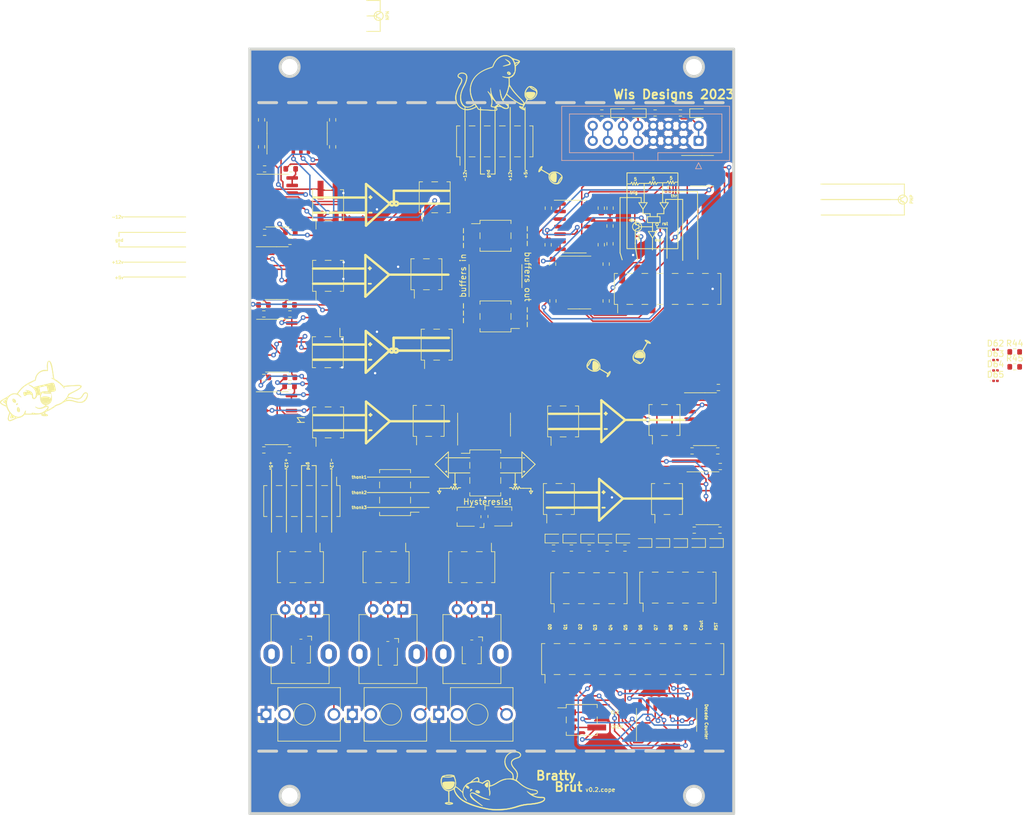
<source format=kicad_pcb>
(kicad_pcb (version 20221018) (generator pcbnew)
  (layers (0 "F.Cu" signal) (31 "B.Cu" signal) (34 "B.Paste" user) (35 "F.Paste" user) (36 "B.SilkS" user "B.Silkscreen") (37 "F.SilkS" user "F.Silkscreen") (38 "B.Mask" user) (39 "F.Mask" user) (44 "Edge.Cuts" user))
  (net 0 "")
  (net 1 "Net-(D1-K)")
  (net 2 "Net-(D1-A)")
  (net 3 "Net-(D2-K)")
  (net 4 "Net-(D2-A)")
  (net 5 "Net-(D4-K)")
  (net 6 "-12V")
  (net 7 "GND")
  (net 8 "+12V")
  (net 9 "+5V")
  (net 10 "Net-(D4-A)")
  (net 11 "Net-(J1-Pin_13)")
  (net 12 "Net-(J1-Pin_15)")
  (net 14 "Net-(J4-Pin_1)")
  (net 15 "Net-(J5-Pin_1)")
  (net 16 "Net-(J6-Pin_1)")
  (net 17 "Net-(U1A-D)")
  (net 18 "Net-(U1B-D)")
  (net 19 "Net-(R8-Pad1)")
  (net 20 "Net-(R9-Pad1)")
  (net 25 "Net-(J4-Pin_2)")
  (net 26 "Net-(J5-Pin_2)")
  (net 27 "Net-(J6-Pin_2)")
  (net 28 "Net-(J7-Pin_2)")
  (net 31 "Net-(J7-Pin_1)")
  (net 32 "Net-(D22-A)")
  (net 33 "Net-(D13-K)")
  (net 34 "Net-(D14-A)")
  (net 35 "Net-(D15-K)")
  (net 36 "Net-(D16-A)")
  (net 37 "Net-(D17-K)")
  (net 38 "Net-(D19-K)")
  (net 39 "Net-(D20-A)")
  (net 40 "Net-(U2B--)")
  (net 41 "Net-(U2A--)")
  (net 42 "Net-(U3A--)")
  (net 43 "Net-(J17-Pin_1)")
  (net 44 "Net-(J17-Pin_3)")
  (net 45 "Net-(J17-Pin_5)")
  (net 46 "Net-(J17-Pin_7)")
  (net 47 "Net-(J17-Pin_10)")
  (net 48 "Net-(J17-Pin_11)")
  (net 49 "Net-(J17-Pin_13)")
  (net 50 "Net-(J17-Pin_15)")
  (net 51 "Net-(J17-Pin_17)")
  (net 52 "Net-(J17-Pin_19)")
  (net 53 "Net-(J17-Pin_21)")
  (net 54 "Net-(J17-Pin_23)")
  (net 55 "Net-(J18-Pin_1)")
  (net 56 "Net-(J18-Pin_3)")
  (net 57 "Net-(J20-Pin_1)")
  (net 58 "Net-(J20-Pin_3)")
  (net 59 "Net-(J20-Pin_5)")
  (net 60 "Net-(J21-Pin_1)")
  (net 61 "Net-(J21-Pin_3)")
  (net 62 "Net-(J21-Pin_5)")
  (net 63 "Net-(J22-Pin_1)")
  (net 64 "Net-(J22-Pin_3)")
  (net 65 "Net-(J22-Pin_5)")
  (net 66 "Net-(J23-Pin_1)")
  (net 67 "Net-(J23-Pin_3)")
  (net 68 "Net-(J23-Pin_5)")
  (net 69 "Net-(U3B--)")
  (net 70 "Net-(U3D--)")
  (net 71 "Net-(U3C--)")
  (net 72 "Net-(U2D--)")
  (net 73 "Net-(U2C--)")
  (net 74 "Net-(D5-K)")
  (net 75 "Net-(D5-A)")
  (net 76 "Net-(D6-K)")
  (net 77 "Net-(D6-A)")
  (net 78 "Net-(D7-K)")
  (net 79 "Net-(D7-A)")
  (net 80 "Net-(D8-K)")
  (net 81 "Net-(D8-A)")
  (net 82 "Net-(D9-K)")
  (net 83 "Net-(D9-A)")
  (net 84 "Net-(D10-K)")
  (net 85 "Net-(D10-A)")
  (net 86 "Net-(D11-K)")
  (net 87 "Net-(D11-A)")
  (net 88 "Net-(J2-Pin_1)")
  (net 89 "Net-(J2-Pin_3)")
  (net 90 "Net-(J2-Pin_5)")
  (net 91 "Net-(J2-Pin_7)")
  (net 92 "Net-(J2-Pin_9)")
  (net 93 "Net-(D12-A)")
  (net 94 "Net-(D29-K)")
  (net 95 "Net-(D31-K)")
  (net 96 "Net-(J8-Pin_1)")
  (net 97 "Net-(J8-Pin_2)")
  (net 98 "Net-(J9-Pin_1)")
  (net 99 "Net-(U4D--)")
  (net 100 "Net-(U4C--)")
  (net 101 "Net-(U4B--)")
  (net 102 "Net-(D33-K)")
  (net 103 "Net-(D35-A)")
  (net 104 "Net-(D37-A)")
  (net 105 "Net-(J10-Pin_1)")
  (net 106 "Net-(J10-Pin_2)")
  (net 107 "Net-(J11-Pin_1)")
  (net 108 "Net-(U6D--)")
  (net 109 "Net-(U6C--)")
  (net 110 "Net-(U6B--)")
  (net 111 "Net-(D39-K)")
  (net 112 "Net-(D40-K)")
  (net 113 "Net-(D41-K)")
  (net 114 "Net-(D42-K)")
  (net 115 "Net-(D44-A)")
  (net 116 "Net-(D46-A)")
  (net 117 "Net-(J12-Pin_1)")
  (net 118 "Net-(J12-Pin_2)")
  (net 119 "Net-(J13-Pin_1)")
  (net 120 "Net-(U7D--)")
  (net 121 "Net-(U7C--)")
  (net 122 "Net-(U7B--)")
  (net 123 "Net-(D48-K)")
  (net 124 "Net-(D50-A)")
  (net 125 "Net-(D52-A)")
  (net 126 "Net-(J14-Pin_1)")
  (net 127 "Net-(J14-Pin_2)")
  (net 128 "Net-(J15-Pin_1)")
  (net 129 "Net-(U8D--)")
  (net 130 "Net-(U8C--)")
  (net 131 "Net-(U8B--)")
  (net 132 "Net-(J16-Pin_1)")
  (net 133 "Net-(J16-Pin_2)")
  (net 134 "Net-(J16-Pin_3)")
  (net 135 "Net-(J16-Pin_4)")
  (net 136 "Net-(J25-Pin_1)")
  (net 137 "Net-(J25-Pin_2)")
  (net 138 "Net-(J25-Pin_3)")
  (net 139 "Net-(J25-Pin_4)")
  (net 140 "Net-(J24-Pin_1)")
  (net 141 "Net-(J24-Pin_3)")
  (net 142 "Net-(J24-Pin_5)")
  (net 143 "Net-(J24-Pin_7)")
  (net 144 "Net-(J24-Pin_10)")
  (net 145 "Net-(J24-Pin_11)")
  (net 146 "Net-(D55-A)")
  (net 147 "Net-(D56-A)")
  (net 148 "Net-(D58-A)")
  (net 149 "Net-(D60-A)")
  (net 150 "Net-(U11D--)")
  (net 151 "Net-(U11C--)")
  (net 152 "Net-(U11B--)")
  (net 153 "Net-(U11A--)")
  (net 154 "Net-(D54-A)")
  (net 155 "Net-(D57-A)")
  (net 156 "Net-(U12A--)")
  (net 157 "Net-(U12B--)")
  (net 158 "Net-(D59-A)")
  (net 159 "Net-(D61-A)")
  (net 160 "Net-(U12C-+)")
  (net 161 "Net-(U12D-+)")
  (net 162 "Net-(U12C--)")
  (net 163 "Net-(U12D--)")
  (net 164 "Net-(J26-Pin_1)")
  (net 165 "Net-(J26-Pin_2)")
  (net 166 "Net-(J26-Pin_3)")
  (net 167 "Net-(J26-Pin_4)")
  (net 168 "Net-(J26-Pin_5)")
  (net 169 "Net-(J26-Pin_6)")
  (net 170 "Net-(U13C--)")
  (net 171 "Net-(U13D--)")
  (net 172 "Net-(D62-A)")
  (net 173 "Net-(D64-A)")
  (footprint "Resistor_SMD:R_0603_1608Metric" (layer "F.Cu") (at 98.5989 87.5386 180)
    (fp_text reference "R28" hide)
    (fp_text value "1k")
  )
  (footprint "LED_SMD:LED_0201_0603Metric" (layer "F.Cu") (at 84.3439 44.958)
    (fp_text reference "D55" hide)
    (fp_text value "LED_BLUE" hide)
  )
  (footprint "LED_SMD:LED_0201_0603Metric" (layer "F.Cu") (at 45.72 43.806 180)
    (fp_text reference "D17" hide)
    (fp_text value "LED_RED" hide)
  )
  (footprint "Resistor_SMD:R_0603_1608Metric" (layer "F.Cu") (at 148.4762 70.896)
    (fp_text reference "R44")
    (fp_text value "1k")
  )
  (footprint "Connector_PinHeader_2.54mm:PinHeader_2x02_P2.54mm_Vertical_SMD" (layer "F.Cu") (at 61.2648 51.373)
    (fp_text reference "J25" hide)
    (fp_text value "02x02" hide)
  )
  (footprint "Resistor_SMD:R_0603_1608Metric" (layer "F.Cu") (at 70.9126 62.3356 90)
    (fp_text reference "R35" hide)
    (fp_text value "1k")
  )
  (footprint "LED_SMD:LED_0201_0603Metric" (layer "F.Cu") (at 76.6269 83.8556 180)
    (fp_text reference "D45" hide)
    (fp_text value "LED_RED" hide)
  )
  (footprint "Potentiometer_SMD:Potentiometer_Bourns_TC33X_Vertical" (layer "F.Cu") (at 57.277 121.412 -90)
    (fp_text reference "RV3" hide)
    (fp_text value "R_Potentiometer_Trim_US")
  )
  (footprint "Resistor_SMD:R_0603_1608Metric" (layer "F.Cu") (at 22.479 50.8 180)
    (fp_text reference "R11" hide)
    (fp_text value "1k")
  )
  (footprint "Resistor_SMD:R_0603_1608Metric" (layer "F.Cu") (at 92.329 30.734 180)
    (fp_text reference "R24" hide)
    (fp_text value "1k")
  )
  (footprint "LED_SMD:LED_0201_0603Metric" (layer "F.Cu") (at 38.432456 69.6735 180)
    (fp_text reference "D25" hide)
    (fp_text value "LED_BLUE" hide)
  )
  (footprint "Potentiometer_SMD:Potentiometer_Bourns_TC33X_Vertical" (layer "F.Cu") (at 62.1004 98.552)
    (fp_text reference "RV7" hide)
    (fp_text value "R_Potentiometer_Trim_US" hide)
  )
  (footprint "Resistor_SMD:R_0603_1608Metric" (layer "F.Cu") (at 22.352 87.376 180)
    (fp_text reference "R23" hide)
    (fp_text value "1k" hide)
  )
  (footprint "Resistor_SMD:R_0603_1608Metric" (layer "F.Cu") (at 70.1396 46.736 -90)
    (fp_text reference "R37" hide)
    (fp_text value "1k" hide)
  )
  (footprint "Resistor_SMD:R_0603_1608Metric" (layer "F.Cu") (at 94.2809 87.5386 180)
    (fp_text reference "R29" hide)
    (fp_text value "1k")
  )
  (footprint "LED_SMD:LED_0201_0603Metric" (layer "F.Cu") (at 45.729456 68.5305 180)
    (fp_text reference "D23" hide)
    (fp_text value "LED_RED" hide)
  )
  (footprint "LED_SMD:LED_0201_0603Metric" (layer "F.Cu") (at 38.581 47.498 180)
    (fp_text reference "D24" hide)
    (fp_text value "LED_BLUE" hide)
  )
  (footprint "LED_SMD:LED_0201_0603Metric" (layer "F.Cu") (at 38.49 44.949 180)
    (fp_text reference "D22" hide)
    (fp_text value "LED_BLUE" hide)
  )
  (footprint "Package_SO:SOIC-14_3.9x8.7mm_P1.27mm" (layer "F.Cu") (at 24.638 45.466)
    (fp_text reference "U2" hide)
    (fp_text value "TL074")
  )
  (footprint "LED_SMD:LED_0201_0603Metric" (layer "F.Cu") (at 47.130456 68.5305 180)
    (fp_text reference "D16" hide)
    (fp_text value "LED_BLUE" hide)
  )
  (footprint "LED_SMD:LED_0201_0603Metric" (layer "F.Cu") (at 37.018 44.949 180)
    (fp_text reference "D3" hide)
    (fp_text value "LED_RED" hide)
  )
  (footprint "LED_SMD:LED_0201_0603Metric" (layer "F.Cu") (at 47.144 43.806 180)
    (fp_text reference "D18" hide)
    (fp_text value "LED_BLUE" hide)
  )
  (footprint "Resistor_SMD:R_0603_1608Metric" (layer "F.Cu") (at 79.121 30.734 180)
    (fp_text reference "R26" hide)
    (fp_text value "1k")
  )
  (footprint "Resistor_SMD:R_0603_1608Metric" (layer "F.Cu") (at 26.67 76.708 180)
    (fp_text reference "R21" hide)
    (fp_text value "1k" hide)
  )
  (footprint "LED_SMD:LED_0201_0603Metric" (layer "F.Cu") (at 45.814 57.913 180)
    (fp_text reference "D32" hide)
    (fp_text value "LED_BLUE" hide)
  )
  (footprint "Package_SO:SOP-16_3.9x9.9mm_P1.27mm" (layer "F.Cu") (at 27.94 34.163 90)
    (fp_text reference "U1" hide)
    (fp_text value "XL13700")
  )
  (footprint "LED_SMD:LED_0603_1608Metric" (layer "F.Cu") (at 83.037 102.267)
    (fp_text reference "D6" hide)
    (fp_text value "LED_BLUE" hide)
  )
  (footprint "LED_SMD:LED_0201_0603Metric" (layer "F.Cu") (at 37.096 47.498 180)
    (fp_text reference "D13" hide)
    (fp_text value "LED_RED" hide)
  )
  (footprint "Resistor_SMD:R_0603_1608Metric" (layer "F.Cu") (at 26.797 50.8 180)
    (fp_text reference "R15" hide)
    (fp_text value "1k")
  )
  (footprint "LED_SMD:LED_0201_0603Metric" (layer "F.Cu") (at 89.3216 42.4688)
    (fp_text reference "D61" hide)
    (fp_text value "LED_BLUE" hide)
  )
  (footprint "Package_SO:SOIC-14_3.9x8.7mm_P1.27mm" (layer "F.Cu") (at 74.5744 49.8348)
    (fp_text reference "U12" hide)
    (fp_text value "TL074" hide)
  )
  (footprint "Package_SO:SOP-16_3.9x9.9mm_P1.27mm" (layer "F.Cu") (at 90 132.75 90)
    (fp_text reference "U5" hide)
    (fp_text value "4017bm")
  )
  (footprint "LED_SMD:LED_0201_0603Metric" (layer "F.Cu") (at 76.1644 94.4906 180)
    (fp_text reference "D48" hide)
    (fp_text value "LED_RED" hide)
  )
  (footprint "LED_SMD:LED_0201_0603Metric" (layer "F.Cu") (at 47.191456 70.6895 180)
    (fp_text reference "D14" hide)
    (fp_text value "LED_BLUE" hide)
  )
  (footprint "Connector_PinHeader_2.54mm:PinHeader_2x05_P2.54mm_Vertical_SMD" (layer "F.Cu") (at 91.902 110.517 90)
    (fp_text reference "J3" hide)
    (fp_text value "02x05")
  )
  (footprint "Resistor_SMD:R_0603_1608Metric" (layer "F.Cu") (at 22.351 64.516 180)
    (fp_text reference "R12" hide)
    (fp_text value "1k" hide)
  )
  (footprint "Connector_PinHeader_2.54mm:PinHeader_2x02_P2.54mm_Vertical_SMD" (layer "F.Cu") (at 33.147 46.228 90)
    (fp_text reference "J4" hide)
    (fp_text value "02x02" hide)
  )
  (footprint "Connector_PinHeader_2.54mm:PinHeader_2x02_P2.54mm_Vertical_SMD" (layer "F.Cu") (at 33.147 82.75 90)
    (fp_text reference "J10" hide)
    (fp_text value "02x02" hide)
  )
  (footprint "Resistor_SMD:R_0603_1608Metric" (layer "F.Cu") (at 79.0296 52.8828 90)
    (fp_text reference "R42" hide)
    (fp_text value "1k" hide)
  )
  (footprint "Potentiometer_SMD:Potentiometer_Bourns_TC33X_Vertical" (layer "F.Cu") (at 43.18 121.666 -90)
    (fp_text reference "RV2" hide)
    (fp_text value "R_Potentiometer_Trim_US")
  )
  (footprint "Resistor_SMD:R_0603_1608Metric" (layer "F.Cu") (at 21.971 31.893 -90)
    (fp_text reference "R8" hide)
    (fp_text value "1k")
  )
  (footprint "Package_SO:SOIC-14_3.9x8.7mm_P1.27mm" (layer "F.Cu") (at 75.3506 59.2328)
    (fp_text reference "U11" hide)
    (fp_text value "TL074")
  )
  (footprint "LED_SMD:LED_0201_0603Metric" (layer "F.Cu") (at 86.2432 42.5704 180)
    (fp_text reference "D59" hide)
    (fp_text value "LED_BLUE" hide)
  )
  (footprint "Resistor_SMD:R_0603_1608Metric" (layer "F.Cu") (at 80.5028 52.7304 90)
    (fp_text reference "R39" hide)
    (fp_text value "100k" hide)
  )
  (footprint "Connector_PinHeader_2.54mm:PinHeader_2x07_P2.54mm_Vertical_SMD" (layer "F.Cu") (at 90.17 60.3146 90)
    (fp_text reference "J24" hide)
    (fp_text value "02x07")
  )
  (footprint "Connector_PinHeader_2.54mm:PinHeader_2x02_P2.54mm_Vertical_SMD" (layer "F.Cu") (at 33.147 58.112 90)
    (fp_text reference "J8" hide)
    (fp_text value "02x02" hide)
  )
  (footprint "LED_SMD:LED_0201_0603Metric" (layer "F.Cu") (at 89.2404 50.0888 180)
    (fp_text reference "D58" hide)
    (fp_text value "LED_BLUE" hide)
  )
  (footprint "LED_SMD:LED_0603_1608Metric" (layer "F.Cu") (at 98.044 103.02 180)
    (fp_text reference "D11" hide)
    (fp_text value "LED_BLUE" hide)
  )
  (footprint "Connector_PinHeader_2.54mm:PinHeader_2x03_P2.54mm_Vertical_SMD" (layer "F.Cu") (at 59.547 91.2368)
    (fp_text reference "J26" hide)
    (fp_text value "02x03" hide)
  )
  (footprint "LED_SMD:LED_0201_0603Metric" (layer "F.Cu") (at 145.2512 74.016)
    (fp_text reference "D64")
    (fp_text value "LED_BLUE")
  )
  (footprint "Resistor_SMD:R_0603_1608Metric" (layer "F.Cu") (at 77.012 103.867)
    (fp_text reference "R2" hide)
    (fp_text value "1k" hide)
  )
  (footprint "LED_SMD:LED_0201_0603Metric" (layer "F.Cu") (at 45.772456 70.6895 180)
    (fp_text reference "D26" hide)
    (fp_text value "LED_RED" hide)
  )
  (footprint "Resistor_SMD:R_0603_1608Metric" (layer "F.Cu") (at 99.0214 90.1596 180)
    (fp_text reference "R30" hide)
    (fp_text value "1k" hide)
  )
  (footprint "LED_SMD:LED_0201_0603Metric" (layer "F.Cu") (at 84.7344 51.7758 90)
    (fp_text reference "D56" hide)
    (fp_text value "LED_BLUE" hide)
  )
  (footprint "Resistor_SMD:R_0603_1608Metric" (layer "F.Cu") (at 79.8534 62.3356 90)
    (fp_text reference "R34" hide)
    (fp_text value "1k")
  )
  (footprint "LED_SMD:LED_0201_0603Metric" (layer "F.Cu") (at 44.384 57.913 180)
    (fp_text reference "D31" hide)
    (fp_text value "LED_RED" hide)
  )
  (footprint "LED_SMD:LED_0201_0603Metric" (layer "F.Cu") (at 77.6884 94.4776 180)
    (fp_text reference "D49" hide)
    (fp_text value "LED_BLUE" hide)
  )
  (footprint "LED_SMD:LED_0201_0603Metric" (layer "F.Cu") (at 145.2512 70.516)
    (fp_text reference "D62")
    (fp_text value "LED_BLUE")
  )
  (footprint "LED_SMD:LED_0201_0603Metric" (layer "F.Cu") (at 145.2512 72.266)
    (fp_text reference "D63")
    (fp_text value "LED_RED")
  )
  (footprint "Resistor_SMD:R_0603_1608Metric" (layer "F.Cu") (at 22.351 75.184 180)
    (fp_text reference "R14" hide)
    (fp_text value "1k")
  )
  (footprint "LED_SMD:LED_0603_1608Metric" (layer "F.Cu") (at 77.0745 102.267)
    (fp_text reference "D2" hide)
    (fp_text value "LED_BLUE")
  )
  (footprint "LED_SMD:LED_0201_0603Metric" (layer "F.Cu") (at 78.0849 83.8556 180)
    (fp_text reference "D44" hide)
    (fp_text value "LED_BLUE" hide)
  )
  (footprint "Package_SO:SOIC-14_3.9x8.7mm_P1.27mm" (layer "F.Cu") (at 24.511 57.658)
    (fp_text reference "U4" hide)
    (fp_text value "TL074")
  )
  (footprint "Resistor_SMD:R_0603_1608Metric" (layer "F.Cu") (at 98.9716 100.8527 180)
    (fp_text reference "R31" hide)
    (fp_text value "1k" hide)
  )
  (footprint "LED_SMD:LED_0603_1608Metric" (layer "F.Cu") (at 95.377 30.774)
    (fp_text reference "D39" hide)
    (fp_text value "LED_RED")
  )
  (footprint "LED_SMD:LED_0603_1608Metric" (layer "F.Cu") (at 86.044 103.02 180)
    (fp_text reference "D7" hide)
    (fp_text value "LED_BLUE" hide)
  )
  (footprint "LED_SMD:LED_0603_1608Metric" (layer "F.Cu") (at 92.044 103.02 180)
    (fp_text reference "D9" hide)
    (fp_text value "LED_BLUE" hide)
  )
  (footprint "Connector_PinHeader_2.54mm:PinHeader_2x02_P2.54mm_Vertical_SMD" (layer "F.Cu") (at 71.9074 95.6206 90)
    (fp_text reference "J14" hide)
    (fp_text value "02x02")
  )
  (footprint "Package_SO:SOIC-14_3.9x8.7mm_P1.27mm" (layer "F.Cu") (at 24.511 82.042)
    (fp_text reference "U6" hide)
    (fp_text value "TL074")
  )
  (footprint "Package_SO:SOIC-14_3.9x8.7mm_P1.27mm" (layer "F.Cu") (at 96.4399 82.2046)
    (fp_text reference "U7" hide)
    (fp_text value "TL074")
  )
  (footprint "LED_SMD:LED_0201_0603Metric" (layer "F.Cu") (at 45.974 82.551 180)
    (fp_text reference "D37" hide)
    (fp_text value "LED_BLUE" hide)
  )
  (footprint "Connector_PinHeader_2.54mm:PinHeader_2x02_P2.54mm_Vertical_SMD" (layer "F.Cu") (at 75.75 132.75)
    (fp_text reference "J18" hide)
    (fp_text value "02x02")
  )
  (footprint "Resistor_SMD:R_0603_1608Metric" (layer "F.Cu") (at 33.909 31.893 90)
    (fp_text reference "R7" hide)
    (fp_text value "10k")
  )
  (footprint "Potentiometer_THT:Potentiometer_Alpha_RD901F-40-00D_Single_Vertical" (layer "F.Cu") (at 59.803 114.166 -90)
    (fp_text reference "RV6" hide)
    (fp_text value "AlphaPot")
  )
  (footprint "Connector_PinHeader_2.54mm:PinHeader_2x02_P2.54mm_Vertical_SMD" (layer "F.Cu") (at 49.657 57.843 90)
    (fp_text reference "J9" hide)
    (fp_text value "02x02" hide)
  )
  (footprint "LED_SMD:LED_0603_1608Metric" (layer "F.Cu") (at 71.0745 102.267)
    (fp_text reference "D5" hide)
    (fp_text value "LED_BLUE" hide)
  )
  (footprint "LED_SMD:LED_0201_0603Metric" (layer "F.Cu") (at 37.052 81.526 180)
    (fp_text reference "D33" hide)
    (fp_text value "LED_RED" hide)
  )
  (footprint "LED_SMD:LED_0603_1608Metric" (layer "F.Cu") (at 95.044 103.02 180)
    (fp_text reference "D10" hide)
    (fp_text value "LED_BLUE" hide)
  )
  (footprint "Resistor_SMD:R_0603_1608Metric" (layer "F.Cu") (at 26.67 62.992)
    (fp_text reference "R19" hide)
    (fp_text value "1k")
  )
  (footprint "Connector_PinHeader_2.54mm:PinHeader_2x03_P2.54mm_Vertical_SMD" (layer "F.Cu") (at 57.277 107.076 -90)
    (fp_text reference "J22" hide)
    (fp_text value "02x03" hide)
  )
  (footprint "LED_SMD:LED_0201_0603Metric" (layer "F.Cu") (at 38.448 59.4325 180)
    (fp_text reference "D30" hide)
    (fp_text value "LED_BLUE" hide)
  )
  (footprint "LED_SMD:LED_0201_0603Metric" (layer "F.Cu") (at 76.1894 97.0176 180)
    (fp_text reference "D51" hide)
    (fp_text value "LED_RED" hide)
  )
  (footprint "Resistor_SMD:R_0603_1608Metric" (layer "F.Cu") (at 148.4762 73.406)
    (fp_text reference "R45")
    (fp_text value "1k")
  )
  (footprint "Resistor_SMD:R_0603_1608Metric" (layer "F.Cu") (at 70.8618 56.138 90)
    (fp_text reference "R36" hide)
    (fp_text value "1k")
  )
  (footprint "Connector_PinHeader_2.54mm:PinHeader_2x02_P2.54mm_Vertical_SMD" (layer "F.Cu") (at 33.094456 70.9435 -90)
    (fp_text reference "J6" hide)
    (fp_text value "02x02")
  )
  (footprint "LED_SMD:LED_0201_0603Metric" (layer "F.Cu") (at 47.208 45.974 180)
    (fp_text reference "D20" hide)
    (fp_text value "LED_BLUE" hide)
  )
  (footprint "LED_SMD:LED_0603_1608Metric" (layer "F.Cu") (at 74.0745 102.267)
    (fp_text reference "D1" hide)
    (fp_text value "LED_BLUE")
  )
  (footprint "LED_SMD:LED_0201_0603Metric" (layer "F.Cu") (at 44.479 82.551 180)
    (fp_text reference "D38" hide)
    (fp_text value "LED_RED" hide)
  )
  (footprint "Connector_Audio:Jack_3.5mm_QingPu_WQP-PJ398SM_Vertical_CircularHoles" (layer "F.Cu") (at 51.72 131.826 90)
    (fp_text reference "J51" hide)
    (fp_text value "Thonkiconn")
  )
  (footprint "Potentiometer_SMD:Potentiometer_Bourns_TC33X_Vertical" (layer "F.Cu") (at 56.7172 98.6028 180)
    (fp_text reference "RV8" hide)
    (fp_text value "R_Potentiometer_Trim_US" hide)
  )
  (footprint "Resistor_SMD:R_0603_1608Metric" (layer "F.Cu") (at 79.8534 56.138 90)
    (fp_text reference "R33" hide)
    (fp_text value "1k")
  )
  (footprint "Resistor_SMD:R_0603_1608Metric" (layer "F.Cu") (at 26.732 75.184 180)
    (fp_text reference "R17" hide)
    (fp_text value "1k")
  )
  (footprint "LED_SMD:LED_0201_0603Metric" (layer "F.Cu") (at 85.1514 95.6206 180)
    (fp_text reference "D52" hide)
    (fp_text value "LED_BLUE" hide)
  )
  (footprint "Potentiometer_SMD:Potentiometer_Bourns_TC33X_Vertical" (layer "F.Cu") (at 28.575 121.285 -90)
    (fp_text reference "RV1" hide)
    (fp_text value "R_Potentiometer_Trim_US")
  )
  (footprint "LED_SMD:LED_0201_0603Metric" (layer "F.Cu") (at 78.0239 81.3156 180)
    (fp_text reference "D43" hide)
    (fp_text value "LED_BLUE" hide)
  )
  (footprint "LED_SMD:LED_0201_0603Metric" (layer "F.Cu") (at 38.457456 72.2075 180)
    (fp_text reference "D27" hide)
    (fp_text value "LED_BLUE" hide)
  )
  (footprint "Connector_PinHeader_2.54mm:PinHeader_2x03_P2.54mm_Vertical_SMD" (layer "F.Cu") (at 42.882 107.076 -90)
    (fp_text reference "J21" hide)
    (fp_text value "02x03" hide)
  )
  (footprint "LED_SMD:LED_0201_0603Metric" (layer "F.Cu") (at 38.513 84.0705 180)
    (fp_text reference "D35" hide)
    (fp_text value "LED_BLUE" hide)
  )
  (footprint "Resistor_SMD:R_0603_1608Metric" (layer "F.Cu") (at 21.971 36.433 -90)
    (fp_text reference "R9" hide)
    (fp_text value "1k")
  )
  (footprint "LED_SMD:LED_0201_0603Metric" (layer "F.Cu") (at 37.018 84.0705 180)
    (fp_text reference "D36" hide)
    (fp_text value "LED_RED" hide)
  )
  (footprint "Connector_PinHeader_2.54mm:PinHeader_2x12_P2.54mm_Vertical_SMD" (layer "F.Cu") (at 84.31 122.525 90)
    (fp_text reference "J17" hide)
    (fp_text value "02x12")
  )
  (footprint "Resistor_SMD:R_0603_1608Metric" (layer "F.Cu") (at 33.909 36.433 -90)
    (fp_text reference "R6" hide)
    (fp_text value "10k")
  )
  (footprint "Connector_PinHeader_2.54mm:PinHeader_2x02_P2.54mm_Vertical_SMD" (layer "F.Cu") (at 61.2648 64.9366 180)
    (fp_text reference "J16" hide)
    (fp_text value "02x02" hide)
  )
  (footprint "Resistor_SMD:R_0603_1608Metric" (layer "F.Cu") (at 83.012 103.867)
    (fp_text reference "R5" hide)
    (fp_text value "1k" hide)
  )
  (footprint "LED_SMD:LED_0603_1608Metric" (layer "F.Cu") (at 82.106 30.774)
    (fp_text reference "D41" hide)
    (fp_text value "LED_GREEN")
  )
  (footprint "Connector_Audio:Jack_3.5mm_QingPu_WQP-PJ398SM_Vertical_CircularHoles" (layer "F.Cu") (at 37.22 131.826 90)
    (fp_text reference "J46" hide)
    (fp_text value "Thonkiconn")
  )
  (footprint "LED_SMD:LED_0201_0603Metric" (layer "F.Cu") (at 76.5659 81.3156 180)
    (fp_text reference "D42" hide)
    (fp_text value "LED_RED" hide)
  )
  (footprint "Connector_Audio:Jack_3.5mm_QingPu_WQP-PJ398SM_Vertical_CircularHoles" (layer "F.Cu") (at 22.72 131.826 90)
    (fp_text reference "J41" hide)
    (fp_text value "Thonkiconn")
  )
  (footprint "LED_SMD:LED_0603_1608Metric" (layer "F.Cu") (at 85.09 30.774 180)
    (fp_text reference "D40" hide)
    (fp_text value "LED_BLUE")
  )
  (footprint "Package_SO:SOIC-14_3.9x8.7mm_P1.27mm" (layer "F.Cu") (at 96.8644 95.4936)
    (fp_text reference "U8" hide)
    (fp_text value "TL074")
  )
  (footprint "Connector_PinHeader_2.54mm:PinHeader_2x03_P2.54mm_Vertical_SMD" (layer "F.Cu") (at 44.3992 94.5388 180)
    (fp_text reference "J23" hide)
    (fp_text value "02x03" hide)
  )
  (footprint "Resistor_SMD:R_0603_1608Metric" (layer "F.Cu") (at 71.012 103.867)
    (fp_text reference "R3" hide)
    (fp_text value "1k" hide)
  )
  (footprint "LED_SMD:LED_0201_0603Metric" (layer "F.Cu") (at 145.2512 75.766)
    (fp_text reference "D65")
    (fp_text value "LED_RED")
  )
  (footprint "Connector_PinHeader_2.54mm:PinHeader_2x02_P2.54mm_Vertical_SMD" (layer "F.Cu") (at 72.6289 82.5856 90)
    (fp_text reference "J12" hide)
    (fp_text value "02x02" hide)
  )
  (footprint "Connector_PinHeader_2.54mm:PinHeader_2x02_P2.54mm_Vertical_SMD" (layer "F.Cu") (at 50.038 82.496 90)
    (fp_text reference "J11" hide)
    (fp_text value "02x02" hide)
  )
  (footprint "Resistor_SMD:R_0603_1608Metric" (layer "F.Cu") (at 26.732 64.516 180)
    (fp_text reference "R16" hide)
    (fp_text value "1k" hide)
  )
  (footprint "Connector_PinHeader_2.54mm:PinHeader_2x02_P2.54mm_Vertical_SMD" (layer "F.Cu") (at 51.054 44.904 90)
    (fp_text reference "J5" hide)
    (fp_text value "02x02" hide)
  )
  (footprint "Connector_PinHeader_2.54mm:PinHeader_2x05_P2.54mm_Vertical_SMD" (layer "F.Cu") (at 28.7414 95.9596 -90)
    (fp_text reference "J34" hide)
    (fp_text value "02x05")
  )
  (footprint "Resistor_SMD:R_0603_1608Metric" (layer "F.Cu") (at 22.479 40.132 180)
    (fp_text reference "R10" hide)
    (fp_text value "1k")
  )
  (footprint "Resistor_SMD:R_0603_1608Metric" (layer "F.Cu") (at 80.012 103.867)
    (fp_text reference "R4" hide)
    (fp_text value "1k" hide)
  )
  (footprint "Connector_PinHeader_2.54mm:PinHeader_2x02_P2.54mm_Vertical_SMD" (layer "F.Cu") (at 89.6469 82.3466 90)
    (fp_text reference "J13" hide)
    (fp_text value "02x02" hide)
  )
  (footprint "LED_SMD:LED_0201_0603Metric" (layer "F.Cu") (at 38.547 81.526 180)
    (fp_text reference "D34" hide)
    (fp_text value "LED_BLUE" hide)
  )
  (footprint "Resistor_SMD:R_0603_1608Metric" (layer "F.Cu") (at 80.5028 49.7332 90)
    (fp_text reference "R40" hide)
    (fp_text value "100k" hide)
  )
  (footprint "Connector_PinHeader_2.54mm:PinHeader_2x02_P2.54mm_Vertical_SMD" (layer "F.Cu") (at 90.0684 95.6206 90)
    (fp_text reference "J15" hide)
    (fp_text value "02x02")
  )
  (footprint "Package_SO:SOIC-14_3.9x8.7mm_P1.27mm" (layer "F.Cu") (at 24.573 69.85)
    (fp_text reference "U3" hide)
    (fp_text value "TL074")
  )
  (footprint "Resistor_SMD:R_0603_1608Metric" (layer "F.Cu") (at 26.861 40.132 180)
    (fp_text reference "R13" hide)
    (fp_text value "1k")
  )
  (footprint "LED_SMD:LED_0201_0603Metric" (layer "F.Cu") (at 37.031456 72.2135 180)
    (fp_text reference "D19" hide)
    (fp_text value "LED_RED" hide)
  )
  (footprint "Resistor_SMD:R_0603_1608Metric" (layer "F.Cu") (at 98.7034 76.8751 180)
    (fp_text reference "R27" hide)
    (fp_text value "1k")
  )
  (footprint "Resistor_SMD:R_0603_1608Metric" (layer "F.Cu") (at 26.67 87.376 180)
    (fp_text reference "R22" hide)
    (fp_text value "1k" hide)
  )
  (footprint "Package_SO:SOIC-14_3.9x8.7mm_P1.27mm" (layer "F.Cu") (at 59.3438 83.123 90)
    (fp_text reference "U13" hide)
    (fp_text value "TL074")
  )
  (footprint "LED_SMD:LED_0201_0603Metric" (layer "F.Cu") (at 37.018 59.4325 180)
    (fp_text reference "D29" hide)
    (fp_text value "LED_RED" hide)
  )
  (footprint "Resistor_SMD:R_0603_1608Metric" (layer "F.Cu") (at 26.734 52.324)
    (fp_text reference "R18" hide)
    (fp_text value "1k")
  )
  (footprint "LED_SMD:LED_0201_0603Metric" (layer "F.Cu") (at 91.1352 45.2628 180)
    (fp_text reference "D54" hide)
    (fp_text value "LED_BLUE" hide)
  )
  (footprint "Resistor_SMD:R_0603_1608Metric" (layer "F.Cu") (at 80.515 46.736 90)
    (fp_text reference "R41" hide)
    (fp_text value "100k" hide)
  )
  (footprint "LED_SMD:LED_0201_0603Metric" (layer "F.Cu") (at 87.63 52.6644 90)
    (fp_text reference "D60" hide)
    (fp_text value "LED_BLUE" hide)
  )
  (footprint "LED_SMD:LED_0603_1608Metric" (layer "F.Cu") (at 80.037 102.267)
    (fp_text reference "D4" hide)
    (fp_text value "LED_BLUE")
  )
  (footprint "Resistor_SMD:R_0603_1608Metric" (layer "F.Cu") (at 79.0296 46.736 90)
    (fp_text reference "R43" hide)
    (fp_text value "1k" hide)
  )
  (footprint "LED_SMD:LED_0201_0603Metric" (layer "F.Cu") (at 45.764 45.974 180)
    (fp_text reference "D21" hide)
    (fp_text value "LED_RED" hide)
  )
  (footprint "Resistor_SMD:R_0603_1608Metric" (layer "F.Cu") (at 94.6536 100.8527 180)
    (fp_text reference "R32" hide)
    (fp_text value "1k" hide)
  )
  (footprint "LED_SMD:LED_0201_0603Metric" (layer "F.Cu") (at 77.7134 97.0176 180)
    (fp_text reference "D50" hide)
    (fp_text value "LED_BLUE" hide)
  )
  (footprint "LED_SMD:LED_0201_0603Metric" (layer "F.Cu") (at 36.99 56.888 180)
    (fp_text reference "D28" hide)
    (fp_text value "LED_RED" hide)
  )
  (footprint "Package_SO:SOIC-8-1EP_3.9x4.9mm_P1.27mm_EP2.29x3mm" (layer "F.Cu") (at 95.95 40.4488)
    (fp_text reference "U10" hide)
    (fp_text value "NE555DR" hide)
  )
  (footprint "Connector_PinHeader_2.54mm:PinHeader_2x05_P2.54mm_Vertical_SMD" (layer "F.Cu") (at 76.962 110.617 90)
    (fp_text reference "J2" hide)
    (fp_text value "02x05" hide)
  )
  (footprint "LED_SMD:LED_0201_0603Metric" (layer "F.Cu") (at 83.9319 82.3316 180)
    (fp_text reference "D47" hide)
    (fp_text value "LED_RED" hide)
  )
  (footprint "Connector_PinHeader_2.54mm:PinHeader_2x03_P2.54mm_Vertical_SMD" (layer "F.Cu") (at 28.487 107.076 -90)
    (fp_text reference "J20" hide)
    (fp_text value "02x03" hide)
  )
  (footprint "Resistor_SMD:R_0603_1608Metric" (layer "F.Cu") (at 88.075 30.734)
    (fp_text reference "R25" hide)
    (fp_text value "1k")
  )
  (footprint "LED_SMD:LED_0201_0603Metric" (layer "F.Cu") (at 83.6274 95.6206 180)
    (fp_text reference "D53" hide)
    (fp_text value "LED_RED" hide)
  )
  (footprint "Resistor_SMD:R_0603_1608Metric" (layer "F.Cu") (at 74.012 103.867)
    (fp_text reference "R1" hide)
    (fp_text value "1k" hide)
  )
  (footprint "Resistor_SMD:R_0603_1608Metric" (layer "F.Cu") (at 22.288 62.992 180)
    (fp_text reference "R20" hide)
    (fp_text value "1k")
  )
  (footprint "LED_SMD:LED_0201_0603Metric" (layer "F.Cu") (at 85.3899 82.3316 180)
    (fp_text reference "D46" hide)
    (fp_text value "LED_BLUE" hide)
  )
  (footprint "Potentiometer_THT:Potentiometer_Alpha_RD901F-40-00D_Single_Vertical" (layer "F.Cu") (at 45.706 114.166 -90)
    (fp_text reference "RV5" hide)
    (fp_text value "AlphaPot")
  )
  (footprint "Connector_PinHeader_2.54mm:PinHeader_2x02_P2.54mm_Vertical_SMD" (layer "F.Cu") (at 51.382456 69.6735 90)
    (fp_text reference "J7" hide)
    (fp_text value "02x02")
  )
  (footprint "Resistor_SMD:R_0603_1608Metric" (layer "F.Cu") (at 70.104 52.895 90)
    (fp_text reference "R38" hide)
    (fp_text value "1k")
  )
  (footprint "LED_SMD:LED_0603_1608Metric" (layer "F.Cu") (at 89.044 103.02 180)
    (fp_text reference "D8" hide)
    (fp_text value "LED_BLUE" hide)
  )
  (footprint "LED_SMD:LED_0201_0603Metric" (layer "F.Cu") (at 90.2208 43.942)
    (fp_text reference "D57" hide)
    (fp_text value "LED_BLUE" hide)
  )
  (footprint "Connector_PinHeader_2.54mm:PinHeader_2x05_P2.54mm_Vertical_SMD" (layer "F.Cu") (at 61.1416 35.5082 90)
    (fp_text reference "J19" hide)
    (fp_text value "02x05" hide)
  )
  (footprint "LED_SMD:LED_0201_0603Metric" (layer "F.Cu") (at 36.940456 69.6735 180)
    (fp_text reference "D15" hide)
    (fp_text value "LED_RED" hide)
  )
  (footprint "Potentiometer_THT:Potentiometer_Alpha_RD901F-40-00D_Single_Vertical" (layer "F.Cu") (at 30.948 114.166 -90)
    (fp_text reference "RV4" hide)
    (fp_text value "AlphaPot")
  )
  (footprint "Package_SO:SOIC-14_3.9x8.7mm_P1.27mm" (layer "F.Cu") (at 61.2648 58.166 90)
    (fp_text reference "U9" hide)
    (fp_text value "TL074" hide)
  )
  (footprint "LED_SMD:LED_0201_0603Metric" (layer "F.Cu") (at 38.42 56.888 180)
    (fp_text reference "D12" hide)
    (fp_text value "LED_BLUE" hide)
  )
  (footprint "Connector_IDC:IDC-Header_2x08_P2.54mm_Vertical" (layer "B.Cu") (at 95.377 35.433 90)
    (fp_text reference "J1" hide)
    (fp_text value "Conn_02x08_Odd_Even" hide)
  )
  (gr_poly (pts (xy 59.958159 143.223975) (xy 59.967626 143.226619) (xy 59.976209 143.231002) (xy 59.983944 143.237147) (xy 59.990867 143.245076) (xy 59.997012 143.254813) (xy 60.002417 143.26638) (xy 60.007116 143.279801) (xy 60.011144 143.295099) (xy 60.014539 143.312296) (xy 60.017334 143.331415) (xy 60.019565 143.35248) (xy 60.021269 143.375513) (xy 60.023236 143.427577) (xy 60.023518 143.487789) (xy 60.022401 143.556335) (xy 60.019129 143.662181) (xy 60.014419 143.755923) (xy 60.008 143.837852) (xy 59.999602 143.908258) (xy 59.988956 143.967431) (xy 59.982704 143.992897) (xy 59.975789 144.015663) (xy 59.968175 144.035766) (xy 59.959831 144.053243) (xy 59.950721 144.06813) (xy 59.940812 144.080463) (xy 59.93007 144.090278) (xy 59.918462 144.097612) (xy 59.905953 144.1025) (xy 59.892509 144.10498) (xy 59.878098 144.105088) (xy 59.862684 144.10286) (xy 59.846235 144.098332) (xy 59.828715 144.09154) (xy 59.810093 144.082522) (xy 59.790333 144.071312) (xy 59.747266 144.042466) (xy 59.699244 144.005293) (xy 59.645997 143.960082) (xy 59.645936 143.960082) (xy 59.624261 143.940484) (xy 59.604103 143.921077) (xy 59.585465 143.901846) (xy 59.568347 143.882777) (xy 59.552751 143.863856) (xy 59.538679 143.845069) (xy 59.526132 143.826401) (xy 59.515113 143.807838) (xy 59.505622 143.789365) (xy 59.497661 143.770969) (xy 59.491232 143.752635) (xy 59.486337 143.734349) (xy 59.482976 143.716097) (xy 59.481153 143.697863) (xy 59.480867 143.679635) (xy 59.482122 143.661397) (xy 59.484918 143.643136) (xy 59.489256 143.624836) (xy 59.49514 143.606485) (xy 59.50257 143.588067) (xy 59.511548 143.569568) (xy 59.522075 143.550973) (xy 59.534153 143.53227) (xy 59.547784 143.513443) (xy 59.56297 143.494478) (xy 59.579711 143.47536) (xy 59.59801 143.456076) (xy 59.617868 143.436612) (xy 59.639286 143.416952) (xy 59.662267 143.397082) (xy 59.686812 143.376989) (xy 59.712922 143.356658) (xy 59.762686 143.319503) (xy 59.807066 143.288108) (xy 59.846346 143.262658) (xy 59.864162 143.252219) (xy 59.88081 143.243336) (xy 59.896326 143.23603) (xy 59.910744 143.230325) (xy 59.924101 143.226245) (xy 59.936432 143.22381) (xy 59.947773 143.223046)) (stroke (width 0.047896)) (fill solid) (layer "F.SilkS"))
  (gr_line (start 65.2206 93.5268) (end 65.0206 94.0268) (stroke (width 0.15)) (layer "F.SilkS"))
  (gr_line (start 53.1462 88.6968) (end 52.8922 88.6968) (stroke (width 0.15)) (layer "F.SilkS"))
  (gr_line (start 83.7448 48.6628) (end 83.7448 48.8628) (stroke (width 0.15)) (layer "F.SilkS"))
  (gr_line (start 31.1404 90.0056) (end 31.1404 101.2056) (stroke (width 0.15)) (layer "F.SilkS"))
  (gr_line (start 90.2948 45.8128) (end 89.5948 46.9128) (stroke (width 0.15)) (layer "F.SilkS"))
  (gr_line (start 33.7404 90.8056) (end 33.7404 101.2056) (stroke (width 0.15)) (layer "F.SilkS"))
  (gr_line (start 85.7448 42.5628) (end 86.5448 42.5628) (stroke (width 0.15)) (layer "F.SilkS"))
  (gr_line (start 30.734 47.498) (end 39.47 47.489) (stroke (width 0.4)) (layer "F.SilkS"))
  (gr_line (start 88.4448 42.4628) (end 88.8448 42.4628) (stroke (width 0.15)) (layer "F.SilkS"))
  (gr_line (start 88.2448 42.7628) (end 88.4448 42.4628) (stroke (width 0.15)) (layer "F.SilkS"))
  (gr_line (start 26.1404 90.8056) (end 26.1404 101.2056) (stroke (width 0.15)) (layer "F.SilkS"))
  (gr_line (start 84.7448 49.3628) (end 84.9448 49.3628) (stroke (width 0.15)) (layer "F.SilkS"))
  (gr_line (start 66.0494 90.8812) (end 66.0494 91.1352) (stroke (width 0.15)) (layer "F.SilkS"))
  (gr_line (start 44.843228 70.6895) (end 53.417 70.6895) (stroke (width 0.4)) (layer "F.SilkS"))
  (gr_line (start 83.0429 82.3316) (end 79.0429 79.0316) (stroke (width 0.4)) (layer "F.SilkS"))
  (gr_line (start 40.009 72.2135) (end 40.409 72.2135) (stroke (width 0.3)) (layer "F.SilkS"))
  (gr_line (start -1.9812 50.8112) (end 9.2188 50.8112) (stroke (width 0.15)) (layer "F.SilkS"))
  (gr_line (start 40.259 45.104) (end 40.259 44.704) (stroke (width 0.3)) (layer "F.SilkS"))
  (gr_line (start 115.969 47.893) (end 127.669 47.893) (stroke (width 0.15)) (layer "F.SilkS"))
  (gr_line (start 64.8222 93.1164) (end 64.5682 93.4212) (stroke (width 0.15)) (layer "F.SilkS"))
  (gr_line (start 51.835 93.8316) (end 51.835 94.2888) (stroke (width 0.15)) (layer "F.SilkS"))
  (gr_line (start 88.4448 47.6628) (end 89.5448 47.6628) (stroke (width 0.15)) (layer "F.SilkS"))
  (gr_line (start 115.919 45.293) (end 127.619 45.293) (stroke (width 0.15)) (layer "F.SilkS"))
  (gr_poly (pts (xy -14.294753 78.405109) (xy -14.179409 78.41337) (xy -14.067066 78.427041) (xy -13.959405 78.445784) (xy -13.858111 78.469257) (xy -13.764864 78.497121) (xy -13.681347 78.529038) (xy -13.609243 78.564665) (xy -13.550233 78.603665) (xy -13.526164 78.624323) (xy -13.506 78.645697) (xy -13.489951 78.667743) (xy -13.478227 78.690421) (xy -13.471038 78.713686) (xy -13.468595 78.737497) (xy -13.470362 78.791148) (xy -13.475577 78.843681) (xy -13.484112 78.895012) (xy -13.495838 78.945055) (xy -13.510627 78.993727) (xy -13.52835 79.040943) (xy -13.548881 79.086618) (xy -13.572088 79.130669) (xy -13.597846 79.173011) (xy -13.626025 79.213559) (xy -13.656496 79.252229) (xy -13.689132 79.288936) (xy -13.723804 79.323597) (xy -13.760384 79.356125) (xy -13.798744 79.386439) (xy -13.838754 79.414452) (xy -13.880287 79.44008) (xy -13.923215 79.463239) (xy -13.967408 79.483844) (xy -14.012739 79.501812) (xy -14.059079 79.517057) (xy -14.106301 79.529495) (xy -14.154274 79.539042) (xy -14.202872 79.545613) (xy -14.251966 79.549123) (xy -14.301427 79.549489) (xy -14.351127 79.546627) (xy -14.400938 79.54045) (xy -14.450731 79.530876) (xy -14.500379 79.517819) (xy -14.549752 79.501196) (xy -14.598722 79.480921) (xy -14.637701 79.46134) (xy -14.675236 79.438784) (xy -14.711273 79.413471) (xy -14.745756 79.385619) (xy -14.778631 79.355444) (xy -14.809843 79.323164) (xy -14.839336 79.288997) (xy -14.867057 79.253158) (xy -14.892949 79.215867) (xy -14.916958 79.177339) (xy -14.93903 79.137793) (xy -14.959108 79.097446) (xy -14.977139 79.056514) (xy -14.993067 79.015216) (xy -15.006838 78.973768) (xy -15.018396 78.932388) (xy -15.027686 78.891294) (xy -15.034654 78.850701) (xy -15.039245 78.810829) (xy -15.041404 78.771894) (xy -15.041075 78.734113) (xy -15.038205 78.697703) (xy -15.032737 78.662883) (xy -15.024618 78.629869) (xy -15.013792 78.598878) (xy -15.000204 78.570128) (xy -14.983799 78.543837) (xy -14.964522 78.520221) (xy -14.94232 78.499498) (xy -14.917135 78.481885) (xy -14.888914 78.467599) (xy -14.857602 78.456858) (xy -14.752489 78.432968) (xy -14.641966 78.416189) (xy -14.527713 78.406179) (xy -14.411415 78.402599)) (stroke (width 0.047896)) (fill solid) (layer "F.SilkS"))
  (gr_line (start 64.365 93.1164) (end 64.8222 93.1164) (stroke (width 0.15)) (layer "F.SilkS"))
  (gr_line (start 53.3494 87.7062) (end 53.3494 92.0242) (stroke (width 0.15)) (layer "F.SilkS"))
  (gr_line (start 87.6448 42.2628) (end 87.8448 42.7628) (stroke (width 0.15)) (layer "F.SilkS"))
  (gr_poly (pts (xy 63.062521 21.768379) (xy 63.16899 21.813981) (xy 63.269034 21.864393) (xy 63.362077 21.918808) (xy 63.447547 21.976425) (xy 63.524868 22.036437) (xy 63.593468 22.09804) (xy 63.652772 22.160431) (xy 63.678759 22.19167) (xy 63.702207 22.222805) (xy 63.723044 22.253734) (xy 63.741198 22.284357) (xy 63.756598 22.314574) (xy 63.769172 22.344284) (xy 63.778849 22.373386) (xy 63.785555 22.40178) (xy 63.78922 22.429365) (xy 63.789773 22.456042) (xy 63.78714 22.481708) (xy 63.781251 22.506265) (xy 63.772034 22.52961) (xy 63.759417 22.551644) (xy 63.743328 22.572267) (xy 63.723695 22.591376) (xy 63.700448 22.608873) (xy 63.673513 22.624657) (xy 63.623061 22.647578) (xy 63.558481 22.671943) (xy 63.482172 22.697234) (xy 63.396532 22.722934) (xy 63.206855 22.77349) (xy 63.008638 22.819471) (xy 62.821068 22.856737) (xy 62.663333 22.881147) (xy 62.60165 22.887237) (xy 62.554621 22.888561) (xy 62.524645 22.884601) (xy 62.516801 22.880478) (xy 62.51412 22.87484) (xy 62.514089 22.874809) (xy 62.514807 22.873345) (xy 62.516935 22.871456) (xy 62.525286 22.866453) (xy 62.538859 22.859901) (xy 62.557375 22.8519) (xy 62.608108 22.831951) (xy 62.675233 22.807407) (xy 62.756503 22.779072) (xy 62.849666 22.747745) (xy 62.952472 22.714231) (xy 63.062673 22.679329) (xy 63.19038 22.638866) (xy 63.301008 22.601801) (xy 63.39453 22.567039) (xy 63.434868 22.55018) (xy 63.470918 22.533486) (xy 63.502678 22.51682) (xy 63.530145 22.500046) (xy 63.553313 22.483027) (xy 63.572181 22.465626) (xy 63.586745 22.447706) (xy 63.597 22.42913) (xy 63.602944 22.409762) (xy 63.604574 22.389465) (xy 63.601885 22.368102) (xy 63.594874 22.345536) (xy 63.583538 22.32163) (xy 63.567873 22.296247) (xy 63.547875 22.269251) (xy 63.523542 22.240505) (xy 63.49487 22.209872) (xy 63.461855 22.177215) (xy 63.382782 22.105282) (xy 63.286296 22.023612) (xy 63.17237 21.931111) (xy 63.040975 21.826683) (xy 62.873342 21.694176)) (stroke (width 0.047896)) (fill solid) (layer "F.SilkS"))
  (gr_line (start 84.1448 48.4628) (end 84.1448 49.0628) (stroke (width 0.15)) (layer "F.SilkS"))
  (gr_line (start 85.2448 49.6628) (end 84.7448 49.3628) (stroke (width 0.15)) (layer "F.SilkS"))
  (gr_line (start 65.897 88.6968) (end 66.151 88.6968) (stroke (width 0.15)) (layer "F.SilkS"))
  (gr_line (start 40.059 81.481) (end 40.459 81.481) (stroke (width 0.3)) (layer "F.SilkS"))
  (gr_circle (center 88.3948 49.4628) (end 88.5948 49.5628) (stroke (width 0.15)) (fill none) (layer "F.SilkS"))
  (gr_poly (pts (xy 57.150106 144.362746) (xy 57.158115 144.363627) (xy 57.166743 144.365188) (xy 57.185566 144.370176) (xy 57.206 144.377355) (xy 57.22747 144.386371) (xy 57.2494 144.396871) (xy 57.271217 144.408501) (xy 57.292344 144.420905) (xy 57.312207 144.433731) (xy 57.33023 144.446624) (xy 57.345838 144.459231) (xy 57.358456 144.471196) (xy 57.363464 144.476828) (xy 57.367509 144.482167) (xy 57.370518 144.487168) (xy 57.372421 144.491789) (xy 57.373145 144.495983) (xy 57.372618 144.499707) (xy 57.370768 144.502917) (xy 57.367524 144.505569) (xy 57.364429 144.50773) (xy 57.359529 144.511532) (xy 57.344738 144.523691) (xy 57.324001 144.541312) (xy 57.298165 144.563663) (xy 57.234598 144.619616) (xy 57.160829 144.685683) (xy 57.102617 144.737856) (xy 57.078929 144.758614) (xy 57.05861 144.775898) (xy 57.041474 144.789765) (xy 57.027339 144.800275) (xy 57.016021 144.807487) (xy 57.011361 144.809874) (xy 57.007337 144.811458) (xy 57.003925 144.812246) (xy 57.001103 144.812247) (xy 56.998847 144.811467) (xy 56.997135 144.809913) (xy 56.995944 144.807593) (xy 56.995251 144.804514) (xy 56.995032 144.800684) (xy 56.995266 144.796109) (xy 56.996997 144.784756) (xy 57.000261 144.770514) (xy 57.004873 144.753441) (xy 57.010652 144.733596) (xy 57.010743 144.733596) (xy 57.018098 144.707089) (xy 57.025407 144.677639) (xy 57.032477 144.646226) (xy 57.039113 144.613834) (xy 57.045121 144.581442) (xy 57.050307 144.550034) (xy 57.054476 144.520591) (xy 57.057435 144.494094) (xy 57.058902 144.481834) (xy 57.061021 144.469805) (xy 57.063752 144.458074) (xy 57.067052 144.446709) (xy 57.070882 144.435776) (xy 57.0752 144.425343) (xy 57.079966 144.415475) (xy 57.085138 144.406242) (xy 57.090675 144.397708) (xy 57.096537 144.389941) (xy 57.102683 144.383009) (xy 57.109071 144.376978) (xy 57.115661 144.371915) (xy 57.122412 144.367887) (xy 57.125835 144.366282) (xy 57.129282 144.364961) (xy 57.13275 144.363932) (xy 57.136232 144.363204) (xy 57.142788 144.362591)) (stroke (width 0.047896)) (fill solid) (layer "F.SilkS"))
  (gr_line (start 39.515 42.674) (end 39.515 49.674) (stroke (width 0.4)) (layer "F.SilkS"))
  (gr_line (start 44.143456 68.5305) (end 44.143456 70.6895) (stroke (width 0.4)) (layer "F.SilkS"))
  (gr_line (start 40.209 69.8195) (end 40.209 69.4195) (stroke (width 0.3)) (layer "F.SilkS"))
  (gr_poly (pts (xy 71.524731 41.689633) (xy 71.51162 41.895509) (xy 71.492243 42.075802) (xy 71.480463 42.150701) (xy 71.467427 42.212417) (xy 71.453238 42.25869) (xy 71.445743 42.275328) (xy 71.437998 42.287257) (xy 71.410383 42.315568) (xy 71.379603 42.338145) (xy 71.345947 42.355215) (xy 71.309702 42.367006) (xy 71.271155 42.373743) (xy 71.230593 42.375655) (xy 71.188305 42.372968) (xy 71.144576 42.365908) (xy 71.099695 42.354704) (xy 71.053948 42.339583) (xy 71.007624 42.32077) (xy 70.961009 42.298493) (xy 70.91439 42.27298) (xy 70.868056 42.244457) (xy 70.822293 42.213151) (xy 70.777388 42.179289) (xy 70.733629 42.143099) (xy 70.691304 42.104806) (xy 70.650699 42.064639) (xy 70.612102 42.022824) (xy 70.575801 41.979589) (xy 70.542081 41.93516) (xy 70.511232 41.889764) (xy 70.48354 41.843628) (xy 70.459292 41.796979) (xy 70.438776 41.750045) (xy 70.422279 41.703052) (xy 70.410088 41.656228) (xy 70.402491 41.609799) (xy 70.399775 41.563992) (xy 70.402228 41.519034) (xy 70.410136 41.475153) (xy 70.410197 41.475138) (xy 70.426434 41.404494) (xy 70.437832 41.354331) (xy 70.449503 41.301875) (xy 70.460766 41.260884) (xy 70.476181 41.221005) (xy 70.495472 41.182322) (xy 70.518363 41.144924) (xy 70.544577 41.108897) (xy 70.573838 41.074329) (xy 70.605869 41.041305) (xy 70.640393 41.009914) (xy 70.677134 40.980242) (xy 70.715815 40.952375) (xy 70.756161 40.926402) (xy 70.797893 40.902409) (xy 70.840737 40.880482) (xy 70.884414 40.860709) (xy 70.92865 40.843177) (xy 70.973166 40.827973) (xy 71.017687 40.815183) (xy 71.061936 40.804895) (xy 71.105636 40.797195) (xy 71.148511 40.792171) (xy 71.190285 40.78991) (xy 71.230681 40.790498) (xy 71.269421 40.794022) (xy 71.306231 40.80057) (xy 71.340833 40.810227) (xy 71.37295 40.823083) (xy 71.402306 40.839222) (xy 71.428625 40.858732) (xy 71.45163 40.8817) (xy 71.471045 40.908214) (xy 71.486592 40.938359) (xy 71.497996 40.972224) (xy 71.509351 41.028865) (xy 71.518209 41.099469) (xy 71.524675 41.181774) (xy 71.528852 41.273517) (xy 71.530751 41.47627)) (stroke (width 0.047896)) (fill solid) (layer "F.SilkS"))
  (gr_circle (center 41.640423 14.424) (end 41.940423 15.124) (stroke (width 0.15)) (fill none) (layer "F.SilkS"))
  (gr_line (start 39.946 59.437) (end 40.346 59.437) (stroke (width 0.3)) (layer "F.SilkS"))
  (gr_line (start 95.1992 43.942) (end 94.4128 43.9544) (stroke (width 0.15)) (layer "F.SilkS"))
  (gr_line (start 65.4206 93.8268) (end 65.2206 93.5268) (stroke (width 0.15)) (layer "F.SilkS"))
  (gr_line (start 129.344 45.693) (end 129.344 44.893) (stroke (width 0.15)) (layer "F.SilkS"))
  (gr_line (start 87.6448 51.7628) (end 87.6448 53.2628) (stroke (width 0.15)) (layer "F.SilkS"))
  (gr_line (start 67.513 94.2888) (end 67.2082 94.746) (stroke (width 0.15)) (layer "F.SilkS"))
  (gr_line (start 54.4226 94.0268) (end 54.6226 93.5268) (stroke (width 0.15)) (layer "F.SilkS"))
  (gr_line (start 90.2448 42.1628) (end 90.4448 42.6628) (stroke (width 0.15)) (layer "F.SilkS"))
  (gr_line (start 88.8948 45.8128) (end 90.2948 45.8128) (stroke (width 0.15)) (layer "F.SilkS"))
  (gr_line (start 67.2082 94.2888) (end 67.513 94.2888) (stroke (width 0.15)) (layer "F.SilkS"))
  (gr_line (start 85.7448 44.9628) (end 82.1944 44.958) (stroke (width 0.15)) (layer "F.SilkS"))
  (gr_line (start 79.5869 81.2616) (end 79.9869 81.2616) (stroke (width 0.3)) (layer "F.SilkS"))
  (gr_line (start 30.734 44.949) (end 39.515 44.949) (stroke (width 0.4)) (layer "F.SilkS"))
  (gr_line (start 23.6404 90.8056) (end 23.6404 101.2056) (stroke (width 0.15)) (layer "F.SilkS"))
  (gr_line (start 54.8226 94.0268) (end 55.0226 93.7268) (stroke (width 0.15)) (layer "F.SilkS"))
  (gr_line (start 127.669 42.693) (end 129.944 42.693) (stroke (width 0.15)) (layer "F.SilkS"))
  (gr_line (start 40.059 84.075) (end 40.459 84.075) (stroke (width 0.3)) (layer "F.SilkS"))
  (gr_line (start 88.3948 49.686406) (end 88.393 50.0758) (stroke (width 0.15)) (layer "F.SilkS"))
  (gr_line (start 30.734 81.526) (end 39.515 81.526) (stroke (width 0.4)) (layer "F.SilkS"))
  (gr_line (start 29.159 82.746) (end 27.959 82.746) (stroke (width 0.15)) (layer "F.SilkS"))
  (gr_line (start 39.677 14.424) (end 40.702 14.424) (stroke (width 0.15)) (layer "F.SilkS"))
  (gr_line (start 53.6226 93.8268) (end 53.8226 93.5268) (stroke (width 0.15)) (layer "F.SilkS"))
  (gr_line (start 88.3448 50.6628) (end 87.6448 51.7628) (stroke (width 0.15)) (layer "F.SilkS"))
  (gr_line (start 65.6938 92.0242) (end 67.929 89.789) (stroke (width 0.15)) (layer "F.SilkS"))
  (gr_line (start 88.393 50.0758) (end 90.0684 50.0888) (stroke (width 0.15)) (layer "F.SilkS"))
  (gr_line (start 53.0954 91.0336) (end 52.8414 91.0336) (stroke (width 0.15)) (layer "F.SilkS"))
  (gr_line (start -1.1812 48.2112) (end 9.2188 48.2112) (stroke (width 0.15)) (layer "F.SilkS"))
  (gr_line (start 89.5448 42.4628) (end 90.0448 42.4628) (stroke (width 0.15)) (layer "F.SilkS"))
  (gr_line (start 67.2082 93.8316) (end 67.2082 94.2888) (stroke (width 0.15)) (layer "F.SilkS"))
  (gr_line (start 66.2416 40.2082) (end 66.2416 29.8082) (stroke (width 0.15)) (layer "F.SilkS"))
  (gr_line (start 90.6448 42.1628) (end 90.8448 42.6628) (stroke (width 0.15)) (layer "F.SilkS"))
  (gr_line (start 85.7448 45.7628) (end 85.7448 44.9628) (stroke (width 0.15)) (layer "F.SilkS"))
  (gr_line (start 51.835 94.2888) (end 51.5302 94.2888) (stroke (width 0.15)) (layer "F.SilkS"))
  (gr_line (start 129.944 46.443) (end 129.944 47.893) (stroke (width 0.15)) (layer "F.SilkS"))
  (gr_line (start 41.902 11.824) (end 41.902 13.324) (stroke (width 0.15)) (layer "F.SilkS"))
  (gr_line (start 86.0448 46.9128) (end 85.3448 45.8128) (stroke (width 0.15)) (layer "F.SilkS"))
  (gr_poly (pts (xy -18.992159 79.577804) (xy -18.983407 79.578316) (xy -18.975668 79.57934) (xy -18.968941 79.58088) (xy -18.963221 79.582943) (xy -18.958507 79.585534) (xy -18.954794 79.588658) (xy -18.952081 79.592321) (xy -18.950363 79.596529) (xy -18.949638 79.601287) (xy -18.949903 79.606601) (xy -18.951155 79.612476) (xy -18.953391 79.618917) (xy -18.956607 79.625931) (xy -18.960802 79.633523) (xy -18.965971 79.641698) (xy -18.979221 79.659821) (xy -18.996333 79.680344) (xy -19.017285 79.703312) (xy -19.04205 79.728769) (xy -19.057567 79.743939) (xy -19.072268 79.757582) (xy -19.08619 79.76971) (xy -19.099368 79.78034) (xy -19.111839 79.789485) (xy -19.123639 79.797159) (xy -19.134803 79.803377) (xy -19.145368 79.808153) (xy -19.150436 79.810005) (xy -19.155369 79.811501) (xy -19.160169 79.812645) (xy -19.164842 79.813436) (xy -19.169392 79.813878) (xy -19.173823 79.813972) (xy -19.178141 79.81372) (xy -19.182349 79.813124) (xy -19.186452 79.812184) (xy -19.190455 79.810904) (xy -19.194362 79.809285) (xy -19.198177 79.807329) (xy -19.201905 79.805037) (xy -19.205551 79.802412) (xy -19.209119 79.799455) (xy -19.212613 79.796167) (xy -19.212552 79.796106) (xy -19.220756 79.787573) (xy -19.228213 79.779135) (xy -19.234926 79.770796) (xy -19.240898 79.762562) (xy -19.246131 79.754438) (xy -19.250628 79.74643) (xy -19.25439 79.738541) (xy -19.257422 79.730778) (xy -19.259723 79.723145) (xy -19.261299 79.715647) (xy -19.26215 79.70829) (xy -19.262279 79.701079) (xy -19.261689 79.694018) (xy -19.260382 79.687113) (xy -19.258361 79.68037) (xy -19.255628 79.673792) (xy -19.252185 79.667385) (xy -19.248035 79.661155) (xy -19.24318 79.655106) (xy -19.237624 79.649243) (xy -19.231367 79.643572) (xy -19.224413 79.638097) (xy -19.216765 79.632824) (xy -19.208424 79.627758) (xy -19.199393 79.622904) (xy -19.189674 79.618267) (xy -19.179271 79.613851) (xy -19.168184 79.609663) (xy -19.156418 79.605708) (xy -19.143974 79.601989) (xy -19.130855 79.598514) (xy -19.117063 79.595285) (xy -19.082074 79.588068) (xy -19.051238 79.582717) (xy -19.024531 79.579279) (xy -19.001929 79.577797)) (stroke (width 0.047896)) (fill solid) (layer "F.SilkS"))
  (gr_line (start 82.1944 54.2544) (end 82.55 55.4228) (stroke (width 0.15)) (layer "F.SilkS"))
  (gr_poly (pts (xy 77.555231 73.117351) (xy 77.568342 72.911475) (xy 77.587719 72.731182) (xy 77.599499 72.656283) (xy 77.612535 72.594567) (xy 77.626724 72.548294) (xy 77.634219 72.531656) (xy 77.641964 72.519727) (xy 77.669579 72.491416) (xy 77.700359 72.468839) (xy 77.734015 72.451769) (xy 77.77026 72.439978) (xy 77.808807 72.433241) (xy 77.849369 72.431329) (xy 77.891657 72.434016) (xy 77.935386 72.441076) (xy 77.980267 72.45228) (xy 78.026014 72.467401) (xy 78.072338 72.486214) (xy 78.118953 72.508491) (xy 78.165572 72.534004) (xy 78.211906 72.562527) (xy 78.257669 72.593833) (xy 78.302574 72.627695) (xy 78.346333 72.663885) (xy 78.388658 72.702178) (xy 78.429263 72.742345) (xy 78.46786 72.78416) (xy 78.504161 72.827395) (xy 78.537881 72.871824) (xy 78.56873 72.91722) (xy 78.596422 72.963356) (xy 78.62067 73.010005) (xy 78.641186 73.056939) (xy 78.657683 73.103932) (xy 78.669874 73.150756) (xy 78.677471 73.197185) (xy 78.680187 73.242992) (xy 78.677734 73.28795) (xy 78.669826 73.331831) (xy 78.669765 73.331846) (xy 78.653528 73.40249) (xy 78.64213 73.452653) (xy 78.630459 73.505109) (xy 78.619196 73.5461) (xy 78.603781 73.585979) (xy 78.58449 73.624662) (xy 78.561599 73.66206) (xy 78.535385 73.698087) (xy 78.506124 73.732655) (xy 78.474093 73.765679) (xy 78.439569 73.79707) (xy 78.402828 73.826742) (xy 78.364147 73.854609) (xy 78.323801 73.880582) (xy 78.282069 73.904575) (xy 78.239225 73.926502) (xy 78.195548 73.946275) (xy 78.151312 73.963807) (xy 78.106796 73.979011) (xy 78.062275 73.991801) (xy 78.018026 74.002089) (xy 77.974326 74.009789) (xy 77.931451 74.014813) (xy 77.889677 74.017074) (xy 77.849281 74.016486) (xy 77.810541 74.012962) (xy 77.773731 74.006414) (xy 77.739129 73.996757) (xy 77.707012 73.983901) (xy 77.677656 73.967762) (xy 77.651337 73.948252) (xy 77.628332 73.925284) (xy 77.608917 73.89877) (xy 77.59337 73.868625) (xy 77.581966 73.83476) (xy 77.570611 73.778119) (xy 77.561753 73.707515) (xy 77.555287 73.62521) (xy 77.55111 73.533467) (xy 77.549211 73.330714)) (stroke (width 0.047896)) (fill solid) (layer "F.SilkS"))
  (gr_circle (center 43.827228 70.6895) (end 44.143456 70.6895) (stroke (width 0.4)) (fill none) (layer "F.SilkS"))
  (gr_line (start 54.467 91.2876) (end 54.475 93.4212) (stroke (width 0.15)) (layer "F.SilkS"))
  (gr_line (start 65.9206 93.8268) (end 67.2082 93.8316) (stroke (width 0.15)) (layer "F.SilkS"))
  (gr_line (start 84.7448 53.2628) (end 85.1408 55.4228) (stroke (width 0.15)) (layer "F.SilkS"))
  (gr_line (start 39.465 67.3895) (end 39.465 74.3895) (stroke (width 0.4)) (layer "F.SilkS"))
  (gr_line (start 30.684 72.2135) (end 39.42 72.2045) (stroke (width 0.4)) (layer "F.SilkS"))
  (gr_line (start 41.402 14.624) (end 41.902 14.924) (stroke (width 0.15)) (layer "F.SilkS"))
  (gr_line (start 54.6782 93.1164) (end 54.221 93.1164) (stroke (width 0.15)) (layer "F.SilkS"))
  (gr_poly (pts (xy 76.563298 73.202775) (xy 76.567655 73.16398) (xy 76.574294 73.124321) (xy 76.583218 73.083759) (xy 76.594435 73.042255) (xy 76.607948 72.999772) (xy 76.623763 72.956269) (xy 76.641887 72.91171) (xy 76.662323 72.866056) (xy 76.685078 72.819268) (xy 76.710157 72.771308) (xy 76.737565 72.722137) (xy 76.79939 72.620009) (xy 76.870597 72.512577) (xy 76.951229 72.399534) (xy 77.007824 72.330624) (xy 77.069098 72.270732) (xy 77.134604 72.219613) (xy 77.203896 72.177021) (xy 77.27653 72.142713) (xy 77.352059 72.116443) (xy 77.430038 72.097968) (xy 77.510022 72.087043) (xy 77.591563 72.083423) (xy 77.674217 72.086863) (xy 77.757539 72.097119) (xy 77.841081 72.113946) (xy 77.9244 72.1371) (xy 78.007048 72.166335) (xy 78.088581 72.201409) (xy 78.168552 72.242075) (xy 78.246517 72.288089) (xy 78.322028 72.339207) (xy 78.394642 72.395184) (xy 78.463911 72.455775) (xy 78.529391 72.520737) (xy 78.590635 72.589823) (xy 78.647198 72.66279) (xy 78.698634 72.739393) (xy 78.744498 72.819388) (xy 78.784344 72.902529) (xy 78.817726 72.988573) (xy 78.844199 73.077274) (xy 78.863316 73.168389) (xy 78.874633 73.261671) (xy 78.877703 73.356878) (xy 78.872081 73.453764) (xy 78.844478 73.720045) (xy 79.094249 73.864378) (xy 79.740917 74.240202) (xy 80.137798 74.471693) (xy 80.302288 74.292112) (xy 80.329583 74.263192) (xy 80.355712 74.237253) (xy 80.380649 74.214252) (xy 80.404371 74.194141) (xy 80.426853 74.176875) (xy 80.448071 74.162408) (xy 80.468 74.150694) (xy 80.486616 74.141688) (xy 80.503895 74.135343) (xy 80.519811 74.131614) (xy 80.534342 74.130455) (xy 80.547461 74.13182) (xy 80.559146 74.135663) (xy 80.569371 74.141939) (xy 80.578113 74.150601) (xy 80.585346 74.161604) (xy 80.591046 74.174901) (xy 80.59519 74.190448) (xy 80.597752 74.208198) (xy 80.598708 74.228106) (xy 80.598035 74.250125) (xy 80.595706 74.274209) (xy 80.591699 74.300314) (xy 80.585988 74.328393) (xy 80.57855 74.3584) (xy 80.569359 74.390289) (xy 80.558392 74.424015) (xy 80.545624 74.459532) (xy 80.531031 74.496793) (xy 80.514588 74.535754) (xy 80.49627 74.576368) (xy 80.476055 74.618589) (xy 80.448718 74.67208) (xy 80.420791 74.722864) (xy 80.392415 74.770894) (xy 80.363732 74.816128) (xy 80.334885 74.858519) (xy 80.306015 74.898023) (xy 80.277264 74.934595) (xy 80.248776 74.96819) (xy 80.22069 74.998763) (xy 80.193151 75.02627) (xy 80.166299 75.050665) (xy 80.140277 75.071904) (xy 80.127284 75.08126) (xy 80.127284 74.915976) (xy 80.132061 74.913862) (xy 80.138596 74.908951) (xy 80.146276 74.901668) (xy 80.164713 74.8806) (xy 80.18666 74.851879) (xy 80.211406 74.816726) (xy 80.238238 74.776363) (xy 80.266446 74.73201) (xy 80.324142 74.636221) (xy 80.378801 74.539126) (xy 80.403213 74.493143) (xy 80.42473 74.450496) (xy 80.442643 74.412408) (xy 80.456238 74.3801) (xy 80.464805 74.354792) (xy 80.466981 74.345144) (xy 80.467632 74.337705) (xy 80.4675 74.335378) (xy 80.467174 74.333327) (xy 80.466661 74.331549) (xy 80.466336 74.330761) (xy 80.465965 74.330041) (xy 80.46555 74.329387) (xy 80.465091 74.3288) (xy 80.464589 74.328279) (xy 80.464044 74.327824) (xy 80.463457 74.327434) (xy 80.462829 74.327109) (xy 80.46216 74.326848) (xy 80.461451 74.326652) (xy 80.459915 74.326451) (xy 80.458226 74.326502) (xy 80.456389 74.326803) (xy 80.454409 74.327351) (xy 80.452291 74.328143) (xy 80.45004 74.329175) (xy 80.44766 74.330446) (xy 80.445158 74.331951) (xy 80.442537 74.333688) (xy 80.439803 74.335655) (xy 80.436961 74.337847) (xy 80.434016 74.340263) (xy 80.430973 74.3429) (xy 80.427836 74.345753) (xy 80.424611 74.348822) (xy 80.421303 74.352101) (xy 80.417916 74.35559) (xy 80.414456 74.359284) (xy 80.410928 74.36318) (xy 80.407337 74.367277) (xy 80.403687 74.37157) (xy 80.399983 74.376058) (xy 80.396232 74.380736) (xy 80.392437 74.385603) (xy 80.392406 74.385587) (xy 80.37018 74.416024) (xy 80.346296 74.451776) (xy 80.321282 74.49178) (xy 80.29566 74.534969) (xy 80.244699 74.626641) (xy 80.197614 74.718269) (xy 80.158607 74.801329) (xy 80.143445 74.836982) (xy 80.131878 74.867297) (xy 80.124431 74.891208) (xy 80.121629 74.907649) (xy 80.122134 74.912736) (xy 80.123997 74.915556) (xy 80.127284 74.915976) (xy 80.127284 75.08126) (xy 80.115227 75.089942) (xy 80.091291 75.104734) (xy 80.068611 75.116235) (xy 80.047329 75.124401) (xy 80.027587 75.129186) (xy 80.009527 75.130545) (xy 79.993291 75.128435) (xy 79.979022 75.122809) (xy 79.966861 75.113623) (xy 79.956951 75.100833) (xy 79.949433 75.084393) (xy 79.94445 75.064259) (xy 79.942143 75.040385) (xy 79.942655 75.012727) (xy 79.946127 74.98124) (xy 79.952703 74.945879) (xy 79.962523 74.906599) (xy 79.975731 74.863356) (xy 79.992467 74.816104) (xy 80.012874 74.764799) (xy 80.035524 74.709554) (xy 80.044085 74.686785) (xy 80.050646 74.666753) (xy 80.053139 74.657647) (xy 80.055087 74.649085) (xy 80.056476 74.641022) (xy 80.05729 74.633409) (xy 80.057516 74.626201) (xy 80.057137 74.61935) (xy 80.05614 74.612811) (xy 80.05451 74.606537) (xy 80.052231 74.60048) (xy 80.049289 74.594594) (xy 80.045669 74.588833) (xy 80.041356 74.58315) (xy 80.036335 74.577498) (xy 80.030593 74.57183) (xy 80.024113 74.566101) (xy 80.01688 74.560262) (xy 80.000101 74.548073) (xy 79.980135 74.534888) (xy 79.930172 74.504041) (xy 79.777385 74.411146) (xy 79.129543 74.036161) (xy 78.781368 73.834577) (xy 78.623775 73.972944) (xy 78.578805 74.00997) (xy 78.531841 74.043906) (xy 78.483 74.074769) (xy 78.432395 74.102574) (xy 78.380144 74.127339) (xy 78.32636 74.149081) (xy 78.27116 74.167815) (xy 78.214658 74.183557) (xy 78.15697 74.196326) (xy 78.098211 74.206137) (xy 78.038497 74.213006) (xy 77.977942 74.216951) (xy 77.916662 74.217987) (xy 77.890737 74.21721) (xy 77.890737 74.065983) (xy 77.979153 74.061547) (xy 78.065177 74.0507) (xy 78.148362 74.033634) (xy 78.228263 74.010539) (xy 78.304434 73.981607) (xy 78.376426 73.947029) (xy 78.443796 73.906997) (xy 78.506095 73.861702) (xy 78.562879 73.811335) (xy 78.6137 73.756087) (xy 78.658112 73.69615) (xy 78.695669 73.631716) (xy 78.725924 73.562974) (xy 78.748432 73.490118) (xy 78.762746 73.413337) (xy 78.76842 73.332824) (xy 78.765007 73.248769) (xy 78.752061 73.161365) (xy 78.729135 73.070801) (xy 78.695784 72.977271) (xy 78.651561 72.880964) (xy 78.651561 72.880949) (xy 78.622376 72.828025) (xy 78.589922 72.776989) (xy 78.554442 72.727912) (xy 78.516181 72.680867) (xy 78.475385 72.635927) (xy 78.432297 72.593164) (xy 78.387162 72.552651) (xy 78.340224 72.51446) (xy 78.291729 72.478663) (xy 78.24192 72.445334) (xy 78.191042 72.414544) (xy 78.13934 72.386366) (xy 78.087058 72.360872) (xy 78.034441 72.338136) (xy 77.981734 72.318229) (xy 77.92918 72.301223) (xy 77.877025 72.287193) (xy 77.825512 72.276209) (xy 77.774887 72.268345) (xy 77.725394 72.263672) (xy 77.677278 72.262264) (xy 77.630782 72.264193) (xy 77.586153 72.269531) (xy 77.543633 72.278351) (xy 77.503469 72.290725) (xy 77.465903 72.306726) (xy 77.431181 72.326426) (xy 77.399548 72.349898) (xy 77.371247 72.377215) (xy 77.346524 72.408448) (xy 77.325623 72.44367) (xy 77.308788 72.482954) (xy 77.28823 72.538745) (xy 77.26671 72.593312) (xy 77.24419 72.646719) (xy 77.220631 72.699032) (xy 77.195994 72.750316) (xy 77.17024 72.800635) (xy 77.143331 72.850056) (xy 77.115229 72.898643) (xy 77.085893 72.946461) (xy 77.055287 72.993576) (xy 77.02337 73.040052) (xy 76.990105 73.085955) (xy 76.955453 73.13135) (xy 76.919374 73.176301) (xy 76.881831 73.220874) (xy 76.842785 73.265135) (xy 76.686916 73.437895) (xy 76.887936 73.63693) (xy 76.973207 73.715643) (xy 77.060995 73.78584) (xy 77.150855 73.847713) (xy 77.24234 73.901453) (xy 77.335003 73.947251) (xy 77.428398 73.985299) (xy 77.522079 74.015788) (xy 77.6156 74.03891) (xy 77.708514 74.054855) (xy 77.800375 74.063816) (xy 77.890737 74.065983) (xy 77.890737 74.21721) (xy 77.854773 74.216132) (xy 77.79239 74.211401) (xy 77.729627 74.203811) (xy 77.666601 74.19338) (xy 77.603427 74.180122) (xy 77.540219 74.164056) (xy 77.477094 74.145197) (xy 77.414166 74.123562) (xy 77.35155 74.099167) (xy 77.289363 74.072029) (xy 77.22772 74.042164) (xy 77.166735 74.00959) (xy 77.106524 73.974322) (xy 77.047203 73.936377) (xy 76.988886 73.895771) (xy 76.931689 73.852522) (xy 76.875727 73.806645) (xy 76.821116 73.758157) (xy 76.767971 73.707075) (xy 76.738762 73.676637) (xy 76.711754 73.645911) (xy 76.686951 73.614858) (xy 76.679241 73.604137) (xy 76.679241 73.236051) (xy 76.777248 73.139951) (xy 76.811781 73.102217) (xy 76.849072 73.054601) (xy 76.888283 72.998801) (xy 76.928575 72.936519) (xy 76.969109 72.869452) (xy 77.009045 72.799302) (xy 77.047545 72.727766) (xy 77.083769 72.656545) (xy 77.116878 72.587339) (xy 77.146033 72.521846) (xy 77.170396 72.461766) (xy 77.189126 72.408798) (xy 77.201385 72.364643) (xy 77.206334 72.331) (xy 77.205805 72.318651) (xy 77.203134 72.309567) (xy 77.198215 72.303961) (xy 77.190945 72.302046) (xy 77.190945 72.302061) (xy 77.185401 72.303408) (xy 77.178575 72.307365) (xy 77.170545 72.313799) (xy 77.16139 72.322581) (xy 77.140025 72.346665) (xy 77.115115 72.378576) (xy 77.087295 72.417267) (xy 77.0572 72.461698) (xy 77.025465 72.510823) (xy 76.992725 72.5636) (xy 76.959616 72.618985) (xy 76.926771 72.675935) (xy 76.894827 72.733407) (xy 76.864419 72.790356) (xy 76.836181 72.84574) (xy 76.810748 72.898514) (xy 76.788756 72.947637) (xy 76.77084 72.992063) (xy 76.679241 73.236051) (xy 76.679241 73.604137) (xy 76.664358 73.583441) (xy 76.643982 73.551621) (xy 76.625828 73.519358) (xy 76.609901 73.486616) (xy 76.596205 73.453355) (xy 76.584748 73.419536) (xy 76.575534 73.385122) (xy 76.568568 73.350075) (xy 76.563856 73.314354) (xy 76.561404 73.277923) (xy 76.561216 73.240743)) (stroke (width 0.047896)) (fill solid) (layer "F.SilkS"))
  (gr_line (start 30.684 69.6645) (end 39.465 69.6645) (stroke (width 0.4)) (layer "F.SilkS"))
  (gr_line (start 65.0206 94.0268) (end 64.8206 93.5268) (stroke (width 0.15)) (layer "F.SilkS"))
  (gr_line (start 52.089 94.2888) (end 51.835 94.2888) (stroke (width 0.15)) (layer "F.SilkS"))
  (gr_line (start 30.684 69.6645) (end 39.465 69.6645) (stroke (width 0.4)) (layer "F.SilkS"))
  (gr_line (start 43.465 70.6895) (end 39.465 67.3895) (stroke (width 0.4)) (layer "F.SilkS"))
  (gr_line (start 41.902 13.924) (end 41.402 14.224) (stroke (width 0.15)) (layer "F.SilkS"))
  (gr_line (start 43.515 82.551) (end 53.467 82.551) (stroke (width 0.4)) (layer "F.SilkS"))
  (gr_line (start 86.9448 50.6628) (end 88.3448 50.6628) (stroke (width 0.15)) (layer "F.SilkS"))
  (gr_line (start 40.059 44.904) (end 40.459 44.904) (stroke (width 0.3)) (layer "F.SilkS"))
  (gr_line (start 39.515 86.251) (end 43.515 82.551) (stroke (width 0.4)) (layer "F.SilkS"))
  (gr_line (start 63.7416 40.2082) (end 63.7416 29.8082) (stroke (width 0.15)) (layer "F.SilkS"))
  (gr_line (start 43.515 45.974) (end 39.515 42.674) (stroke (width 0.4)) (layer "F.SilkS"))
  (gr_line (start 30.734 84.075) (end 39.47 84.066) (stroke (width 0.4)) (layer "F.SilkS"))
  (gr_line (start 43.402 57.913) (end 53.354 57.913) (stroke (width 0.4)) (layer "F.SilkS"))
  (gr_poly (pts (xy -13.701413 72.410009) (xy -13.665552 72.420928) (xy -13.629218 72.439181) (xy -13.592572 72.464873) (xy -13.555776 72.498111) (xy -13.518992 72.539) (xy -13.48238 72.587646) (xy -13.446103 72.644154) (xy -13.410322 72.708631) (xy -13.375199 72.781181) (xy -13.340894 72.861911) (xy -13.30757 72.950927) (xy -13.275388 73.048334) (xy -13.243174 73.16002) (xy -13.227589 73.22113) (xy -13.212016 73.287734) (xy -13.179892 73.443378) (xy -13.144781 73.638849) (xy -13.10466 73.886048) (xy -13.057507 74.196873) (xy -13.001301 74.583224) (xy -12.934019 75.057001) (xy -12.918272 75.162274) (xy -12.903073 75.24924) (xy -12.895507 75.286372) (xy -12.887871 75.319543) (xy -12.880098 75.348959) (xy -12.872118 75.374824) (xy -12.863862 75.397346) (xy -12.855261 75.416727) (xy -12.846247 75.433175) (xy -12.836751 75.446893) (xy -12.826704 75.458089) (xy -12.816038 75.466966) (xy -12.804682 75.47373) (xy -12.79257 75.478586) (xy -12.748754 75.495568) (xy -12.695658 75.521302) (xy -12.634459 75.554932) (xy -12.566334 75.595601) (xy -12.492459 75.642451) (xy -12.414011 75.694626) (xy -12.248102 75.811521) (xy -12.07802 75.93943) (xy -11.913179 76.071496) (xy -11.835665 76.136945) (xy -11.762991 76.200862) (xy -11.696333 76.262391) (xy -11.636869 76.320673) (xy -11.538822 76.419212) (xy -11.497054 76.460012) (xy -11.459475 76.495582) (xy -11.425596 76.526237) (xy -11.394931 76.552288) (xy -11.366993 76.57405) (xy -11.341295 76.591835) (xy -11.31735 76.605956) (xy -11.29467 76.616727) (xy -11.272769 76.62446) (xy -11.251159 76.629468) (xy -11.229354 76.632065) (xy -11.206866 76.632564) (xy -11.183209 76.631278) (xy -11.157896 76.628519) (xy -11.031396 76.612952) (xy -10.901535 76.598412) (xy -10.631155 76.572369) (xy -10.345611 76.550299) (xy -10.04376 76.532114) (xy -9.582979 76.506727) (xy -9.080473 76.477518) (xy -8.970008 76.472297) (xy -8.867698 76.470352) (xy -8.773521 76.47162) (xy -8.687453 76.476036) (xy -8.609474 76.483538) (xy -8.53956 76.49406) (xy -8.477689 76.507539) (xy -8.423839 76.523912) (xy -8.377987 76.543113) (xy -8.340112 76.565081) (xy -8.31019 76.589749) (xy -8.2882 76.617056) (xy -8.274119 76.646936) (xy -8.267925 76.679326) (xy -8.269595 76.714163) (xy -8.279108 76.751381) (xy -8.29644 76.790917) (xy -8.32157 76.832709) (xy -8.354475 76.87669) (xy -8.395132 76.922798) (xy -8.44352 76.970969) (xy -8.499617 77.021139) (xy -8.563399 77.073244) (xy -8.634844 77.12722) (xy -8.713931 77.183003) (xy -8.800636 77.24053) (xy -8.894938 77.299736) (xy -8.996814 77.360557) (xy -9.223199 77.486792) (xy -9.479612 77.618723) (xy -9.778173 77.770043) (xy -9.904935 77.837315) (xy -10.017672 77.899812) (xy -10.117128 77.958148) (xy -10.204044 78.012935) (xy -10.279161 78.064787) (xy -10.343221 78.114317) (xy -10.396967 78.162138) (xy -10.441141 78.208862) (xy -10.476483 78.255104) (xy -10.503735 78.301476) (xy -10.523641 78.348591) (xy -10.53694 78.397063) (xy -10.544376 78.447504) (xy -10.54669 78.500528) (xy -10.54634 78.501459) (xy -10.545302 78.502376) (xy -10.543593 78.503279) (xy -10.541231 78.504167) (xy -10.534613 78.505891) (xy -10.525585 78.507541) (xy -10.514286 78.509108) (xy -10.500851 78.510584) (xy -10.485419 78.511959) (xy -10.468126 78.513226) (xy -10.428507 78.515399) (xy -10.383092 78.517036) (xy -10.332979 78.518068) (xy -10.279264 78.518427) (xy -10.249991 78.518948) (xy -10.217557 78.520477) (xy -10.144558 78.526352) (xy -10.062968 78.535639) (xy -9.975488 78.547928) (xy -9.88482 78.562805) (xy -9.793664 78.579858) (xy -9.704722 78.598675) (xy -9.620695 78.618845) (xy -9.461239 78.657481) (xy -9.314441 78.687884) (xy -9.179354 78.709713) (xy -9.055033 78.722629) (xy -8.94053 78.726295) (xy -8.886665 78.724552) (xy -8.8349 78.72037) (xy -8.785117 78.713705) (xy -8.737197 78.704516) (xy -8.691022 78.69276) (xy -8.646475 78.678394) (xy -8.603436 78.661377) (xy -8.561787 78.641665) (xy -8.52141 78.619217) (xy -8.482188 78.59399) (xy -8.444001 78.565942) (xy -8.406731 78.53503) (xy -8.37026 78.501212) (xy -8.334471 78.464446) (xy -8.26446 78.381899) (xy -8.195754 78.287051) (xy -8.127406 78.179561) (xy -8.05847 78.059092) (xy -8.026454 78.004848) (xy -7.992617 77.955453) (xy -7.957184 77.910829) (xy -7.920376 77.870898) (xy -7.882419 77.835584) (xy -7.843535 77.804808) (xy -7.803949 77.778492) (xy -7.763884 77.756559) (xy -7.723563 77.738931) (xy -7.683211 77.725531) (xy -7.643051 77.716281) (xy -7.603307 77.711103) (xy -7.564202 77.70992) (xy -7.525959 77.712654) (xy -7.488804 77.719228) (xy -7.452959 77.729563) (xy -7.418648 77.743582) (xy -7.386094 77.761208) (xy -7.355522 77.782362) (xy -7.327154 77.806968) (xy -7.301215 77.834947) (xy -7.277929 77.866222) (xy -7.257518 77.900715) (xy -7.240207 77.938349) (xy -7.226219 77.979046) (xy -7.215778 78.022728) (xy -7.209107 78.069318) (xy -7.206431 78.118738) (xy -7.207973 78.17091) (xy -7.213956 78.225757) (xy -7.224604 78.283201) (xy -7.240141 78.343164) (xy -7.269855 78.43809) (xy -7.301702 78.528602) (xy -7.33572 78.614716) (xy -7.371949 78.696449) (xy -7.410429 78.773818) (xy -7.4512 78.846839) (xy -7.4943 78.915529) (xy -7.539771 78.979906) (xy -7.587651 79.039985) (xy -7.63798 79.095783) (xy -7.690798 79.147318) (xy -7.746144 79.194605) (xy -7.804058 79.237663) (xy -7.86458 79.276506) (xy -7.927749 79.311153) (xy -7.993604 79.341619) (xy -8.062187 79.367923) (xy -8.133536 79.390079) (xy -8.20769 79.408106) (xy -8.28469 79.422019) (xy -8.364575 79.431836) (xy -8.447385 79.437573) (xy -8.533159 79.439247) (xy -8.621938 79.436875) (xy -8.71376 79.430473) (xy -8.808665 79.420059) (xy -8.906693 79.405648) (xy -9.007884 79.387258) (xy -9.112277 79.364906) (xy -9.219912 79.338608) (xy -9.330829 79.30838) (xy -9.445066 79.27424) (xy -9.595443 79.229943) (xy -9.74019 79.192518) (xy -9.879596 79.161986) (xy -10.013949 79.138365) (xy -10.143537 79.121675) (xy -10.268649 79.111935) (xy -10.389573 79.109164) (xy -10.506597 79.113382) (xy -10.62001 79.124609) (xy -10.7301 79.142862) (xy -10.837155 79.168163) (xy -10.941464 79.200529) (xy -11.043315 79.239981) (xy -11.142996 79.286537) (xy -11.240796 79.340217) (xy -11.337003 79.401041) (xy -11.462101 79.482237) (xy -11.588365 79.558057) (xy -11.71452 79.627884) (xy -11.839288 79.691103) (xy -11.961395 79.747098) (xy -12.021051 79.772194) (xy -12.079563 79.795253) (xy -12.136772 79.816198) (xy -12.192517 79.834952) (xy -12.246639 79.851438) (xy -12.298979 79.86558) (xy -12.326954 79.873307) (xy -12.355887 79.882627) (xy -12.385702 79.893495) (xy -12.416323 79.905871) (xy -12.447673 79.91971) (xy -12.479677 79.934971) (xy -12.512259 79.951612) (xy -12.545343 79.969589) (xy -12.578853 79.988861) (xy -12.612713 80.009385) (xy -12.646846 80.031118) (xy -12.681178 80.054019) (xy -12.715632 80.078044) (xy -12.750133 80.103151) (xy -12.784603 80.129298) (xy -12.818968 80.156443) (xy -12.87873 80.202363) (xy -12.948098 80.251772) (xy -13.02577 80.303956) (xy -13.110444 80.358204) (xy -13.295591 80.470045) (xy -13.493124 80.581598) (xy -13.692628 80.687169) (xy -13.883689 80.781063) (xy -13.972798 80.82185) (xy -14.055891 80.857583) (xy -14.131665 80.887549) (xy -14.198819 80.911035) (xy -14.222891 80.919668) (xy -14.245464 80.929586) (xy -14.266536 80.940696) (xy -14.286104 80.952906) (xy -14.304166 80.966122) (xy -14.32072 80.980253) (xy -14.335761 80.995205) (xy -14.349287 81.010886) (xy -14.361297 81.027203) (xy -14.371786 81.044064) (xy -14.380752 81.061375) (xy -14.388193 81.079045) (xy -14.394106 81.09698) (xy -14.398487 81.115087) (xy -14.401335 81.133274) (xy -14.402646 81.151449) (xy -14.402418 81.169518) (xy -14.400649 81.18739) (xy -14.397334 81.20497) (xy -14.392472 81.222167) (xy -14.38606 81.238888) (xy -14.378095 81.25504) (xy -14.368574 81.27053) (xy -14.357495 81.285266) (xy -14.344854 81.299155) (xy -14.33065 81.312104) (xy -14.314879 81.324021) (xy -14.297539 81.334814) (xy -14.278627 81.344388) (xy -14.25814 81.352652) (xy -14.236075 81.359513) (xy -14.21243 81.364878) (xy -14.173044 81.373341) (xy -14.136034 81.38341) (xy -14.10155 81.39494) (xy -14.069743 81.407791) (xy -14.040764 81.421817) (xy -14.014762 81.436877) (xy -13.991889 81.452828) (xy -13.972295 81.469526) (xy -13.963775 81.478111) (xy -13.956131 81.486829) (xy -13.949382 81.495663) (xy -13.943547 81.504594) (xy -13.938644 81.513605) (xy -13.934693 81.522678) (xy -13.931713 81.531795) (xy -13.929721 81.540938) (xy -13.928738 81.550089) (xy -13.928781 81.559231) (xy -13.92987 81.568345) (xy -13.932023 81.577414) (xy -13.93526 81.586419) (xy -13.939599 81.595344) (xy -13.945058 81.60417) (xy -13.951658 81.612879) (xy -13.959241 81.620184) (xy -13.969432 81.627082) (xy -13.982095 81.633568) (xy -13.997095 81.639641) (xy -14.033567 81.650536) (xy -14.077764 81.659742) (xy -14.128604 81.667239) (xy -14.185005 81.673004) (xy -14.245886 81.677016) (xy -14.310163 81.679253) (xy -14.376754 81.679691) (xy -14.444578 81.67831) (xy -14.512553 81.675088) (xy -14.579595 81.670001) (xy -14.644623 81.663029) (xy -14.706555 81.65415) (xy -14.764308 81.64334) (xy -14.8168 81.630579) (xy -14.846213 81.621689) (xy -14.873249 81.612071) (xy -14.897933 81.601797) (xy -14.920293 81.590939) (xy -14.940354 81.579566) (xy -14.958143 81.567751) (xy -14.973686 81.555564) (xy -14.987009 81.543077) (xy -14.998139 81.530361) (xy -15.007101 81.517486) (xy -15.013922 81.504525) (xy -15.018628 81.491547) (xy -15.021245 81.478625) (xy -15.021724 81.4676) (xy -14.791958 81.4676) (xy -14.791952 81.471562) (xy -14.790542 81.475825) (xy -14.787697 81.480389) (xy -14.783384 81.485254) (xy -14.777638 81.489929) (xy -14.770036 81.494516) (xy -14.749715 81.503385) (xy -14.723315 81.511774) (xy -14.691735 81.519597) (xy -14.655869 81.526768) (xy -14.616616 81.533199) (xy -14.57487 81.538805) (xy -14.53153 81.543499) (xy -14.48749 81.547195) (xy -14.443648 81.549806) (xy -14.400901 81.551245) (xy -14.360144 81.551428) (xy -14.322274 81.550266) (xy -14.288188 81.547673) (xy -14.258782 81.543564) (xy -14.234952 81.537851) (xy -14.231522 81.536641) (xy -14.228632 81.535357) (xy -14.226273 81.534002) (xy -14.224439 81.53258) (xy -14.223121 81.531096) (xy -14.222653 81.53033) (xy -14.222312 81.529551) (xy -14.222096 81.528758) (xy -14.222004 81.527951) (xy -14.222035 81.527131) (xy -14.222189 81.526298) (xy -14.222465 81.525453) (xy -14.22286 81.524597) (xy -14.224009 81.522851) (xy -14.225629 81.521064) (xy -14.227711 81.519239) (xy -14.230249 81.517381) (xy -14.233233 81.515493) (xy -14.236658 81.513578) (xy -14.240514 81.51164) (xy -14.244795 81.509684) (xy -14.249492 81.507712) (xy -14.254598 81.505728) (xy -14.260106 81.503737) (xy -14.266007 81.501741) (xy -14.272294 81.499744) (xy -14.27896 81.497751) (xy -14.285996 81.495764) (xy -14.301149 81.491826) (xy -14.317692 81.487958) (xy -14.335564 81.484191) (xy -14.354703 81.480555) (xy -14.354703 81.480249) (xy -14.455858 81.463712) (xy -14.54759 81.452117) (xy -14.627814 81.445445) (xy -14.66296 81.443949) (xy -14.694448 81.443676) (xy -14.722016 81.444624) (xy -14.745406 81.446792) (xy -14.764355 81.450175) (xy -14.778604 81.454773) (xy -14.787892 81.460582) (xy -14.790594 81.46394) (xy -14.791958 81.4676) (xy -15.021724 81.4676) (xy -15.0218 81.46583) (xy -15.020319 81.453232) (xy -15.016828 81.440903) (xy -15.011353 81.428913) (xy -15.00392 81.417335) (xy -14.994556 81.406239) (xy -14.983287 81.395696) (xy -14.97014 81.385778) (xy -14.955139 81.376555) (xy -14.938313 81.368099) (xy -14.919686 81.36048) (xy -14.899285 81.353771) (xy -14.877136 81.348042) (xy -14.853266 81.343365) (xy -14.827701 81.339809) (xy -14.800467 81.337448) (xy -14.77159 81.336351) (xy -14.741096 81.33659) (xy -14.709012 81.338236) (xy -14.649184 81.342029) (xy -14.624774 81.342845) (xy -14.603706 81.342702) (xy -14.585734 81.341423) (xy -14.577832 81.3403) (xy -14.570612 81.338826) (xy -14.564044 81.336979) (xy -14.558097 81.334735) (xy -14.552739 81.332073) (xy -14.547941 81.32897) (xy -14.543671 81.325404) (xy -14.539899 81.321352) (xy -14.536594 81.316792) (xy -14.533726 81.311702) (xy -14.531263 81.306059) (xy -14.529176 81.299841) (xy -14.527433 81.293026) (xy -14.526004 81.285592) (xy -14.523964 81.268773) (xy -14.522811 81.249208) (xy -14.5223 81.226717) (xy -14.522184 81.20112) (xy -14.522184 81.050486) (xy -14.653898 81.141382) (xy -14.716767 81.182631) (xy -14.748438 81.201555) (xy -14.780687 81.219388) (xy -14.813829 81.236167) (xy -14.848178 81.251923) (xy -14.88405 81.26669) (xy -14.921758 81.280503) (xy -14.961618 81.293395) (xy -15.003945 81.305399) (xy -15.049053 81.316549) (xy -15.097258 81.326879) (xy -15.148874 81.336422) (xy -15.204216 81.345212) (xy -15.263598 81.353283) (xy -15.327337 81.360668) (xy -15.469139 81.373516) (xy -15.632142 81.384024) (xy -15.818864 81.392462) (xy -16.031823 81.3991) (xy -16.273539 81.404205) (xy -16.546529 81.408047) (xy -17.196409 81.413019) (xy -17.835019 81.416025) (xy -18.040616 81.613047) (xy -18.081587 81.650242) (xy -18.125388 81.68613) (xy -18.171678 81.720558) (xy -18.220113 81.753376) (xy -18.270353 81.784434) (xy -18.322054 81.813581) (xy -18.374876 81.840667) (xy -18.428475 81.865541) (xy -18.482511 81.888053) (xy -18.53664 81.908051) (xy -18.590522 81.925386) (xy -18.643813 81.939907) (xy -18.696172 81.951463) (xy -18.747256 81.959904) (xy -18.796725 81.965078) (xy -18.844235 81.966837) (xy -18.861243 81.96821) (xy -18.883594 81.972237) (xy -18.910926 81.978784) (xy -18.942875 81.987714) (xy -18.979076 81.998893) (xy -19.019166 82.012184) (xy -19.109555 82.044559) (xy -19.211131 82.083757) (xy -19.320982 82.12869) (xy -19.436196 82.178274) (xy -19.553861 82.231424) (xy -19.801663 82.344739) (xy -19.996149 82.429092) (xy -20.07615 82.460946) (xy -20.146121 82.486203) (xy -20.207163 82.505079) (xy -20.260377 82.51779) (xy -20.306862 82.524549) (xy -20.347718 82.525571) (xy -20.384045 82.521072) (xy -20.416944 82.511267) (xy -20.447514 82.496369) (xy -20.476855 82.476594) (xy -20.506068 82.452157) (xy -20.536252 82.423273) (xy -20.536282 82.423365) (xy -20.550409 82.408335) (xy -20.563538 82.392489) (xy -20.575668 82.375805) (xy -20.586798 82.358261) (xy -20.596927 82.339835) (xy -20.606053 82.320505) (xy -20.614176 82.300249) (xy -20.621294 82.279046) (xy -20.627407 82.256873) (xy -20.632513 82.233709) (xy -20.636611 82.209531) (xy -20.639701 82.184319) (xy -20.641781 82.15805) (xy -20.642682 82.134989) (xy -20.509366 82.134989) (xy -20.508911 82.164399) (xy -20.507503 82.191929) (xy -20.505073 82.217578) (xy -20.501553 82.241349) (xy -20.496875 82.263243) (xy -20.490973 82.283261) (xy -20.483779 82.301403) (xy -20.475223 82.317671) (xy -20.46524 82.332067) (xy -20.453761 82.34459) (xy -20.440719 82.355244) (xy -20.426045 82.364027) (xy -20.409672 82.370943) (xy -20.391532 82.375991) (xy -20.371559 82.379174) (xy -20.349683 82.380491) (xy -20.325837 82.379945) (xy -20.299954 82.377536) (xy -20.271965 82.373266) (xy -20.241804 82.367136) (xy -20.209402 82.359147) (xy -20.174691 82.349299) (xy -20.137604 82.337595) (xy -20.098074 82.324035) (xy -20.056032 82.308621) (xy -20.011411 82.291353) (xy -19.964143 82.272233) (xy -19.91416 82.251262) (xy -19.805779 82.203771) (xy -19.685727 82.148889) (xy -19.685727 82.148966) (xy -19.543595 82.082637) (xy -19.438118 82.031868) (xy -19.398064 82.011408) (xy -19.365902 81.993746) (xy -19.341206 81.978517) (xy -19.323552 81.965357) (xy -19.317234 81.959439) (xy -19.312517 81.953902) (xy -19.309349 81.9487) (xy -19.307676 81.943788) (xy -19.307445 81.939121) (xy -19.308604 81.934652) (xy -19.3111 81.930336) (xy -19.314878 81.926128) (xy -19.326074 81.917853) (xy -19.341766 81.909462) (xy -19.384946 81.890879) (xy -19.405899 81.882727) (xy -19.425793 81.875927) (xy -19.444933 81.870525) (xy -19.463623 81.866567) (xy -19.472894 81.865144) (xy -19.482167 81.8641) (xy -19.491478 81.86344) (xy -19.500868 81.86317) (xy -19.510373 81.863295) (xy -19.520031 81.863822) (xy -19.529881 81.864757) (xy -19.53996 81.866104) (xy -19.550307 81.867871) (xy -19.560959 81.870062) (xy -19.583332 81.875741) (xy -19.607384 81.883189) (xy -19.633417 81.892451) (xy -19.661737 81.903575) (xy -19.692647 81.916605) (xy -19.726452 81.931589) (xy -19.763455 81.948572) (xy -19.839461 81.982559) (xy -19.908016 82.010164) (xy -19.969256 82.031291) (xy -19.997176 82.039396) (xy -20.023318 82.045847) (xy -20.0477 82.050631) (xy -20.070339 82.053737) (xy -20.091251 82.055154) (xy -20.110454 82.054868) (xy -20.127965 82.052869) (xy -20.1438 82.049145) (xy -20.157978 82.043684) (xy -20.170514 82.036474) (xy -20.181426 82.027504) (xy -20.190732 82.016761) (xy -20.198448 82.004235) (xy -20.20459 81.989912) (xy -20.209178 81.973782) (xy -20.212226 81.955833) (xy -20.213753 81.936052) (xy -20.213775 81.914429) (xy -20.212309 81.890951) (xy -20.209373 81.865606) (xy -20.204984 81.838383) (xy -20.199158 81.809271) (xy -20.183265 81.745328) (xy -20.161832 81.673685) (xy -20.139009 81.600615) (xy -20.130102 81.569931) (xy -20.122881 81.542623) (xy -20.117356 81.518299) (xy -20.11354 81.496563) (xy -20.111445 81.477022) (xy -20.111081 81.459284) (xy -20.112461 81.442954) (xy -20.115597 81.427638) (xy -20.1205 81.412944) (xy -20.127182 81.398478) (xy -20.135654 81.383845) (xy -20.145929 81.368653) (xy -20.158018 81.352508) (xy -20.171933 81.335016) (xy -20.256833 81.230219) (xy -20.310819 81.331186) (xy -20.326034 81.362585) (xy -20.341973 81.400945) (xy -20.358402 81.445313) (xy -20.375084 81.494735) (xy -20.408268 81.604928) (xy -20.439641 81.723898) (xy -20.467321 81.844016) (xy -20.489424 81.957656) (xy -20.497795 82.009663) (xy -20.504066 82.057189) (xy -20.508002 82.099282) (xy -20.509366 82.134989) (xy -20.642682 82.134989) (xy -20.642849 82.130701) (xy -20.642906 82.102253) (xy -20.64195 82.072681) (xy -20.639979 82.041966) (xy -20.636993 82.010084) (xy -20.62797 81.942734) (xy -20.614874 81.870457) (xy -20.597694 81.793078) (xy -20.576423 81.710421) (xy -20.551052 81.622313) (xy -20.521571 81.528578) (xy -20.487973 81.429041) (xy -20.373807 81.100733) (xy -20.533261 80.858622) (xy -20.567372 80.804431) (xy -20.603209 80.743139) (xy -20.639702 80.676854) (xy -20.675778 80.607685) (xy -20.710367 80.537742) (xy -20.742396 80.469133) (xy -20.770795 80.403967) (xy -20.794492 80.344355) (xy -20.827632 80.258093) (xy -20.842514 80.222303) (xy -20.856853 80.190812) (xy -20.871087 80.163174) (xy -20.885654 80.138942) (xy -20.893199 80.127965) (xy -20.900991 80.117671) (xy -20.909084 80.108006) (xy -20.917535 80.098913) (xy -20.926396 80.090337) (xy -20.935723 80.082223) (xy -20.945571 80.074513) (xy -20.955994 80.067154) (xy -20.967047 80.060087) (xy -20.978785 80.053259) (xy -21.004532 80.040093) (xy -21.033674 80.02721) (xy -21.066648 80.014162) (xy -21.103891 80.000503) (xy -21.14584 79.985788) (xy -21.21208 79.961346) (xy -21.278719 79.933891) (xy -21.345173 79.903819) (xy -21.410857 79.87153) (xy -21.475183 79.837421) (xy -21.537566 79.80189) (xy -21.59742 79.765336) (xy -21.65416 79.728155) (xy -21.7072 79.690747) (xy -21.755953 79.653509) (xy -21.799835 79.616839) (xy -21.838258 79.581135) (xy -21.870638 79.546796) (xy -21.896388 79.514218) (xy -21.914923 79.483801) (xy -21.921301 79.469527) (xy -21.925656 79.455942) (xy -21.931507 79.431409) (xy -21.936408 79.407904) (xy -21.940069 79.386428) (xy -21.81084 79.386428) (xy -21.806583 79.410939) (xy -21.797721 79.435336) (xy -21.784262 79.459718) (xy -21.766219 79.484185) (xy -21.743601 79.508836) (xy -21.716419 79.533772) (xy -21.684685 79.55909) (xy -21.648408 79.584891) (xy -21.6076 79.611275) (xy -21.512431 79.666188) (xy -21.399265 79.724623) (xy -21.268185 79.787378) (xy -21.16295 79.835562) (xy -21.119516 79.854574) (xy -21.081782 79.870215) (xy -21.049432 79.882499) (xy -21.02215 79.891437) (xy -20.999617 79.897043) (xy -20.981519 79.899328) (xy -20.974033 79.89923) (xy -20.967537 79.898306) (xy -20.961991 79.896558) (xy -20.957356 79.893988) (xy -20.953591 79.890598) (xy -20.950658 79.886388) (xy -20.948516 79.881361) (xy -20.947127 79.875518) (xy -20.946451 79.86886) (xy -20.946447 79.86139) (xy -20.9483 79.844017) (xy -20.95237 79.823411) (xy -20.95834 79.799585) (xy -20.958249 79.799601) (xy -20.96407 79.776765) (xy -20.969526 79.753181) (xy -20.974498 79.729529) (xy -20.978864 79.706486) (xy -20.982503 79.684731) (xy -20.985294 79.664943) (xy -20.987117 79.6478) (xy -20.987851 79.633982) (xy -20.988167 79.630853) (xy -20.989036 79.627436) (xy -20.990446 79.623744) (xy -20.992381 79.619788) (xy -20.994829 79.61558) (xy -20.997775 79.611132) (xy -21.001206 79.606455) (xy -21.005108 79.601561) (xy -21.014268 79.591171) (xy -21.025145 79.580056) (xy -21.03763 79.56831) (xy -21.05161 79.556028) (xy -21.066975 79.543305) (xy -21.083616 79.530234) (xy -21.101421 79.516911) (xy -21.120279 79.503429) (xy -21.140081 79.489883) (xy -21.160715 79.476368) (xy -21.18207 79.462978) (xy -21.204038 79.449808) (xy -21.255563 79.419519) (xy -21.276904 79.406609) (xy -20.819018 79.406609) (xy -20.816517 79.567417) (xy -20.801149 79.729798) (xy -20.773539 79.89278) (xy -20.734313 80.055389) (xy -20.684096 80.216653) (xy -20.623513 80.375597) (xy -20.553188 80.531249) (xy -20.473747 80.682636) (xy -20.385816 80.828783) (xy -20.290018 80.968718) (xy -20.186979 81.101468) (xy -20.077324 81.226059) (xy -19.961679 81.341518) (xy -19.840667 81.446872) (xy -19.714915 81.541148) (xy -19.585047 81.623371) (xy -19.451689 81.69257) (xy -19.315465 81.747771) (xy -19.177 81.788) (xy -19.03692 81.812284) (xy -18.89585 81.819651) (xy -18.754414 81.809126) (xy -18.613238 81.779736) (xy -18.472946 81.730509) (xy -18.334165 81.660471) (xy -18.333585 81.660212) (xy -18.285744 81.630908) (xy -18.24033 81.600433) (xy -18.197216 81.568626) (xy -18.15628 81.535326) (xy -18.117395 81.500375) (xy -18.080438 81.463611) (xy -18.045284 81.424875) (xy -18.011808 81.384006) (xy -17.979885 81.340846) (xy -17.949391 81.295233) (xy -17.920202 81.247008) (xy -17.892192 81.196011) (xy -17.865237 81.142082) (xy -17.839213 81.08506) (xy -17.813994 81.024786) (xy -17.789457 80.9611) (xy -17.779135 80.934088) (xy -17.768984 80.909178) (xy -17.75903 80.88635) (xy -17.749301 80.865585) (xy -17.739824 80.846862) (xy -17.730626 80.830162) (xy -17.721736 80.815464) (xy -17.713181 80.802748) (xy -17.704988 80.791995) (xy -17.697185 80.783186) (xy -17.689799 80.776299) (xy -17.682858 80.771315) (xy -17.676388 80.768214) (xy -17.670419 80.766976) (xy -17.664977 80.767581) (xy -17.660089 80.77001) (xy -17.655783 80.774242) (xy -17.652087 80.780258) (xy -17.649028 80.788037) (xy -17.646634 80.79756) (xy -17.644932 80.808807) (xy -17.643949 80.821758) (xy -17.643714 80.836392) (xy -17.644253 80.852691) (xy -17.645594 80.870634) (xy -17.647764 80.890201) (xy -17.650791 80.911373) (xy -17.654703 80.934128) (xy -17.659527 80.958449) (xy -17.665291 80.984314) (xy -17.679746 81.040598) (xy -17.699606 81.114863) (xy -17.715902 81.181078) (xy -17.722185 81.208911) (xy -17.726944 81.232026) (xy -17.729968 81.24952) (xy -17.731046 81.260492) (xy -17.727537 81.265115) (xy -17.717241 81.269403) (xy -17.678068 81.276985) (xy -17.617098 81.283259) (xy -17.537901 81.288242) (xy -17.339108 81.294417) (xy -17.11025 81.295666) (xy -16.87989 81.292143) (xy -16.67659 81.284003) (xy -16.594014 81.278251) (xy -16.528913 81.271403) (xy -16.484859 81.263478) (xy -16.47184 81.259118) (xy -16.465421 81.254496) (xy -16.464216 81.252288) (xy -16.463298 81.250037) (xy -16.462663 81.247747) (xy -16.462304 81.245422) (xy -16.462218 81.243067) (xy -16.462399 81.240686) (xy -16.462842 81.238285) (xy -16.463542 81.235866) (xy -16.464494 81.233436) (xy -16.465693 81.230998) (xy -16.467134 81.228557) (xy -16.468811 81.226117) (xy -16.470721 81.223682) (xy -16.472856 81.221259) (xy -16.475214 81.218849) (xy -16.477788 81.216459) (xy -16.480574 81.214093) (xy -16.483566 81.211755) (xy -16.48676 81.209449) (xy -16.49015 81.207181) (xy -16.493731 81.204954) (xy -16.497499 81.202773) (xy -16.501448 81.200643) (xy -16.505573 81.198568) (xy -16.509869 81.196553) (xy -16.514331 81.194601) (xy -16.518954 81.192718) (xy -16.523733 81.190909) (xy -16.528664 81.189176) (xy -16.53374 81.187526) (xy -16.538956 81.185961) (xy -16.544309 81.184488) (xy -16.586215 81.172861) (xy -16.6174 81.162798) (xy -16.629136 81.158354) (xy -16.638388 81.1543) (xy -16.645223 81.150637) (xy -16.649705 81.147363) (xy -16.6519 81.14448) (xy -16.652161 81.143185) (xy -16.651875 81.141987) (xy -16.649693 81.139883) (xy -16.645422 81.138168) (xy -16.639127 81.136842) (xy -16.630873 81.135905) (xy -16.608751 81.135197) (xy -16.579581 81.13604) (xy -16.543888 81.138435) (xy -16.502197 81.142377) (xy -16.455032 81.147866) (xy -16.402919 81.1549) (xy -16.346382 81.163477) (xy -16.285945 81.173595) (xy -16.222135 81.185251) (xy -16.072099 81.210938) (xy -15.927678 81.229582) (xy -15.788518 81.241093) (xy -15.654268 81.245383) (xy -15.524571 81.242363) (xy -15.399076 81.231945) (xy -15.277429 81.214039) (xy -15.159276 81.188559) (xy -15.044264 81.155413) (xy -14.932039 81.114515) (xy -14.822247 81.065775) (xy -14.714536 81.009105) (xy -14.608551 80.944416) (xy -14.50394 80.87162) (xy -14.400348 80.790627) (xy -14.297422 80.701349) (xy -14.247862 80.655175) (xy -14.202191 80.610439) (xy -14.160382 80.567202) (xy -14.122406 80.525526) (xy -14.088237 80.48547) (xy -14.057847 80.447095) (xy -14.03121 80.410463) (xy -14.008297 80.375634) (xy -13.989083 80.342669) (xy -13.973539 80.311628) (xy -13.961638 80.282572) (xy -13.953354 80.255562) (xy -13.948658 80.230658) (xy -13.947524 80.207922) (xy -13.949924 80.187414) (xy -13.955831 80.169195) (xy -13.965218 80.153325) (xy -13.978058 80.139866) (xy -13.994324 80.128878) (xy -14.013987 80.120421) (xy -14.037022 80.114557) (xy -14.0634 80.111346) (xy -14.093094 80.110848) (xy -14.126078 80.113126) (xy -14.162324 80.118239) (xy -14.201805 80.126247) (xy -14.244493 80.137213) (xy -14.290361 80.151196) (xy -14.339383 80.168258) (xy -14.39153 80.188459) (xy -14.446776 80.211859) (xy -14.505094 80.23852) (xy -14.615907 80.288576) (xy -14.723014 80.332109) (xy -14.826537 80.369122) (xy -14.926602 80.399615) (xy -15.02333 80.423591) (xy -15.116845 80.441051) (xy -15.20727 80.451996) (xy -15.294729 80.456428) (xy -15.379344 80.45435) (xy -15.46124 80.445762) (xy -15.540539 80.430665) (xy -15.617365 80.409063) (xy -15.691841 80.380956) (xy -15.76409 80.346346) (xy -15.834236 80.305235) (xy -15.902402 80.257624) (xy -15.938704 80.229407) (xy -15.969173 80.204196) (xy -15.9939 80.18206) (xy -16.004137 80.172166) (xy -16.012973 80.163066) (xy -16.020417 80.154769) (xy -16.026481 80.147283) (xy -16.031177 80.140616) (xy -16.034515 80.134778) (xy -16.036507 80.129777) (xy -16.037164 80.12562) (xy -16.036497 80.122317) (xy -16.034517 80.119877) (xy -16.031235 80.118307) (xy -16.026662 80.117616) (xy -16.020811 80.117813) (xy -16.013691 80.118906) (xy -16.005314 80.120904) (xy -15.995691 80.123816) (xy -15.984834 80.127649) (xy -15.972753 80.132412) (xy -15.944966 80.144763) (xy -15.912419 80.160937) (xy -15.875201 80.181002) (xy -15.833402 80.205027) (xy -15.806848 80.220213) (xy -15.780765 80.234044) (xy -15.754922 80.246569) (xy -15.72909 80.257838) (xy -15.70304 80.267901) (xy -15.676541 80.276809) (xy -15.649365 80.284612) (xy -15.621282 80.291359) (xy -15.592062 80.297101) (xy -15.561477 80.301888) (xy -15.529295 80.30577) (xy -15.495289 80.308798) (xy -15.459228 80.311021) (xy -15.420883 80.31249) (xy -15.380025 80.313254) (xy -15.336423 80.313364) (xy -15.276436 80.311765) (xy -15.216754 80.30763) (xy -15.09911 80.292347) (xy -14.985095 80.268703) (xy -14.876316 80.237888) (xy -14.774379 80.201089) (xy -14.68089 80.159496) (xy -14.597454 80.114296) (xy -14.525678 80.066679) (xy -14.467167 80.017832) (xy -14.443387 79.99332) (xy -14.423526 79.968945) (xy -14.407784 79.944858) (xy -14.396363 79.921206) (xy -14.389461 79.898138) (xy -14.387282 79.875803) (xy -14.390024 79.85435) (xy -14.397889 79.833926) (xy -14.411078 79.81468) (xy -14.429791 79.796761) (xy -14.454229 79.780318) (xy -14.484593 79.765499) (xy -14.521084 79.752453) (xy -14.563901 79.741327) (xy -14.600586 79.731832) (xy -14.636676 79.719634) (xy -14.67213 79.704813) (xy -14.706905 79.687449) (xy -14.740959 79.667619) (xy -14.77425 79.645403) (xy -14.806736 79.620881) (xy -14.838374 79.594131) (xy -14.869122 79.565233) (xy -14.898938 79.534264) (xy -14.927779 79.501306) (xy -14.955603 79.466435) (xy -14.982368 79.429733) (xy -15.008032 79.391277) (xy -15.032552 79.351147) (xy -15.055887 79.309421) (xy -15.077993 79.26618) (xy -15.098828 79.221502) (xy -15.118351 79.175465) (xy -15.136519 79.12815) (xy -15.15329 79.079634) (xy -15.168621 79.029998) (xy -15.18247 78.979321) (xy -15.194795 78.92768) (xy -15.205554 78.875156) (xy -15.214704 78.821828) (xy -15.222204 78.767774) (xy -15.22801 78.713073) (xy -15.23208 78.657806) (xy -15.234373 78.60205) (xy -15.234846 78.545885) (xy -15.234306 78.523936) (xy -15.133628 78.523936) (xy -15.131809 78.612552) (xy -15.124447 78.699687) (xy -15.111748 78.785024) (xy -15.093917 78.868241) (xy -15.071161 78.949019) (xy -15.043684 79.027039) (xy -15.011693 79.10198) (xy -14.975394 79.173524) (xy -14.934991 79.24135) (xy -14.890692 79.305139) (xy -14.842701 79.364571) (xy -14.791224 79.419326) (xy -14.736467 79.469085) (xy -14.678636 79.513528) (xy -14.617937 79.552335) (xy -14.554574 79.585187) (xy -14.488755 79.611764) (xy -14.420685 79.631746) (xy -14.350568 79.644814) (xy -14.278612 79.650647) (xy -14.205022 79.648927) (xy -14.130004 79.639333) (xy -14.053763 79.621546) (xy -13.976505 79.595246) (xy -13.898435 79.560114) (xy -13.898466 79.560114) (xy -13.852925 79.533042) (xy -13.808562 79.49882) (xy -13.765488 79.458002) (xy -13.723811 79.411142) (xy -13.683641 79.358793) (xy -13.645087 79.301507) (xy -13.573266 79.174342) (xy -13.509225 79.034074) (xy -13.453838 78.88513) (xy -13.407981 78.731936) (xy -13.37253 78.57892) (xy -13.34836 78.430509) (xy -13.336347 78.29113) (xy -13.337367 78.16521) (xy -13.343038 78.10868) (xy -13.352295 78.057176) (xy -13.365248 78.011249) (xy -13.382007 77.971454) (xy -13.40268 77.938344) (xy -13.427378 77.912472) (xy -13.45621 77.894392) (xy -13.489285 77.884657) (xy -13.526712 77.88382) (xy -13.568601 77.892435) (xy -13.604103 77.900275) (xy -13.651799 77.906156) (xy -13.710044 77.910167) (xy -13.777195 77.912398) (xy -13.931634 77.911874) (xy -14.101961 77.905298) (xy -14.275018 77.893384) (xy -14.43765 77.876844) (xy -14.510945 77.867063) (xy -14.5767 77.856392) (xy -14.633271 77.844923) (xy -14.679014 77.832743) (xy -14.90756 77.760736) (xy -14.973874 77.889048) (xy -15.016617 77.97907) (xy -15.052377 78.069851) (xy -15.081359 78.16107) (xy -15.103769 78.252408) (xy -15.119814 78.343545) (xy -15.129698 78.434161) (xy -15.133628 78.523936) (xy -15.234306 78.523936) (xy -15.233457 78.489389) (xy -15.228546 78.360764) (xy -15.226267 78.26295) (xy -15.226364 78.224402) (xy -15.227418 78.192125) (xy -15.229527 78.165639) (xy -15.232793 78.144466) (xy -15.237314 78.12813) (xy -15.24319 78.116152) (xy -15.246667 78.111648) (xy -15.25052 78.108054) (xy -15.254761 78.105311) (xy -15.259403 78.103359) (xy -15.269941 78.101589) (xy -15.282231 78.102266) (xy -15.296373 78.104912) (xy -15.312467 78.109049) (xy -15.33538 78.114992) (xy -15.363839 78.121716) (xy -15.396716 78.128991) (xy -15.432882 78.136585) (xy -15.510564 78.151812) (xy -15.549824 78.158983) (xy -15.587858 78.165552) (xy -15.609861 78.169515) (xy -15.630398 78.173831) (xy -15.649475 78.178503) (xy -15.667099 78.183535) (xy -15.683276 78.18893) (xy -15.698014 78.194692) (xy -15.711318 78.200825) (xy -15.723195 78.207333) (xy -15.733653 78.214218) (xy -15.742698 78.221484) (xy -15.750336 78.229136) (xy -15.756575 78.237176) (xy -15.761421 78.245608) (xy -15.76488 78.254436) (xy -15.76696 78.263664) (xy -15.767667 78.273294) (xy -15.76853 78.293475) (xy -15.770999 78.314193) (xy -15.775004 78.335372) (xy -15.780475 78.356936) (xy -15.787342 78.378806) (xy -15.795537 78.400906) (xy -15.81563 78.445487) (xy -15.840197 78.490064) (xy -15.86868 78.534019) (xy -15.900524 78.576735) (xy -15.93517 78.617598) (xy -15.972064 78.655989) (xy -16.010647 78.691293) (xy -16.050364 78.722894) (xy -16.090657 78.750174) (xy -16.110845 78.762002) (xy -16.130969 78.772518) (xy -16.150959 78.781646) (xy -16.170745 78.789309) (xy -16.190257 78.795429) (xy -16.209426 78.79993) (xy -16.228183 78.802735) (xy -16.246457 78.803766) (xy -16.268104 78.80347) (xy -16.288967 78.802199) (xy -16.309052 78.799944) (xy -16.328365 78.796695) (xy -16.346913 78.792442) (xy -16.364702 78.787174) (xy -16.381738 78.780881) (xy -16.398029 78.773554) (xy -16.413579 78.765182) (xy -16.428397 78.755756) (xy -16.442487 78.745264) (xy -16.455856 78.733698) (xy -16.468512 78.721047) (xy -16.480459 78.707302) (xy -16.491705 78.692451) (xy -16.502256 78.676485) (xy -16.512118 78.659394) (xy -16.521297 78.641168) (xy -16.529801 78.621797) (xy -16.537634 78.60127) (xy -16.544805 78.579578) (xy -16.551318 78.556711) (xy -16.557181 78.532658) (xy -16.5624 78.50741) (xy -16.566981 78.480956) (xy -16.570931 78.453287) (xy -16.574255 78.424392) (xy -16.576961 78.394261) (xy -16.579054 78.362884) (xy -16.580541 78.330252) (xy -16.581723 78.261179) (xy -16.583942 78.233326) (xy -16.590445 78.207161) (xy -16.601008 78.18269) (xy -16.615404 78.159917) (xy -16.633407 78.138848) (xy -16.654792 78.11949) (xy -16.679332 78.101847) (xy -16.7068 78.085926) (xy -16.736972 78.071731) (xy -16.769621 78.059268) (xy -16.80452 78.048544) (xy -16.841444 78.039562) (xy -16.880168 78.03233) (xy -16.920463 78.026853) (xy -16.962106 78.023136) (xy -17.004869 78.021185) (xy -17.048526 78.021005) (xy -17.092852 78.022602) (xy -17.137621 78.025982) (xy -17.182605 78.03115) (xy -17.22758 78.038112) (xy -17.27232 78.046873) (xy -17.316597 78.057439) (xy -17.360186 78.069815) (xy -17.402862 78.084008) (xy -17.444397 78.100022) (xy -17.484567 78.117863) (xy -17.523144 78.137537) (xy -17.559903 78.15905) (xy -17.594618 78.182407) (xy -17.627062 78.207613) (xy -17.65701 78.234674) (xy -17.666979 78.243829) (xy -17.677201 78.252067) (xy -17.687647 78.259398) (xy -17.69829 78.265834) (xy -17.709101 78.271383) (xy -17.720053 78.276057) (xy -17.731117 78.279865) (xy -17.742266 78.282818) (xy -17.753472 78.284925) (xy -17.764707 78.286198) (xy -17.775942 78.286645) (xy -17.787149 78.286278) (xy -17.798302 78.285106) (xy -17.809371 78.28314) (xy -17.820329 78.280389) (xy -17.831147 78.276865) (xy -17.841799 78.272577) (xy -17.852255 78.267534) (xy -17.862487 78.261749) (xy -17.872469 78.25523) (xy -17.882171 78.247987) (xy -17.891566 78.240032) (xy -17.900626 78.231374) (xy -17.909322 78.222023) (xy -17.917628 78.21199) (xy -17.925514 78.201284) (xy -17.932953 78.189916) (xy -17.939917 78.177896) (xy -17.946377 78.165234) (xy -17.952307 78.15194) (xy -17.957677 78.138025) (xy -17.962461 78.123499) (xy -17.982857 78.054346) (xy -18.000071 77.992016) (xy -18.014037 77.936175) (xy -18.024691 77.886489) (xy -18.031968 77.842624) (xy -18.035803 77.804247) (xy -18.036133 77.771023) (xy -18.034962 77.756239) (xy -18.032891 77.742619) (xy -18.029911 77.730119) (xy -18.026015 77.7187) (xy -18.021193 77.708318) (xy -18.015438 77.698932) (xy -18.008742 77.690501) (xy -18.001097 77.682983) (xy -17.992495 77.676335) (xy -17.982927 77.670517) (xy -17.972386 77.665486) (xy -17.960863 77.661201) (xy -17.934841 77.654701) (xy -17.904796 77.650683) (xy -17.870664 77.648813) (xy -17.787264 77.645179) (xy -17.708353 77.638804) (xy -17.634589 77.630008) (xy -17.566631 77.619111) (xy -17.505137 77.606434) (xy -17.450765 77.592297) (xy -17.404173 77.577019) (xy -17.366021 77.560921) (xy -17.336967 77.544322) (xy -17.326057 77.535936) (xy -17.317669 77.527544) (xy -17.311884 77.519187) (xy -17.308785 77.510906) (xy -17.308455 77.502739) (xy -17.310975 77.494728) (xy -17.316428 77.486911) (xy -17.324896 77.47933) (xy -17.336461 77.472024) (xy -17.351206 77.465032) (xy -17.390566 77.452155) (xy -17.443631 77.441019) (xy -17.496738 77.431077) (xy -17.542656 77.420568) (xy -17.5814 77.409724) (xy -17.612983 77.398774) (xy -17.626094 77.393333) (xy -17.63742 77.387951) (xy -17.646964 77.382659) (xy -17.654726 77.377486) (xy -17.660708 77.372459) (xy -17.664913 77.367609) (xy -17.667342 77.362963) (xy -17.667997 77.358551) (xy -17.666879 77.354402) (xy -17.663991 77.350544) (xy -17.659334 77.347006) (xy -17.652909 77.343818) (xy -17.64472 77.341008) (xy -17.634767 77.338605) (xy -17.623052 77.336638) (xy -17.609576 77.335136) (xy -17.577353 77.333642) (xy -17.538111 77.334353) (xy -17.491864 77.337501) (xy -17.438627 77.343317) (xy -17.32374 77.361224) (xy -17.215067 77.384847) (xy -17.112771 77.414039) (xy -17.017018 77.448651) (xy -16.927974 77.488537) (xy -16.845805 77.53355) (xy -16.80735 77.557933) (xy -16.770676 77.583542) (xy -16.735803 77.61036) (xy -16.702752 77.638367) (xy -16.671544 77.667545) (xy -16.6422 77.697876) (xy -16.614739 77.729341) (xy -16.589184 77.761922) (xy -16.565554 77.795601) (xy -16.54387 77.830359) (xy -16.524153 77.866177) (xy -16.506424 77.903038) (xy -16.490703 77.940923) (xy -16.477011 77.979813) (xy -16.465368 78.019691) (xy -16.455797 78.060537) (xy -16.448316 78.102333) (xy -16.442947 78.145062) (xy -16.43971 78.188703) (xy -16.438627 78.23324) (xy -16.437251 78.295385) (xy -16.433237 78.352494) (xy -16.426753 78.404629) (xy -16.417967 78.451853) (xy -16.407046 78.494231) (xy -16.394159 78.531826) (xy -16.379474 78.5647) (xy -16.36316 78.592917) (xy -16.345384 78.616541) (xy -16.326314 78.635634) (xy -16.306119 78.650261) (xy -16.284967 78.660484) (xy -16.263025 78.666367) (xy -16.240462 78.667974) (xy -16.217447 78.665367) (xy -16.194146 78.658609) (xy -16.170729 78.647765) (xy -16.147364 78.632898) (xy -16.124218 78.61407) (xy -16.101459 78.591346) (xy -16.079257 78.564788) (xy -16.057778 78.53446) (xy -16.037192 78.500425) (xy -16.017666 78.462747) (xy -15.999368 78.421489) (xy -15.982466 78.376714) (xy -15.967129 78.328486) (xy -15.953525 78.276867) (xy -15.941821 78.221922) (xy -15.932187 78.163714) (xy -15.924789 78.102305) (xy -15.919797 78.03776) (xy -15.917886 77.983897) (xy -15.918257 77.930412) (xy -15.9209 77.877319) (xy -15.925807 77.82463) (xy -15.932969 77.77236) (xy -15.942375 77.720522) (xy -15.954016 77.669129) (xy -15.967884 77.618194) (xy -15.983969 77.567731) (xy -16.002261 77.517754) (xy -16.022752 77.468275) (xy -16.045431 77.419308) (xy -16.097318 77.322964) (xy -16.15785 77.228828) (xy -16.226949 77.137009) (xy -16.304543 77.047612) (xy -16.390557 76.960745) (xy -16.476007 76.884467) (xy -15.379568 76.884467) (xy -15.376059 76.914248) (xy -15.35732 77.016599) (xy -15.326737 77.159978) (xy -15.288846 77.325149) (xy -15.248186 77.492881) (xy -15.209295 77.643939) (xy -15.176708 77.75909) (xy -15.164198 77.79719) (xy -15.154966 77.819101) (xy -15.152369 77.822595) (xy -15.149202 77.825046) (xy -15.145508 77.826502) (xy -15.141329 77.82701) (xy -15.136708 77.826617) (xy -15.131688 77.825371) (xy -15.126313 77.82332) (xy -15.120623 77.82051) (xy -15.114664 77.816989) (xy -15.108476 77.812805) (xy -15.102103 77.808005) (xy -15.095589 77.802636) (xy -15.088974 77.796746) (xy -15.082304 77.790382) (xy -15.068963 77.776422) (xy -15.05591 77.761137) (xy -15.043487 77.744905) (xy -15.032035 77.728105) (xy -15.026781 77.719611) (xy -15.021898 77.711118) (xy -15.017429 77.702672) (xy -15.013418 77.694321) (xy -15.009906 77.686114) (xy -15.006936 77.678096) (xy -15.004552 77.670316) (xy -15.003329 77.665094) (xy -14.737851 77.665094) (xy -14.498349 77.728296) (xy -14.443543 77.741303) (xy -14.383248 77.753032) (xy -14.318711 77.76344) (xy -14.251175 77.772483) (xy -14.112091 77.786293) (xy -13.975957 77.794107) (xy -13.852736 77.79557) (xy -13.799079 77.793809) (xy -13.752387 77.790326) (xy -13.713903 77.785078) (xy -13.684873 77.778019) (xy -13.666541 77.769107) (xy -13.661777 77.763941) (xy -13.660154 77.758295) (xy -13.660154 77.757593) (xy -13.660576 77.751439) (xy -13.661865 77.745552) (xy -13.664058 77.739928) (xy -13.667192 77.73456) (xy -13.671303 77.729445) (xy -13.676429 77.724576) (xy -13.682606 77.719948) (xy -13.689871 77.715555) (xy -13.69826 77.711394) (xy -13.70781 77.707457) (xy -13.718559 77.703741) (xy -13.730541 77.700239) (xy -13.743795 77.696946) (xy -13.758357 77.693857) (xy -13.774263 77.690967) (xy -13.791551 77.688271) (xy -13.810257 77.685762) (xy -13.830418 77.683436) (xy -13.85207 77.681288) (xy -13.875251 77.679311) (xy -13.926343 77.675854) (xy -13.983989 77.673022) (xy -14.048481 77.670772) (xy -14.120115 77.669062) (xy -14.199182 77.66785) (xy -14.285978 77.667093) (xy -14.737851 77.665094) (xy -15.003329 77.665094) (xy -15.002796 77.66282) (xy -15.001711 77.655657) (xy -15.00134 77.648874) (xy -15.001279 77.64892) (xy -15.000108 77.641999) (xy -14.996651 77.635121) (xy -14.990993 77.6283) (xy -14.983219 77.621552) (xy -14.973415 77.614891) (xy -14.961666 77.60833) (xy -14.948057 77.601886) (xy -14.932673 77.595572) (xy -14.896922 77.583394) (xy -14.855093 77.571911) (xy -14.807868 77.56124) (xy -14.755929 77.551498) (xy -14.699957 77.542801) (xy -14.640634 77.535265) (xy -14.57864 77.529006) (xy -14.514658 77.524141) (xy -14.449368 77.520787) (xy -14.383452 77.519058) (xy -14.317592 77.519072) (xy -14.252469 77.520945) (xy -13.899595 77.536447) (xy -13.929106 77.379984) (xy -13.958279 77.235873) (xy -13.99075 77.093601) (xy -14.024936 76.958524) (xy -14.059255 76.835997) (xy -14.092123 76.731375) (xy -14.121958 76.650015) (xy -14.135243 76.619732) (xy -14.147177 76.597272) (xy -14.15756 76.583305) (xy -14.162109 76.579716) (xy -14.166196 76.578501) (xy -14.232712 76.59033) (xy -14.374759 76.621679) (xy -14.78296 76.718113) (xy -15.185835 76.818155) (xy -15.321222 76.854014) (xy -15.378415 76.872156) (xy -15.379568 76.884467) (xy -16.476007 76.884467) (xy -16.484915 76.876516) (xy -16.587543 76.79503) (xy -16.698367 76.716396) (xy -16.817312 76.64072) (xy -16.944303 76.568109) (xy -17.007739 76.532804) (xy -17.035236 76.516759) (xy -17.059899 76.501804) (xy -17.08171 76.487954) (xy -17.100653 76.475222) (xy -17.116713 76.463623) (xy -17.129873 76.453169) (xy -17.140116 76.443875) (xy -17.147428 76.435754) (xy -17.151791 76.428821) (xy -17.152861 76.425805) (xy -17.153189 76.42309) (xy -17.152771 76.420679) (xy -17.151606 76.418574) (xy -17.149692 76.416775) (xy -17.147027 76.415286) (xy -17.139434 76.413242) (xy -17.128812 76.412455) (xy -17.100152 76.415059) (xy -17.06349 76.423229) (xy -17.020003 76.436375) (xy -16.970867 76.453909) (xy -16.91726 76.47524) (xy -16.860356 76.499781) (xy -16.801334 76.526941) (xy -16.741369 76.556131) (xy -16.681637 76.586763) (xy -16.623316 76.618247) (xy -16.567582 76.649993) (xy -16.515612 76.681414) (xy -16.468581 76.711918) (xy -16.427667 76.740918) (xy -16.394046 76.767824) (xy -16.368894 76.792047) (xy -16.355557 76.806506) (xy -16.343251 76.819148) (xy -16.331801 76.830001) (xy -16.326344 76.834765) (xy -16.321035 76.839091) (xy -16.315854 76.842982) (xy -16.310778 76.846443) (xy -16.305787 76.849475) (xy -16.300858 76.852084) (xy -16.295969 76.854271) (xy -16.291098 76.85604) (xy -16.286225 76.857394) (xy -16.281328 76.858337) (xy -16.276383 76.858872) (xy -16.271371 76.859003) (xy -16.266269 76.858731) (xy -16.261055 76.858062) (xy -16.255708 76.856997) (xy -16.250206 76.855541) (xy -16.244527 76.853696) (xy -16.23865 76.851466) (xy -16.232553 76.848854) (xy -16.226214 76.845864) (xy -16.219611 76.842498) (xy -16.212722 76.83876) (xy -16.198003 76.830182) (xy -16.181882 76.820154) (xy -16.167477 76.812609) (xy -16.145672 76.80352) (xy -16.116914 76.793008) (xy -16.081648 76.781195) (xy -15.993374 76.754155) (xy -15.884416 76.723377) (xy -15.758339 76.689836) (xy -15.618708 76.654507) (xy -15.469089 76.618367) (xy -15.313047 76.582392) (xy -14.659246 76.433121) (xy -14.163511 76.316477) (xy -13.732478 76.211175) (xy -13.559784 76.170741) (xy -13.412392 76.139354) (xy -13.287866 76.117692) (xy -13.18377 76.106431) (xy -13.138623 76.104912) (xy -13.097671 76.106248) (xy -13.060608 76.110523) (xy -13.027132 76.117821) (xy -12.996936 76.128227) (xy -12.969718 76.141826) (xy -12.945172 76.158702) (xy -12.922994 76.17894) (xy -12.90288 76.202625) (xy -12.884526 76.229841) (xy -12.867626 76.260673) (xy -12.851877 76.295206) (xy -12.822612 76.375711) (xy -12.794296 76.472033) (xy -12.730772 76.714838) (xy -12.698628 76.839184) (xy -12.671739 76.949404) (xy -12.650496 77.046488) (xy -12.635288 77.131426) (xy -12.626508 77.205207) (xy -12.62465 77.238224) (xy -12.624545 77.268822) (xy -12.626242 77.297126) (xy -12.62979 77.32326) (xy -12.635237 77.347347) (xy -12.642633 77.369511) (xy -12.652026 77.389875) (xy -12.663466 77.408564) (xy -12.677 77.425701) (xy -12.692678 77.441409) (xy -12.710548 77.455813) (xy -12.73066 77.469037) (xy -12.753062 77.481203) (xy -12.777803 77.492436) (xy -12.834497 77.512597) (xy -12.901133 77.530509) (xy -12.978102 77.547163) (xy -13.065794 77.563547) (xy -13.195974 77.587361) (xy -13.300403 77.608086) (xy -13.380752 77.626264) (xy -13.412417 77.634566) (xy -13.438688 77.642433) (xy -13.459774 77.649933) (xy -13.475882 77.657134) (xy -13.487222 77.664102) (xy -13.494003 77.670906) (xy -13.495749 77.674267) (xy -13.496433 77.677613) (xy -13.496081 77.680951) (xy -13.49472 77.68429) (xy -13.489075 77.691004) (xy -13.479704 77.697824) (xy -13.471549 77.704327) (xy -13.463172 77.713807) (xy -13.454604 77.726122) (xy -13.445877 77.741132) (xy -13.428065 77.77868) (xy -13.409984 77.825326) (xy -13.39188 77.87995) (xy -13.374002 77.941428) (xy -13.356595 78.008638) (xy -13.339906 78.08046) (xy -13.324184 78.155769) (xy -13.309675 78.233444) (xy -13.296626 78.312363) (xy -13.285284 78.391403) (xy -13.275897 78.469442) (xy -13.26871 78.545359) (xy -13.263973 78.61803) (xy -13.26193 78.686335) (xy -13.264656 78.793813) (xy -13.274651 78.896667) (xy -13.282346 78.946324) (xy -13.291825 78.994781) (xy -13.303076 79.042023) (xy -13.316088 79.088037) (xy -13.330851 79.132808) (xy -13.347352 79.176321) (xy -13.36558 79.218561) (xy -13.385525 79.259514) (xy -13.407175 79.299166) (xy -13.430519 79.337502) (xy -13.455546 79.374507) (xy -13.482244 79.410168) (xy -13.510603 79.444468) (xy -13.54061 79.477395) (xy -13.572256 79.508932) (xy -13.605528 79.539066) (xy -13.640415 79.567783) (xy -13.676907 79.595067) (xy -13.714992 79.620904) (xy -13.754658 79.64528) (xy -13.795895 79.66818) (xy -13.838692 79.689589) (xy -13.883037 79.709493) (xy -13.928919 79.727878) (xy -14.025248 79.76003) (xy -14.127591 79.785929) (xy -14.146783 79.790427) (xy -14.164711 79.795348) (xy -14.181377 79.800655) (xy -14.196781 79.80631) (xy -14.210926 79.812278) (xy -14.223812 79.818519) (xy -14.235441 79.824998) (xy -14.245815 79.831678) (xy -14.254934 79.83852) (xy -14.262801 79.845489) (xy -14.269415 79.852547) (xy -14.27478 79.859657) (xy -14.278895 79.866781) (xy -14.281763 79.873883) (xy -14.283385 79.880926) (xy -14.283761 79.887873) (xy -14.282894 79.894685) (xy -14.280785 79.901328) (xy -14.277435 79.907762) (xy -14.272846 79.913951) (xy -14.267018 79.919859) (xy -14.259954 79.925447) (xy -14.251654 79.93068) (xy -14.24212 79.935519) (xy -14.231353 79.939927) (xy -14.219354 79.943869) (xy -14.206126 79.947305) (xy -14.191669 79.9502) (xy -14.175984 79.952516) (xy -14.159073 79.954217) (xy -14.140938 79.955264) (xy -14.121579 79.955622) (xy -14.090097 79.956605) (xy -14.06031 79.959509) (xy -14.03223 79.96427) (xy -14.005868 79.970822) (xy -13.981235 79.979098) (xy -13.958342 79.989033) (xy -13.937201 80.000561) (xy -13.917821 80.013617) (xy -13.900216 80.028134) (xy -13.884395 80.044047) (xy -13.870369 80.06129) (xy -13.85815 80.079798) (xy -13.84775 80.099504) (xy -13.839178 80.120343) (xy -13.832446 80.14225) (xy -13.827566 80.165157) (xy -13.824548 80.189) (xy -13.823403 80.213714) (xy -13.824143 80.239231) (xy -13.826779 80.265486) (xy -13.831321 80.292414) (xy -13.837781 80.319949) (xy -13.846171 80.348025) (xy -13.8565 80.376576) (xy -13.868781 80.405537) (xy -13.883024 80.434841) (xy -13.89924 80.464424) (xy -13.917441 80.494219) (xy -13.937638 80.52416) (xy -13.959841 80.554183) (xy -13.984062 80.58422) (xy -14.010312 80.614206) (xy -14.020111 80.625188) (xy -14.029243 80.635861) (xy -14.037678 80.646171) (xy -14.045384 80.656061) (xy -14.052332 80.665477) (xy -14.058492 80.674364) (xy -14.063832 80.682666) (xy -14.068322 80.690329) (xy -14.071933 80.697296) (xy -14.074633 80.703514) (xy -14.076391 80.708926) (xy -14.077179 80.713478) (xy -14.077199 80.715414) (xy -14.076964 80.717114) (xy -14.076472 80.718572) (xy -14.075717 80.71978) (xy -14.074697 80.720732) (xy -14.073408 80.72142) (xy -14.071845 80.721838) (xy -14.070005 80.721979) (xy -14.042755 80.71656) (xy -14.00043 80.701031) (xy -13.944919 80.676487) (xy -13.878112 80.644021) (xy -13.718163 80.559699) (xy -13.535696 80.456814) (xy -13.345821 80.344116) (xy -13.16365 80.230356) (xy -13.004297 80.124283) (xy -12.937898 80.076863) (xy -12.882871 80.034647) (xy -12.845725 80.005255) (xy -12.80904 79.977321) (xy -12.772784 79.950827) (xy -12.736925 79.925755) (xy -12.701431 79.902088) (xy -12.666269 79.879808) (xy -12.631408 79.858898) (xy -12.596815 79.83934) (xy -12.562458 79.821117) (xy -12.528305 79.80421) (xy -12.494323 79.788603) (xy -12.460481 79.774277) (xy -12.426747 79.761216) (xy -12.393087 79.749401) (xy -12.359471 79.738815) (xy -12.325865 79.729441) (xy -12.180786 79.685626) (xy -12.035712 79.630357) (xy -11.8916 79.564491) (xy -11.749407 79.488882) (xy -11.610088 79.404387) (xy -11.474602 79.311861) (xy -11.343905 79.212161) (xy -11.218954 79.106142) (xy -11.119341 79.012229) (xy -10.901522 79.012229) (xy -10.901469 79.017542) (xy -10.900068 79.02203) (xy -10.897308 79.025715) (xy -10.893177 79.02862) (xy -10.887663 79.030768) (xy -10.880755 79.032182) (xy -10.872441 79.032884) (xy -10.86271 79.032899) (xy -10.851549 79.032247) (xy -10.838948 79.030954) (xy -10.809377 79.026529) (xy -10.773902 79.019808) (xy -10.732432 79.010973) (xy -10.684873 79.000208) (xy -10.623118 78.986852) (xy -10.563085 78.975756) (xy -10.50433 78.96695) (xy -10.446406 78.960468) (xy -10.388869 78.956341) (xy -10.331273 78.954603) (xy -10.273174 78.955286) (xy -10.214124 78.958422) (xy -10.153681 78.964043) (xy -10.091396 78.972182) (xy -10.026827 78.982872) (xy -9.959527 78.996144) (xy -9.88905 79.012031) (xy -9.814953 79.030566) (xy -9.736788 79.051781) (xy -9.654112 79.075708) (xy -9.342647 79.166902) (xy -9.092035 79.235951) (xy -8.985889 79.262681) (xy -8.890564 79.284485) (xy -8.804596 79.301568) (xy -8.726522 79.314133) (xy -8.654877 79.322383) (xy -8.588198 79.326522) (xy -8.52502 79.326753) (xy -8.46388 79.323281) (xy -8.403314 79.316308) (xy -8.341857 79.306038) (xy -8.210417 79.276422) (xy -8.210447 79.276361) (xy -8.152043 79.258428) (xy -8.094062 79.234403) (xy -8.036705 79.204724) (xy -7.980174 79.169829) (xy -7.92467 79.130152) (xy -7.870395 79.086133) (xy -7.817551 79.038206) (xy -7.766339 78.986809) (xy -7.71696 78.932378) (xy -7.669617 78.875351) (xy -7.624511 78.816164) (xy -7.581844 78.755254) (xy -7.541817 78.693058) (xy -7.504631 78.630012) (xy -7.470489 78.566553) (xy -7.439592 78.503118) (xy -7.412142 78.440144) (xy -7.388339 78.378068) (xy -7.368386 78.317325) (xy -7.352485 78.258354) (xy -7.340837 78.20159) (xy -7.333643 78.147471) (xy -7.331105 78.096434) (xy -7.333425 78.048914) (xy -7.340804 78.005349) (xy -7.353444 77.966176) (xy -7.371547 77.931831) (xy -7.395314 77.902751) (xy -7.424946 77.879373) (xy -7.460646 77.862134) (xy -7.502615 77.85147) (xy -7.551054 77.847818) (xy -7.587183 77.848487) (xy -7.62047 77.850708) (xy -7.636169 77.852501) (xy -7.651302 77.854803) (xy -7.665918 77.857654) (xy -7.680065 77.861093) (xy -7.693792 77.865162) (xy -7.707146 77.8699) (xy -7.720178 77.875348) (xy -7.732933 77.881546) (xy -7.745462 77.888533) (xy -7.757813 77.896351) (xy -7.770033 77.90504) (xy -7.782171 77.914638) (xy -7.794276 77.925188) (xy -7.806396 77.936729) (xy -7.818579 77.949301) (xy -7.830874 77.962944) (xy -7.843329 77.977699) (xy -7.855992 77.993605) (xy -7.882137 78.029035) (xy -7.909696 78.069554) (xy -7.939057 78.115484) (xy -7.970605 78.167146) (xy -8.004728 78.224863) (xy -8.039443 78.282624) (xy -8.074469 78.337498) (xy -8.109876 78.389507) (xy -8.145736 78.438676) (xy -8.182122 78.485027) (xy -8.219105 78.528585) (xy -8.256757 78.569373) (xy -8.295149 78.607415) (xy -8.334354 78.642734) (xy -8.374442 78.675354) (xy -8.415486 78.705299) (xy -8.457557 78.732591) (xy -8.500728 78.757255) (xy -8.545069 78.779315) (xy -8.590654 78.798793) (xy -8.637552 78.815714) (xy -8.685837 78.830101) (xy -8.735579 78.841977) (xy -8.786851 78.851367) (xy -8.839724 78.858293) (xy -8.89427 78.86278) (xy -8.950561 78.86485) (xy -9.008668 78.864529) (xy -9.068664 78.861838) (xy -9.130619 78.856803) (xy -9.194607 78.849445) (xy -9.260697 78.83979) (xy -9.328963 78.82786) (xy -9.399475 78.813679) (xy -9.472306 78.797271) (xy -9.625212 78.757868) (xy -9.731344 78.729948) (xy -9.832531 78.7064) (xy -9.928841 78.687228) (xy -10.020338 78.672437) (xy -10.10709 78.662031) (xy -10.189164 78.656016) (xy -10.266627 78.654395) (xy -10.339544 78.657175) (xy -10.407983 78.664359) (xy -10.472011 78.675953) (xy -10.531694 78.69196) (xy -10.587099 78.712386) (xy -10.638292 78.737236) (xy -10.685341 78.766514) (xy -10.728312 78.800225) (xy -10.767271 78.838373) (xy -10.801273 78.875767) (xy -10.830488 78.90867) (xy -10.854825 78.937265) (xy -10.87419 78.961736) (xy -10.881979 78.972482) (xy -10.88849 78.982266) (xy -10.893711 78.991109) (xy -10.897632 78.999036) (xy -10.900239 79.006068) (xy -10.901522 79.012229) (xy -11.119341 79.012229) (xy -11.100705 78.99466) (xy -10.990116 78.87857) (xy -10.888143 78.758729) (xy -10.795744 78.635992) (xy -10.713874 78.511215) (xy -10.643491 78.385254) (xy -10.585552 78.258965) (xy -10.561548 78.195965) (xy -10.541014 78.133203) (xy -10.53171 78.103595) (xy -10.526955 78.089859) (xy -10.522013 78.076751) (xy -10.516799 78.064209) (xy -10.511225 78.052169) (xy -10.505205 78.040569) (xy -10.498651 78.029345) (xy -10.491476 78.018434) (xy -10.483593 78.007773) (xy -10.474914 77.9973) (xy -10.465354 77.986951) (xy -10.454825 77.976663) (xy -10.443239 77.966374) (xy -10.430511 77.956019) (xy -10.416551 77.945538) (xy -10.401275 77.934865) (xy -10.384594 77.923938) (xy -10.366421 77.912695) (xy -10.34667 77.901072) (xy -10.325253 77.889006) (xy -10.302083 77.876435) (xy -10.250138 77.849522) (xy -10.190136 77.819831) (xy -10.121382 77.786856) (xy -10.04318 77.750093) (xy -9.954832 77.70904) (xy -9.66866 77.573113) (xy -9.400796 77.439239) (xy -9.156693 77.31058) (xy -8.941808 77.190298) (xy -8.761596 77.081556) (xy -8.621512 76.987517) (xy -8.568223 76.946999) (xy -8.527011 76.911342) (xy -8.498559 76.880943) (xy -8.483549 76.856195) (xy -8.479134 76.843082) (xy -8.475629 76.830072) (xy -8.473017 76.817188) (xy -8.471279 76.804449) (xy -8.470399 76.791876) (xy -8.470359 76.77949) (xy -8.471142 76.767312) (xy -8.47273 76.755361) (xy -8.475107 76.743658) (xy -8.478255 76.732224) (xy -8.482156 76.721079) (xy -8.486793 76.710245) (xy -8.492149 76.69974) (xy -8.498207 76.689587) (xy -8.504949 76.679805) (xy -8.512357 76.670416) (xy -8.520416 76.661439) (xy -8.529106 76.652895) (xy -8.538411 76.644805) (xy -8.548313 76.637189) (xy -8.558795 76.630068) (xy -8.56984 76.623462) (xy -8.581431 76.617392) (xy -8.59355 76.611878) (xy -8.606179 76.606942) (xy -8.619301 76.602603) (xy -8.6329 76.598881) (xy -8.646957 76.595799) (xy -8.661456 76.593375) (xy -8.676378 76.591632) (xy -8.691707 76.590588) (xy -8.707426 76.590265) (xy -9.016888 76.600009) (xy -9.488207 76.622576) (xy -9.963262 76.649686) (xy -10.283933 76.673059) (xy -10.401094 76.683986) (xy -10.543062 76.696272) (xy -10.829771 76.718958) (xy -10.892448 76.723999) (xy -10.948697 76.729571) (xy -10.998717 76.735797) (xy -11.042708 76.742802) (xy -11.080867 76.750711) (xy -11.113396 76.759647) (xy -11.140492 76.769737) (xy -11.152065 76.775253) (xy -11.162355 76.781103) (xy -11.171387 76.787304) (xy -11.179185 76.793871) (xy -11.185774 76.800819) (xy -11.19118 76.808165) (xy -11.195427 76.815923) (xy -11.198541 76.824109) (xy -11.200545 76.832739) (xy -11.201465 76.841829) (xy -11.201326 76.851393) (xy -11.200153 76.861448) (xy -11.194803 76.883091) (xy -11.185615 76.906882) (xy -11.172788 76.932947) (xy -11.165082 76.947739) (xy -11.158446 76.961288) (xy -11.15285 76.97361) (xy -11.148264 76.984719) (xy -11.144659 76.99463) (xy -11.142005 77.003359) (xy -11.140272 77.01092) (xy -11.139429 77.017328) (xy -11.139448 77.022599) (xy -11.140298 77.026747) (xy -11.14195 77.029788) (xy -11.143067 77.030898) (xy -11.144374 77.031736) (xy -11.147539 77.032607) (xy -11.151416 77.032414) (xy -11.155976 77.031174) (xy -11.161188 77.028902) (xy -11.167022 77.025612) (xy -11.17345 77.021319) (xy -11.18044 77.016039) (xy -11.187963 77.009786) (xy -11.195989 77.002575) (xy -11.204489 76.994422) (xy -11.213432 76.985341) (xy -11.222789 76.975347) (xy -11.242625 76.952682) (xy -11.263757 76.926547) (xy -11.285948 76.89706) (xy -11.308958 76.864344) (xy -11.362392 76.791316) (xy -11.425629 76.714501) (xy -11.498109 76.634346) (xy -11.579273 76.551299) (xy -11.668559 76.465807) (xy -11.765408 76.378319) (xy -11.86926 76.289281) (xy -11.979555 76.199142) (xy -12.095732 76.108349) (xy -12.217232 76.01735) (xy -12.343495 75.926592) (xy -12.473959 75.836523) (xy -12.608066 75.747591) (xy -12.745255 75.660243) (xy -12.884967 75.574927) (xy -13.02664 75.49209) (xy -13.089084 75.455854) (xy -13.144138 75.422809) (xy -13.191758 75.393032) (xy -13.231901 75.366599) (xy -13.264522 75.343589) (xy -13.289578 75.324078) (xy -13.307024 75.308144) (xy -13.312879 75.301543) (xy -13.316816 75.295864) (xy -13.318828 75.291118) (xy -13.318911 75.287315) (xy -13.317058 75.284463) (xy -13.313264 75.282573) (xy -13.307524 75.281655) (xy -13.299832 75.281718) (xy -13.27857 75.284824) (xy -13.249435 75.29197) (xy -13.212382 75.303233) (xy -13.167367 75.318691) (xy -13.114347 75.338419) (xy -13.096955 75.344908) (xy -13.089148 75.347414) (xy -13.081946 75.349193) (xy -13.078573 75.349755) (xy -13.075355 75.35007) (xy -13.072292 75.350116) (xy -13.069385 75.34987) (xy -13.066635 75.349312) (xy -13.064043 75.348418) (xy -13.06161 75.347167) (xy -13.059338 75.345537) (xy -13.057226 75.343506) (xy -13.055277 75.341053) (xy -13.053491 75.338154) (xy -13.051869 75.33479) (xy -13.050413 75.330936) (xy -13.049123 75.326572) (xy -13.047999 75.321676) (xy -13.047045 75.316226) (xy -13.046259 75.310199) (xy -13.045644 75.303574) (xy -13.0452 75.296329) (xy -13.044929 75.288441) (xy -13.044907 75.270653) (xy -13.045587 75.250034) (xy -13.046977 75.226409) (xy -13.049085 75.199601) (xy -13.051919 75.169436) (xy -13.055487 75.135739) (xy -13.059797 75.098333) (xy -13.064858 75.057044) (xy -13.070678 75.011696) (xy -13.077264 74.962114) (xy -13.09277 74.849545) (xy -13.11144 74.717935) (xy -13.158537 74.391977) (xy -13.216334 74.027679) (xy -13.278406 73.698058) (xy -13.343577 73.404475) (xy -13.410673 73.148294) (xy -13.47852 72.930876) (xy -13.545944 72.753583) (xy -13.611771 72.617777) (xy -13.643718 72.565857) (xy -13.674825 72.52482) (xy -13.704946 72.494836) (xy -13.733934 72.476075) (xy -13.761641 72.468708) (xy -13.787922 72.472903) (xy -13.812629 72.488833) (xy -13.835616 72.516667) (xy -13.856735 72.556576) (xy -13.875841 72.608729) (xy -13.907422 72.75045) (xy -13.929187 72.943193) (xy -13.939959 73.18832) (xy -13.938566 73.487192) (xy -13.924162 74.083643) (xy -14.333982 74.086649) (xy -14.412833 74.088783) (xy -14.490391 74.094027) (xy -14.5666 74.102333) (xy -14.641404 74.113654) (xy -14.714745 74.12794) (xy -14.786568 74.145143) (xy -14.856816 74.165215) (xy -14.925434 74.188107) (xy -14.992365 74.213771) (xy -15.057552 74.242159) (xy -15.120939 74.273222) (xy -15.182471 74.306912) (xy -15.242091 74.343181) (xy -15.299742 74.38198) (xy -15.355368 74.42326) (xy -15.408914 74.466974) (xy -15.460322 74.513073) (xy -15.509537 74.561509) (xy -15.556501 74.612233) (xy -15.60116 74.665196) (xy -15.643456 74.720352) (xy -15.683334 74.77765) (xy -15.720737 74.837043) (xy -15.755608 74.898483) (xy -15.787892 74.96192) (xy -15.817533 75.027308) (xy -15.844473 75.094596) (xy -15.868657 75.163738) (xy -15.890028 75.234683) (xy -15.908531 75.307386) (xy -15.924108 75.381795) (xy -15.936704 75.457865) (xy -15.968412 75.67811) (xy -16.859494 76.125467) (xy -17.201819 76.302165) (xy -17.352745 76.384548) (xy -17.49193 76.464335) (xy -17.620686 76.542561) (xy -17.740327 76.62026) (xy -17.852165 76.698469) (xy -17.957513 76.778223) (xy -18.057684 76.860557) (xy -18.153989 76.946505) (xy -18.247743 77.037105) (xy -18.340258 77.13339) (xy -18.432846 77.236396) (xy -18.526821 77.347159) (xy -18.623494 77.466713) (xy -18.724179 77.596094) (xy -18.810916 77.710067) (xy -18.875774 77.798118) (xy -18.900557 77.833697) (xy -18.92054 77.864327) (xy -18.935947 77.890515) (xy -18.947 77.912773) (xy -18.953922 77.931611) (xy -18.955905 77.939906) (xy -18.956938 77.947538) (xy -18.957051 77.954569) (xy -18.95627 77.961064) (xy -18.954624 77.967086) (xy -18.952141 77.9727) (xy -18.948849 77.977968) (xy -18.944775 77.982955) (xy -18.934395 77.99234) (xy -18.921223 78.001364) (xy -18.905484 78.010538) (xy -18.874735 78.029453) (xy -18.840139 78.053929) (xy -18.802503 78.083149) (xy -18.76263 78.116293) (xy -18.721324 78.152543) (xy -18.679391 78.191082) (xy -18.637633 78.23109) (xy -18.596856 78.271749) (xy -18.557864 78.312242) (xy -18.521461 78.351749) (xy -18.488452 78.389452) (xy -18.459641 78.424534) (xy -18.435832 78.456175) (xy -18.41783 78.483557) (xy -18.406439 78.505862) (xy -18.403474 78.514855) (xy -18.402463 78.522272) (xy -18.402729 78.525305) (xy -18.403519 78.52779) (xy -18.40482 78.529737) (xy -18.406618 78.531154) (xy -18.408901 78.53205) (xy -18.411656 78.532433) (xy -18.414869 78.532311) (xy -18.418527 78.531693) (xy -18.422618 78.530587) (xy -18.427128 78.529003) (xy -18.432045 78.526948) (xy -18.437355 78.52443) (xy -18.443045 78.521459) (xy -18.449102 78.518043) (xy -18.455514 78.51419) (xy -18.462266 78.509909) (xy -18.476742 78.500095) (xy -18.492426 78.488671) (xy -18.509213 78.475703) (xy -18.526999 78.461259) (xy -18.54568 78.445408) (xy -18.565151 78.428217) (xy -18.585307 78.409753) (xy -18.606046 78.390085) (xy -18.658206 78.341887) (xy -18.711432 78.29684) (xy -18.765648 78.254942) (xy -18.820776 78.216193) (xy -18.876741 78.180591) (xy -18.933465 78.148138) (xy -18.990872 78.118831) (xy -19.048885 78.09267) (xy -19.107428 78.069655) (xy -19.166424 78.049784) (xy -19.225796 78.033057) (xy -19.285468 78.019473) (xy -19.345362 78.009031) (xy -19.405403 78.001732) (xy -19.465513 77.997573) (xy -19.525617 77.996555) (xy -19.585636 77.998677) (xy -19.645496 78.003937) (xy -19.705118 78.012336) (xy -19.764427 78.023872) (xy -19.823345 78.038545) (xy -19.881797 78.056355) (xy -19.939705 78.077299) (xy -19.996992 78.101379) (xy -20.053583 78.128592) (xy -20.1094 78.158939) (xy -20.164367 78.192418) (xy -20.218407 78.229029) (xy -20.271443 78.268771) (xy -20.323399 78.311644) (xy -20.374198 78.357647) (xy -20.423764 78.406778) (xy -20.528829 78.529318) (xy -20.616653 78.660243) (xy -20.687859 78.798583) (xy -20.743074 78.943362) (xy -20.782922 79.093609) (xy -20.808029 79.248349) (xy -20.819018 79.406609) (xy -21.276904 79.406609) (xy -21.299999 79.392639) (xy -21.337101 79.36847) (xy -21.352827 79.357185) (xy -21.366627 79.346316) (xy -21.378472 79.335776) (xy -21.388332 79.325478) (xy -21.396175 79.315334) (xy -21.401972 79.305258) (xy -21.405692 79.295162) (xy -21.407304 79.284959) (xy -21.406778 79.274562) (xy -21.404084 79.263884) (xy -21.399191 79.252836) (xy -21.392068 79.241333) (xy -21.382685 79.229287) (xy -21.371012 79.216611) (xy -21.357019 79.203217) (xy -21.340673 79.189019) (xy -21.321947 79.173929) (xy -21.300807 79.157859) (xy -21.25117 79.122434) (xy -21.191518 79.082046) (xy -21.041196 78.983591) (xy -21.007299 78.961042) (xy -20.97617 78.939363) (xy -20.947775 78.918588) (xy -20.922082 78.898749) (xy -20.899058 78.879879) (xy -20.878672 78.862011) (xy -20.860891 78.845177) (xy -20.845682 78.829409) (xy -20.833012 78.814741) (xy -20.822851 78.801205) (xy -20.815164 78.788833) (xy -20.80992 78.777659) (xy -20.807086 78.767715) (xy -20.80663 78.759033) (xy -20.80852 78.751647) (xy -20.812722 78.745588) (xy -20.819205 78.74089) (xy -20.827936 78.737585) (xy -20.838882 78.735706) (xy -20.852012 78.735286) (xy -20.867293 78.736356) (xy -20.884692 78.73895) (xy -20.904176 78.7431) (xy -20.925715 78.74884) (xy -20.949274 78.756201) (xy -20.974822 78.765216) (xy -21.002327 78.775918) (xy -21.031755 78.78834) (xy -21.063075 78.802514) (xy -21.096253 78.818473) (xy -21.131258 78.836249) (xy -21.168057 78.855875) (xy -21.314646 78.937416) (xy -21.442124 79.012133) (xy -21.550579 79.080822) (xy -21.597698 79.113155) (xy -21.640094 79.144279) (xy -21.677777 79.174294) (xy -21.710756 79.2033) (xy -21.739044 79.231395) (xy -21.762651 79.25868) (xy -21.781587 79.285254) (xy -21.795863 79.311216) (xy -21.80549 79.336666) (xy -21.810479 79.361704) (xy -21.81084 79.386428) (xy -21.940069 79.386428) (xy -21.940257 79.385327) (xy -21.94295 79.363578) (xy -21.944386 79.342558) (xy -21.94446 79.322166) (xy -21.943071 79.302303) (xy -21.940116 79.28287) (xy -21.935491 79.263766) (xy -21.929094 79.244892) (xy -21.920823 79.226148) (xy -21.910574 79.207434) (xy -21.898244 79.188651) (xy -21.883731 79.169699) (xy -21.866932 79.150479) (xy -21.847745 79.13089) (xy -21.826066 79.110833) (xy -21.801792 79.090208) (xy -21.774821 79.068915) (xy -21.74505 79.046855) (xy -21.712377 79.023928) (xy -21.676698 79.000034) (xy -21.63791 78.975073) (xy -21.595912 78.948947) (xy -21.50187 78.892796) (xy -21.39375 78.830784) (xy -21.270729 78.762112) (xy -21.131986 78.685984) (xy -21.02735 78.627622) (xy -20.922762 78.566883) (xy -20.821009 78.505546) (xy -20.724877 78.445391) (xy -20.637156 78.388196) (xy -20.560632 78.335743) (xy -20.498094 78.28981) (xy -20.452329 78.252176) (xy -20.389693 78.198468) (xy -20.325219 78.148646) (xy -20.259087 78.10277) (xy -20.191478 78.060896) (xy -20.122573 78.023084) (xy -20.052555 77.989392) (xy -19.981604 77.959878) (xy -19.909902 77.934599) (xy -19.837629 77.913614) (xy -19.764968 77.896982) (xy -19.692099 77.88476) (xy -19.619205 77.877006) (xy -19.546465 77.873779) (xy -19.474062 77.875137) (xy -19.402177 77.881138) (xy -19.330991 77.89184) (xy -19.134519 77.928141) (xy -18.856626 77.552011) (xy -18.74673 77.40794) (xy -18.634715 77.270626) (xy -18.519884 77.139553) (xy -18.401542 77.014205) (xy -18.278992 76.894065) (xy -18.151539 76.778615) (xy -18.018486 76.66734) (xy -17.879136 76.559721) (xy -17.732795 76.455243) (xy -17.578766 76.353388) (xy -17.416352 76.25364) (xy -17.244858 76.155482) (xy -17.063589 76.058397) (xy -16.871846 75.961868) (xy -16.668935 75.865378) (xy -16.45416 75.768412) (xy -16.078855 75.603006) (xy -16.043149 75.359201) (xy -16.029266 75.280904) (xy -16.010768 75.203423) (xy -15.987833 75.126896) (xy -15.960643 75.051462) (xy -15.929376 74.977258) (xy -15.894212 74.904422) (xy -15.85533 74.833092) (xy -15.81291 74.763407) (xy -15.767132 74.695504) (xy -15.718175 74.629521) (xy -15.666219 74.565597) (xy -15.611443 74.503868) (xy -15.554027 74.444474) (xy -15.494151 74.387552) (xy -15.431993 74.333241) (xy -15.367734 74.281677) (xy -15.301553 74.233) (xy -15.23363 74.187347) (xy -15.164144 74.144856) (xy -15.093275 74.105665) (xy -15.021202 74.069913) (xy -14.948105 74.037736) (xy -14.874163 74.009274) (xy -14.799557 73.984664) (xy -14.724465 73.964044) (xy -14.649068 73.947552) (xy -14.573544 73.935326) (xy -14.498073 73.927504) (xy -14.422835 73.924224) (xy -14.34801 73.925625) (xy -14.273777 73.931843) (xy -14.200315 73.943018) (xy -14.037748 73.97352) (xy -14.070554 73.568888) (xy -14.078073 73.455336) (xy -14.081888 73.347003) (xy -14.082162 73.243995) (xy -14.079055 73.146418) (xy -14.072729 73.054376) (xy -14.063346 72.967977) (xy -14.051067 72.887325) (xy -14.036054 72.812527) (xy -14.018468 72.743688) (xy -13.998471 72.680914) (xy -13.976224 72.624311) (xy -13.951889 72.573984) (xy -13.925627 72.530039) (xy -13.8976 72.492582) (xy -13.867969 72.461719) (xy -13.836896 72.437555) (xy -13.804543 72.420197) (xy -13.77107 72.409749) (xy -13.73664 72.406317)) (stroke (width 0.047896)) (fill solid) (layer "F.SilkS"))
  (gr_line (start 44.143456 68.5305) (end 44.143456 70.6895) (stroke (width 0.4)) (layer "F.SilkS"))
  (gr_line (start 39.465 74.3895) (end 43.465 70.6895) (stroke (width 0.4)) (layer "F.SilkS"))
  (gr_line (start 79.7869 81.4616) (end 79.7869 81.0616) (stroke (width 0.3)) (layer "F.SilkS"))
  (gr_line (start 83.0429 82.3316) (end 92.9949 82.3316) (stroke (width 0.4)) (layer "F.SilkS"))
  (gr_line (start 40.259 81.681) (end 40.259 81.281) (stroke (width 0.3)) (layer "F.SilkS"))
  (gr_line (start 52.9938 90.8812) (end 52.9938 91.1352) (stroke (width 0.15)) (layer "F.SilkS"))
  (gr_line (start 54.475 93.4212) (end 54.6782 93.1164) (stroke (width 0.15)) (layer "F.SilkS"))
  (gr_line (start 84.7448 50.3628) (end 84.7448 50.9628) (stroke (width 0.15)) (layer "F.SilkS"))
  (gr_line (start 41.902 15.574) (end 41.902 17.024) (stroke (width 0.15)) (layer "F.SilkS"))
  (gr_line (start 64.5682 93.4212) (end 64.365 93.1164) (stroke (width 0.15)) (layer "F.SilkS"))
  (gr_line (start 64.8206 93.5268) (end 64.6206 94.0268) (stroke (width 0.15)) (layer "F.SilkS"))
  (gr_line (start 84.3448 42.8628) (end 84.5448 42.3628) (stroke (width 0.15)) (layer "F.SilkS"))
  (gr_line (start 90.0448 42.4628) (end 90.2448 42.1628) (stroke (width 0.15)) (layer "F.SilkS"))
  (gr_line (start 83.9448 42.6628) (end 84.1448 42.3628) (stroke (width 0.15)) (layer "F.SilkS"))
  (gr_line (start 58.7416 41.0082) (end 58.7416 29.8082) (stroke (width 0.15)) (layer "F.SilkS"))
  (gr_poly (pts (xy 72.516664 41.604209) (xy 72.512307 41.643004) (xy 72.505668 41.682663) (xy 72.496744 41.723225) (xy 72.485527 41.764729) (xy 72.472014 41.807212) (xy 72.456199 41.850715) (xy 72.438075 41.895274) (xy 72.417639 41.940928) (xy 72.394884 41.987716) (xy 72.369805 42.035676) (xy 72.342397 42.084847) (xy 72.280572 42.186975) (xy 72.209365 42.294407) (xy 72.128733 42.40745) (xy 72.072138 42.47636) (xy 72.010864 42.536252) (xy 71.945358 42.587371) (xy 71.876066 42.629963) (xy 71.803432 42.664271) (xy 71.727903 42.690541) (xy 71.649924 42.709016) (xy 71.56994 42.719941) (xy 71.488399 42.723561) (xy 71.405745 42.720121) (xy 71.322423 42.709865) (xy 71.238881 42.693038) (xy 71.155562 42.669884) (xy 71.072914 42.640649) (xy 70.991381 42.605575) (xy 70.91141 42.564909) (xy 70.833445 42.518895) (xy 70.757934 42.467777) (xy 70.68532 42.4118) (xy 70.616051 42.351209) (xy 70.550571 42.286247) (xy 70.489327 42.217161) (xy 70.432764 42.144194) (xy 70.381328 42.067591) (xy 70.335464 41.987596) (xy 70.295618 41.904455) (xy 70.262236 41.818411) (xy 70.235763 41.72971) (xy 70.216646 41.638595) (xy 70.205329 41.545313) (xy 70.202259 41.450106) (xy 70.207881 41.35322) (xy 70.235484 41.086939) (xy 69.985713 40.942606) (xy 69.339045 40.566782) (xy 68.942164 40.335291) (xy 68.777674 40.514872) (xy 68.750379 40.543792) (xy 68.72425 40.569731) (xy 68.699313 40.592732) (xy 68.675591 40.612843) (xy 68.653109 40.630109) (xy 68.631891 40.644576) (xy 68.611962 40.65629) (xy 68.593346 40.665296) (xy 68.576067 40.671641) (xy 68.560151 40.67537) (xy 68.54562 40.676529) (xy 68.532501 40.675164) (xy 68.520816 40.671321) (xy 68.510591 40.665045) (xy 68.501849 40.656383) (xy 68.494616 40.64538) (xy 68.488916 40.632083) (xy 68.484772 40.616536) (xy 68.48221 40.598786) (xy 68.481254 40.578878) (xy 68.481927 40.556859) (xy 68.484256 40.532775) (xy 68.488263 40.50667) (xy 68.493974 40.478591) (xy 68.501412 40.448584) (xy 68.510603 40.416695) (xy 68.52157 40.382969) (xy 68.534338 40.347452) (xy 68.548931 40.310191) (xy 68.565374 40.27123) (xy 68.583692 40.230616) (xy 68.603907 40.188395) (xy 68.631244 40.134904) (xy 68.659171 40.08412) (xy 68.687547 40.03609) (xy 68.71623 39.990856) (xy 68.745077 39.948465) (xy 68.773947 39.908961) (xy 68.802698 39.872389) (xy 68.831186 39.838794) (xy 68.859272 39.808221) (xy 68.886811 39.780714) (xy 68.913663 39.756319) (xy 68.939685 39.73508) (xy 68.952678 39.725724) (xy 68.952678 39.891008) (xy 68.947901 39.893122) (xy 68.941366 39.898033) (xy 68.933686 39.905316) (xy 68.915249 39.926384) (xy 68.893302 39.955105) (xy 68.868556 39.990258) (xy 68.841724 40.030621) (xy 68.813516 40.074974) (xy 68.75582 40.170763) (xy 68.701161 40.267858) (xy 68.676749 40.313841) (xy 68.655232 40.356488) (xy 68.637319 40.394576) (xy 68.623724 40.426884) (xy 68.615157 40.452192) (xy 68.612981 40.46184) (xy 68.61233 40.469279) (xy 68.612462 40.471606) (xy 68.612788 40.473657) (xy 68.613301 40.475435) (xy 68.613626 40.476223) (xy 68.613997 40.476943) (xy 68.614412 40.477597) (xy 68.614871 40.478184) (xy 68.615373 40.478705) (xy 68.615918 40.47916) (xy 68.616505 40.47955) (xy 68.617133 40.479875) (xy 68.617802 40.480136) (xy 68.618511 40.480332) (xy 68.620047 40.480533) (xy 68.621736 40.480482) (xy 68.623573 40.480181) (xy 68.625553 40.479633) (xy 68.627671 40.478841) (xy 68.629922 40.477809) (xy 68.632302 40.476538) (xy 68.634804 40.475033) (xy 68.637425 40.473296) (xy 68.640159 40.471329) (xy 68.643001 40.469137) (xy 68.645946 40.466721) (xy 68.648989 40.464084) (xy 68.652126 40.461231) (xy 68.655351 40.458162) (xy 68.658659 40.454883) (xy 68.662046 40.451394) (xy 68.665506 40.4477) (xy 68.669034 40.443804) (xy 68.672625 40.439707) (xy 68.676275 40.435414) (xy 68.679979 40.430926) (xy 68.68373 40.426248) (xy 68.687525 40.421381) (xy 68.687556 40.421397) (xy 68.709782 40.39096) (xy 68.733666 40.355208) (xy 68.75868 40.315204) (xy 68.784302 40.272015) (xy 68.835263 40.180343) (xy 68.882348 40.088715) (xy 68.921355 40.005655) (xy 68.936517 39.970002) (xy 68.948084 39.939687) (xy 68.955531 39.915776) (xy 68.958333 39.899335) (xy 68.957828 39.894248) (xy 68.955965 39.891428) (xy 68.952678 39.891008) (xy 68.952678 39.725724) (xy 68.964735 39.717042) (xy 68.988671 39.70225) (xy 69.011351 39.690749) (xy 69.032633 39.682583) (xy 69.052375 39.677798) (xy 69.070435 39.676439) (xy 69.086671 39.678549) (xy 69.10094 39.684175) (xy 69.113101 39.693361) (xy 69.123011 39.706151) (xy 69.130529 39.722591) (xy 69.135512 39.742725) (xy 69.137819 39.766599) (xy 69.137307 39.794257) (xy 69.133835 39.825744) (xy 69.127259 39.861105) (xy 69.117439 39.900385) (xy 69.104231 39.943628) (xy 69.087495 39.99088) (xy 69.067088 40.042185) (xy 69.044438 40.09743) (xy 69.035877 40.120199) (xy 69.029316 40.140231) (xy 69.026823 40.149337) (xy 69.024875 40.157899) (xy 69.023486 40.165962) (xy 69.022672 40.173575) (xy 69.022446 40.180783) (xy 69.022825 40.187634) (xy 69.023822 40.194173) (xy 69.025452 40.200447) (xy 69.027731 40.206504) (xy 69.030673 40.21239) (xy 69.034293 40.218151) (xy 69.038606 40.223834) (xy 69.043627 40.229486) (xy 69.049369 40.235154) (xy 69.055849 40.240883) (xy 69.063082 40.246722) (xy 69.079861 40.258911) (xy 69.099827 40.272096) (xy 69.14979 40.302943) (xy 69.302577 40.395838) (xy 69.950419 40.770823) (xy 70.298594 40.972407) (xy 70.456187 40.83404) (xy 70.501157 40.797014) (xy 70.548121 40.763078) (xy 70.596962 40.732215) (xy 70.647567 40.70441) (xy 70.699818 40.679645) (xy 70.753602 40.657903) (xy 70.808802 40.639169) (xy 70.865304 40.623427) (xy 70.922992 40.610658) (xy 70.981751 40.600847) (xy 71.041465 40.593978) (xy 71.10202 40.590033) (xy 71.1633 40.588997) (xy 71.189225 40.589774) (xy 71.189225 40.741001) (xy 71.100809 40.745437) (xy 71.014785 40.756284) (xy 70.9316 40.77335) (xy 70.851699 40.796445) (xy 70.775528 40.825377) (xy 70.703536 40.859955) (xy 70.636166 40.899987) (xy 70.573867 40.945282) (xy 70.517083 40.995649) (xy 70.466262 41.050897) (xy 70.42185 41.110834) (xy 70.384293 41.175268) (xy 70.354038 41.24401) (xy 70.33153 41.316866) (xy 70.317216 41.393647) (xy 70.311542 41.47416) (xy 70.314955 41.558215) (xy 70.327901 41.645619) (xy 70.350827 41.736183) (xy 70.384178 41.829713) (xy 70.428401 41.92602) (xy 70.428401 41.926035) (xy 70.457586 41.978959) (xy 70.49004 42.029995) (xy 70.52552 42.079072) (xy 70.563781 42.126117) (xy 70.604577 42.171057) (xy 70.647665 42.21382) (xy 70.6928 42.254333) (xy 70.739738 42.292524) (xy 70.788233 42.328321) (xy 70.838042 42.36165) (xy 70.88892 42.39244) (xy 70.940622 42.420618) (xy 70.992904 42.446112) (xy 71.045521 42.468848) (xy 71.098228 42.488755) (xy 71.150782 42.505761) (xy 71.202937 42.519791) (xy 71.25445 42.530775) (xy 71.305075 42.538639) (xy 71.354568 42.543312) (xy 71.402684 42.54472) (xy 71.44918 42.542791) (xy 71.493809 42.537453) (xy 71.536329 42.528633) (xy 71.576493 42.516259) (xy 71.614059 42.500258) (xy 71.648781 42.480558) (xy 71.680414 42.457086) (xy 71.708715 42.429769) (xy 71.733438 42.398536) (xy 71.754339 42.363314) (xy 71.771174 42.32403) (xy 71.791732 42.268239) (xy 71.813252 42.213672) (xy 71.835772 42.160265) (xy 71.859331 42.107952) (xy 71.883968 42.056668) (xy 71.909722 42.006349) (xy 71.936631 41.956928) (xy 71.964733 41.908341) (xy 71.994069 41.860523) (xy 72.024675 41.813408) (xy 72.056592 41.766932) (xy 72.089857 41.721029) (xy 72.124509 41.675634) (xy 72.160588 41.630683) (xy 72.198131 41.58611) (xy 72.237177 41.541849) (xy 72.393046 41.369089) (xy 72.192026 41.170054) (xy 72.106755 41.091341) (xy 72.018967 41.021144) (xy 71.929107 40.959271) (xy 71.837622 40.905531) (xy 71.744959 40.859733) (xy 71.651564 40.821685) (xy 71.557883 40.791196) (xy 71.464362 40.768074) (xy 71.371448 40.752129) (xy 71.279587 40.743168) (xy 71.189225 40.741001) (xy 71.189225 40.589774) (xy 71.225189 40.590852) (xy 71.287572 40.595583) (xy 71.350335 40.603173) (xy 71.413361 40.613604) (xy 71.476535 40.626862) (xy 71.539743 40.642928) (xy 71.602868 40.661787) (xy 71.665796 40.683422) (xy 71.728412 40.707817) (xy 71.790599 40.734955) (xy 71.852242 40.76482) (xy 71.913227 40.797394) (xy 71.973438 40.832662) (xy 72.032759 40.870607) (xy 72.091076 40.911213) (xy 72.148273 40.954462) (xy 72.204235 41.000339) (xy 72.258846 41.048827) (xy 72.311991 41.099909) (xy 72.3412 41.130347) (xy 72.368208 41.161073) (xy 72.393011 41.192126) (xy 72.400721 41.202847) (xy 72.400721 41.570933) (xy 72.302714 41.667033) (xy 72.268181 41.704767) (xy 72.23089 41.752383) (xy 72.191679 41.808183) (xy 72.151387 41.870465) (xy 72.110853 41.937532) (xy 72.070917 42.007682) (xy 72.032417 42.079218) (xy 71.996193 42.150439) (xy 71.963084 42.219645) (xy 71.933929 42.285138) (xy 71.909566 42.345218) (xy 71.890836 42.398186) (xy 71.878577 42.442341) (xy 71.873628 42.475984) (xy 71.874157 42.488333) (xy 71.876828 42.497417) (xy 71.881747 42.503023) (xy 71.889017 42.504938) (xy 71.889017 42.504923) (xy 71.894561 42.503576) (xy 71.901387 42.499619) (xy 71.909417 42.493185) (xy 71.918572 42.484403) (xy 71.939937 42.460319) (xy 71.964847 42.428408) (xy 71.992667 42.389717) (xy 72.022762 42.345286) (xy 72.054497 42.296161) (xy 72.087237 42.243384) (xy 72.120346 42.187999) (xy 72.153191 42.131049) (xy 72.185135 42.073577) (xy 72.215543 42.016628) (xy 72.243781 41.961244) (xy 72.269214 41.90847) (xy 72.291206 41.859347) (xy 72.309122 41.814921) (xy 72.400721 41.570933) (xy 72.400721 41.202847) (xy 72.415604 41.223543) (xy 72.43598 41.255363) (xy 72.454134 41.287626) (xy 72.470061 41.320368) (xy 72.483757 41.353629) (xy 72.495214 41.387448) (xy 72.504428 41.421862) (xy 72.511394 41.456909) (xy 72.516106 41.49263) (xy 72.518558 41.529061) (xy 72.518746 41.566241)) (stroke (width 0.047896)) (fill solid) (layer "F.SilkS"))
  (gr_line (start 67.2082 94.746) (end 66.9542 94.2888) (stroke (width 0.15)) (layer "F.SilkS"))
  (gr_line (start 90.8448 42.6628) (end 91.0448 42.1628) (stroke (width 0.15)) (layer "F.SilkS"))
  (gr_poly (pts (xy -19.685614 78.776661) (xy -19.664446 78.779733) (xy -19.642938 78.785128) (xy -19.621191 78.792715) (xy -19.599309 78.802365) (xy -19.577396 78.813945) (xy -19.555556 78.827326) (xy -19.533892 78.842376) (xy -19.512508 78.858966) (xy -19.491506 78.876964) (xy -19.470992 78.896239) (xy -19.451067 78.916661) (xy -19.431837 78.938099) (xy -19.413404 78.960422) (xy -19.395871 78.983501) (xy -19.379343 79.007203) (xy -19.363923 79.031398) (xy -19.349714 79.055956) (xy -19.336821 79.080745) (xy -19.325346 79.105636) (xy -19.315393 79.130496) (xy -19.307066 79.155197) (xy -19.300468 79.179606) (xy -19.295703 79.203594) (xy -19.292874 79.227028) (xy -19.292085 79.24978) (xy -19.293439 79.271718) (xy -19.297041 79.29271) (xy -19.302993 79.312628) (xy -19.311399 79.331339) (xy -19.317121 79.341191) (xy -19.323448 79.35051) (xy -19.330351 79.359293) (xy -19.337802 79.367535) (xy -19.34577 79.375236) (xy -19.354227 79.382391) (xy -19.363145 79.388997) (xy -19.372494 79.395051) (xy -19.382245 79.400551) (xy -19.392369 79.405493) (xy -19.402838 79.409874) (xy -19.413622 79.413692) (xy -19.424692 79.416942) (xy -19.43602 79.419623) (xy -19.447577 79.42173) (xy -19.459332 79.423262) (xy -19.471259 79.424214) (xy -19.483327 79.424584) (xy -19.495508 79.424369) (xy -19.507773 79.423566) (xy -19.520092 79.422172) (xy -19.532437 79.420183) (xy -19.544779 79.417597) (xy -19.557089 79.41441) (xy -19.569338 79.41062) (xy -19.581496 79.406224) (xy -19.593536 79.401218) (xy -19.605428 79.395599) (xy -19.617143 79.389365) (xy -19.628652 79.382512) (xy -19.639927 79.375037) (xy -19.650937 79.366938) (xy -19.650937 79.366999) (xy -19.672968 79.349116) (xy -19.693894 79.330442) (xy -19.713703 79.311052) (xy -19.732382 79.291024) (xy -19.749918 79.270434) (xy -19.765026 79.250999) (xy -19.579761 79.250999) (xy -19.579576 79.253221) (xy -19.579144 79.255392) (xy -19.578471 79.257512) (xy -19.577561 79.259576) (xy -19.576418 79.261582) (xy -19.575047 79.263526) (xy -19.573452 79.265405) (xy -19.571638 79.267217) (xy -19.569609 79.268957) (xy -19.567369 79.270624) (xy -19.564922 79.272214) (xy -19.562274 79.273723) (xy -19.559428 79.275149) (xy -19.55639 79.276489) (xy -19.553162 79.27774) (xy -19.549751 79.278897) (xy -19.546159 79.27996) (xy -19.542392 79.280923) (xy -19.538454 79.281785) (xy -19.534349 79.282542) (xy -19.530082 79.283191) (xy -19.525657 79.283729) (xy -19.521079 79.284153) (xy -19.516352 79.284459) (xy -19.511479 79.284645) (xy -19.506467 79.284708) (xy -19.496413 79.28446) (xy -19.486643 79.283733) (xy -19.477207 79.28255) (xy -19.468156 79.280936) (xy -19.459541 79.278916) (xy -19.45141 79.276513) (xy -19.443816 79.273753) (xy -19.436807 79.270658) (xy -19.430434 79.267255) (xy -19.424748 79.263566) (xy -19.419799 79.259617) (xy -19.415637 79.255431) (xy -19.413866 79.253257) (xy -19.412312 79.251033) (xy -19.410979 79.248762) (xy -19.409875 79.246448) (xy -19.409005 79.244092) (xy -19.408375 79.241699) (xy -19.407993 79.239271) (xy -19.407865 79.236811) (xy -19.407955 79.234359) (xy -19.408223 79.231938) (xy -19.408665 79.22955) (xy -19.409275 79.2272) (xy -19.41005 79.224889) (xy -19.410984 79.222622) (xy -19.412075 79.220401) (xy -19.413316 79.218229) (xy -19.414704 79.216109) (xy -19.416234 79.214045) (xy -19.417902 79.212039) (xy -19.419703 79.210095) (xy -19.421633 79.208216) (xy -19.423687 79.206404) (xy -19.425861 79.204664) (xy -19.428151 79.202997) (xy -19.430552 79.201408) (xy -19.433059 79.199898) (xy -19.435669 79.198472) (xy -19.438376 79.197132) (xy -19.441177 79.195882) (xy -19.444066 79.194724) (xy -19.44704 79.193662) (xy -19.450093 79.192698) (xy -19.453222 79.191836) (xy -19.456422 79.191079) (xy -19.459689 79.19043) (xy -19.463018 79.189892) (xy -19.466404 79.189469) (xy -19.469844 79.189162) (xy -19.473332 79.188976) (xy -19.476865 79.188913) (xy -19.484039 79.189162) (xy -19.491316 79.189893) (xy -19.498643 79.191081) (xy -19.50597 79.1927) (xy -19.513247 79.194727) (xy -19.520423 79.197136) (xy -19.527447 79.199903) (xy -19.534268 79.203003) (xy -19.540837 79.206411) (xy -19.547101 79.210102) (xy -19.553011 79.214052) (xy -19.558516 79.218235) (xy -19.563564 79.222628) (xy -19.568106 79.227204) (xy -19.572091 79.23194) (xy -19.575467 79.236811) (xy -19.576849 79.239262) (xy -19.577958 79.241684) (xy -19.5788 79.244071) (xy -19.579378 79.246421) (xy -19.579697 79.248732) (xy -19.579761 79.250999) (xy -19.765026 79.250999) (xy -19.7663 79.249359) (xy -19.781515 79.227877) (xy -19.79555 79.206062) (xy -19.808393 79.183993) (xy -19.820031 79.161747) (xy -19.830452 79.139399) (xy -19.839643 79.117026) (xy -19.847592 79.094707) (xy -19.854287 79.072516) (xy -19.859714 79.050531) (xy -19.863862 79.02883) (xy -19.866718 79.007487) (xy -19.867469 78.99737) (xy -19.743131 78.99737) (xy -19.742955 79.007521) (xy -19.742432 79.017093) (xy -19.741571 79.026085) (xy -19.740378 79.034494) (xy -19.738862 79.04232) (xy -19.737031 79.04956) (xy -19.734892 79.056214) (xy -19.732452 79.062278) (xy -19.729721 79.067753) (xy -19.726705 79.072635) (xy -19.723412 79.076924) (xy -19.71985 79.080617) (xy -19.716027 79.083714) (xy -19.711951 79.086212) (xy -19.707629 79.088111) (xy -19.703069 79.089407) (xy -19.698279 79.0901) (xy -19.693266 79.090188) (xy -19.688039 79.089669) (xy -19.682605 79.088542) (xy -19.676972 79.086805) (xy -19.671148 79.084456) (xy -19.66514 79.081494) (xy -19.658957 79.077918) (xy -19.652605 79.073724) (xy -19.646093 79.068913) (xy -19.639429 79.063482) (xy -19.63262 79.057429) (xy -19.625674 79.050753) (xy -19.618599 79.043453) (xy -19.611403 79.035526) (xy -19.604093 79.026972) (xy -19.604093 79.026865) (xy -19.596664 79.017587) (xy -19.590362 79.008959) (xy -19.587636 79.004875) (xy -19.585196 79.000936) (xy -19.583042 78.997138) (xy -19.581176 78.993473) (xy -19.5796 78.989938) (xy -19.578314 78.986525) (xy -19.577319 78.98323) (xy -19.576618 78.980046) (xy -19.576211 78.976968) (xy -19.576099 78.97399) (xy -19.576284 78.971107) (xy -19.576768 78.968313) (xy -19.577551 78.965602) (xy -19.578634 78.962969) (xy -19.58002 78.960407) (xy -19.581709 78.957912) (xy -19.583702 78.955478) (xy -19.586002 78.953098) (xy -19.588608 78.950767) (xy -19.591523 78.94848) (xy -19.594747 78.946231) (xy -19.598282 78.944014) (xy -19.60213 78.941823) (xy -19.606291 78.939654) (xy -19.615559 78.935354) (xy -19.626096 78.93107) (xy -19.645746 78.923618) (xy -19.66307 78.917326) (xy -19.678214 78.912277) (xy -19.691323 78.908554) (xy -19.697161 78.907216) (xy -19.702544 78.90624) (xy -19.707492 78.905636) (xy -19.712023 78.905416) (xy -19.716155 78.90559) (xy -19.719906 78.906167) (xy -19.723294 78.907158) (xy -19.726338 78.908573) (xy -19.729057 78.910423) (xy -19.731467 78.912719) (xy -19.733588 78.915469) (xy -19.735438 78.918686) (xy -19.737035 78.922378) (xy -19.738397 78.926557) (xy -19.739543 78.931233) (xy -19.740491 78.936415) (xy -19.741865 78.948343) (xy -19.742666 78.962423) (xy -19.743039 78.978738) (xy -19.743131 78.99737) (xy -19.867469 78.99737) (xy -19.868269 78.986581) (xy -19.868504 78.966188) (xy -19.867409 78.946385) (xy -19.864972 78.927248) (xy -19.861181 78.908855) (xy -19.856022 78.891281) (xy -19.849485 78.874605) (xy -19.841555 78.858902) (xy -19.832222 78.84425) (xy -19.821471 78.830725) (xy -19.809291 78.818404) (xy -19.79567 78.807363) (xy -19.780594 78.79768) (xy -19.764052 78.789432) (xy -19.74603 78.782694) (xy -19.726509 78.778011) (xy -19.706336 78.776044)) (stroke (width 0.047896)) (fill solid) (layer "F.SilkS"))
  (gr_line (start 84.9448 42.3628) (end 85.1448 42.8628) (stroke (width 0.15)) (layer "F.SilkS"))
  (gr_line (start -1.9812 53.2612) (end 9.2188 53.2612) (stroke (width 0.15)) (layer "F.SilkS"))
  (gr_line (start 87.8448 42.7628) (end 88.0448 42.2628) (stroke (width 0.15)) (layer "F.SilkS"))
  (gr_line (start 89.5448 42.4628) (end 88.8448 42.4628) (stroke (width 0.15)) (layer "F.SilkS"))
  (gr_line (start 41.902 14.924) (end 41.802 14.724) (stroke (width 0.15)) (layer "F.SilkS"))
  (gr_line (start 79.2144 94.4786) (end 79.6144 94.4786) (stroke (width 0.3)) (layer "F.SilkS"))
  (gr_line (start 56.9562 88.6968) (end 53.4002 88.6968) (stroke (width 0.15)) (layer "F.SilkS"))
  (gr_line (start 64.6206 94.0268) (end 64.4206 93.5268) (stroke (width 0.15)) (layer "F.SilkS"))
  (gr_circle (center 43.877228 45.974) (end 44.193456 45.974) (stroke (width 0.4)) (fill none) (layer "F.SilkS"))
  (gr_line (start 87.6448 50.6628) (end 87.6448 49.1628) (stroke (width 0.15)) (layer "F.SilkS"))
  (gr_line (start 53.1226 93.8268) (end 51.835 93.8316) (stroke (width 0.15)) (layer "F.SilkS"))
  (gr_poly (pts (xy 63.010706 21.030882) (xy 63.120927 21.042341) (xy 63.230613 21.061326) (xy 63.339523 21.087932) (xy 63.447416 21.122255) (xy 63.554052 21.164389) (xy 63.659191 21.214428) (xy 63.762592 21.272467) (xy 63.864014 21.338601) (xy 63.963216 21.412926) (xy 63.98675 21.430789) (xy 64.012656 21.448604) (xy 64.040922 21.466363) (xy 64.071537 21.484064) (xy 64.10449 21.501702) (xy 64.13977 21.519271) (xy 64.177366 21.536768) (xy 64.217268 21.554188) (xy 64.259463 21.571525) (xy 64.30394 21.588776) (xy 64.35069 21.605936) (xy 64.3997 21.623001) (xy 64.450959 21.639964) (xy 64.504457 21.656823) (xy 64.560182 21.673573) (xy 64.618124 21.690208) (xy 64.771835 21.734615) (xy 64.906824 21.776703) (xy 65.023453 21.817206) (xy 65.122083 21.856861) (xy 65.164761 21.8766) (xy 65.203076 21.896402) (xy 65.237072 21.916359) (xy 65.266794 21.936563) (xy 65.292288 21.957105) (xy 65.313598 21.978079) (xy 65.330771 21.999574) (xy 65.343851 22.021685) (xy 65.352883 22.044501) (xy 65.357913 22.068115) (xy 65.358986 22.092619) (xy 65.356147 22.118105) (xy 65.349441 22.144665) (xy 65.338914 22.17239) (xy 65.32461 22.201372) (xy 65.306576 22.231703) (xy 65.284855 22.263476) (xy 65.259494 22.296781) (xy 65.198031 22.368357) (xy 65.122548 22.447166) (xy 65.033407 22.533943) (xy 64.680288 22.869224) (xy 64.659689 23.372139) (xy 64.650793 23.503377) (xy 64.635182 23.630147) (xy 64.613042 23.752144) (xy 64.584557 23.869061) (xy 64.549914 23.980592) (xy 64.509297 24.086431) (xy 64.462893 24.186273) (xy 64.410886 24.27981) (xy 64.353463 24.366737) (xy 64.290809 24.446748) (xy 64.223109 24.519536) (xy 64.150549 24.584796) (xy 64.073315 24.642221) (xy 63.991592 24.691505) (xy 63.905565 24.732343) (xy 63.81542 24.764427) (xy 63.622701 24.822121) (xy 63.627706 25.402305) (xy 63.632711 25.98249) (xy 63.812002 26.279869) (xy 63.887813 26.402081) (xy 63.969331 26.526732) (xy 64.056432 26.653676) (xy 64.148993 26.782765) (xy 64.24689 26.913854) (xy 64.35 27.046795) (xy 64.458199 27.181444) (xy 64.571363 27.317652) (xy 64.812092 27.594162) (xy 65.071198 27.875155) (xy 65.347692 28.159458) (xy 65.640585 28.4459) (xy 65.734972 28.537865) (xy 65.819928 28.624446) (xy 65.89484 28.704914) (xy 65.959096 28.778541) (xy 65.987038 28.812562) (xy 66.012087 28.844598) (xy 66.034166 28.87456) (xy 66.053198 28.902356) (xy 66.069109 28.927895) (xy 66.08182 28.951086) (xy 66.091257 28.971837) (xy 66.097341 28.990059) (xy 66.103913 29.015131) (xy 66.109989 29.036536) (xy 66.112949 29.045771) (xy 66.115914 29.053977) (xy 66.118927 29.061119) (xy 66.122032 29.06716) (xy 66.125272 29.072061) (xy 66.128689 29.075787) (xy 66.130478 29.077198) (xy 66.132328 29.0783) (xy 66.134244 29.079091) (xy 66.13623 29.079564) (xy 66.138294 29.079716) (xy 66.14044 29.079541) (xy 66.142674 29.079036) (xy 66.145 29.078195) (xy 66.149954 29.075488) (xy 66.155344 29.071384) (xy 66.161213 29.065846) (xy 66.167606 29.058836) (xy 66.174564 29.050318) (xy 66.182131 29.040255) (xy 66.190351 29.028609) (xy 66.199266 29.015345) (xy 66.219354 28.98381) (xy 66.24274 28.945356) (xy 66.26977 28.899685) (xy 66.336141 28.785515) (xy 66.53771 28.43734) (xy 66.399343 28.279747) (xy 66.362318 28.234777) (xy 66.328383 28.187813) (xy 66.297522 28.138971) (xy 66.269717 28.088367) (xy 66.244953 28.036115) (xy 66.223212 27.982332) (xy 66.204479 27.927131) (xy 66.188736 27.870629) (xy 66.175968 27.812941) (xy 66.166157 27.754183) (xy 66.159288 27.694468) (xy 66.155343 27.633914) (xy 66.154307 27.572634) (xy 66.155083 27.546724) (xy 66.306283 27.546724) (xy 66.310719 27.63514) (xy 66.321566 27.721164) (xy 66.338633 27.804349) (xy 66.361728 27.88425) (xy 66.390661 27.960421) (xy 66.425239 28.032413) (xy 66.465272 28.099783) (xy 66.510569 28.162082) (xy 66.560937 28.218866) (xy 66.616185 28.269687) (xy 66.676123 28.314099) (xy 66.740559 28.351656) (xy 66.809302 28.381911) (xy 66.88216 28.404419) (xy 66.958942 28.418733) (xy 67.039456 28.424407) (xy 67.123512 28.420994) (xy 67.210918 28.408048) (xy 67.301483 28.385122) (xy 67.395015 28.351771) (xy 67.491323 28.307548) (xy 67.491293 28.307548) (xy 67.544215 28.278363) (xy 67.59525 28.245909) (xy 67.644325 28.210429) (xy 67.691369 28.172168) (xy 67.736308 28.131372) (xy 67.77907 28.088284) (xy 67.819582 28.043149) (xy 67.857773 27.996211) (xy 67.893569 27.947715) (xy 67.926898 27.897907) (xy 67.957688 27.847029) (xy 67.985866 27.795327) (xy 68.011359 27.743045) (xy 68.034096 27.690428) (xy 68.054003 27.637721) (xy 68.071008 27.585167) (xy 68.085039 27.533011) (xy 68.096024 27.481499) (xy 68.103889 27.430874) (xy 68.108562 27.381381) (xy 68.109971 27.333265) (xy 68.108044 27.286769) (xy 68.102707 27.24214) (xy 68.093888 27.19962) (xy 68.081516 27.159455) (xy 68.065516 27.12189) (xy 68.045818 27.087168) (xy 68.022348 27.055535) (xy 67.995034 27.027234) (xy 67.963804 27.002511) (xy 67.928584 26.98161) (xy 67.889303 26.964775) (xy 67.833512 26.944217) (xy 67.778945 26.922697) (xy 67.725538 26.900177) (xy 67.673225 26.876618) (xy 67.621941 26.85198) (xy 67.571622 26.826227) (xy 67.522202 26.799318) (xy 67.473615 26.771215) (xy 67.425798 26.74188) (xy 67.378684 26.711274) (xy 67.332209 26.679357) (xy 67.286308 26.646092) (xy 67.240915 26.61144) (xy 67.195966 26.575361) (xy 67.151395 26.537818) (xy 67.107137 26.498772) (xy 66.934377 26.342903) (xy 66.735342 26.543922) (xy 66.656628 26.629194) (xy 66.58643 26.716982) (xy 66.524556 26.806842) (xy 66.470815 26.898327) (xy 66.425016 26.99099) (xy 66.386967 27.084385) (xy 66.356477 27.178066) (xy 66.333355 27.271587) (xy 66.31741 27.364501) (xy 66.30845 27.456362) (xy 66.306283 27.546724) (xy 66.155083 27.546724) (xy 66.156162 27.510745) (xy 66.160892 27.448362) (xy 66.168481 27.385599) (xy 66.178913 27.322573) (xy 66.19217 27.259398) (xy 66.208236 27.196191) (xy 66.227094 27.133065) (xy 66.248729 27.070137) (xy 66.273123 27.007522) (xy 66.300261 26.945335) (xy 66.330125 26.883691) (xy 66.362699 26.822707) (xy 66.397967 26.762496) (xy 66.435911 26.703174) (xy 66.476516 26.644857) (xy 66.519766 26.58766) (xy 66.565642 26.531699) (xy 66.61413 26.477088) (xy 66.665212 26.423942) (xy 66.69565 26.394734) (xy 66.726376 26.367725) (xy 66.757428 26.342922) (xy 66.768128 26.335228) (xy 67.13619 26.335228) (xy 67.23229 26.433235) (xy 67.270024 26.467767) (xy 67.31764 26.505059) (xy 67.373438 26.54427) (xy 67.43572 26.584562) (xy 67.502785 26.625096) (xy 67.572935 26.665032) (xy 67.644469 26.703532) (xy 67.715688 26.739756) (xy 67.784894 26.772865) (xy 67.850385 26.80202) (xy 67.910464 26.826383) (xy 67.96343 26.845113) (xy 68.007584 26.857372) (xy 68.041227 26.862321) (xy 68.053575 26.861792) (xy 68.062659 26.85912) (xy 68.068265 26.854202) (xy 68.07018 26.846931) (xy 68.068833 26.841388) (xy 68.064877 26.834562) (xy 68.058442 26.826531) (xy 68.049661 26.817377) (xy 68.025576 26.796012) (xy 67.993666 26.771102) (xy 67.954974 26.743282) (xy 67.910543 26.713187) (xy 67.861418 26.681452) (xy 67.808641 26.648712) (xy 67.753256 26.615602) (xy 67.696306 26.582758) (xy 67.638835 26.550814) (xy 67.581885 26.520406) (xy 67.526502 26.492168) (xy 67.473727 26.466735) (xy 67.424605 26.444743) (xy 67.380178 26.426826) (xy 67.13619 26.335228) (xy 66.768128 26.335228) (xy 66.788845 26.32033) (xy 66.820665 26.299954) (xy 66.852927 26.281799) (xy 66.885669 26.265872) (xy 66.91893 26.252177) (xy 66.952748 26.24072) (xy 66.987161 26.231505) (xy 67.022208 26.22454) (xy 67.057928 26.219828) (xy 67.094358 26.217375) (xy 67.131538 26.217187) (xy 67.169506 26.219269) (xy 67.208299 26.223627) (xy 67.247958 26.230265) (xy 67.288519 26.23919) (xy 67.330022 26.250406) (xy 67.372505 26.263919) (xy 67.416007 26.279735) (xy 67.460565 26.297858) (xy 67.506219 26.318294) (xy 67.553006 26.341049) (xy 67.600966 26.366128) (xy 67.650137 26.393536) (xy 67.752264 26.455362) (xy 67.859695 26.526569) (xy 67.972738 26.607201) (xy 68.041647 26.663796) (xy 68.10154 26.725069) (xy 68.152659 26.790575) (xy 68.195251 26.859868) (xy 68.229559 26.932502) (xy 68.255828 27.008031) (xy 68.274303 27.08601) (xy 68.285229 27.165993) (xy 68.288849 27.247535) (xy 68.285409 27.330189) (xy 68.275153 27.41351) (xy 68.258326 27.497053) (xy 68.235172 27.580371) (xy 68.205936 27.66302) (xy 68.170863 27.744552) (xy 68.130197 27.824524) (xy 68.084183 27.902488) (xy 68.033065 27.978) (xy 67.977088 28.050613) (xy 67.916496 28.119883) (xy 67.851535 28.185362) (xy 67.782449 28.246607) (xy 67.709482 28.30317) (xy 67.632878 28.354606) (xy 67.552884 28.40047) (xy 67.469742 28.440316) (xy 67.383699 28.473698) (xy 67.294997 28.500171) (xy 67.203883 28.519288) (xy 67.1106 28.530605) (xy 67.015394 28.533675) (xy 66.918508 28.528053) (xy 66.652242 28.50045) (xy 66.507894 28.750221) (xy 66.13207 29.396889) (xy 65.900594 29.79377) (xy 66.08016 29.958259) (xy 66.10908 29.985555) (xy 66.135018 30.011684) (xy 66.15802 30.036621) (xy 66.178131 30.060343) (xy 66.195397 30.082825) (xy 66.209864 30.104043) (xy 66.221577 30.123972) (xy 66.230584 30.142588) (xy 66.236929 30.159867) (xy 66.240658 30.175783) (xy 66.241817 30.190314) (xy 66.240452 30.203433) (xy 66.236609 30.215118) (xy 66.230333 30.225343) (xy 66.221671 30.234084) (xy 66.210668 30.241318) (xy 66.19737 30.247018) (xy 66.181824 30.251162) (xy 66.164074 30.253724) (xy 66.144166 30.25468) (xy 66.122147 30.254006) (xy 66.098062 30.251678) (xy 66.071958 30.247671) (xy 66.043879 30.24196) (xy 66.013872 30.234521) (xy 65.981983 30.225331) (xy 65.948257 30.214364) (xy 65.91274 30.201596) (xy 65.875479 30.187002) (xy 65.836518 30.170559) (xy 65.795904 30.152242) (xy 65.753683 30.132027) (xy 65.70019 30.10469) (xy 65.649406 30.076763) (xy 65.601374 30.048387) (xy 65.55614 30.019704) (xy 65.513748 29.990857) (xy 65.474243 29.961987) (xy 65.437671 29.933236) (xy 65.404076 29.904747) (xy 65.373502 29.876662) (xy 65.345995 29.849123) (xy 65.3216 29.822271) (xy 65.300361 29.796249) (xy 65.291016 29.783271) (xy 65.456248 29.783271) (xy 65.458364 29.788048) (xy 65.463277 29.794583) (xy 65.470561 29.802263) (xy 65.491631 29.8207) (xy 65.520353 29.842647) (xy 65.555506 29.867393) (xy 65.59587 29.894225) (xy 65.640223 29.922433) (xy 65.736013 29.980129) (xy 65.833107 30.034788) (xy 65.879091 30.0592) (xy 65.921738 30.080717) (xy 65.959827 30.09863) (xy 65.992137 30.112225) (xy 66.017447 30.120792) (xy 66.027095 30.122968) (xy 66.034536 30.123619) (xy 66.036863 30.123487) (xy 66.038914 30.123161) (xy 66.040692 30.122648) (xy 66.04148 30.122323) (xy 66.0422 30.121952) (xy 66.042854 30.121537) (xy 66.043441 30.121078) (xy 66.043962 30.120576) (xy 66.044417 30.120031) (xy 66.044807 30.119444) (xy 66.045132 30.118816) (xy 66.045393 30.118147) (xy 66.045589 30.117438) (xy 66.04579 30.115902) (xy 66.045739 30.114213) (xy 66.045437 30.112376) (xy 66.044889 30.110396) (xy 66.044097 30.108278) (xy 66.043065 30.106027) (xy 66.041794 30.103647) (xy 66.040289 30.101145) (xy 66.038551 30.098524) (xy 66.036584 30.09579) (xy 66.034391 30.092948) (xy 66.031974 30.090003) (xy 66.029337 30.08696) (xy 66.026483 30.083823) (xy 66.023414 30.080598) (xy 66.020134 30.07729) (xy 66.016644 30.073903) (xy 66.01295 30.070443) (xy 66.009052 30.066915) (xy 66.004954 30.063324) (xy 66.00066 30.059674) (xy 65.996171 30.05597) (xy 65.991491 30.052219) (xy 65.986623 30.048424) (xy 65.986623 30.048393) (xy 65.956184 30.026167) (xy 65.920429 30.002283) (xy 65.880424 29.977269) (xy 65.837234 29.951647) (xy 65.74556 29.900686) (xy 65.653932 29.853601) (xy 65.570875 29.814594) (xy 65.535224 29.799432) (xy 65.504911 29.787865) (xy 65.481004 29.780418) (xy 65.464567 29.777616) (xy 65.459482 29.778121) (xy 65.456665 29.779984) (xy 65.456248 29.783271) (xy 65.291016 29.783271) (xy 65.282323 29.771199) (xy 65.267531 29.747263) (xy 65.25603 29.724582) (xy 65.247865 29.7033) (xy 65.243081 29.683558) (xy 65.241721 29.665499) (xy 65.243833 29.649263) (xy 65.249459 29.634994) (xy 65.258645 29.622833) (xy 65.271436 29.612923) (xy 65.287876 29.605405) (xy 65.308011 29.600421) (xy 65.331885 29.598115) (xy 65.359544 29.598627) (xy 65.391031 29.602099) (xy 65.426393 29.608675) (xy 65.465673 29.618495) (xy 65.508916 29.631702) (xy 65.556168 29.648439) (xy 65.607473 29.668846) (xy 65.662718 29.691496) (xy 65.685487 29.700057) (xy 65.705519 29.706617) (xy 65.714625 29.70911) (xy 65.723187 29.711059) (xy 65.731251 29.712447) (xy 65.738864 29.713262) (xy 65.746072 29.713488) (xy 65.752923 29.713109) (xy 65.759462 29.712112) (xy 65.765737 29.710482) (xy 65.771794 29.708203) (xy 65.77768 29.705261) (xy 65.783442 29.70164) (xy 65.789126 29.697328) (xy 65.794779 29.692307) (xy 65.800447 29.686564) (xy 65.806177 29.680084) (xy 65.812016 29.672852) (xy 65.824207 29.656073) (xy 65.837394 29.636107) (xy 65.868246 29.586143) (xy 65.961141 29.433357) (xy 65.710805 29.383064) (xy 65.659058 29.372094) (xy 65.607946 29.360209) (xy 65.558791 29.347786) (xy 65.512914 29.335205) (xy 65.471638 29.322844) (xy 65.436285 29.311082) (xy 65.408175 29.300298) (xy 65.39725 29.295391) (xy 65.388631 29.290871) (xy 65.072578 29.10179) (xy 64.755444 28.902915) (xy 64.446188 28.700502) (xy 64.153768 28.500807) (xy 63.887143 28.310086) (xy 63.655272 28.134596) (xy 63.467113 27.980593) (xy 63.392225 27.913603) (xy 63.331625 27.854332) (xy 63.297679 27.819393) (xy 63.267172 27.788811) (xy 63.239861 27.762517) (xy 63.215503 27.740444) (xy 63.193854 27.722525) (xy 63.18397 27.715101) (xy 63.174673 27.708691) (xy 63.165932 27.703286) (xy 63.157716 27.698876) (xy 63.149995 27.695454) (xy 63.14274 27.693012) (xy 63.135919 27.691541) (xy 63.129502 27.691032) (xy 63.12346 27.691477) (xy 63.11776 27.692867) (xy 63.112374 27.695195) (xy 63.107271 27.698451) (xy 63.10242 27.702628) (xy 63.097792 27.707716) (xy 63.093355 27.713708) (xy 63.089079 27.720594) (xy 63.084935 27.728367) (xy 63.080891 27.737019) (xy 63.072984 27.756921) (xy 63.065115 27.780235) (xy 63.060742 27.791976) (xy 63.054089 27.806981) (xy 63.045293 27.825021) (xy 63.03449 27.845863) (xy 63.007413 27.895034) (xy 62.973951 27.952644) (xy 62.935199 28.016847) (xy 62.892252 28.085792) (xy 62.846203 28.157634) (xy 62.798147 28.230522) (xy 62.753478 28.298432) (xy 62.714482 28.360288) (xy 62.68113 28.416407) (xy 62.653392 28.467107) (xy 62.631238 28.512703) (xy 62.614639 28.553514) (xy 62.608412 28.572223) (xy 62.603563 28.589855) (xy 62.600088 28.606448) (xy 62.597982 28.622044) (xy 62.597243 28.63668) (xy 62.597865 28.650397) (xy 62.599847 28.663234) (xy 62.603184 28.675231) (xy 62.607871 28.686428) (xy 62.613907 28.696864) (xy 62.621286 28.706578) (xy 62.630004 28.715611) (xy 62.64006 28.724002) (xy 62.651448 28.731791) (xy 62.664164 28.739017) (xy 62.678206 28.745719) (xy 62.710249 28.757713) (xy 62.747549 28.768089) (xy 62.824806 28.788938) (xy 62.899279 28.813236) (xy 62.970644 28.840714) (xy 63.038577 28.871105) (xy 63.102754 28.904139) (xy 63.16285 28.939548) (xy 63.218542 28.977063) (xy 63.269506 29.016416) (xy 63.315417 29.057339) (xy 63.355952 29.099561) (xy 63.390785 29.142816) (xy 63.419594 29.186834) (xy 63.431638 29.209045) (xy 63.442054 29.231346) (xy 63.450802 29.253704) (xy 63.457841 29.276085) (xy 63.463131 29.298455) (xy 63.466631 29.320781) (xy 63.4683 29.343029) (xy 63.468099 29.365166) (xy 63.467043 29.400333) (xy 63.467532 29.438285) (xy 63.469426 29.477824) (xy 63.472581 29.517754) (xy 63.476857 29.556876) (xy 63.482111 29.593995) (xy 63.488201 29.627912) (xy 63.494985 29.657432) (xy 63.503601 29.697651) (xy 63.507273 29.735914) (xy 63.506216 29.772191) (xy 63.500642 29.806451) (xy 63.490765 29.838662) (xy 63.476797 29.868793) (xy 63.458953 29.896814) (xy 63.437444 29.922693) (xy 63.412485 29.946399) (xy 63.384288 29.967902) (xy 63.353067 29.987169) (xy 63.319034 30.00417) (xy 63.282404 30.018875) (xy 63.243388 30.031251) (xy 63.202201 30.041268) (xy 63.159055 30.048895) (xy 63.114164 30.0541) (xy 63.067741 30.056853) (xy 63.019998 30.057122) (xy 62.97115 30.054877) (xy 62.921409 30.050086) (xy 62.870988 30.042719) (xy 62.820101 30.032744) (xy 62.768961 30.020129) (xy 62.71778 30.004845) (xy 62.666773 29.98686) (xy 62.616152 29.966143) (xy 62.56613 29.942662) (xy 62.516922 29.916388) (xy 62.468738 29.887288) (xy 62.421794 29.855332) (xy 62.376302 29.820488) (xy 62.352242 29.803136) (xy 62.324615 29.787085) (xy 62.293743 29.772326) (xy 62.259948 29.758846) (xy 62.184876 29.735678) (xy 62.101974 29.717488) (xy 62.013815 29.704186) (xy 61.922973 29.695678) (xy 61.832023 29.691874) (xy 61.743539 29.69268) (xy 61.660096 29.698006) (xy 61.584266 29.707758) (xy 61.518625 29.721846) (xy 61.465746 29.740176) (xy 61.444897 29.750904) (xy 61.428204 29.762658) (xy 61.415989 29.775426) (xy 61.408573 29.789198) (xy 61.406278 29.803962) (xy 61.409427 29.819705) (xy 61.41834 29.836418) (xy 61.43334 29.854088) (xy 61.446071 29.867298) (xy 61.458102 29.880749) (xy 61.46943 29.89442) (xy 61.480053 29.90829) (xy 61.489969 29.922336) (xy 61.499175 29.936538) (xy 61.507668 29.950874) (xy 61.515447 29.965322) (xy 61.522509 29.97986) (xy 61.528851 29.994468) (xy 61.534472 30.009124) (xy 61.539368 30.023806) (xy 61.543538 30.038492) (xy 61.546979 30.053162) (xy 61.549688 30.067793) (xy 61.551664 30.082365) (xy 61.552903 30.096855) (xy 61.553404 30.111242) (xy 61.553164 30.125505) (xy 61.552181 30.139622) (xy 61.550451 30.153571) (xy 61.547974 30.167331) (xy 61.544746 30.180881) (xy 61.540765 30.194198) (xy 61.536029 30.207262) (xy 61.530535 30.220051) (xy 61.524282 30.232544) (xy 61.517265 30.244718) (xy 61.509484 30.256552) (xy 61.500935 30.268026) (xy 61.491617 30.279116) (xy 61.481527 30.289802) (xy 61.472067 30.296543) (xy 61.457563 30.303104) (xy 61.414778 30.315627) (xy 61.35587 30.327249) (xy 61.283539 30.337849) (xy 61.109405 30.355493) (xy 60.913972 30.367584) (xy 60.718836 30.373146) (xy 60.54559 30.371204) (xy 60.473926 30.367114) (xy 60.415832 30.360782) (xy 60.374009 30.352086) (xy 60.360042 30.346813) (xy 60.351156 30.340904) (xy 60.350545 30.34095) (xy 60.343645 30.338355) (xy 60.328202 30.33554) (xy 60.273497 30.329355) (xy 60.19005 30.322614) (xy 60.081483 30.315536) (xy 59.951418 30.308342) (xy 59.803474 30.301249) (xy 59.641272 30.294477) (xy 59.468435 30.288246) (xy 59.138764 30.275308) (xy 58.877462 30.259353) (xy 58.769597 30.249502) (xy 58.6754 30.238005) (xy 58.593732 30.224565) (xy 58.52345 30.208885) (xy 58.463415 30.190668) (xy 58.412485 30.169618) (xy 58.369519 30.145435) (xy 58.333376 30.117825) (xy 58.302914 30.086489) (xy 58.276994 30.05113) (xy 58.254474 30.011451) (xy 58.234212 29.967155) (xy 58.216316 29.92556) (xy 58.199312 29.889207) (xy 58.191008 29.872968) (xy 58.182763 29.858007) (xy 58.174523 29.844311) (xy 58.166232 29.83187) (xy 58.157837 29.820673) (xy 58.149283 29.810709) (xy 58.140515 29.801966) (xy 58.131478 29.794434) (xy 58.122118 29.788101) (xy 58.112381 29.782956) (xy 58.102211 29.778988) (xy 58.091554 29.776186) (xy 58.080356 29.774539) (xy 58.068562 29.774035) (xy 58.056116 29.774665) (xy 58.042966 29.776415) (xy 58.029055 29.779276) (xy 58.01433 29.783237) (xy 57.998736 29.788285) (xy 57.982218 29.79441) (xy 57.964721 29.801602) (xy 57.946192 29.809848) (xy 57.905815 29.82946) (xy 57.860651 29.853157) (xy 57.810262 29.880852) (xy 57.692256 29.943751) (xy 57.574425 30.000661) (xy 57.456889 30.051614) (xy 57.33977 30.09664) (xy 57.223187 30.135772) (xy 57.107261 30.169039) (xy 56.992111 30.196474) (xy 56.877858 30.218108) (xy 56.764622 30.233971) (xy 56.652523 30.244095) (xy 56.541681 30.248512) (xy 56.432217 30.247251) (xy 56.324251 30.240346) (xy 56.217903 30.227826) (xy 56.113293 30.209722) (xy 56.010542 30.186067) (xy 55.909769 30.156892) (xy 55.811094 30.122227) (xy 55.714639 30.082104) (xy 55.620523 30.036553) (xy 55.528866 29.985607) (xy 55.439789 29.929296) (xy 55.353412 29.867652) (xy 55.269854 29.800705) (xy 55.189237 29.728487) (xy 55.11168 29.65103) (xy 55.037303 29.568364) (xy 54.966228 29.48052) (xy 54.898573 29.38753) (xy 54.834459 29.289425) (xy 54.774007 29.186237) (xy 54.717336 29.077995) (xy 54.680536 28.999339) (xy 54.64731 28.919472) (xy 54.617666 28.83835) (xy 54.591612 28.755931) (xy 54.569156 28.672169) (xy 54.550308 28.587021) (xy 54.535075 28.500443) (xy 54.523465 28.412392) (xy 54.515488 28.322824) (xy 54.511151 28.231693) (xy 54.511682 28.188083) (xy 54.669132 28.188083) (xy 54.675554 28.327739) (xy 54.689382 28.464094) (xy 54.710593 28.596954) (xy 54.739159 28.726122) (xy 54.775057 28.851402) (xy 54.81826 28.9726) (xy 54.868743 29.089519) (xy 54.92648 29.201964) (xy 54.991446 29.309739) (xy 55.063615 29.412648) (xy 55.142963 29.510495) (xy 55.229463 29.603086) (xy 55.32309 29.690223) (xy 55.423818 29.771713) (xy 55.531623 29.847357) (xy 55.646478 29.916962) (xy 55.768358 29.980332) (xy 55.897237 30.037269) (xy 55.959153 30.059202) (xy 56.027187 30.077464) (xy 56.100736 30.092087) (xy 56.179199 30.103103) (xy 56.261975 30.110542) (xy 56.348462 30.114436) (xy 56.438057 30.114816) (xy 56.53016 30.111713) (xy 56.624169 30.105159) (xy 56.719483 30.095185) (xy 56.815498 30.081821) (xy 56.911614 30.0651) (xy 57.00723 30.045052) (xy 57.101743 30.02171) (xy 57.194552 29.995103) (xy 57.285055 29.965263) (xy 57.284994 29.965294) (xy 57.397605 29.92484) (xy 57.498302 29.88698) (xy 57.58746 29.851375) (xy 57.665453 29.817687) (xy 57.732653 29.78558) (xy 57.789436 29.754714) (xy 57.836174 29.724753) (xy 57.873243 29.695358) (xy 57.888268 29.680768) (xy 57.901015 29.666192) (xy 57.911532 29.65159) (xy 57.919865 29.636918) (xy 57.926061 29.622134) (xy 57.930167 29.607197) (xy 57.932229 29.592063) (xy 57.932294 29.576691) (xy 57.930409 29.561039) (xy 57.926621 29.545063) (xy 57.920976 29.528723) (xy 57.913521 29.511976) (xy 57.893368 29.477091) (xy 57.866537 29.440071) (xy 57.769247 29.316353) (xy 57.59609 29.433876) (xy 57.424177 29.542443) (xy 57.256864 29.632195) (xy 57.094449 29.703677) (xy 56.937232 29.757432) (xy 56.785509 29.794001) (xy 56.639581 29.81393) (xy 56.499745 29.817759) (xy 56.366299 29.806033) (xy 56.239543 29.779295) (xy 56.119775 29.738087) (xy 56.007293 29.682954) (xy 55.902396 29.614437) (xy 55.805382 29.533079) (xy 55.716551 29.439425) (xy 55.636199 29.334017) (xy 55.564626 29.217398) (xy 55.502131 29.09011) (xy 55.449011 28.952698) (xy 55.405566 28.805705) (xy 55.372093 28.649672) (xy 55.348892 28.485144) (xy 55.336261 28.312663) (xy 55.334498 28.132773) (xy 55.343901 27.946016) (xy 55.36477 27.752936) (xy 55.397403 27.554075) (xy 55.442098 27.349977) (xy 55.499154 27.141185) (xy 55.568869 26.928242) (xy 55.651541 26.71169) (xy 55.74747 26.492074) (xy 55.856954 26.269936) (xy 55.989128 26.006225) (xy 56.101775 25.759649) (xy 56.194894 25.530179) (xy 56.268481 25.317791) (xy 56.322534 25.122456) (xy 56.357049 24.944148) (xy 56.36698 24.861371) (xy 56.372024 24.78284) (xy 56.372183 24.708553) (xy 56.367456 24.638506) (xy 56.357842 24.572695) (xy 56.343342 24.511118) (xy 56.323954 24.453771) (xy 56.299678 24.400651) (xy 56.270515 24.351754) (xy 56.236463 24.307077) (xy 56.197522 24.266616) (xy 56.153692 24.230369) (xy 56.104973 24.198331) (xy 56.051364 24.170501) (xy 55.992865 24.146873) (xy 55.929475 24.127446) (xy 55.861195 24.112214) (xy 55.788023 24.101177) (xy 55.70996 24.094329) (xy 55.627004 24.091667) (xy 55.581403 24.092768) (xy 55.536956 24.096537) (xy 55.493758 24.102826) (xy 55.451907 24.111487) (xy 55.411499 24.122372) (xy 55.372631 24.135333) (xy 55.3354 24.150223) (xy 55.299901 24.166893) (xy 55.266232 24.185196) (xy 55.234489 24.204984) (xy 55.204769 24.226109) (xy 55.177168 24.248423) (xy 55.151783 24.271778) (xy 55.128711 24.296027) (xy 55.108048 24.321022) (xy 55.089891 24.346615) (xy 55.074336 24.372657) (xy 55.06148 24.399002) (xy 55.05142 24.425501) (xy 55.044252 24.452006) (xy 55.040072 24.47837) (xy 55.038978 24.504445) (xy 55.041066 24.530083) (xy 55.046433 24.555136) (xy 55.055174 24.579456) (xy 55.067388 24.602895) (xy 55.083169 24.625306) (xy 55.102616 24.64654) (xy 55.125824 24.666451) (xy 55.152891 24.684889) (xy 55.183912 24.701708) (xy 55.218984 24.716759) (xy 55.267206 24.736217) (xy 55.312607 24.756857) (xy 55.355189 24.778695) (xy 55.394954 24.801743) (xy 55.431902 24.826017) (xy 55.466037 24.85153) (xy 55.497358 24.878295) (xy 55.525869 24.906329) (xy 55.551571 24.935643) (xy 55.574466 24.966253) (xy 55.594555 24.998173) (xy 55.611839 25.031417) (xy 55.626322 25.065998) (xy 55.638003 25.101931) (xy 55.646886 25.13923) (xy 55.652971 25.17791) (xy 55.65626 25.217983) (xy 55.656756 25.259465) (xy 55.654459 25.302369) (xy 55.649372 25.34671) (xy 55.641495 25.392502) (xy 55.630832 25.439758) (xy 55.617383 25.488493) (xy 55.60115 25.538721) (xy 55.582134 25.590455) (xy 55.560339 25.643711) (xy 55.535764 25.698502) (xy 55.508412 25.754843) (xy 55.478285 25.812747) (xy 55.445384 25.872228) (xy 55.409711 25.933301) (xy 55.371267 25.995979) (xy 55.179119 26.326038) (xy 55.017925 26.653072) (xy 54.887481 26.975517) (xy 54.787584 27.291805) (xy 54.718029 27.600373) (xy 54.694567 27.751272) (xy 54.678613 27.899654) (xy 54.670144 28.045323) (xy 54.669132 28.188083) (xy 54.511682 28.188083) (xy 54.513431 28.044574) (xy 54.530373 27.850682) (xy 54.562044 27.649668) (xy 54.60851 27.44118) (xy 54.669838 27.224868) (xy 54.746096 27.00038) (xy 54.837349 26.767367) (xy 54.943665 26.525476) (xy 55.065111 26.274358) (xy 55.201753 26.013661) (xy 55.353658 25.743034) (xy 55.397472 25.662709) (xy 55.434697 25.584739) (xy 55.465358 25.509389) (xy 55.489479 25.436929) (xy 55.507083 25.367623) (xy 55.518195 25.30174) (xy 55.522838 25.239546) (xy 55.522741 25.209916) (xy 55.521036 25.181309) (xy 55.517725 25.153757) (xy 55.512812 25.127294) (xy 55.5063 25.101954) (xy 55.498191 25.07777) (xy 55.48849 25.054775) (xy 55.477197 25.033003) (xy 55.464317 25.012487) (xy 55.449853 24.99326) (xy 55.433807 24.975356) (xy 55.416183 24.958809) (xy 55.396983 24.94365) (xy 55.376211 24.929915) (xy 55.353869 24.917636) (xy 55.329961 24.906846) (xy 55.304489 24.89758) (xy 55.277456 24.88987) (xy 55.218762 24.872864) (xy 55.165591 24.852617) (xy 55.117844 24.829377) (xy 55.075421 24.803395) (xy 55.038222 24.774919) (xy 55.006148 24.744198) (xy 54.979098 24.711481) (xy 54.956974 24.677018) (xy 54.939675 24.641057) (xy 54.927102 24.603848) (xy 54.919154 24.565639) (xy 54.915733 24.526681) (xy 54.916738 24.487221) (xy 54.922069 24.447509) (xy 54.931628 24.407794) (xy 54.945314 24.368326) (xy 54.963027 24.329353) (xy 54.984669 24.291125) (xy 55.010138 24.25389) (xy 55.039336 24.217897) (xy 55.072162 24.183397) (xy 55.108517 24.150637) (xy 55.148301 24.119868) (xy 55.191415 24.091337) (xy 55.237758 24.065295) (xy 55.287232 24.04199) (xy 55.339735 24.021672) (xy 55.395169 24.004589) (xy 55.453434 23.99099) (xy 55.51443 23.981126) (xy 55.578057 23.975244) (xy 55.644216 23.973595) (xy 55.739361 23.976946) (xy 55.828961 23.985297) (xy 55.913014 23.99862) (xy 55.991517 24.016891) (xy 56.064468 24.040085) (xy 56.131862 24.068175) (xy 56.193698 24.101137) (xy 56.249972 24.138944) (xy 56.300681 24.181572) (xy 56.345823 24.228995) (xy 56.385395 24.281188) (xy 56.419393 24.338124) (xy 56.447815 24.399779) (xy 56.470657 24.466128) (xy 56.487918 24.537144) (xy 56.499593 24.612802) (xy 56.505681 24.693078) (xy 56.506178 24.777944) (xy 56.501081 24.867377) (xy 56.490387 24.96135) (xy 56.474094 25.059838) (xy 56.452198 25.162816) (xy 56.424696 25.270258) (xy 56.391587 25.382138) (xy 56.352866 25.498432) (xy 56.308531 25.619114) (xy 56.258579 25.744158) (xy 56.203006 25.873539) (xy 56.141811 26.007231) (xy 56.07499 26.145209) (xy 56.002541 26.287448) (xy 55.924459 26.433922) (xy 55.824157 26.630307) (xy 55.737064 26.825935) (xy 55.662833 27.020193) (xy 55.601116 27.212466) (xy 55.551569 27.402143) (xy 55.513842 27.588608) (xy 55.48759 27.771249) (xy 55.472465 27.949453) (xy 55.468121 28.122606) (xy 55.47421 28.290094) (xy 55.490386 28.451305) (xy 55.516302 28.605624) (xy 55.551611 28.752439) (xy 55.595965 28.891136) (xy 55.649018 29.021101) (xy 55.710424 29.141722) (xy 55.779835 29.252384) (xy 55.856904 29.352475) (xy 55.941284 29.441381) (xy 56.032628 29.518488) (xy 56.13059 29.583184) (xy 56.234823 29.634854) (xy 56.344979 29.672886) (xy 56.460712 29.696666) (xy 56.581675 29.70558) (xy 56.70752 29.699016) (xy 56.837902 29.676359) (xy 56.972472 29.636997) (xy 57.110885 29.580316) (xy 57.252792 29.505702) (xy 57.397848 29.412543) (xy 57.545705 29.300224) (xy 57.678335 29.191643) (xy 57.483053 28.82061) (xy 57.37303 28.598797) (xy 57.276549 28.377467) (xy 57.193497 28.156866) (xy 57.123758 27.937239) (xy 57.067219 27.718832) (xy 57.023763 27.501891) (xy 56.993278 27.286663) (xy 56.975648 27.073391) (xy 56.970842 26.865881) (xy 57.098442 26.865881) (xy 57.106697 27.094438) (xy 57.130111 27.325614) (xy 57.168802 27.559069) (xy 57.222891 27.794461) (xy 57.292495 28.031451) (xy 57.377736 28.269697) (xy 57.478731 28.508861) (xy 57.595601 28.7486) (xy 57.728466 28.988576) (xy 57.877443 29.228447) (xy 58.042654 29.467873) (xy 58.103824 29.553179) (xy 58.160893 29.634572) (xy 58.21261 29.710141) (xy 58.257726 29.777977) (xy 58.294992 29.836168) (xy 58.323157 29.882804) (xy 58.340972 29.915974) (xy 58.345608 29.926913) (xy 58.347189 29.933769) (xy 58.347904 29.947237) (xy 58.350133 29.960123) (xy 58.354001 29.97245) (xy 58.359631 29.984243) (xy 58.363146 29.989945) (xy 58.367148 29.995522) (xy 58.376676 30.006312) (xy 58.388341 30.016635) (xy 58.402266 30.026515) (xy 58.418575 30.035974) (xy 58.437394 30.045034) (xy 58.458846 30.05372) (xy 58.483056 30.062054) (xy 58.510148 30.070058) (xy 58.540248 30.077757) (xy 58.573478 30.085172) (xy 58.609964 30.092327) (xy 58.64983 30.099245) (xy 58.693201 30.105948) (xy 58.7402 30.112459) (xy 58.790953 30.118802) (xy 58.845583 30.125) (xy 58.904215 30.131074) (xy 59.033984 30.142947) (xy 59.181255 30.154604) (xy 59.347022 30.166229) (xy 59.532281 30.178006) (xy 59.738027 30.190117) (xy 60.689613 30.24312) (xy 60.979431 30.256098) (xy 61.173261 30.259905) (xy 61.292101 30.254426) (xy 61.329962 30.248168) (xy 61.356948 30.239545) (xy 61.375686 30.228542) (xy 61.388799 30.215146) (xy 61.408651 30.181114) (xy 61.408529 30.180946) (xy 61.417063 30.163368) (xy 61.423717 30.146042) (xy 61.428501 30.128973) (xy 61.43142 30.112166) (xy 61.432482 30.095626) (xy 61.431695 30.079358) (xy 61.429065 30.063366) (xy 61.424601 30.047656) (xy 61.41831 30.032232) (xy 61.410198 30.017099) (xy 61.400274 30.002263) (xy 61.388544 29.987727) (xy 61.375017 29.973498) (xy 61.359699 29.959579) (xy 61.342598 29.945976) (xy 61.323721 29.932693) (xy 61.303075 29.919736) (xy 61.280668 29.907109) (xy 61.256508 29.894818) (xy 61.230601 29.882866) (xy 61.202956 29.87126) (xy 61.173578 29.860003) (xy 61.142476 29.849101) (xy 61.109658 29.838559) (xy 61.07513 29.828381) (xy 61.038899 29.818573) (xy 61.000974 29.809139) (xy 60.961362 29.800084) (xy 60.920069 29.791413) (xy 60.877103 29.783131) (xy 60.786184 29.767754) (xy 60.734372 29.759038) (xy 60.688032 29.749631) (xy 60.647004 29.739328) (xy 60.611131 29.727926) (xy 60.595078 29.721748) (xy 60.580254 29.71522) (xy 60.56664 29.708314) (xy 60.554216 29.701007) (xy 60.542962 29.693271) (xy 60.532859 29.685083) (xy 60.523886 29.676415) (xy 60.516023 29.667244) (xy 60.509252 29.657543) (xy 60.503552 29.647286) (xy 60.498903 29.63645) (xy 60.495287 29.625007) (xy 60.492682 29.612932) (xy 60.491069 29.600201) (xy 60.49102 29.599174) (xy 60.607198 29.599174) (xy 60.734426 29.627067) (xy 60.787618 29.639184) (xy 60.838358 29.651489) (xy 60.880909 29.662558) (xy 60.897322 29.667184) (xy 60.909536 29.670967) (xy 60.929557 29.677083) (xy 60.949278 29.681962) (xy 60.968751 29.685594) (xy 60.988025 29.687971) (xy 61.007151 29.689083) (xy 61.02618 29.688922) (xy 61.045161 29.687478) (xy 61.064146 29.684742) (xy 61.083184 29.680705) (xy 61.102326 29.675359) (xy 61.121623 29.668694) (xy 61.141124 29.660702) (xy 61.160881 29.651372) (xy 61.180944 29.640697) (xy 61.201363 29.628667) (xy 61.222189 29.615272) (xy 61.222158 29.615288) (xy 61.280792 29.575164) (xy 61.352941 29.524509) (xy 61.365434 29.515576) (xy 61.635299 29.515576) (xy 61.635341 29.518057) (xy 61.635584 29.520488) (xy 61.63603 29.522871) (xy 61.636678 29.525206) (xy 61.637532 29.527493) (xy 61.638592 29.529734) (xy 61.639859 29.53193) (xy 61.641336 29.534079) (xy 61.644922 29.538246) (xy 61.649362 29.54224) (xy 61.654666 29.546066) (xy 61.660846 29.54973) (xy 61.667913 29.553236) (xy 61.675879 29.55659) (xy 61.684754 29.559797) (xy 61.69455 29.562863) (xy 61.705278 29.565793) (xy 61.716949 29.568591) (xy 61.729576 29.571264) (xy 61.743168 29.573817) (xy 61.757737 29.576254) (xy 61.773294 29.578581) (xy 61.789852 29.580803) (xy 61.80742 29.582926) (xy 61.82601 29.584954) (xy 61.866302 29.58875) (xy 61.910818 29.592232) (xy 61.926324 29.593231) (xy 61.939775 29.593902) (xy 61.951177 29.594127) (xy 61.960536 29.593789) (xy 61.964451 29.593372) (xy 61.967858 29.592769) (xy 61.970758 29.591967) (xy 61.973151 29.590951) (xy 61.975037 29.589705) (xy 61.976419 29.588215) (xy 61.977296 29.586467) (xy 61.97767 29.584446) (xy 61.977541 29.582136) (xy 61.97691 29.579524) (xy 61.975778 29.576595) (xy 61.974146 29.573333) (xy 61.972014 29.569725) (xy 61.969384 29.565755) (xy 61.962629 29.556672) (xy 61.95389 29.545966) (xy 61.943171 29.53352) (xy 61.915823 29.502937) (xy 61.915365 29.502922) (xy 61.896444 29.48296) (xy 61.878011 29.465444) (xy 61.868969 29.457602) (xy 61.860038 29.45037) (xy 61.851214 29.443748) (xy 61.842495 29.437736) (xy 61.833875 29.432333) (xy 61.825353 29.427538) (xy 61.816923 29.423352) (xy 61.808583 29.419774) (xy 61.800329 29.416804) (xy 61.792156 29.414441) (xy 61.784063 29.412685) (xy 61.776044 29.411535) (xy 61.768097 29.410992) (xy 61.760218 29.411054) (xy 61.752402 29.411722) (xy 61.744648 29.412994) (xy 61.73695 29.414871) (xy 61.729305 29.417353) (xy 61.72171 29.420438) (xy 61.714161 29.424127) (xy 61.706654 29.428419) (xy 61.699186 29.433314) (xy 61.691753 29.438811) (xy 61.684352 29.44491) (xy 61.676978 29.451611) (xy 61.669629 29.458913) (xy 61.6623 29.466816) (xy 61.654989 29.475319) (xy 61.649931 29.481736) (xy 61.645603 29.487923) (xy 61.642015 29.493884) (xy 61.63918 29.499624) (xy 61.637108 29.50515) (xy 61.635811 29.510465) (xy 61.635299 29.515576) (xy 61.365434 29.515576) (xy 61.429439 29.469809) (xy 61.501119 29.417549) (xy 61.661642 29.299049) (xy 61.256399 28.886101) (xy 61.173498 28.800877) (xy 61.093256 28.716985) (xy 61.017639 28.636575) (xy 60.94861 28.561796) (xy 60.888134 28.494798) (xy 60.838176 28.437732) (xy 60.800699 28.392746) (xy 60.77767 28.361992) (xy 60.765613 28.344127) (xy 60.760137 28.336384) (xy 60.755019 28.32949) (xy 60.750252 28.323486) (xy 60.745829 28.318414) (xy 60.741744 28.314315) (xy 60.737988 28.311231) (xy 60.734555 28.309202) (xy 60.732958 28.308597) (xy 60.731438 28.308271) (xy 60.729996 28.30823) (xy 60.72863 28.308479) (xy 60.727339 28.309023) (xy 60.726123 28.309868) (xy 60.72498 28.311017) (xy 60.72391 28.312478) (xy 60.721985 28.316351) (xy 60.720341 28.32153) (xy 60.718969 28.328054) (xy 60.717863 28.335967) (xy 60.717017 28.345308) (xy 60.716422 28.35612) (xy 60.716072 28.368445) (xy 60.71596 28.382323) (xy 60.716078 28.397796) (xy 60.716979 28.433693) (xy 60.718716 28.476467) (xy 60.721234 28.526452) (xy 60.724475 28.583977) (xy 60.728384 28.649376) (xy 60.73306 28.749066) (xy 60.734698 28.843441) (xy 60.733283 28.932957) (xy 60.728799 29.018066) (xy 60.721233 29.099225) (xy 60.710569 29.176887) (xy 60.696794 29.251507) (xy 60.679891 29.32354) (xy 60.607198 29.599174) (xy 60.49102 29.599174) (xy 60.490429 29.586787) (xy 60.490742 29.572665) (xy 60.491987 29.557809) (xy 60.494146 29.542195) (xy 60.497198 29.525796) (xy 60.501124 29.508587) (xy 60.511517 29.471639) (xy 60.525167 29.431145) (xy 60.55965 29.320388) (xy 60.58567 29.204204) (xy 60.603366 29.083324) (xy 60.612878 28.958476) (xy 60.614346 28.830391) (xy 60.607911 28.699798) (xy 60.59371 28.567427) (xy 60.571886 28.434008) (xy 60.542576 28.300269) (xy 60.505922 28.166942) (xy 60.462062 28.034755) (xy 60.411137 27.904438) (xy 60.353286 27.776721) (xy 60.288649 27.652333) (xy 60.217366 27.532005) (xy 60.139577 27.416466) (xy 60.089653 27.345441) (xy 60.046329 27.280935) (xy 60.010321 27.224232) (xy 59.982343 27.17662) (xy 59.97159 27.156625) (xy 59.963112 27.139385) (xy 59.957 27.125061) (xy 59.953342 27.113814) (xy 59.952229 27.105804) (xy 59.952654 27.103063) (xy 59.953749 27.101192) (xy 59.955524 27.10021) (xy 59.957992 27.100139) (xy 59.965047 27.102806) (xy 59.985415 27.114755) (xy 60.006728 27.129126) (xy 60.028949 27.145879) (xy 60.052045 27.164978) (xy 60.075981 27.186383) (xy 60.100722 27.210056) (xy 60.126233 27.23596) (xy 60.152479 27.264055) (xy 60.179425 27.294305) (xy 60.207036 27.32667) (xy 60.235278 27.361112) (xy 60.264116 27.397594) (xy 60.293514 27.436076) (xy 60.323438 27.476522) (xy 60.353854 27.518892) (xy 60.384725 27.563148) (xy 60.410439 27.59968) (xy 60.432941 27.629982) (xy 60.442867 27.642673) (xy 60.451845 27.653659) (xy 60.459828 27.662891) (xy 60.466768 27.67032) (xy 60.472615 27.675897) (xy 60.477323 27.679572) (xy 60.479234 27.680681) (xy 60.480843 27.681297) (xy 60.482142 27.681412) (xy 60.483126 27.681022) (xy 60.483789 27.680119) (xy 60.484125 27.678698) (xy 60.484127 27.676753) (xy 60.483791 27.674276) (xy 60.482076 27.667708) (xy 60.478933 27.658943) (xy 60.475019 27.646218) (xy 60.471054 27.627994) (xy 60.467066 27.604618) (xy 60.463082 27.576432) (xy 60.455236 27.50701) (xy 60.447733 27.422481) (xy 60.440792 27.325601) (xy 60.434631 27.219121) (xy 60.42947 27.105796) (xy 60.425527 26.98838) (xy 60.422689 26.860747) (xy 60.421658 26.752349) (xy 60.422398 26.663678) (xy 60.424875 26.595222) (xy 60.429052 26.547472) (xy 60.431768 26.531514) (xy 60.434896 26.520916) (xy 60.438431 26.51574) (xy 60.44035 26.515203) (xy 60.442369 26.516045) (xy 60.446706 26.521894) (xy 60.451437 26.533348) (xy 60.4557 26.546587) (xy 60.459891 26.561484) (xy 60.463986 26.577873) (xy 60.467961 26.595592) (xy 60.475459 26.634365) (xy 60.482194 26.676496) (xy 60.487979 26.720678) (xy 60.492622 26.765604) (xy 60.495937 26.809965) (xy 60.497732 26.852455) (xy 60.502785 26.956881) (xy 60.512886 27.061925) (xy 60.527932 27.167447) (xy 60.547822 27.273308) (xy 60.601721 27.485482) (xy 60.673764 27.697327) (xy 60.763131 27.907721) (xy 60.869004 28.115543) (xy 60.990563 28.319671) (xy 61.126989 28.518984) (xy 61.277462 28.71236) (xy 61.441164 28.898679) (xy 61.617275 29.076818) (xy 61.804976 29.245657) (xy 62.003448 29.404074) (xy 62.211871 29.550948) (xy 62.429426 29.685157) (xy 62.655294 29.80558) (xy 62.705461 29.82897) (xy 62.754669 29.849349) (xy 62.802794 29.866798) (xy 62.849715 29.881399) (xy 62.895307 29.893232) (xy 62.939449 29.902379) (xy 62.982017 29.90892) (xy 63.022889 29.912936) (xy 63.061941 29.914509) (xy 63.099051 29.91372) (xy 63.134096 29.910649) (xy 63.166953 29.905379) (xy 63.1975 29.897989) (xy 63.225612 29.888561) (xy 63.251169 29.877175) (xy 63.274046 29.863914) (xy 63.29412 29.848858) (xy 63.31127 29.832088) (xy 63.325372 29.813686) (xy 63.336303 29.793731) (xy 63.34394 29.772306) (xy 63.348161 29.749491) (xy 63.348843 29.725368) (xy 63.345862 29.700017) (xy 63.339096 29.673519) (xy 63.328423 29.645957) (xy 63.313718 29.61741) (xy 63.294861 29.587959) (xy 63.271726 29.557686) (xy 63.244192 29.526673) (xy 63.212137 29.494999) (xy 63.175436 29.462746) (xy 63.035679 29.342267) (xy 62.906704 29.222258) (xy 62.788118 29.101941) (xy 62.679529 28.980538) (xy 62.645202 28.93779) (xy 62.80515 28.93779) (xy 62.805183 28.93958) (xy 62.805933 28.943593) (xy 62.807582 28.948172) (xy 62.810117 28.953303) (xy 62.813523 28.958972) (xy 62.817788 28.965165) (xy 62.822898 28.971869) (xy 62.828839 28.979069) (xy 62.835597 28.986752) (xy 62.843159 28.994904) (xy 62.851511 29.003511) (xy 62.870531 29.022036) (xy 62.892547 29.042216) (xy 62.917452 29.06394) (xy 62.945135 29.087097) (xy 62.975488 29.111578) (xy 63.008401 29.137272) (xy 63.043765 29.164068) (xy 63.081472 29.191856) (xy 63.123567 29.221215) (xy 63.162526 29.245942) (xy 63.198075 29.266118) (xy 63.229943 29.281819) (xy 63.257859 29.293127) (xy 63.27025 29.297157) (xy 63.28155 29.300117) (xy 63.291727 29.302019) (xy 63.300745 29.302871) (xy 63.308571 29.302683) (xy 63.315172 29.301466) (xy 63.320512 29.299228) (xy 63.324558 29.295981) (xy 63.327277 29.291733) (xy 63.328633 29.286494) (xy 63.328594 29.280275) (xy 63.327124 29.273085) (xy 63.324191 29.264934) (xy 63.319759 29.255832) (xy 63.313796 29.245789) (xy 63.306267 29.234814) (xy 63.297139 29.222918) (xy 63.286376 29.21011) (xy 63.259814 29.181797) (xy 63.226308 29.149956) (xy 63.226339 29.149971) (xy 63.205902 29.132435) (xy 63.182683 29.114229) (xy 63.157137 29.0956) (xy 63.129718 29.076798) (xy 63.100883 29.058071) (xy 63.071086 29.039667) (xy 63.040782 29.021837) (xy 63.010427 29.004827) (xy 62.980475 28.988888) (xy 62.951382 28.974267) (xy 62.923602 28.961213) (xy 62.89759 28.949975) (xy 62.873803 28.940801) (xy 62.852694 28.933941) (xy 62.834719 28.929642) (xy 62.820333 28.928154) (xy 62.815401 28.928483) (xy 62.81145 28.92946) (xy 62.809838 28.930188) (xy 62.808466 28.931073) (xy 62.807333 28.932112) (xy 62.806436 28.933306) (xy 62.805775 28.934651) (xy 62.805346 28.936146) (xy 62.80515 28.93779) (xy 62.645202 28.93779) (xy 62.580546 28.857272) (xy 62.490777 28.731366) (xy 62.409831 28.602042) (xy 62.337316 28.468523) (xy 62.272841 28.33003) (xy 62.216013 28.185787) (xy 62.166442 28.035016) (xy 62.123735 27.87694) (xy 62.087501 27.71078) (xy 62.057349 27.53576) (xy 62.032887 27.351102) (xy 62.013723 27.156029) (xy 62.006755 27.062759) (xy 62.002449 26.983987) (xy 62.000673 26.919556) (xy 62.001295 26.869308) (xy 62.004183 26.833086) (xy 62.006436 26.820187) (xy 62.009206 26.810735) (xy 62.012476 26.804711) (xy 62.01623 26.802096) (xy 62.020452 26.802869) (xy 62.025125 26.807012) (xy 62.030233 26.814505) (xy 62.035758 26.825328) (xy 62.047998 26.856885) (xy 62.061713 26.901527) (xy 62.07677 26.959097) (xy 62.093038 27.029437) (xy 62.110384 27.112391) (xy 62.128678 27.207802) (xy 62.147787 27.315514) (xy 62.180698 27.49086) (xy 62.219461 27.669358) (xy 62.262073 27.84403) (xy 62.306535 28.007896) (xy 62.350847 28.153979) (xy 62.393009 28.275298) (xy 62.412659 28.324491) (xy 62.43102 28.364876) (xy 62.447844 28.395581) (xy 62.462881 28.415733) (xy 62.468341 28.418853) (xy 62.47543 28.418694) (xy 62.484069 28.415378) (xy 62.49418 28.409027) (xy 62.505684 28.399761) (xy 62.518504 28.387702) (xy 62.547778 28.355689) (xy 62.581378 28.313961) (xy 62.618677 28.263487) (xy 62.659051 28.205239) (xy 62.701875 28.140186) (xy 62.746524 28.0693) (xy 62.792374 27.993552) (xy 62.838798 27.913912) (xy 62.885172 27.831351) (xy 62.930871 27.746839) (xy 62.97527 27.661348) (xy 63.017744 27.575848) (xy 63.036749 27.535606) (xy 63.189596 27.535606) (xy 63.55834 27.87577) (xy 63.728071 28.025753) (xy 63.909979 28.174568) (xy 64.100907 28.320508) (xy 64.297701 28.461867) (xy 64.497207 28.596938) (xy 64.696269 28.724014) (xy 64.891732 28.841388) (xy 65.080442 28.947353) (xy 65.259243 29.040204) (xy 65.424981 29.118232) (xy 65.574501 29.179731) (xy 65.704648 29.222995) (xy 65.812266 29.246316) (xy 65.856641 29.249965) (xy 65.894202 29.247988) (xy 65.924552 29.240172) (xy 65.947299 29.226304) (xy 65.962048 29.206171) (xy 65.968404 29.179558) (xy 65.968374 29.179573) (xy 65.969804 29.146297) (xy 65.969673 29.13031) (xy 65.968836 29.114573) (xy 65.967187 29.098945) (xy 65.964618 29.083288) (xy 65.961024 29.067462) (xy 65.956298 29.051328) (xy 65.950334 29.034747) (xy 65.943025 29.01758) (xy 65.934265 28.999687) (xy 65.923948 28.98093) (xy 65.911966 28.961169) (xy 65.898214 28.940265) (xy 65.882585 28.918078) (xy 65.864973 28.89447) (xy 65.84527 28.869301) (xy 65.823372 28.842433) (xy 65.799171 28.813725) (xy 65.772561 28.783039) (xy 65.711687 28.715175) (xy 65.6399 28.637728) (xy 65.556347 28.549584) (xy 65.460178 28.449628) (xy 65.226583 28.209831) (xy 64.969315 27.943054) (xy 64.736569 27.693509) (xy 64.526557 27.45904) (xy 64.337488 27.237492) (xy 64.167572 27.026708) (xy 64.015019 26.824532) (xy 63.878039 26.62881) (xy 63.754842 26.437385) (xy 63.71193 26.369026) (xy 63.693221 26.340423) (xy 63.676236 26.315438) (xy 63.660895 26.293993) (xy 63.647117 26.276013) (xy 63.634821 26.261421) (xy 63.623926 26.250141) (xy 63.614352 26.242098) (xy 63.610035 26.239266) (xy 63.606018 26.237214) (xy 63.60229 26.235934) (xy 63.598843 26.235415) (xy 63.595665 26.235648) (xy 63.592747 26.236623) (xy 63.590078 26.238331) (xy 63.587649 26.240763) (xy 63.585449 26.243909) (xy 63.583468 26.247759) (xy 63.580124 26.257534) (xy 63.577535 26.270012) (xy 63.556879 26.378122) (xy 63.526774 26.510048) (xy 63.489667 26.657074) (xy 63.448003 26.810486) (xy 63.404228 26.961569) (xy 63.360787 27.101608) (xy 63.320125 27.221889) (xy 63.284689 27.313698) (xy 63.189596 27.535606) (xy 63.036749 27.535606) (xy 63.057668 27.49131) (xy 63.115677 27.358179) (xy 63.170511 27.218801) (xy 63.22198 27.074178) (xy 63.269894 26.92531) (xy 63.314063 26.7732) (xy 63.354296 26.61885) (xy 63.390403 26.46326) (xy 63.422193 26.307434) (xy 63.449477 26.152372) (xy 63.472063 25.999077) (xy 63.489762 25.848549) (xy 63.502383 25.701792) (xy 63.509736 25.559805) (xy 63.51163 25.423592) (xy 63.507875 25.294154) (xy 63.498281 25.172493) (xy 63.465688 24.867699) (xy 63.169576 24.847496) (xy 63.11674 24.84225) (xy 63.058923 24.83362) (xy 62.997374 24.822029) (xy 62.93334 24.807902) (xy 62.868068 24.791662) (xy 62.802807 24.773732) (xy 62.677305 24.734497) (xy 62.61956 24.714039) (xy 62.566815 24.693585) (xy 62.520318 24.67356) (xy 62.481317 24.654385) (xy 62.451059 24.636486) (xy 62.430793 24.620285) (xy 62.424796 24.612954) (xy 62.421764 24.606206) (xy 62.421854 24.600095) (xy 62.425222 24.594673) (xy 62.426636 24.593656) (xy 62.428634 24.592833) (xy 62.431201 24.592203) (xy 62.434321 24.591761) (xy 62.442151 24.59143) (xy 62.451995 24.591815) (xy 62.463722 24.592892) (xy 62.477202 24.594635) (xy 62.492304 24.597019) (xy 62.508897 24.600019) (xy 62.526853 24.60361) (xy 62.546039 24.607766) (xy 62.566326 24.612462) (xy 62.587584 24.617674) (xy 62.609681 24.623375) (xy 62.632488 24.629541) (xy 62.655874 24.636146) (xy 62.679708 24.643165) (xy 62.778812 24.669249) (xy 62.881321 24.689213) (xy 62.986114 24.703235) (xy 63.092073 24.711494) (xy 63.198077 24.714167) (xy 63.303007 24.711433) (xy 63.405743 24.70347) (xy 63.505167 24.690454) (xy 63.600157 24.672566) (xy 63.689595 24.649981) (xy 63.772361 24.622879) (xy 63.847336 24.591437) (xy 63.913399 24.555834) (xy 63.969432 24.516247) (xy 63.993337 24.495016) (xy 64.014314 24.472855) (xy 64.032224 24.449787) (xy 64.046926 24.425835) (xy 64.052738 24.415383) (xy 64.058666 24.405508) (xy 64.064668 24.396247) (xy 64.070703 24.387639) (xy 64.076727 24.379724) (xy 64.082699 24.372539) (xy 64.088576 24.366124) (xy 64.094316 24.360517) (xy 64.099877 24.355758) (xy 64.105217 24.351886) (xy 64.110293 24.348938) (xy 64.112719 24.347823) (xy 64.115063 24.346954) (xy 64.11732 24.346336) (xy 64.119485 24.345973) (xy 64.121552 24.34587) (xy 64.123516 24.346033) (xy 64.125372 24.346466) (xy 64.127115 24.347174) (xy 64.128739 24.348162) (xy 64.130239 24.349434) (xy 64.134919 24.353447) (xy 64.139919 24.356492) (xy 64.145209 24.358605) (xy 64.150759 24.359819) (xy 64.156537 24.360171) (xy 64.162513 24.359694) (xy 64.168655 24.358425) (xy 64.174934 24.356398) (xy 64.181318 24.353649) (xy 64.187776 24.350212) (xy 64.194279 24.346122) (xy 64.200794 24.341415) (xy 64.207292 24.336125) (xy 64.21374 24.330288) (xy 64.22011 24.323939) (xy 64.226369 24.317112) (xy 64.232488 24.309843) (xy 64.238435 24.302166) (xy 64.244179 24.294118) (xy 64.24969 24.285732) (xy 64.254937 24.277044) (xy 64.25989 24.268089) (xy 64.264517 24.258902) (xy 64.268787 24.249518) (xy 64.27267 24.239972) (xy 64.276136 24.2303) (xy 64.279152 24.220535) (xy 64.281689 24.210714) (xy 64.283716 24.200871) (xy 64.285202 24.191041) (xy 64.286116 24.18126) (xy 64.286428 24.171562) (xy 64.28697 24.160927) (xy 64.28856 24.149456) (xy 64.291144 24.137259) (xy 64.294668 24.124444) (xy 64.29908 24.111117) (xy 64.304325 24.097386) (xy 64.310351 24.083361) (xy 64.317102 24.069147) (xy 64.324526 24.054854) (xy 64.332569 24.040588) (xy 64.341178 24.026458) (xy 64.350299 24.012571) (xy 64.359878 23.999036) (xy 64.369862 23.98596) (xy 64.380196 23.973451) (xy 64.390829 23.961616) (xy 64.411228 23.936602) (xy 64.429875 23.907018) (xy 64.446786 23.873097) (xy 64.461978 23.835071) (xy 64.475468 23.793173) (xy 64.487271 23.747635) (xy 64.505883 23.646567) (xy 64.517947 23.533728) (xy 64.523592 23.410976) (xy 64.522951 23.280169) (xy 64.516153 23.143167) (xy 64.50333 23.001829) (xy 64.484614 22.858013) (xy 64.460135 22.713579) (xy 64.430023 22.570385) (xy 64.42094 22.534652) (xy 64.583283 22.534652) (xy 64.583324 22.546205) (xy 64.586278 22.570605) (xy 64.592818 22.596929) (xy 64.602651 22.62542) (xy 64.606158 22.633141) (xy 64.610354 22.639826) (xy 64.61523 22.645482) (xy 64.620774 22.650114) (xy 64.626976 22.653729) (xy 64.633825 22.656332) (xy 64.641312 22.657929) (xy 64.649425 22.658528) (xy 64.658154 22.658133) (xy 64.667488 22.656751) (xy 64.677417 22.654387) (xy 64.687931 22.651049) (xy 64.699019 22.646742) (xy 64.71067 22.641472) (xy 64.722874 22.635245) (xy 64.73562 22.628067) (xy 64.748898 22.619944) (xy 64.762698 22.610883) (xy 64.777008 22.60089) (xy 64.791819 22.58997) (xy 64.80712 22.57813) (xy 64.8229 22.565375) (xy 64.839149 22.551712) (xy 64.855856 22.537147) (xy 64.890603 22.505335) (xy 64.927057 22.469987) (xy 64.965135 22.431151) (xy 65.004751 22.388878) (xy 65.004751 22.388924) (xy 65.124502 22.258537) (xy 65.004751 22.294136) (xy 64.934385 22.315519) (xy 64.871421 22.335683) (xy 64.815563 22.35487) (xy 64.766519 22.373322) (xy 64.723995 22.391281) (xy 64.687699 22.408988) (xy 64.657335 22.426685) (xy 64.632612 22.444614) (xy 64.622273 22.453742) (xy 64.613235 22.463018) (xy 64.60546 22.472472) (xy 64.598911 22.482136) (xy 64.593552 22.49204) (xy 64.589347 22.502213) (xy 64.586258 22.512686) (xy 64.584249 22.523488) (xy 64.583283 22.534652) (xy 64.42094 22.534652) (xy 64.394411 22.43029) (xy 64.353429 22.295152) (xy 64.307208 22.166832) (xy 64.25588 22.047188) (xy 64.189146 21.918262) (xy 64.115304 21.799913) (xy 64.089418 21.765212) (xy 64.301032 21.765212) (xy 64.301274 21.768352) (xy 64.302642 21.776459) (xy 64.305144 21.786881) (xy 64.30873 21.799473) (xy 64.313348 21.814089) (xy 64.318948 21.830583) (xy 64.325479 21.84881) (xy 64.341131 21.889881) (xy 64.359896 21.936136) (xy 64.381368 21.986412) (xy 64.405141 22.039543) (xy 64.525381 22.302177) (xy 64.88268 22.202476) (xy 64.984387 22.17342) (xy 65.063757 22.148851) (xy 65.095644 22.137922) (xy 65.122642 22.127721) (xy 65.144981 22.118118) (xy 65.162893 22.108982) (xy 65.176609 22.100182) (xy 65.186361 22.091586) (xy 65.189823 22.087324) (xy 65.192381 22.083064) (xy 65.194063 22.07879) (xy 65.194898 22.074486) (xy 65.194916 22.070134) (xy 65.194146 22.065719) (xy 65.190354 22.056633) (xy 65.183756 22.047097) (xy 65.174604 22.037005) (xy 65.154586 22.022864) (xy 65.120041 22.00514) (xy 65.073101 21.984512) (xy 65.015891 21.961656) (xy 64.879168 21.911966) (xy 64.726877 21.861477) (xy 64.576023 21.815595) (xy 64.443613 21.779728) (xy 64.389638 21.76724) (xy 64.346652 21.759283) (xy 64.316779 21.756533) (xy 64.307424 21.757322) (xy 64.302145 21.759666) (xy 64.30146 21.760851) (xy 64.301091 21.762706) (xy 64.301032 21.765212) (xy 64.089418 21.765212) (xy 64.034835 21.692044) (xy 63.948223 21.59456) (xy 63.855947 21.507366) (xy 63.758491 21.430367) (xy 63.656335 21.363466) (xy 63.549962 21.30657) (xy 63.439852 21.259583) (xy 63.326489 21.222408) (xy 63.210353 21.194952) (xy 63.091927 21.177119) (xy 62.971691 21.168812) (xy 62.850128 21.169938) (xy 62.72772 21.180401) (xy 62.604948 21.200106) (xy 62.482293 21.228956) (xy 62.360238 21.266857) (xy 62.239265 21.313715) (xy 62.119854 21.369432) (xy 62.002488 21.433914) (xy 61.887648 21.507066) (xy 61.775817 21.588792) (xy 61.667475 21.678998) (xy 61.563105 21.777587) (xy 61.463188 21.884464) (xy 61.368207 21.999535) (xy 61.278641 22.122704) (xy 61.194975 22.253875) (xy 61.117688 22.392953) (xy 61.047263 22.539843) (xy 60.984182 22.69445) (xy 60.959369 22.759799) (xy 60.936087 22.817775) (xy 60.913343 22.869124) (xy 60.901864 22.892547) (xy 60.890146 22.914594) (xy 60.878068 22.935359) (xy 60.865503 22.954934) (xy 60.852329 22.973414) (xy 60.838422 22.990892) (xy 60.823656 23.00746) (xy 60.807909 23.023214) (xy 60.791056 23.038245) (xy 60.772974 23.052648) (xy 60.753537 23.066517) (xy 60.732622 23.079944) (xy 60.710106 23.093023) (xy 60.685863 23.105847) (xy 60.659771 23.118511) (xy 60.631704 23.131107) (xy 60.569152 23.15647) (xy 60.497215 23.182686) (xy 60.4149 23.2105) (xy 60.321216 23.240662) (xy 60.215169 23.273918) (xy 59.932683 23.368853) (xy 59.662848 23.473554) (xy 59.405783 23.587682) (xy 59.161608 23.710897) (xy 58.930442 23.842857) (xy 58.712404 23.983222) (xy 58.507614 24.131653) (xy 58.316192 24.287808) (xy 58.138256 24.451347) (xy 57.973926 24.62193) (xy 57.823321 24.799217) (xy 57.686561 24.982866) (xy 57.563766 25.172538) (xy 57.455054 25.367893) (xy 57.360545 25.568589) (xy 57.280359 25.774286) (xy 57.214614 25.984645) (xy 57.163431 26.199324) (xy 57.126928 26.417983) (xy 57.105225 26.640282) (xy 57.098442 26.865881) (xy 56.970842 26.865881) (xy 56.97076 26.862324) (xy 56.978497 26.653705) (xy 56.998746 26.447781) (xy 57.031392 26.244798) (xy 57.076321 26.045002) (xy 57.133418 25.848638) (xy 57.202569 25.655952) (xy 57.283659 25.46719) (xy 57.376573 25.282597) (xy 57.481196 25.10242) (xy 57.597416 24.926905) (xy 57.725116 24.756296) (xy 57.864182 24.59084) (xy 58.0145 24.430783) (xy 58.175955 24.27637) (xy 58.348432 24.127847) (xy 58.531818 23.98546) (xy 58.725997 23.849455) (xy 58.930855 23.720078) (xy 59.146277 23.597574) (xy 59.372149 23.482189) (xy 59.608356 23.374168) (xy 59.854784 23.273759) (xy 60.111318 23.181206) (xy 60.74996 22.965004) (xy 60.881124 22.626762) (xy 60.937267 22.491259) (xy 60.998407 22.361102) (xy 61.064304 22.236388) (xy 61.134717 22.117211) (xy 61.209406 22.003666) (xy 61.288129 21.895847) (xy 61.370648 21.793849) (xy 61.45672 21.697768) (xy 61.546106 21.607697) (xy 61.638564 21.523731) (xy 61.733855 21.445966) (xy 61.831738 21.374495) (xy 61.931971 21.309414) (xy 62.034316 21.250818) (xy 62.138531 21.198801) (xy 62.244375 21.153458) (xy 62.351608 21.114883) (xy 62.45999 21.083172) (xy 62.569279 21.058418) (xy 62.679236 21.040718) (xy 62.78962 21.030165) (xy 62.90019 21.026855)) (stroke (width 0.047896)) (fill solid) (layer "F.SilkS"))
  (gr_poly (pts (xy 67.254881 27.211218) (xy 67.460758 27.224329) (xy 67.641051 27.243706) (xy 67.715948 27.255486) (xy 67.777663 27.268522) (xy 67.823934 27.282711) (xy 67.840571 27.290206) (xy 67.852499 27.297951) (xy 67.88081 27.325566) (xy 67.903387 27.356346) (xy 67.920457 27.390002) (xy 67.932248 27.426247) (xy 67.938985 27.464794) (xy 67.940897 27.505355) (xy 67.93821 27.547644) (xy 67.931151 27.591373) (xy 67.919947 27.636254) (xy 67.904825 27.682001) (xy 67.886012 27.728325) (xy 67.863735 27.77494) (xy 67.838222 27.821559) (xy 67.809699 27.867893) (xy 67.778393 27.913656) (xy 67.744531 27.958561) (xy 67.708341 28.002319) (xy 67.670048 28.044645) (xy 67.629881 28.08525) (xy 67.588066 28.123847) (xy 67.544831 28.160148) (xy 67.500402 28.193868) (xy 67.455006 28.224717) (xy 67.40887 28.252409) (xy 67.362221 28.276657) (xy 67.315287 28.297173) (xy 67.268294 28.31367) (xy 67.22147 28.325861) (xy 67.175041 28.333458) (xy 67.129234 28.336174) (xy 67.084276 28.333721) (xy 67.040395 28.325813) (xy 67.040395 28.325752) (xy 66.969755 28.309515) (xy 66.919589 28.298117) (xy 66.867117 28.286446) (xy 66.826126 28.275183) (xy 66.786247 28.259768) (xy 66.747565 28.240477) (xy 66.710167 28.217586) (xy 66.67414 28.191372) (xy 66.639572 28.162111) (xy 66.606549 28.13008) (xy 66.575158 28.095556) (xy 66.545486 28.058815) (xy 66.51762 28.020134) (xy 66.491648 27.979788) (xy 66.467655 27.938056) (xy 66.445728 27.895212) (xy 66.425956 27.851535) (xy 66.408424 27.807299) (xy 66.39322 27.762783) (xy 66.380431 27.718262) (xy 66.370143 27.674013) (xy 66.362444 27.630313) (xy 66.35742 27.587437) (xy 66.355159 27.545664) (xy 66.355747 27.505268) (xy 66.359271 27.466527) (xy 66.365818 27.429718) (xy 66.375476 27.395116) (xy 66.38833 27.362999) (xy 66.404469 27.333642) (xy 66.423978 27.307323) (xy 66.446946 27.284319) (xy 66.473458 27.264904) (xy 66.503603 27.249357) (xy 66.537466 27.237953) (xy 66.594107 27.226598) (xy 66.664712 27.21774) (xy 66.747017 27.211273) (xy 66.838761 27.207097) (xy 67.041516 27.205198)) (stroke (width 0.047896)) (fill solid) (layer "F.SilkS"))
  (gr_line (start 54.6226 93.5268) (end 54.8226 94.0268) (stroke (width 0.15)) (layer "F.SilkS"))
  (gr_line (start 44.893228 45.974) (end 53.467 45.974) (stroke (width 0.4)) (layer "F.SilkS"))
  (gr_line (start 88.4448 48.1628) (end 88.4448 47.6628) (stroke (width 0.15)) (layer "F.SilkS"))
  (gr_circle (center 44.527 70.6895) (end 44.843228 70.6895) (stroke (width 0.4)) (fill none) (layer "F.SilkS"))
  (gr_line (start 61.1916 41.0082) (end 60.4916 41.0082) (stroke (width 0.15)) (layer "F.SilkS"))
  (gr_line (start 28.6904 90.0056) (end 28.6904 101.2056) (stroke (width 0.15)) (layer "F.SilkS"))
  (gr_poly (pts (xy -18.885607 80.196496) (xy -18.868356 80.201625) (xy -18.85134 80.209934) (xy -18.834614 80.221227) (xy -18.818231 80.235306) (xy -18.802243 80.251976) (xy -18.786703 80.271041) (xy -18.771665 80.292303) (xy -18.757181 80.315567) (xy -18.743304 80.340636) (xy -18.730087 80.367315) (xy -18.717584 80.395406) (xy -18.694929 80.45504) (xy -18.675763 80.517969) (xy -18.660509 80.582622) (xy -18.649592 80.647428) (xy -18.643434 80.710816) (xy -18.642273 80.741487) (xy -18.642461 80.771215) (xy -18.64405 80.799804) (xy -18.647095 80.827056) (xy -18.651647 80.852776) (xy -18.65776 80.876767) (xy -18.665487 80.898833) (xy -18.674881 80.918778) (xy -18.685994 80.936404) (xy -18.69888 80.951517) (xy -18.706867 80.959115) (xy -18.715049 80.966141) (xy -18.723415 80.972596) (xy -18.731956 80.97848) (xy -18.740659 80.983796) (xy -18.749514 80.988545) (xy -18.75851 80.992727) (xy -18.767636 80.996344) (xy -18.776882 80.999398) (xy -18.786235 81.001889) (xy -18.795685 81.003819) (xy -18.805222 81.005188) (xy -18.814835 81.005999) (xy -18.824511 81.006253) (xy -18.834241 81.00595) (xy -18.844014 81.005093) (xy -18.853819 81.003681) (xy -18.863644 81.001717) (xy -18.873479 80.999202) (xy -18.883312 80.996137) (xy -18.893134 80.992523) (xy -18.902933 80.988362) (xy -18.912698 80.983654) (xy -18.922418 80.978401) (xy -18.932082 80.972605) (xy -18.941679 80.966266) (xy -18.951199 80.959386) (xy -18.96063 80.951966) (xy -18.969962 80.944007) (xy -18.979183 80.93551) (xy -18.988283 80.926478) (xy -18.997251 80.91691) (xy -19.014086 80.89661) (xy -19.029448 80.874657) (xy -19.043358 80.851202) (xy -19.055834 80.826395) (xy -19.066896 80.800387) (xy -19.076369 80.773876) (xy -18.928109 80.773876) (xy -18.927766 80.778441) (xy -18.927024 80.783114) (xy -18.925878 80.787885) (xy -18.924325 80.792742) (xy -18.922361 80.797674) (xy -18.919982 80.802672) (xy -18.917184 80.807725) (xy -18.913965 80.812821) (xy -18.910319 80.81795) (xy -18.906243 80.823102) (xy -18.901734 80.828265) (xy -18.896787 80.833429) (xy -18.891617 80.838375) (xy -18.886449 80.842883) (xy -18.881293 80.846957) (xy -18.876161 80.850602) (xy -18.871062 80.853821) (xy -18.866007 80.856617) (xy -18.861007 80.858994) (xy -18.856073 80.860957) (xy -18.851216 80.862509) (xy -18.846445 80.863653) (xy -18.841771 80.864394) (xy -18.837206 80.864735) (xy -18.83276 80.864681) (xy -18.828443 80.864234) (xy -18.824267 80.863399) (xy -18.820241 80.862179) (xy -18.816377 80.860578) (xy -18.812685 80.8586) (xy -18.809175 80.856249) (xy -18.805859 80.853529) (xy -18.802747 80.850443) (xy -18.79985 80.846995) (xy -18.797178 80.843188) (xy -18.794743 80.839028) (xy -18.792554 80.834516) (xy -18.790622 80.829658) (xy -18.788958 80.824457) (xy -18.787573 80.818916) (xy -18.786477 80.81304) (xy -18.785681 80.806832) (xy -18.785196 80.800296) (xy -18.785031 80.793436) (xy -18.785092 80.793467) (xy -18.785186 80.789785) (xy -18.785465 80.78615) (xy -18.785923 80.782567) (xy -18.786557 80.779039) (xy -18.787362 80.775573) (xy -18.788333 80.772171) (xy -18.789465 80.76884) (xy -18.790755 80.765583) (xy -18.792197 80.762405) (xy -18.793787 80.75931) (xy -18.79552 80.756304) (xy -18.797392 80.75339) (xy -18.799399 80.750574) (xy -18.801534 80.74786) (xy -18.803795 80.745252) (xy -18.806176 80.742756) (xy -18.808673 80.740375) (xy -18.811281 80.738115) (xy -18.813996 80.735979) (xy -18.816812 80.733973) (xy -18.819727 80.732101) (xy -18.822734 80.730368) (xy -18.825829 80.728778) (xy -18.829008 80.727336) (xy -18.832266 80.726047) (xy -18.835598 80.724914) (xy -18.839 80.723943) (xy -18.842468 80.723138) (xy -18.845997 80.722505) (xy -18.849581 80.722046) (xy -18.853217 80.721768) (xy -18.8569 80.721674) (xy -18.863752 80.721838) (xy -18.87028 80.722324) (xy -18.876481 80.723121) (xy -18.88235 80.724218) (xy -18.887884 80.725604) (xy -18.89308 80.72727) (xy -18.897932 80.729203) (xy -18.902439 80.731394) (xy -18.906595 80.733831) (xy -18.910397 80.736505) (xy -18.913841 80.739404) (xy -18.916923 80.742518) (xy -18.91964 80.745836) (xy -18.921988 80.749347) (xy -18.923963 80.753041) (xy -18.925561 80.756906) (xy -18.926778 80.760934) (xy -18.927611 80.765111) (xy -18.928056 80.769429) (xy -18.928109 80.773876) (xy -19.076369 80.773876) (xy -19.076564 80.77333) (xy -19.084858 80.745372) (xy -19.091797 80.716666) (xy -19.10169 80.657609) (xy -19.1064 80.597364) (xy -19.106084 80.537137) (xy -19.1009 80.478132) (xy -19.097905 80.461008) (xy -18.976773 80.461008) (xy -18.976646 80.464549) (xy -18.976267 80.468045) (xy -18.975644 80.471493) (xy -18.974782 80.474886) (xy -18.973687 80.478221) (xy -18.972367 80.481494) (xy -18.970828 80.4847) (xy -18.969074 80.487835) (xy -18.967114 80.490894) (xy -18.964953 80.493872) (xy -18.962597 80.496766) (xy -18.960052 80.499571) (xy -18.957326 80.502282) (xy -18.954424 80.504895) (xy -18.951352 80.507406) (xy -18.948117 80.509809) (xy -18.944725 80.512102) (xy -18.941183 80.514279) (xy -18.937496 80.516335) (xy -18.93367 80.518267) (xy -18.929713 80.52007) (xy -18.92563 80.52174) (xy -18.921428 80.523271) (xy -18.917112 80.52466) (xy -18.91269 80.525902) (xy -18.908167 80.526993) (xy -18.90355 80.527929) (xy -18.898845 80.528704) (xy -18.894058 80.529315) (xy -18.889196 80.529756) (xy -18.884264 80.530025) (xy -18.87927 80.530115) (xy -18.864577 80.529934) (xy -18.851638 80.529339) (xy -18.840415 80.52825) (xy -18.835436 80.527495) (xy -18.830871 80.526587) (xy -18.826717 80.525516) (xy -18.822969 80.524272) (xy -18.819621 80.522845) (xy -18.816671 80.521224) (xy -18.814112 80.519401) (xy -18.81194 80.517365) (xy -18.810151 80.515107) (xy -18.80874 80.512615) (xy -18.807702 80.509881) (xy -18.807032 80.506895) (xy -18.806727 80.503646) (xy -18.806781 80.500124) (xy -18.80719 80.496321) (xy -18.807949 80.492225) (xy -18.809053 80.487827) (xy -18.810498 80.483116) (xy -18.812279 80.478084) (xy -18.814391 80.47272) (xy -18.819592 80.460956) (xy -18.826064 80.447745) (xy -18.833768 80.433008) (xy -18.833798 80.432901) (xy -18.839082 80.42354) (xy -18.844532 80.414883) (xy -18.850127 80.406925) (xy -18.855845 80.399662) (xy -18.861663 80.39309) (xy -18.867561 80.387204) (xy -18.873516 80.382001) (xy -18.879506 80.377475) (xy -18.885509 80.373624) (xy -18.891503 80.370441) (xy -18.897467 80.367923) (xy -18.903378 80.366066) (xy -18.909214 80.364866) (xy -18.914954 80.364317) (xy -18.920576 80.364416) (xy -18.926057 80.365158) (xy -18.931376 80.366539) (xy -18.936511 80.368555) (xy -18.941439 80.371202) (xy -18.94614 80.374474) (xy -18.95059 80.378369) (xy -18.954769 80.38288) (xy -18.958654 80.388005) (xy -18.962223 80.393739) (xy -18.965454 80.400077) (xy -18.968325 80.407016) (xy -18.970815 80.41455) (xy -18.972902 80.422676) (xy -18.974563 80.431389) (xy -18.975776 80.440685) (xy -18.97652 80.450559) (xy -18.976773 80.461008) (xy -19.097905 80.461008) (xy -19.091004 80.421556) (xy -19.076555 80.368612) (xy -19.067672 80.343879) (xy -19.05771 80.320507) (xy -19.046688 80.298646) (xy -19.034626 80.278446) (xy -19.021543 80.260058) (xy -19.007459 80.243633) (xy -18.992395 80.229322) (xy -18.976369 80.217275) (xy -18.959401 80.207643) (xy -18.941511 80.200576) (xy -18.922718 80.196226) (xy -18.903043 80.194742)) (stroke (width 0.047896)) (fill solid) (layer "F.SilkS"))
  (gr_line (start 90.0684 50.0888) (end 90.0684 55.1688) (stroke (width 0.15)) (layer "F.SilkS"))
  (gr_rect (start 83.3448 40.8128) (end 91.8972 53.5432) (stroke (width 0.15)) (fill none) (layer "F.SilkS"))
  (gr_line (start 79.4144 94.6786) (end 79.4144 94.2786) (stroke (width 0.3)) (layer "F.SilkS"))
  (gr_line (start 129.594 45.593) (end 129.694 45.793) (stroke (width 0.15)) (layer "F.SilkS"))
  (gr_line (start 62.0964 91.2368) (end 65.5922 91.2368) (stroke (width 0.15)) (layer "F.SilkS"))
  (gr_line (start 85.3448 49.4628) (end 85.3448 50.2628) (stroke (width 0.15)) (layer "F.SilkS"))
  (gr_line (start 85.3448 42.5628) (end 85.7448 42.5628) (stroke (width 0.15)) (layer "F.SilkS"))
  (gr_line (start 79.5869 83.8556) (end 79.9869 83.8556) (stroke (width 0.3)) (layer "F.SilkS"))
  (gr_line (start 67.929 89.789) (end 65.6938 87.7062) (stroke (width 0.15)) (layer "F.SilkS"))
  (gr_line (start 84.7448 49.3628) (end 84.7448 48.7628) (stroke (width 0.15)) (layer "F.SilkS"))
  (gr_line (start 91.2448 42.6628) (end 91.4448 42.3628) (stroke (width 0.15)) (layer "F.SilkS"))
  (gr_circle (center 129.682423 45.293) (end 129.982423 45.993) (stroke (width 0.15)) (fill none) (layer "F.SilkS"))
  (gr_line (start 56.1416 40.2082) (end 56.1416 29.8082) (stroke (width 0.15)) (layer "F.SilkS"))
  (gr_line (start 85.1448 42.8628) (end 85.3448 42.5628) (stroke (width 0.15)) (layer "F.SilkS"))
  (gr_line (start 69.8894 94.5236) (end 78.6704 94.5236) (stroke (width 0.4)) (layer "F.SilkS"))
  (gr_line (start 70.2619 83.8556) (end 78.9979 83.8466) (stroke (width 0.4)) (layer "F.SilkS"))
  (gr_line (start 43.515 82.551) (end 39.515 79.251) (stroke (width 0.4)) (layer "F.SilkS"))
  (gr_line (start 55.0226 93.7268) (end 55.4226 93.7268) (stroke (width 0.15)) (layer "F.SilkS"))
  (gr_line (start 129.344 45.293) (end 128.744 45.293) (stroke (width 0.15)) (layer "F.SilkS"))
  (gr_line (start 44.843228 70.6895) (end 53.417 70.6895) (stroke (width 0.4)) (layer "F.SilkS"))
  (gr_line (start 84.7448 50.9628) (end 84.7448 53.2628) (stroke (width 0.15)) (layer "F.SilkS"))
  (gr_line (start 86.7448 45.8128) (end 86.0448 46.9128) (stroke (width 0.15)) (layer "F.SilkS"))
  (gr_line (start 30.684 72.2135) (end 39.42 72.2045) (stroke (width 0.4)) (layer "F.SilkS"))
  (gr_line (start 64.4206 93.5268) (end 64.2206 94.0268) (stroke (width 0.15)) (layer "F.SilkS"))
  (gr_line (start 87.2448 47.6628) (end 86.0448 47.6628) (stroke (width 0.15)) (layer "F.SilkS"))
  (gr_line (start 30.621 59.437) (end 39.357 59.428) (stroke (width 0.4)) (layer "F.SilkS"))
  (gr_line (start 39.402 61.613) (end 43.402 57.913) (stroke (width 0.4)) (layer "F.SilkS"))
  (gr_line (start 127.669 47.893) (end 129.944 47.893) (stroke (width 0.15)) (layer "F.SilkS"))
  (gr_line (start 115.969 45.293) (end 127.669 45.293) (stroke (width 0.15)) (layer "F.SilkS"))
  (gr_line (start 84.7448 42.8628) (end 84.9448 42.3628) (stroke (width 0.15)) (layer "F.SilkS"))
  (gr_line (start 87.2448 48.1128) (end 87.2448 47.6628) (stroke (width 0.15)) (layer "F.SilkS"))
  (gr_line (start -1.9812 53.2612) (end -1.9812 52.5612) (stroke (width 0.15)) (layer "F.SilkS"))
  (gr_line (start 53.3494 92.0242) (end 51.1142 89.789) (stroke (width 0.15)) (layer "F.SilkS"))
  (gr_circle (center 85.0448 49.8628) (end 85.3448 50.5628) (stroke (width 0.15)) (fill none) (layer "F.SilkS"))
  (gr_line (start 86.2448 42.5628) (end 86.2448 45.7628) (stroke (width 0.15)) (layer "F.SilkS"))
  (gr_line (start 91.4448 42.3628) (end 91.8448 42.3628) (stroke (width 0.15)) (layer "F.SilkS"))
  (gr_line (start 129.944 44.793) (end 129.444 45.093) (stroke (width 0.15)) (layer "F.SilkS"))
  (gr_line (start 40.009 69.6195) (end 40.409 69.6195) (stroke (width 0.3)) (layer "F.SilkS"))
  (gr_circle (center 44.577 45.974) (end 44.893228 45.974) (stroke (width 0.4)) (fill none) (layer "F.SilkS"))
  (gr_line (start 82.1944 44.958) (end 82.1944 54.2544) (stroke (width 0.15)) (layer "F.SilkS"))
  (gr_line (start 39.627 11.824) (end 41.902 11.824) (stroke (width 0.15)) (layer "F.SilkS"))
  (gr_line (start 39.946 56.843) (end 40.346 56.843) (stroke (width 0.3)) (layer "F.SilkS"))
  (gr_line (start 89.8448 45.7628) (end 89.8448 45.2628) (stroke (width 0.15)) (layer "F.SilkS"))
  (gr_line (start 39.515 79.251) (end 39.515 86.251) (stroke (width 0.4)) (layer "F.SilkS"))
  (gr_line (start 87.0448 42.5628) (end 87.2448 42.2628) (stroke (width 0.15)) (layer "F.SilkS"))
  (gr_line (start 87.6448 51.7628) (end 86.9448 50.6628) (stroke (width 0.15)) (layer "F.SilkS"))
  (gr_circle (center 44.527 70.6895) (end 44.843228 70.6895) (stroke (width 0.4)) (fill none) (layer "F.SilkS"))
  (gr_line (start 41.902 14.924) (end 41.902 15.524) (stroke (width 0.15)) (layer "F.SilkS"))
  (gr_line (start 59.4416 41.0082) (end 58.7416 41.0082) (stroke (width 0.15)) (layer "F.SilkS"))
  (gr_line (start 54.2226 93.5268) (end 54.4226 94.0268) (stroke (width 0.15)) (layer "F.SilkS"))
  (gr_line (start 30.4404 90.0056) (end 31.1404 90.0056) (stroke (width 0.15)) (layer "F.SilkS"))
  (gr_line (start 64.0206 93.7268) (end 63.6206 93.7268) (stroke (width 0.15)) (layer "F.SilkS"))
  (gr_line (start 41.902 13.924) (end 41.902 13.324) (stroke (width 0.15)) (layer "F.SilkS"))
  (gr_line (start 44.193456 43.815) (end 44.193456 45.974) (stroke (width 0.4)) (layer "F.SilkS"))
  (gr_line (start 89.3448 45.7628) (end 89.3448 42.5628) (stroke (width 0.15)) (layer "F.SilkS"))
  (gr_poly (pts (xy 85.338296 71.918493) (xy 85.13242 71.905382) (xy 84.952127 71.886005) (xy 84.877228 71.874225) (xy 84.815512 71.861189) (xy 84.769239 71.847) (xy 84.752601 71.839505) (xy 84.740672 71.83176) (xy 84.712361 71.804145) (xy 84.689784 71.773365) (xy 84.672714 71.739709) (xy 84.660923 71.703464) (xy 84.654186 71.664917) (xy 84.652274 71.624355) (xy 84.654961 71.582067) (xy 84.662021 71.538338) (xy 84.673225 71.493457) (xy 84.688346 71.44771) (xy 84.707159 71.401386) (xy 84.729436 71.354771) (xy 84.754949 71.308152) (xy 84.783472 71.261818) (xy 84.814778 71.216055) (xy 84.84864 71.17115) (xy 84.88483 71.127391) (xy 84.923123 71.085066) (xy 84.96329 71.044461) (xy 85.005105 71.005864) (xy 85.04834 70.969563) (xy 85.092769 70.935843) (xy 85.138165 70.904994) (xy 85.184301 70.877302) (xy 85.23095 70.853054) (xy 85.277884 70.832538) (xy 85.324877 70.816041) (xy 85.371701 70.80385) (xy 85.41813 70.796253) (xy 85.463937 70.793537) (xy 85.508895 70.79599) (xy 85.552776 70.803898) (xy 85.552791 70.803959) (xy 85.623435 70.820196) (xy 85.673598 70.831594) (xy 85.726054 70.843265) (xy 85.767045 70.854528) (xy 85.806924 70.869943) (xy 85.845607 70.889234) (xy 85.883005 70.912125) (xy 85.919032 70.938339) (xy 85.9536 70.9676) (xy 85.986624 70.999631) (xy 86.018015 71.034155) (xy 86.047687 71.070896) (xy 86.075554 71.109577) (xy 86.101527 71.149923) (xy 86.12552 71.191655) (xy 86.147447 71.234499) (xy 86.16722 71.278176) (xy 86.184752 71.322412) (xy 86.199956 71.366928) (xy 86.212746 71.411449) (xy 86.223034 71.455698) (xy 86.230734 71.499398) (xy 86.235758 71.542273) (xy 86.238019 71.584047) (xy 86.237431 71.624443) (xy 86.233907 71.663183) (xy 86.227359 71.699993) (xy 86.217702 71.734595) (xy 86.204846 71.766712) (xy 86.188707 71.796068) (xy 86.169197 71.822387) (xy 86.146229 71.845392) (xy 86.119715 71.864807) (xy 86.08957 71.880354) (xy 86.055705 71.891758) (xy 85.999064 71.903113) (xy 85.92846 71.911971) (xy 85.846155 71.918437) (xy 85.754412 71.922614) (xy 85.551659 71.924513)) (stroke (width 0.047896)) (fill solid) (layer "F.SilkS"))
  (gr_line (start 86.5448 42.5628) (end 87.0448 42.5628) (stroke (width 0.15)) (layer "F.SilkS"))
  (gr_line (start 79.2144 97.0726) (end 79.6144 97.0726) (stroke (width 0.3)) (layer "F.SilkS"))
  (gr_line (start 87.6448 53.2628) (end 87.631 53.7588) (stroke (width 0.15)) (layer "F.SilkS"))
  (gr_line (start 87.2448 42.2628) (end 87.4448 42.7628) (stroke (width 0.15)) (layer "F.SilkS"))
  (gr_line (start 39.465 74.3895) (end 43.465 70.6895) (stroke (width 0.4)) (layer "F.SilkS"))
  (gr_line (start 27.959 81.946) (end 28.559 82.746) (stroke (width 0.15)) (layer "F.SilkS"))
  (gr_line (start 78.6704 99.2486) (end 82.6704 95.5486) (stroke (width 0.4)) (layer "F.SilkS"))
  (gr_line (start 82.6704 95.5486) (end 92.6224 95.5486) (stroke (width 0.4)) (layer "F.SilkS"))
  (gr_line (start 51.5302 94.2888) (end 51.835 94.746) (stroke (width 0.15)) (layer "F.SilkS"))
  (gr_line (start 44.143456 68.5305) (end 53.417 68.5335) (stroke (width 0.4)) (layer "F.SilkS"))
  (gr_line (start 54.221 93.1164) (end 54.475 93.4212) (stroke (width 0.15)) (layer "F.SilkS"))
  (gr_line (start 89.5448 47.6628) (end 89.5448 46.7628) (stroke (width 0.15)) (layer "F.SilkS"))
  (gr_line (start 44.193456 43.815) (end 53.467 43.818) (stroke (width 0.4)) (layer "F.SilkS"))
  (gr_line (start 54.0226 94.0268) (end 54.2226 93.5268) (stroke (width 0.15)) (layer "F.SilkS"))
  (gr_line (start 91.0448 42.1628) (end 91.2448 42.6628) (stroke (width 0.15)) (layer "F.SilkS"))
  (gr_line (start 39.627 17.024) (end 41.902 17.024) (stroke (width 0.15)) (layer "F.SilkS"))
  (gr_line (start 85.3448 49.8628) (end 87.5448 49.8628) (stroke (width 0.15)) (layer "F.SilkS"))
  (gr_line (start 56.9468 91.2368) (end 53.451 91.2368) (stroke (width 0.15)) (layer "F.SilkS"))
  (gr_line (start 29.159 81.946) (end 27.959 81.946) (stroke (width 0.15)) (layer "F.SilkS"))
  (gr_line (start 92.71 45.2628) (end 92.71 55.5244) (stroke (width 0.15)) (layer "F.SilkS"))
  (gr_line (start -1.9812 51.5112) (end -1.9812 50.8112) (stroke (width 0.15)) (layer "F.SilkS"))
  (gr_line (start 40.009 72.2135) (end 40.409 72.2135) (stroke (width 0.3)) (layer "F.SilkS"))
  (gr_line (start 65.6938 87.7062) (end 65.6938 92.0242) (stroke (width 0.15)) (layer "F.SilkS"))
  (gr_poly (pts (xy 54.045681 143.112054) (xy 54.137832 143.119279) (xy 54.214007 143.131334) (xy 54.24645 143.139404) (xy 54.275315 143.148958) (xy 54.300742 143.160088) (xy 54.322869 143.172887) (xy 54.341836 143.187447) (xy 54.35778 143.203859) (xy 54.370841 143.222217) (xy 54.381158 143.242612) (xy 54.388869 143.265136) (xy 54.394114 143.289882) (xy 54.397032 143.316942) (xy 54.397761 143.346407) (xy 54.393207 143.412925) (xy 54.381566 143.490173) (xy 54.363947 143.578889) (xy 54.341462 143.679809) (xy 54.327713 143.731544) (xy 54.310496 143.782113) (xy 54.289965 143.831441) (xy 54.266272 143.879451) (xy 54.239571 143.926067) (xy 54.210013 143.971212) (xy 54.177752 144.01481) (xy 54.14294 144.056786) (xy 54.105731 144.097062) (xy 54.066277 144.135563) (xy 54.024731 144.172213) (xy 53.981245 144.206934) (xy 53.935974 144.239652) (xy 53.889068 144.270289) (xy 53.840682 144.298769) (xy 53.790967 144.325017) (xy 53.740077 144.348956) (xy 53.688165 144.370509) (xy 53.635383 144.389601) (xy 53.581885 144.406155) (xy 53.527822 144.420095) (xy 53.473348 144.431344) (xy 53.418616 144.439827) (xy 53.363778 144.445468) (xy 53.308987 144.448189) (xy 53.254396 144.447916) (xy 53.200158 144.44457) (xy 53.146425 144.438077) (xy 53.093351 144.42836) (xy 53.041088 144.415343) (xy 52.989789 144.39895) (xy 52.939607 144.379104) (xy 52.939576 144.379104) (xy 52.894577 144.357705) (xy 52.850607 144.333223) (xy 52.807787 144.305806) (xy 52.766241 144.275598) (xy 52.726089 144.242746) (xy 52.687455 144.207394) (xy 52.650459 144.16969) (xy 52.615224 144.129777) (xy 52.581872 144.087803) (xy 52.550525 144.043912) (xy 52.521305 143.998251) (xy 52.494334 143.950965) (xy 52.469734 143.9022) (xy 52.447626 143.852102) (xy 52.428134 143.800816) (xy 52.411378 143.748489) (xy 52.385444 143.653528) (xy 52.375128 143.610006) (xy 52.366766 143.569015) (xy 52.360499 143.530471) (xy 52.356466 143.494295) (xy 52.354807 143.460403) (xy 52.355664 143.428715) (xy 52.359175 143.399148) (xy 52.365482 143.371621) (xy 52.374724 143.346051) (xy 52.387041 143.322359) (xy 52.402574 143.300461) (xy 52.421463 143.280276) (xy 52.443848 143.261722) (xy 52.469869 143.244718) (xy 52.499666 143.229181) (xy 52.53338 143.215031) (xy 52.57115 143.202185) (xy 52.613117 143.190562) (xy 52.659421 143.18008) (xy 52.710202 143.170657) (xy 52.7656 143.162212) (xy 52.825756 143.154663) (xy 52.890809 143.147927) (xy 52.9609 143.141925) (xy 53.116756 143.13179) (xy 53.294445 143.123604) (xy 53.495088 143.116714) (xy 53.809004 143.109147) (xy 53.936442 143.108922)) (stroke (width 0.047896)) (fill solid) (layer "F.SilkS"))
  (gr_line (start 41.302 14.424) (end 40.702 14.424) (stroke (width 0.15)) (layer "F.SilkS"))
  (gr_line (start 51.835 94.746) (end 52.089 94.2888) (stroke (width 0.15)) (layer "F.SilkS"))
  (gr_line (start 95.25 55.3212) (end 95.1992 43.942) (stroke (width 0.15)) (layer "F.SilkS"))
  (gr_line (start 90.4448 42.6628) (end 90.6448 42.1628) (stroke (width 0.15)) (layer "F.SilkS"))
  (gr_line (start 83.9448 48.5628) (end 83.9448 48.9628) (stroke (width 0.15)) (layer "F.SilkS"))
  (gr_line (start 79.0429 86.0316) (end 83.0429 82.3316) (stroke (width 0.4)) (layer "F.SilkS"))
  (gr_line (start 84.7448 49.3628) (end 84.8448 49.5628) (stroke (width 0.15)) (layer "F.SilkS"))
  (gr_line (start 84.5448 42.3628) (end 84.7448 42.8628) (stroke (width 0.15)) (layer "F.SilkS"))
  (gr_line (start 85.3448 45.8128) (end 86.7448 45.8128) (stroke (width 0.15)) (layer "F.SilkS"))
  (gr_poly (pts (xy 57.399063 144.962887) (xy 57.442938 144.965608) (xy 57.488669 144.971019) (xy 57.536195 144.979131) (xy 57.585455 144.989954) (xy 57.636387 145.0035) (xy 57.688931 145.019779) (xy 57.743025 145.038803) (xy 57.798608 145.060582) (xy 57.855618 145.085128) (xy 57.913995 145.112452) (xy 57.973677 145.142563) (xy 58.034603 145.175475) (xy 58.096711 145.211196) (xy 58.339843 145.353181) (xy 58.556165 145.474734) (xy 58.751602 145.578651) (xy 58.932077 145.667728) (xy 59.103514 145.744761) (xy 59.271836 145.812547) (xy 59.442969 145.873883) (xy 59.622834 145.931564) (xy 60.07989 146.071329) (xy 60.210033 146.11276) (xy 60.285276 146.139587) (xy 60.304815 146.148547) (xy 60.313636 146.155084) (xy 60.314341 146.157572) (xy 60.312742 146.159607) (xy 60.303133 146.162525) (xy 60.261782 146.165185) (xy 60.197602 146.166335) (xy 60.107495 146.164529) (xy 60.009698 146.155893) (xy 59.904885 146.140669) (xy 59.793731 146.119097) (xy 59.676913 146.091419) (xy 59.555103 146.057874) (xy 59.428979 146.018703) (xy 59.299215 145.974147) (xy 59.166485 145.924447) (xy 59.031465 145.869842) (xy 58.894831 145.810575) (xy 58.757256 145.746885) (xy 58.619417 145.679013) (xy 58.481988 145.6072) (xy 58.345644 145.531686) (xy 58.211061 145.452712) (xy 58.075316 145.373116) (xy 57.948367 145.303454) (xy 57.830214 145.24346) (xy 57.720853 145.192868) (xy 57.620284 145.151411) (xy 57.528502 145.118822) (xy 57.445507 145.094836) (xy 57.371297 145.079185) (xy 57.305868 145.071604) (xy 57.24922 145.071827) (xy 57.20135 145.079586) (xy 57.162255 145.094615) (xy 57.131935 145.116649) (xy 57.110386 145.14542) (xy 57.097607 145.180663) (xy 57.093595 145.22211) (xy 57.098348 145.269496) (xy 57.111865 145.322554) (xy 57.134143 145.381017) (xy 57.16518 145.444621) (xy 57.204974 145.513097) (xy 57.253523 145.586179) (xy 57.310824 145.663602) (xy 57.376877 145.745099) (xy 57.451677 145.830403) (xy 57.535224 145.919248) (xy 57.627516 146.011368) (xy 57.728549 146.106496) (xy 57.838323 146.204366) (xy 57.956835 146.304712) (xy 58.084082 146.407266) (xy 58.220063 146.511764) (xy 58.542339 146.755775) (xy 58.81059 146.962615) (xy 58.996827 147.11045) (xy 59.050443 147.155417) (xy 59.07306 147.177444) (xy 59.078766 147.187183) (xy 59.083117 147.195751) (xy 59.086083 147.203133) (xy 59.087635 147.209311) (xy 59.087872 147.211944) (xy 59.087744 147.21427) (xy 59.087249 147.216288) (xy 59.086382 147.217994) (xy 59.085139 147.219388) (xy 59.083517 147.220468) (xy 59.081513 147.22123) (xy 59.079123 147.221674) (xy 59.076342 147.221797) (xy 59.073169 147.221598) (xy 59.065626 147.220222) (xy 59.056465 147.217532) (xy 59.045658 147.213511) (xy 59.033174 147.208143) (xy 59.018985 147.201412) (xy 59.003062 147.193303) (xy 58.985376 147.183799) (xy 58.965896 147.172884) (xy 58.944595 147.160543) (xy 58.896412 147.131516) (xy 58.840591 147.096592) (xy 58.776901 147.055641) (xy 58.705109 147.008537) (xy 58.62498 146.955151) (xy 58.536282 146.895356) (xy 58.438783 146.829024) (xy 58.438417 146.829024) (xy 58.042078 146.554609) (xy 57.725119 146.325146) (xy 57.593668 146.224568) (xy 57.478777 146.131981) (xy 57.379349 146.046305) (xy 57.29429 145.966457) (xy 57.222503 145.891354) (xy 57.162895 145.819916) (xy 57.114368 145.75106) (xy 57.075829 145.683704) (xy 57.046181 145.616766) (xy 57.02433 145.549163) (xy 57.009179 145.479815) (xy 56.999635 145.407638) (xy 56.996599 145.361339) (xy 56.996584 145.317521) (xy 56.999527 145.276196) (xy 57.005369 145.237374) (xy 57.014047 145.201066) (xy 57.0255 145.167283) (xy 57.039667 145.136036) (xy 57.056486 145.107337) (xy 57.075897 145.081195) (xy 57.097839 145.057623) (xy 57.122249 145.03663) (xy 57.149067 145.018229) (xy 57.178232 145.002429) (xy 57.209681 144.989243) (xy 57.243355 144.97868) (xy 57.279191 144.970752) (xy 57.317129 144.96547) (xy 57.357107 144.962845)) (stroke (width 0.047896)) (fill solid) (layer "F.SilkS"))
  (gr_line (start 41.902 14.924) (end 41.702 14.924) (stroke (width 0.15)) (layer "F.SilkS"))
  (gr_poly (pts (xy 85.42372 72.910426) (xy 85.384925 72.906069) (xy 85.345266 72.89943) (xy 85.304704 72.890506) (xy 85.2632 72.879289) (xy 85.220717 72.865776) (xy 85.177214 72.849961) (xy 85.132655 72.831837) (xy 85.087001 72.811401) (xy 85.040213 72.788646) (xy 84.992253 72.763567) (xy 84.943082 72.736159) (xy 84.840954 72.674334) (xy 84.733522 72.603127) (xy 84.620479 72.522495) (xy 84.551569 72.4659) (xy 84.491677 72.404626) (xy 84.440558 72.33912) (xy 84.397966 72.269828) (xy 84.363658 72.197194) (xy 84.337388 72.121665) (xy 84.318913 72.043686) (xy 84.307988 71.963702) (xy 84.304368 71.882161) (xy 84.307808 71.799507) (xy 84.318064 71.716185) (xy 84.334891 71.632643) (xy 84.358045 71.549324) (xy 84.38728 71.466676) (xy 84.422354 71.385143) (xy 84.46302 71.305172) (xy 84.509034 71.227207) (xy 84.560152 71.151696) (xy 84.616129 71.079082) (xy 84.67672 71.009813) (xy 84.741682 70.944333) (xy 84.810768 70.883089) (xy 84.883735 70.826526) (xy 84.960338 70.77509) (xy 85.040333 70.729226) (xy 85.123474 70.68938) (xy 85.209518 70.655998) (xy 85.298219 70.629525) (xy 85.389334 70.610408) (xy 85.482616 70.599091) (xy 85.577823 70.596021) (xy 85.674709 70.601643) (xy 85.94099 70.629246) (xy 86.085323 70.379475) (xy 86.461147 69.732807) (xy 86.692638 69.335926) (xy 86.513057 69.171436) (xy 86.484137 69.144141) (xy 86.458198 69.118012) (xy 86.435197 69.093075) (xy 86.415086 69.069353) (xy 86.39782 69.046871) (xy 86.383353 69.025653) (xy 86.371639 69.005724) (xy 86.362633 68.987108) (xy 86.356288 68.969829) (xy 86.352559 68.953913) (xy 86.3514 68.939382) (xy 86.352765 68.926263) (xy 86.356608 68.914578) (xy 86.362884 68.904353) (xy 86.371546 68.895611) (xy 86.382549 68.888378) (xy 86.395846 68.882678) (xy 86.411393 68.878534) (xy 86.429143 68.875972) (xy 86.449051 68.875016) (xy 86.47107 68.875689) (xy 86.495154 68.878018) (xy 86.521259 68.882025) (xy 86.549338 68.887736) (xy 86.579345 68.895174) (xy 86.611234 68.904365) (xy 86.64496 68.915332) (xy 86.680477 68.9281) (xy 86.717738 68.942693) (xy 86.756699 68.959136) (xy 86.797313 68.977454) (xy 86.839534 68.997669) (xy 86.893025 69.025006) (xy 86.943809 69.052933) (xy 86.991839 69.081309) (xy 87.037073 69.109992) (xy 87.079464 69.138839) (xy 87.118968 69.167709) (xy 87.15554 69.19646) (xy 87.189135 69.224948) (xy 87.219708 69.253034) (xy 87.247215 69.280573) (xy 87.27161 69.307425) (xy 87.292849 69.333447) (xy 87.302205 69.34644) (xy 87.136921 69.34644) (xy 87.134807 69.341663) (xy 87.129896 69.335128) (xy 87.122613 69.327448) (xy 87.101545 69.309011) (xy 87.072824 69.287064) (xy 87.037671 69.262318) (xy 86.997308 69.235486) (xy 86.952955 69.207278) (xy 86.857166 69.149582) (xy 86.760071 69.094923) (xy 86.714088 69.070511) (xy 86.671441 69.048994) (xy 86.633353 69.031081) (xy 86.601045 69.017486) (xy 86.575737 69.008919) (xy 86.566089 69.006743) (xy 86.55865 69.006092) (xy 86.556323 69.006224) (xy 86.554272 69.00655) (xy 86.552494 69.007063) (xy 86.551706 69.007388) (xy 86.550986 69.007759) (xy 86.550332 69.008174) (xy 86.549745 69.008633) (xy 86.549224 69.009135) (xy 86.548769 69.00968) (xy 86.548379 69.010267) (xy 86.548054 69.010895) (xy 86.547793 69.011564) (xy 86.547597 69.012273) (xy 86.547396 69.013809) (xy 86.547447 69.015498) (xy 86.547748 69.017335) (xy 86.548296 69.019315) (xy 86.549088 69.021433) (xy 86.55012 69.023684) (xy 86.551391 69.026064) (xy 86.552896 69.028566) (xy 86.554633 69.031187) (xy 86.5566 69.033921) (xy 86.558792 69.036763) (xy 86.561208 69.039708) (xy 86.563845 69.042751) (xy 86.566698 69.045888) (xy 86.569767 69.049113) (xy 86.573046 69.052421) (xy 86.576535 69.055808) (xy 86.580229 69.059268) (xy 86.584125 69.062796) (xy 86.588222 69.066387) (xy 86.592515 69.070037) (xy 86.597003 69.073741) (xy 86.601681 69.077492) (xy 86.606548 69.081287) (xy 86.606532 69.081318) (xy 86.636969 69.103544) (xy 86.672721 69.127428) (xy 86.712725 69.152442) (xy 86.755914 69.178064) (xy 86.847586 69.229025) (xy 86.939214 69.27611) (xy 87.022274 69.315117) (xy 87.057927 69.330279) (xy 87.088242 69.341846) (xy 87.112153 69.349293) (xy 87.128594 69.352095) (xy 87.133681 69.35159) (xy 87.136501 69.349727) (xy 87.136921 69.34644) (xy 87.302205 69.34644) (xy 87.310887 69.358497) (xy 87.325679 69.382433) (xy 87.33718 69.405113) (xy 87.345346 69.426395) (xy 87.350131 69.446137) (xy 87.35149 69.464197) (xy 87.34938 69.480433) (xy 87.343754 69.494702) (xy 87.334568 69.506863) (xy 87.321778 69.516773) (xy 87.305338 69.524291) (xy 87.285204 69.529274) (xy 87.26133 69.531581) (xy 87.233672 69.531069) (xy 87.202185 69.527597) (xy 87.166824 69.521021) (xy 87.127544 69.511201) (xy 87.084301 69.497993) (xy 87.037049 69.481257) (xy 86.985744 69.46085) (xy 86.930499 69.4382) (xy 86.90773 69.429639) (xy 86.887698 69.423078) (xy 86.878592 69.420585) (xy 86.87003 69.418637) (xy 86.861967 69.417248) (xy 86.854354 69.416434) (xy 86.847146 69.416208) (xy 86.840295 69.416587) (xy 86.833756 69.417584) (xy 86.827482 69.419214) (xy 86.821425 69.421493) (xy 86.815539 69.424435) (xy 86.809778 69.428055) (xy 86.804095 69.432368) (xy 86.798443 69.437389) (xy 86.792775 69.443131) (xy 86.787046 69.449611) (xy 86.781207 69.456844) (xy 86.769018 69.473623) (xy 86.755833 69.493589) (xy 86.724986 69.543552) (xy 86.632091 69.696339) (xy 86.257106 70.344181) (xy 86.055522 70.692356) (xy 86.193889 70.849949) (xy 86.230915 70.894919) (xy 86.264851 70.941883) (xy 86.295714 70.990724) (xy 86.323519 71.041329) (xy 86.348284 71.09358) (xy 86.370026 71.147364) (xy 86.38876 71.202564) (xy 86.404502 71.259066) (xy 86.417271 71.316754) (xy 86.427082 71.375513) (xy 86.433951 71.435227) (xy 86.437896 71.495782) (xy 86.438932 71.557062) (xy 86.438155 71.582987) (xy 86.286928 71.582987) (xy 86.282492 71.494571) (xy 86.271645 71.408547) (xy 86.254579 71.325362) (xy 86.231484 71.245461) (xy 86.202552 71.16929) (xy 86.167974 71.097298) (xy 86.127942 71.029928) (xy 86.082647 70.967629) (xy 86.03228 70.910845) (xy 85.977032 70.860024) (xy 85.917095 70.815612) (xy 85.852661 70.778055) (xy 85.783919 70.7478) (xy 85.711063 70.725292) (xy 85.634282 70.710978) (xy 85.553769 70.705304) (xy 85.469714 70.708717) (xy 85.38231 70.721663) (xy 85.291746 70.744589) (xy 85.198216 70.77794) (xy 85.101909 70.822163) (xy 85.101894 70.822163) (xy 85.04897 70.851348) (xy 84.997934 70.883802) (xy 84.948857 70.919282) (xy 84.901812 70.957543) (xy 84.856872 70.998339) (xy 84.814109 71.041427) (xy 84.773596 71.086562) (xy 84.735405 71.1335) (xy 84.699608 71.181995) (xy 84.666279 71.231804) (xy 84.635489 71.282682) (xy 84.607311 71.334384) (xy 84.581817 71.386666) (xy 84.559081 71.439283) (xy 84.539174 71.49199) (xy 84.522168 71.544544) (xy 84.508138 71.596699) (xy 84.497154 71.648212) (xy 84.48929 71.698837) (xy 84.484617 71.74833) (xy 84.483209 71.796446) (xy 84.485138 71.842942) (xy 84.490476 71.887571) (xy 84.499296 71.930091) (xy 84.51167 71.970255) (xy 84.527671 72.007821) (xy 84.547371 72.042543) (xy 84.570843 72.074176) (xy 84.59816 72.102477) (xy 84.629393 72.1272) (xy 84.664615 72.148101) (xy 84.703899 72.164936) (xy 84.75969 72.185494) (xy 84.814257 72.207014) (xy 84.867664 72.229534) (xy 84.919977 72.253093) (xy 84.971261 72.27773) (xy 85.02158 72.303484) (xy 85.071001 72.330393) (xy 85.119588 72.358495) (xy 85.167406 72.387831) (xy 85.214521 72.418437) (xy 85.260997 72.450354) (xy 85.3069 72.483619) (xy 85.352295 72.518271) (xy 85.397246 72.55435) (xy 85.441819 72.591893) (xy 85.48608 72.630939) (xy 85.65884 72.786808) (xy 85.857875 72.585788) (xy 85.936588 72.500517) (xy 86.006785 72.412729) (xy 86.068658 72.322869) (xy 86.122398 72.231384) (xy 86.168196 72.138721) (xy 86.206244 72.045326) (xy 86.236733 71.951645) (xy 86.259855 71.858124) (xy 86.2758 71.76521) (xy 86.284761 71.673349) (xy 86.286928 71.582987) (xy 86.438155 71.582987) (xy 86.437077 71.618951) (xy 86.432346 71.681334) (xy 86.424756 71.744097) (xy 86.414325 71.807123) (xy 86.401067 71.870297) (xy 86.385001 71.933505) (xy 86.366142 71.99663) (xy 86.344507 72.059558) (xy 86.320112 72.122174) (xy 86.292974 72.184361) (xy 86.263109 72.246004) (xy 86.230535 72.306989) (xy 86.195267 72.3672) (xy 86.157322 72.426521) (xy 86.116716 72.484838) (xy 86.073467 72.542035) (xy 86.02759 72.597997) (xy 85.979102 72.652608) (xy 85.92802 72.705753) (xy 85.897582 72.734962) (xy 85.866856 72.76197) (xy 85.835803 72.786773) (xy 85.825082 72.794483) (xy 85.456996 72.794483) (xy 85.360896 72.696476) (xy 85.323162 72.661943) (xy 85.275546 72.624652) (xy 85.219746 72.585441) (xy 85.157464 72.545149) (xy 85.090397 72.504615) (xy 85.020247 72.464679) (xy 84.948711 72.426179) (xy 84.87749 72.389955) (xy 84.808284 72.356846) (xy 84.742791 72.327691) (xy 84.682711 72.303328) (xy 84.629743 72.284598) (xy 84.585588 72.272339) (xy 84.551945 72.26739) (xy 84.539596 72.267919) (xy 84.530512 72.27059) (xy 84.524906 72.275509) (xy 84.522991 72.282779) (xy 84.523006 72.282779) (xy 84.524353 72.288323) (xy 84.52831 72.295149) (xy 84.534744 72.303179) (xy 84.543526 72.312334) (xy 84.56761 72.333699) (xy 84.599521 72.358609) (xy 84.638212 72.386429) (xy 84.682643 72.416524) (xy 84.731768 72.448259) (xy 84.784545 72.480999) (xy 84.83993 72.514108) (xy 84.89688 72.546953) (xy 84.954352 72.578897) (xy 85.011301 72.609305) (xy 85.066685 72.637543) (xy 85.119459 72.662976) (xy 85.168582 72.684968) (xy 85.213008 72.702884) (xy 85.456996 72.794483) (xy 85.825082 72.794483) (xy 85.804386 72.809366) (xy 85.772566 72.829742) (xy 85.740303 72.847896) (xy 85.707561 72.863823) (xy 85.6743 72.877519) (xy 85.640481 72.888976) (xy 85.606067 72.89819) (xy 85.57102 72.905156) (xy 85.535299 72.909868) (xy 85.498868 72.91232) (xy 85.461688 72.912508)) (stroke (width 0.047896)) (fill solid) (layer "F.SilkS"))
  (gr_line (start 79.0429 79.0316) (end 79.0429 86.0316) (stroke (width 0.4)) (layer "F.SilkS"))
  (gr_line (start 40.009 69.6195) (end 40.409 69.6195) (stroke (width 0.3)) (layer "F.SilkS"))
  (gr_line (start 83.4448 42.6628) (end 83.9448 42.6628) (stroke (width 0.15)) (layer "F.SilkS"))
  (gr_line (start 39.7242 94.5388) (end 50.1242 94.5388) (stroke (width 0.15)) (layer "F.SilkS"))
  (gr_line (start 39.7242 91.9388) (end 50.1242 91.9388) (stroke (width 0.15)) (layer "F.SilkS"))
  (gr_line (start 53.1226 93.8268) (end 53.6226 93.8268) (stroke (width 0.15)) (layer "F.SilkS"))
  (gr_line (start 40.209 69.8195) (end 40.209 69.4195) (stroke (width 0.3)) (layer "F.SilkS"))
  (gr_line (start 64.5762 91.2876) (end 64.5682 93.4212) (stroke (width 0.15)) (layer "F.SilkS"))
  (gr_line (start 84.1448 42.3628) (end 84.3448 42.8628) (stroke (width 0.15)) (layer "F.SilkS"))
  (gr_line (start 129.444 45.493) (end 129.944 45.793) (stroke (width 0.15)) (layer "F.SilkS"))
  (gr_line (start 39.7242 97.0388) (end 50.1242 97.0388) (stroke (width 0.15)) (layer "F.SilkS"))
  (gr_line (start 82.6704 95.5486) (end 78.6704 92.2486) (stroke (width 0.4)) (layer "F.SilkS"))
  (gr_line (start 39.402 54.613) (end 39.402 61.613) (stroke (width 0.4)) (layer "F.SilkS"))
  (gr_line (start 129.944 44.793) (end 129.944 44.193) (stroke (width 0.15)) (layer "F.SilkS"))
  (gr_line (start 84.7448 48.7628) (end 84.1448 48.7628) (stroke (width 0.15)) (layer "F.SilkS"))
  (gr_line (start 78.6704 92.2486) (end 78.6704 99.2486) (stroke (width 0.4)) (layer "F.SilkS"))
  (gr_line (start 84.7448 50.3628) (end 85.2448 50.0628) (stroke (width 0.15)) (layer "F.SilkS"))
  (gr_line (start 89.3448 43.9628) (end 94.4128 43.9544) (stroke (width 0.15)) (layer "F.SilkS"))
  (gr_line (start 115.919 42.693) (end 127.619 42.693) (stroke (width 0.15)) (layer "F.SilkS"))
  (gr_line (start 39.465 67.3895) (end 39.465 74.3895) (stroke (width 0.4)) (layer "F.SilkS"))
  (gr_line (start 40.146 57.043) (end 40.146 56.643) (stroke (width 0.3)) (layer "F.SilkS"))
  (gr_line (start 30.621 56.888) (end 39.402 56.888) (stroke (width 0.4)) (layer "F.SilkS"))
  (gr_line (start 87.4448 42.7628) (end 87.6448 42.2628) (stroke (width 0.15)) (layer "F.SilkS"))
  (gr_line (start 129.944 45.793) (end 129.944 46.393) (stroke (width 0.15)) (layer "F.SilkS"))
  (gr_line (start 70.2619 81.3066) (end 79.0429 81.3066) (stroke (width 0.4)) (layer "F.SilkS"))
  (gr_line (start 43.402 57.913) (end 39.402 54.613) (stroke (width 0.4)) (layer "F.SilkS"))
  (gr_line (start 39.515 49.674) (end 43.515 45.974) (stroke (width 0.4)) (layer "F.SilkS"))
  (gr_line (start 44.143456 68.5305) (end 53.417 68.5335) (stroke (width 0.4)) (layer "F.SilkS"))
  (gr_line (start 65.9206 93.8268) (end 65.4206 93.8268) (stroke (width 0.15)) (layer "F.SilkS"))
  (gr_line (start 40.059 47.498) (end 40.459 47.498) (stroke (width 0.3)) (layer "F.SilkS"))
  (gr_line (start 89.5948 46.9128) (end 88.8948 45.8128) (stroke (width 0.15)) (layer "F.SilkS"))
  (gr_line (start 61.1916 41.0082) (end 61.1916 29.8082) (stroke (width 0.15)) (layer "F.SilkS"))
  (gr_line (start 51.1142 89.789) (end 53.3494 87.7062) (stroke (width 0.15)) (layer "F.SilkS"))
  (gr_line (start 129.594 45.593) (end 129.794 45.593) (stroke (width 0.15)) (layer "F.SilkS"))
  (gr_line (start 129.944 42.693) (end 129.944 44.193) (stroke (width 0.15)) (layer "F.SilkS"))
  (gr_line (start 86.0448 47.6628) (end 86.0448 46.8128) (stroke (width 0.15)) (layer "F.SilkS"))
  (gr_line (start 88.0448 42.2628) (end 88.2448 42.7628) (stroke (width 0.15)) (layer "F.SilkS"))
  (gr_line (start 65.9478 91.0336) (end 66.2018 91.0336) (stroke (width 0.15)) (layer "F.SilkS"))
  (gr_line (start 43.465 70.6895) (end 39.465 67.3895) (stroke (width 0.4)) (layer "F.SilkS"))
  (gr_line (start -1.1812 55.8112) (end 9.2188 55.8112) (stroke (width 0.15)) (layer "F.SilkS"))
  (gr_circle (center 43.827228 70.6895) (end 44.143456 70.6895) (stroke (width 0.4)) (fill none) (layer "F.SilkS"))
  (gr_line (start 64.2206 94.0268) (end 64.0206 93.7268) (stroke (width 0.15)) (layer "F.SilkS"))
  (gr_line (start 66.9542 94.2888) (end 67.2082 94.2888) (stroke (width 0.15)) (layer "F.SilkS"))
  (gr_line (start 53.8226 93.5268) (end 54.0226 94.0268) (stroke (width 0.15)) (layer "F.SilkS"))
  (gr_poly (pts (xy 64.662514 138.040445) (xy 64.756672 138.046272) (xy 64.846235 138.057291) (xy 64.931069 138.073189) (xy 65.011041 138.093651) (xy 65.086019 138.118364) (xy 65.15587 138.147014) (xy 65.220462 138.179288) (xy 65.279661 138.214872) (xy 65.333335 138.253452) (xy 65.381352 138.294714) (xy 65.423578 138.338345) (xy 65.459882 138.38403) (xy 65.490129 138.431457) (xy 65.514188 138.480312) (xy 65.531926 138.53028) (xy 65.54321 138.581048) (xy 65.547907 138.632302) (xy 65.545885 138.683729) (xy 65.537012 138.735015) (xy 65.521153 138.785846) (xy 65.498177 138.835908) (xy 65.467951 138.884888) (xy 65.430343 138.932472) (xy 65.385219 138.978347) (xy 65.332447 139.022197) (xy 65.271894 139.063711) (xy 65.203427 139.102573) (xy 65.126915 139.138471) (xy 65.042223 139.171091) (xy 64.94922 139.200118) (xy 64.848822 139.229605) (xy 64.754094 139.260458) (xy 64.66503 139.292703) (xy 64.581625 139.326361) (xy 64.503871 139.361456) (xy 64.431765 139.398012) (xy 64.365299 139.436051) (xy 64.304469 139.475597) (xy 64.249268 139.516673) (xy 64.199691 139.559301) (xy 64.155732 139.603507) (xy 64.117386 139.649312) (xy 64.084646 139.69674) (xy 64.057507 139.745814) (xy 64.035963 139.796557) (xy 64.020009 139.848992) (xy 64.009639 139.903144) (xy 64.004846 139.959035) (xy 64.005626 140.016687) (xy 64.011972 140.076125) (xy 64.023879 140.137372) (xy 64.041342 140.200451) (xy 64.064353 140.265385) (xy 64.092909 140.332197) (xy 64.127002 140.400911) (xy 64.166627 140.471549) (xy 64.211779 140.544136) (xy 64.262451 140.618694) (xy 64.318639 140.695246) (xy 64.380336 140.773816) (xy 64.447536 140.854427) (xy 64.520234 140.937102) (xy 64.611847 141.042511) (xy 64.693773 141.144964) (xy 64.766145 141.245056) (xy 64.8291 141.34338) (xy 64.882772 141.440531) (xy 64.90617 141.488852) (xy 64.927298 141.537103) (xy 64.946173 141.585359) (xy 64.962812 141.633692) (xy 64.977232 141.682178) (xy 64.98945 141.730891) (xy 64.999482 141.779906) (xy 65.007346 141.829295) (xy 65.013059 141.879135) (xy 65.016637 141.929499) (xy 65.018097 141.980461) (xy 65.017457 142.032096) (xy 65.014732 142.084477) (xy 65.009941 142.137681) (xy 64.994226 142.246848) (xy 64.970446 142.360193) (xy 64.938736 142.478309) (xy 64.899232 142.601791) (xy 64.80063 142.889175) (xy 64.929475 142.984969) (xy 64.960967 143.009211) (xy 65.001172 143.041479) (xy 65.048437 143.080375) (xy 65.10111 143.124505) (xy 65.216068 143.222881) (xy 65.275048 143.274335) (xy 65.332826 143.325439) (xy 65.479011 143.451692) (xy 65.625956 143.570439) (xy 65.773944 143.68181) (xy 65.923261 143.785937) (xy 66.074192 143.882951) (xy 66.227021 143.972983) (xy 66.382033 144.056164) (xy 66.539514 144.132625) (xy 66.699747 144.202497) (xy 66.863019 144.265912) (xy 67.029613 144.323001) (xy 67.199815 144.373895) (xy 67.373909 144.418725) (xy 67.552181 144.457622) (xy 67.734914 144.490717) (xy 67.922395 144.518142) (xy 67.984116 144.527924) (xy 68.041226 144.540532) (xy 68.093759 144.555776) (xy 68.141751 144.573464) (xy 68.185235 144.593406) (xy 68.224248 144.615411) (xy 68.258822 144.639289) (xy 68.288994 144.664847) (xy 68.314798 144.691896) (xy 68.336268 144.720245) (xy 68.353439 144.749703) (xy 68.366347 144.780078) (xy 68.375025 144.811182) (xy 68.379508 144.842821) (xy 68.379832 144.874807) (xy 68.376031 144.906947) (xy 68.368139 144.939052) (xy 68.356192 144.97093) (xy 68.340224 145.00239) (xy 68.32027 145.033243) (xy 68.296364 145.063296) (xy 68.268541 145.092359) (xy 68.236837 145.120242) (xy 68.201285 145.146753) (xy 68.16192 145.171702) (xy 68.118778 145.194898) (xy 68.071892 145.21615) (xy 68.021298 145.235267) (xy 67.967031 145.252059) (xy 67.909124 145.266335) (xy 67.847613 145.277904) (xy 67.782533 145.286574) (xy 67.47046 145.319961) (xy 67.606172 145.409469) (xy 67.665433 145.446436) (xy 67.727336 145.480916) (xy 67.791882 145.512909) (xy 67.859072 145.542414) (xy 67.92891 145.569433) (xy 68.001397 145.593965) (xy 68.076534 145.616012) (xy 68.154325 145.635574) (xy 68.23477 145.65265) (xy 68.317871 145.667243) (xy 68.403631 145.679351) (xy 68.492052 145.688976) (xy 68.583135 145.696119) (xy 68.676882 145.700778) (xy 68.773295 145.702955) (xy 68.872377 145.702651) (xy 68.97704 145.701822) (xy 69.071422 145.702865) (xy 69.15601 145.706015) (xy 69.23129 145.711506) (xy 69.29775 145.719573) (xy 69.355876 145.730449) (xy 69.406155 145.744368) (xy 69.428505 145.752542) (xy 69.449075 145.761565) (xy 69.467927 145.771466) (xy 69.485122 145.782275) (xy 69.50072 145.794019) (xy 69.514782 145.80673) (xy 69.52737 145.820435) (xy 69.538544 145.835165) (xy 69.548365 145.850949) (xy 69.556894 145.867815) (xy 69.564191 145.885794) (xy 69.570318 145.904914) (xy 69.579304 145.946695) (xy 69.584338 145.993393) (xy 69.585908 146.045241) (xy 69.583045 146.089635) (xy 69.574499 146.133348) (xy 69.560336 146.176354) (xy 69.540621 146.218631) (xy 69.515418 146.260153) (xy 69.484795 146.300897) (xy 69.448814 146.340838) (xy 69.407543 146.379952) (xy 69.361046 146.418215) (xy 69.309389 146.455602) (xy 69.252637 146.492089) (xy 69.190854 146.527651) (xy 69.124107 146.562266) (xy 69.052461 146.595907) (xy 68.97598 146.628551) (xy 68.894731 146.660175) (xy 68.808778 146.690752) (xy 68.718187 146.72026) (xy 68.623023 146.748673) (xy 68.523351 146.775968) (xy 68.419237 146.80212) (xy 68.310746 146.827105) (xy 68.197942 146.850899) (xy 68.080893 146.873478) (xy 67.834315 146.91489) (xy 67.571534 146.95115) (xy 67.293072 146.982061) (xy 66.999452 147.00743) (xy 66.730209 147.031173) (xy 66.467648 147.061649) (xy 66.211318 147.098945) (xy 65.960767 147.14315) (xy 65.715541 147.194349) (xy 65.475189 147.252631) (xy 65.239258 147.318083) (xy 65.007295 147.390792) (xy 64.742557 147.474505) (xy 64.472135 147.552005) (xy 64.197121 147.623161) (xy 63.918606 147.687842) (xy 63.637685 147.745914) (xy 63.355447 147.797246) (xy 63.072986 147.841707) (xy 62.791394 147.879165) (xy 62.511763 147.909487) (xy 62.235185 147.932542) (xy 61.962752 147.948197) (xy 61.695556 147.956322) (xy 61.43469 147.956784) (xy 61.181246 147.949451) (xy 60.936315 147.934191) (xy 60.70099 147.910873) (xy 60.700502 147.911178) (xy 60.321585 147.860947) (xy 59.940699 147.800495) (xy 59.559939 147.730498) (xy 59.181403 147.651633) (xy 58.80719 147.564575) (xy 58.439397 147.47) (xy 58.080122 147.368585) (xy 57.731462 147.261005) (xy 57.395514 147.147936) (xy 57.074378 147.030055) (xy 56.77015 146.908038) (xy 56.484927 146.78256) (xy 56.220809 146.654298) (xy 55.979891 146.523928) (xy 55.764273 146.392125) (xy 55.576051 146.259566) (xy 55.45484 146.1648) (xy 55.34004 146.070448) (xy 55.231554 145.976387) (xy 55.129282 145.882495) (xy 55.033127 145.788649) (xy 54.942991 145.694725) (xy 54.858777 145.600602) (xy 54.780385 145.506156) (xy 54.707719 145.411264) (xy 54.64068 145.315804) (xy 54.579171 145.219653) (xy 54.523093 145.122687) (xy 54.472348 145.024785) (xy 54.426839 144.925823) (xy 54.386468 144.825678) (xy 54.351136 144.724227) (xy 54.247926 144.403274) (xy 54.001649 144.538924) (xy 53.949473 144.566793) (xy 53.895559 144.594004) (xy 53.841461 144.619874) (xy 53.788736 144.643722) (xy 53.738937 144.664862) (xy 53.69362 144.682614) (xy 53.65434 144.696292) (xy 53.637449 144.70139) (xy 53.622651 144.705215) (xy 53.4899 144.735824) (xy 53.5029 145.656112) (xy 53.515901 146.5764) (xy 53.73758 146.608108) (xy 53.793709 146.617014) (xy 53.84531 146.62699) (xy 53.892433 146.637946) (xy 53.935128 146.649793) (xy 53.973441 146.662444) (xy 54.007423 146.67581) (xy 54.037123 146.689803) (xy 54.062587 146.704333) (xy 54.083867 146.719313) (xy 54.10101 146.734654) (xy 54.114064 146.750267) (xy 54.12308 146.766065) (xy 54.128105 146.781958) (xy 54.129188 146.797858) (xy 54.126379 146.813677) (xy 54.119725 146.829326) (xy 54.109276 146.844717) (xy 54.095081 146.859761) (xy 54.077187 146.874369) (xy 54.055644 146.888454) (xy 54.030501 146.901927) (xy 54.001806 146.914699) (xy 53.969609 146.926682) (xy 53.933957 146.937788) (xy 53.8949 146.947927) (xy 53.852486 146.957012) (xy 53.806764 146.964953) (xy 53.757783 146.971664) (xy 53.705592 146.977054) (xy 53.650239 146.981036) (xy 53.591774 146.983521) (xy 53.530244 146.98442) (xy 53.399301 146.980981) (xy 53.278255 146.970935) (xy 53.167998 146.955112) (xy 53.069421 146.934347) (xy 52.983415 146.909472) (xy 52.910871 146.881319) (xy 52.879926 146.866274) (xy 52.852681 146.850721) (xy 52.829247 146.834766) (xy 52.809735 146.818511) (xy 52.794258 146.802062) (xy 52.782926 146.785521) (xy 52.77585 146.768994) (xy 52.775747 146.768367) (xy 52.993405 146.768367) (xy 52.993963 146.770211) (xy 52.995333 146.772088) (xy 52.997504 146.774005) (xy 53.004203 146.777994) (xy 53.013974 146.782245) (xy 53.026731 146.786823) (xy 53.060853 146.797225) (xy 53.098516 146.805959) (xy 53.145334 146.813562) (xy 53.199759 146.820031) (xy 53.260243 146.825362) (xy 53.393197 146.832594) (xy 53.531816 146.835231) (xy 53.663717 146.833243) (xy 53.776518 146.826601) (xy 53.821887 146.821525) (xy 53.857838 146.815276) (xy 53.882823 146.807848) (xy 53.89072 146.803692) (xy 53.895295 146.799239) (xy 53.895356 146.799239) (xy 53.897215 146.7936) (xy 53.895882 146.788033) (xy 53.891515 146.782553) (xy 53.884269 146.777175) (xy 53.874303 146.771914) (xy 53.861773 146.766785) (xy 53.829654 146.756983) (xy 53.789168 146.747887) (xy 53.741574 146.739616) (xy 53.688128 146.73229) (xy 53.63009 146.726028) (xy 53.568716 146.720948) (xy 53.505265 146.717171) (xy 53.440995 146.714816) (xy 53.377162 146.714001) (xy 53.315025 146.714846) (xy 53.255842 146.717469) (xy 53.200871 146.721991) (xy 53.151368 146.72853) (xy 53.089761 146.738992) (xy 53.064909 146.743594) (xy 53.04391 146.747864) (xy 53.026677 146.751868) (xy 53.013123 146.755673) (xy 53.003161 146.759344) (xy 52.9995 146.761149) (xy 52.996705 146.762946) (xy 52.994765 146.764743) (xy 52.993668 146.766547) (xy 52.993405 146.768367) (xy 52.775747 146.768367) (xy 52.773143 146.752585) (xy 52.774915 146.736396) (xy 52.781279 146.720534) (xy 52.792344 146.7051) (xy 52.808223 146.690201) (xy 52.829028 146.675939) (xy 52.854869 146.662419) (xy 52.885857 146.649745) (xy 52.922106 146.638021) (xy 52.963724 146.627351) (xy 53.010825 146.617839) (xy 53.121919 146.602706) (xy 53.203287 146.594121) (xy 53.236334 146.589956) (xy 53.264748 146.585543) (xy 53.288873 146.58063) (xy 53.309052 146.574967) (xy 53.31777 146.571775) (xy 53.325631 146.568302) (xy 53.332677 146.564516) (xy 53.338952 146.560386) (xy 53.344499 146.55588) (xy 53.34936 146.550967) (xy 53.353579 146.545615) (xy 53.357199 146.539794) (xy 53.360263 146.533472) (xy 53.362813 146.526617) (xy 53.364893 146.519198) (xy 53.366545 146.511185) (xy 53.36874 146.493247) (xy 53.369741 146.472552) (xy 53.369538 146.421889) (xy 53.364663 146.088077) (xy 53.357545 145.504073) (xy 53.348542 144.741927) (xy 53.160676 144.71022) (xy 53.079807 144.692495) (xy 53.001066 144.667243) (xy 52.924584 144.634834) (xy 52.850495 144.595641) (xy 52.77893 144.550036) (xy 52.710024 144.498391) (xy 52.643907 144.441078) (xy 52.580713 144.378468) (xy 52.520574 144.310935) (xy 52.463623 144.23885) (xy 52.409993 144.162584) (xy 52.359815 144.082511) (xy 52.313223 143.999002) (xy 52.270349 143.912429) (xy 52.231326 143.823164) (xy 52.196286 143.73158) (xy 52.165362 143.638048) (xy 52.138687 143.54294) (xy 52.116392 143.446629) (xy 52.098611 143.349486) (xy 52.085476 143.251883) (xy 52.080979 143.199307) (xy 52.210738 143.199307) (xy 52.217164 143.309356) (xy 52.23022 143.416798) (xy 52.249645 143.521349) (xy 52.275178 143.622725) (xy 52.306557 143.720642) (xy 52.34352 143.814816) (xy 52.385808 143.904963) (xy 52.433157 143.990799) (xy 52.485308 144.072039) (xy 52.541998 144.1484) (xy 52.602967 144.219598) (xy 52.667954 144.285348) (xy 52.736696 144.345366) (xy 52.808933 144.399369) (xy 52.884403 144.447072) (xy 52.962845 144.488192) (xy 53.043999 144.522443) (xy 53.127601 144.549542) (xy 53.213392 144.569206) (xy 53.30111 144.581149) (xy 53.390494 144.585088) (xy 53.481282 144.580739) (xy 53.573214 144.567818) (xy 53.666027 144.54604) (xy 53.759461 144.515122) (xy 53.853254 144.474779) (xy 53.947145 144.424728) (xy 53.947145 144.424697) (xy 53.999421 144.392641) (xy 54.02027 144.378638) (xy 54.418858 144.378638) (xy 54.421752 144.434698) (xy 54.43019 144.494314) (xy 54.443974 144.557184) (xy 54.462906 144.623005) (xy 54.486788 144.691477) (xy 54.515423 144.762296) (xy 54.548613 144.83516) (xy 54.627869 144.985817) (xy 54.722974 145.141032) (xy 54.832348 145.298388) (xy 54.954411 145.455469) (xy 55.087581 145.609858) (xy 55.230278 145.759139) (xy 55.38092 145.900895) (xy 55.537928 146.03271) (xy 55.618325 146.094134) (xy 55.699721 146.152167) (xy 55.781917 146.206506) (xy 55.864717 146.25685) (xy 56.095462 146.384886) (xy 56.34189 146.510235) (xy 56.602469 146.632424) (xy 56.875668 146.750977) (xy 57.159954 146.86542) (xy 57.453796 146.97528) (xy 57.755661 147.080082) (xy 58.064019 147.179351) (xy 58.377338 147.272614) (xy 58.694084 147.359395) (xy 59.012728 147.439221) (xy 59.331736 147.511618) (xy 59.649577 147.57611) (xy 59.96472 147.632225) (xy 60.275632 147.679487) (xy 60.580781 147.717422) (xy 60.791334 147.732284) (xy 61.076411 147.740885) (xy 61.411554 147.74359) (xy 61.772302 147.740768) (xy 62.134197 147.732784) (xy 62.472781 147.720005) (xy 62.763595 147.702799) (xy 62.982179 147.681533) (xy 62.982148 147.68135) (xy 63.222486 147.646603) (xy 63.457307 147.606854) (xy 63.689557 147.561408) (xy 63.922185 147.50957) (xy 64.158139 147.450644) (xy 64.400367 147.383934) (xy 64.651817 147.308744) (xy 64.915437 147.22438) (xy 65.144 147.152625) (xy 65.371402 147.088353) (xy 65.597645 147.031562) (xy 65.822732 146.982249) (xy 66.046666 146.940415) (xy 66.26945 146.906055) (xy 66.491087 146.879169) (xy 66.711579 146.859756) (xy 67.045476 146.832419) (xy 67.361799 146.799411) (xy 67.659566 146.761071) (xy 67.937797 146.717738) (xy 68.19551 146.669751) (xy 68.431723 146.61745) (xy 68.645453 146.561174) (xy 68.835721 146.501262) (xy 69.001544 146.438054) (xy 69.14194 146.371889) (xy 69.255928 146.303106) (xy 69.342526 146.232046) (xy 69.375247 146.195767) (xy 69.400753 146.159046) (xy 69.41892 146.121925) (xy 69.429626 146.084447) (xy 69.432749 146.046654) (xy 69.428165 146.008588) (xy 69.415752 145.970292) (xy 69.395387 145.931808) (xy 69.391879 145.926705) (xy 69.387956 145.921853) (xy 69.383586 145.91725) (xy 69.378738 145.91289) (xy 69.373381 145.908771) (xy 69.367482 145.904888) (xy 69.361012 145.901237) (xy 69.353939 145.897816) (xy 69.346231 145.894619) (xy 69.337857 145.891644) (xy 69.328786 145.888886) (xy 69.318986 145.886342) (xy 69.308427 145.884008) (xy 69.297077 145.88188) (xy 69.284904 145.879954) (xy 69.271878 145.878226) (xy 69.257968 145.876694) (xy 69.24314 145.875352) (xy 69.210613 145.873226) (xy 69.174045 145.871819) (xy 69.133187 145.8711) (xy 69.087788 145.871038) (xy 69.037599 145.871604) (xy 68.982368 145.872766) (xy 68.921846 145.874496) (xy 68.768938 145.874286) (xy 68.61414 145.864215) (xy 68.458107 145.844574) (xy 68.301495 145.815654) (xy 68.144959 145.777747) (xy 67.989157 145.731143) (xy 67.834743 145.676133) (xy 67.682374 145.61301) (xy 67.532706 145.542063) (xy 67.386395 145.463584) (xy 67.244096 145.377864) (xy 67.106466 145.285195) (xy 66.974161 145.185867) (xy 66.847837 145.080172) (xy 66.728149 144.968401) (xy 66.615754 144.850845) (xy 66.59279 144.825039) (xy 66.57412 144.803198) (xy 66.559992 144.785428) (xy 66.55471 144.778102) (xy 66.550657 144.771834) (xy 66.547865 144.766636) (xy 66.546364 144.762522) (xy 66.546108 144.760876) (xy 66.546186 144.759505) (xy 66.546602 144.758413) (xy 66.547361 144.757599) (xy 66.548466 144.757067) (xy 66.549922 144.756817) (xy 66.553898 144.757171) (xy 66.559322 144.758676) (xy 66.566224 144.761344) (xy 66.574636 144.765189) (xy 66.584589 144.770224) (xy 66.60924 144.783917) (xy 66.640428 144.80253) (xy 66.678402 144.826168) (xy 66.723411 144.854938) (xy 66.775704 144.888945) (xy 66.903138 144.973098) (xy 67.025737 145.053242) (xy 67.07804 145.085659) (xy 67.125772 145.113294) (xy 67.170004 145.136389) (xy 67.211806 145.155183) (xy 67.232131 145.163043) (xy 67.252249 145.169918) (xy 67.272294 145.175839) (xy 67.292401 145.180835) (xy 67.312704 145.184937) (xy 67.333335 145.188174) (xy 67.354429 145.190578) (xy 67.376119 145.192177) (xy 67.421825 145.193085) (xy 67.471522 145.191138) (xy 67.526281 145.186577) (xy 67.587171 145.179643) (xy 67.73163 145.159621) (xy 67.804116 145.147964) (xy 67.87138 145.135015) (xy 67.933446 145.12086) (xy 67.990335 145.105584) (xy 68.04207 145.089271) (xy 68.088675 145.072007) (xy 68.130171 145.053877) (xy 68.166581 145.034965) (xy 68.197928 145.015357) (xy 68.224235 144.995138) (xy 68.245525 144.974393) (xy 68.261819 144.953207) (xy 68.273141 144.931664) (xy 68.279514 144.90985) (xy 68.28096 144.88785) (xy 68.277501 144.865749) (xy 68.269161 144.843631) (xy 68.255962 144.821582) (xy 68.237927 144.799688) (xy 68.215079 144.778032) (xy 68.18744 144.756699) (xy 68.155032 144.735776) (xy 68.117879 144.715347) (xy 68.076004 144.695496) (xy 68.029428 144.67631) (xy 67.978175 144.657872) (xy 67.922267 144.640268) (xy 67.861727 144.623583) (xy 67.796578 144.607902) (xy 67.726842 144.59331) (xy 67.652542 144.579892) (xy 67.573701 144.567733) (xy 67.423262 144.542661) (xy 67.271068 144.509942) (xy 67.117475 144.469756) (xy 66.96284 144.422282) (xy 66.807519 144.3677) (xy 66.651869 144.306189) (xy 66.496245 144.237929) (xy 66.341005 144.163098) (xy 66.186504 144.081878) (xy 66.033099 143.994447) (xy 65.881146 143.900985) (xy 65.731002 143.80167) (xy 65.583023 143.696684) (xy 65.437566 143.586205) (xy 65.294986 143.470413) (xy 65.155641 143.349486) (xy 65.070728 143.276638) (xy 64.983533 143.208317) (xy 64.894145 143.144526) (xy 64.802655 143.085267) (xy 64.709152 143.030541) (xy 64.613726 142.980352) (xy 64.516467 142.9347) (xy 64.417464 142.893588) (xy 64.316807 142.857018) (xy 64.214586 142.824992) (xy 64.110891 142.797512) (xy 64.00581 142.77458) (xy 63.899435 142.756197) (xy 63.791855 142.742367) (xy 63.683159 142.73309) (xy 63.573438 142.72837) (xy 63.46278 142.728207) (xy 63.351277 142.732605) (xy 63.239016 142.741564) (xy 63.126089 142.755088) (xy 63.012585 142.773177) (xy 62.898594 142.795834) (xy 62.669508 142.854861) (xy 62.439549 142.932185) (xy 62.209436 143.02782) (xy 61.979887 143.141784) (xy 61.751619 143.274093) (xy 61.534639 143.405663) (xy 61.32735 143.524645) (xy 61.13282 143.629574) (xy 60.954114 143.718982) (xy 60.794302 143.791402) (xy 60.722439 143.820784) (xy 60.656449 143.845369) (xy 60.596716 143.864974) (xy 60.543624 143.879415) (xy 60.497555 143.888509) (xy 60.458894 143.892074) (xy 60.440912 143.893146) (xy 60.423779 143.895602) (xy 60.407497 143.89943) (xy 60.39207 143.904615) (xy 60.3775 143.911144) (xy 60.36379 143.919003) (xy 60.350943 143.928179) (xy 60.338962 143.938657) (xy 60.32785 143.950425) (xy 60.31761 143.963468) (xy 60.308245 143.977773) (xy 60.299757 143.993326) (xy 60.29215 144.010113) (xy 60.285426 144.028121) (xy 60.279588 144.047336) (xy 60.27464 144.067744) (xy 60.270584 144.089333) (xy 60.267423 144.112087) (xy 60.265161 144.135993) (xy 60.263799 144.161039) (xy 60.263341 144.187209) (xy 60.263789 144.214491) (xy 60.265148 144.24287) (xy 60.267419 144.272334) (xy 60.270605 144.302868) (xy 60.27471 144.334458) (xy 60.279736 144.367091) (xy 60.285686 144.400754) (xy 60.292564 144.435432) (xy 60.300371 144.471113) (xy 60.309111 144.507781) (xy 60.318788 144.545425) (xy 60.333271 144.602199) (xy 60.345972 144.657119) (xy 60.356896 144.710342) (xy 60.366047 144.762023) (xy 60.37343 144.812317) (xy 60.379048 144.861381) (xy 60.382907 144.90937) (xy 60.385011 144.956439) (xy 60.385364 145.002745) (xy 60.38397 145.048443) (xy 60.380833 145.093689) (xy 60.37596 145.138639) (xy 60.369352 145.183448) (xy 60.361016 145.228272) (xy 60.350955 145.273266) (xy 60.339173 145.318587) (xy 60.324445 145.369398) (xy 60.310728 145.412225) (xy 60.298045 145.447098) (xy 60.28642 145.474045) (xy 60.28101 145.484557) (xy 60.275874 145.493097) (xy 60.271013 145.499672) (xy 60.26643 145.504283) (xy 60.262129 145.506934) (xy 60.258113 145.50763) (xy 60.254383 145.506374) (xy 60.250943 145.503169) (xy 60.247796 145.49802) (xy 60.244945 145.490929) (xy 60.242393 145.4819) (xy 60.240141 145.470938) (xy 60.236554 145.443226) (xy 60.234207 145.407821) (xy 60.233122 145.364754) (xy 60.233323 145.314053) (xy 60.234832 145.255746) (xy 60.237672 145.189864) (xy 60.240537 145.10387) (xy 60.240368 145.020038) (xy 60.237165 144.938432) (xy 60.230928 144.859115) (xy 60.221658 144.782149) (xy 60.209356 144.707599) (xy 60.194024 144.635526) (xy 60.185221 144.600438) (xy 60.17566 144.565993) (xy 60.163658 144.5236) (xy 60.153132 144.483677) (xy 60.144061 144.445648) (xy 60.136422 144.40894) (xy 60.130192 144.372977) (xy 60.125348 144.337185) (xy 60.121868 144.30099) (xy 60.119729 144.263816) (xy 60.118908 144.22509) (xy 60.119383 144.184236) (xy 60.12113 144.14068) (xy 60.124128 144.093847) (xy 60.128352 144.043164) (xy 60.133782 143.988054) (xy 60.148164 143.862258) (xy 60.165376 143.700494) (xy 60.175191 143.556945) (xy 60.17724 143.431368) (xy 60.175238 143.375244) (xy 60.171156 143.323523) (xy 60.164949 143.276173) (xy 60.156571 143.233166) (xy 60.145976 143.194471) (xy 60.133117 143.160057) (xy 60.117949 143.129894) (xy 60.100426 143.103953) (xy 60.080501 143.082202) (xy 60.058129 143.064613) (xy 60.033265 143.051153) (xy 60.005861 143.041794) (xy 59.975871 143.036505) (xy 59.943251 143.035255) (xy 59.907953 143.038015) (xy 59.869933 143.044754) (xy 59.829143 143.055442) (xy 59.785538 143.070049) (xy 59.739072 143.088545) (xy 59.689699 143.110899) (xy 59.582047 143.167061) (xy 59.462215 143.238294) (xy 59.329835 143.324355) (xy 59.089784 143.4859) (xy 58.889283 143.395003) (xy 58.785071 143.350372) (xy 58.68134 143.311273) (xy 58.577829 143.2777) (xy 58.474272 143.249644) (xy 58.370407 143.227097) (xy 58.265969 143.21005) (xy 58.160696 143.198496) (xy 58.054322 143.192426) (xy 57.946586 143.191831) (xy 57.837223 143.196705) (xy 57.725969 143.207037) (xy 57.61256 143.222821) (xy 57.496734 143.244047) (xy 57.378227 143.270708) (xy 57.256774 143.302795) (xy 57.132112 143.340301) (xy 57.065811 143.362583) (xy 56.997545 143.387722) (xy 56.928175 143.415252) (xy 56.858562 143.444709) (xy 56.722055 143.507548) (xy 56.594915 143.572522) (xy 56.53701 143.604649) (xy 56.484032 143.635917) (xy 56.436841 143.66586) (xy 56.396298 143.694015) (xy 56.363266 143.719918) (xy 56.338604 143.743103) (xy 56.323176 143.763107) (xy 56.319193 143.77177) (xy 56.317842 143.779464) (xy 56.317902 143.781981) (xy 56.318079 143.784392) (xy 56.318372 143.786696) (xy 56.318776 143.788892) (xy 56.319289 143.790978) (xy 56.319909 143.792953) (xy 56.320631 143.794816) (xy 56.321454 143.796565) (xy 56.322374 143.798199) (xy 56.323389 143.799716) (xy 56.324494 143.801116) (xy 56.325689 143.802397) (xy 56.326969 143.803558) (xy 56.328331 143.804597) (xy 56.329773 143.805513) (xy 56.331292 143.806304) (xy 56.332885 143.80697) (xy 56.334549 143.807509) (xy 56.336281 143.807919) (xy 56.338077 143.8082) (xy 56.339936 143.808349) (xy 56.341855 143.808366) (xy 56.343829 143.80825) (xy 56.345857 143.807998) (xy 56.347935 143.80761) (xy 56.350061 143.807085) (xy 56.352231 143.80642) (xy 56.354443 143.805615) (xy 56.356694 143.804668) (xy 56.35898 143.803578) (xy 56.361299 143.802344) (xy 56.363649 143.800964) (xy 56.379078 143.793082) (xy 56.395662 143.787683) (xy 56.41328 143.784656) (xy 56.43181 143.783888) (xy 56.451132 143.785268) (xy 56.471122 143.788685) (xy 56.491662 143.794028) (xy 56.512628 143.801185) (xy 56.533901 143.810046) (xy 56.555357 143.820497) (xy 56.576877 143.832429) (xy 56.598339 143.84573) (xy 56.619622 143.860288) (xy 56.640604 143.875992) (xy 56.68118 143.910394) (xy 56.719098 143.948044) (xy 56.736758 143.967808) (xy 56.753388 143.98805) (xy 56.768869 144.00866) (xy 56.783079 144.029524) (xy 56.795896 144.050532) (xy 56.8072 144.071573) (xy 56.816869 144.092535) (xy 56.824782 144.113306) (xy 56.830817 144.133776) (xy 56.834853 144.153834) (xy 56.836769 144.173366) (xy 56.836444 144.192264) (xy 56.833756 144.210414) (xy 56.828584 144.227706) (xy 56.821197 144.24323) (xy 56.811892 144.256566) (xy 56.8008 144.267778) (xy 56.788048 144.276929) (xy 56.773766 144.284083) (xy 56.758083 144.289305) (xy 56.741126 144.292657) (xy 56.723025 144.294204) (xy 56.70391 144.29401) (xy 56.683908 144.292139) (xy 56.663149 144.288654) (xy 56.641761 144.28362) (xy 56.619873 144.2771) (xy 56.597614 144.269158) (xy 56.575113 144.259857) (xy 56.552499 144.249263) (xy 56.5299 144.237438) (xy 56.507446 144.224447) (xy 56.485265 144.210353) (xy 56.463486 144.195221) (xy 56.442238 144.179113) (xy 56.42165 144.162095) (xy 56.40185 144.144229) (xy 56.382968 144.12558) (xy 56.365132 144.106212) (xy 56.349087 144.086929) (xy 56.605256 144.086929) (xy 56.605348 144.090609) (xy 56.60562 144.094243) (xy 56.606069 144.097825) (xy 56.606689 144.101352) (xy 56.607477 144.104818) (xy 56.608427 144.108219) (xy 56.609536 144.111551) (xy 56.610798 144.114808) (xy 56.61221 144.117987) (xy 56.613767 144.121082) (xy 56.615464 144.124089) (xy 56.617297 144.127003) (xy 56.619262 144.12982) (xy 56.621354 144.132535) (xy 56.623569 144.135144) (xy 56.625901 144.137641) (xy 56.628348 144.140023) (xy 56.630904 144.142284) (xy 56.633564 144.144421) (xy 56.636325 144.146428) (xy 56.639182 144.148301) (xy 56.64213 144.150036) (xy 56.645165 144.151627) (xy 56.648283 144.15307) (xy 56.651479 144.15436) (xy 56.654748 144.155494) (xy 56.658087 144.156465) (xy 56.66149 144.157271) (xy 56.664953 144.157905) (xy 56.668473 144.158364) (xy 56.672043 144.158642) (xy 56.67566 144.158736) (xy 56.679606 144.158654) (xy 56.683397 144.15841) (xy 56.687031 144.158006) (xy 56.690508 144.157443) (xy 56.693825 144.156726) (xy 56.696983 144.155854) (xy 56.699979 144.154832) (xy 56.702812 144.153662) (xy 56.705481 144.152345) (xy 56.707984 144.150884) (xy 56.71032 144.149281) (xy 56.712488 144.147539) (xy 56.714486 144.145659) (xy 56.716313 144.143645) (xy 56.717968 144.141498) (xy 56.719449 144.13922) (xy 56.720756 144.136815) (xy 56.721886 144.134284) (xy 56.722838 144.131629) (xy 56.723611 144.128854) (xy 56.724204 144.125959) (xy 56.724616 144.122948) (xy 56.724844 144.119822) (xy 56.724888 144.116585) (xy 56.724747 144.113238) (xy 56.724418 144.109783) (xy 56.723902 144.106224) (xy 56.723195 144.102561) (xy 56.722298 144.098798) (xy 56.721208 144.094937) (xy 56.719924 144.090979) (xy 56.718446 144.086929) (xy 56.71541 144.079612) (xy 56.712025 144.072501) (xy 56.708327 144.065633) (xy 56.704351 144.059045) (xy 56.700134 144.052772) (xy 56.695711 144.046852) (xy 56.691118 144.041322) (xy 56.686391 144.036218) (xy 56.681566 144.031577) (xy 56.676678 144.027435) (xy 56.671763 144.02383) (xy 56.666857 144.020798) (xy 56.661997 144.018376) (xy 56.659594 144.017405) (xy 56.657217 144.0166) (xy 56.654868 144.015967) (xy 56.652553 144.015508) (xy 56.650276 144.01523) (xy 56.648042 144.015136) (xy 56.645844 144.01523) (xy 56.643674 144.015508) (xy 56.641535 144.015967) (xy 56.639431 144.016601) (xy 56.637362 144.017406) (xy 56.635334 144.018377) (xy 56.633347 144.01951) (xy 56.631405 144.0208) (xy 56.62951 144.022243) (xy 56.627665 144.023833) (xy 56.625874 144.025567) (xy 56.624137 144.027439) (xy 56.62246 144.029446) (xy 56.620843 144.031582) (xy 56.61929 144.033842) (xy 56.617803 144.036224) (xy 56.616385 144.03872) (xy 56.615039 144.041328) (xy 56.613768 144.044043) (xy 56.612574 144.046859) (xy 56.61146 144.049773) (xy 56.610428 144.052779) (xy 56.609482 144.055873) (xy 56.608624 144.059051) (xy 56.607857 144.062308) (xy 56.607183 144.065639) (xy 56.606606 144.06904) (xy 56.606127 144.072506) (xy 56.60575 144.076032) (xy 56.605478 144.079615) (xy 56.605312 144.083248) (xy 56.605256 144.086929) (xy 56.349087 144.086929) (xy 56.348471 144.086188) (xy 56.333114 144.065573) (xy 56.31919 144.04443) (xy 56.306827 144.022822) (xy 56.296155 144.000815) (xy 56.287302 143.978471) (xy 56.283858 143.967193) (xy 56.413697 143.967193) (xy 56.413813 143.972066) (xy 56.414149 143.976804) (xy 56.414694 143.981381) (xy 56.415435 143.985775) (xy 56.416357 143.989958) (xy 56.417449 143.993908) (xy 56.418696 143.997599) (xy 56.420087 144.001006) (xy 56.421607 144.004105) (xy 56.423245 144.006871) (xy 56.424985 144.00928) (xy 56.426817 144.011305) (xy 56.428725 144.012924) (xy 56.429705 144.013573) (xy 56.430698 144.014111) (xy 56.431705 144.014535) (xy 56.432723 144.014841) (xy 56.43375 144.015027) (xy 56.434785 144.01509) (xy 56.435905 144.015028) (xy 56.437087 144.014842) (xy 56.43833 144.014537) (xy 56.439628 144.014115) (xy 56.440979 144.013579) (xy 56.442381 144.012932) (xy 56.443828 144.012178) (xy 56.445319 144.011318) (xy 56.448416 144.009298) (xy 56.451647 144.006895) (xy 56.454984 144.004135) (xy 56.458402 144.001041) (xy 56.461873 143.997637) (xy 56.465373 143.993948) (xy 56.468873 143.989999) (xy 56.472349 143.985813) (xy 56.475773 143.981415) (xy 56.47912 143.97683) (xy 56.482362 143.972081) (xy 56.485475 143.967193) (xy 56.485597 143.967193) (xy 56.487042 143.964741) (xy 56.488339 143.96232) (xy 56.489489 143.959932) (xy 56.490495 143.957582) (xy 56.491355 143.955271) (xy 56.492073 143.953004) (xy 56.492649 143.950783) (xy 56.493085 143.948611) (xy 56.49338 143.946491) (xy 56.493538 143.944427) (xy 56.493558 143.942421) (xy 56.493442 143.940477) (xy 56.493192 143.938598) (xy 56.492808 143.936787) (xy 56.492291 143.935046) (xy 56.491643 143.933379) (xy 56.490865 143.93179) (xy 56.489958 143.93028) (xy 56.488924 143.928854) (xy 56.487763 143.927514) (xy 56.486476 143.926264) (xy 56.485065 143.925106) (xy 56.483532 143.924044) (xy 56.481876 143.92308) (xy 56.4801 143.922218) (xy 56.478204 143.921461) (xy 56.47619 143.920812) (xy 56.474059 143.920275) (xy 56.471812 143.919851) (xy 56.46945 143.919544) (xy 56.466975 143.919358) (xy 56.464387 143.919295) (xy 56.461788 143.919358) (xy 56.459221 143.919545) (xy 56.456691 143.919851) (xy 56.454201 143.920275) (xy 56.451753 143.920813) (xy 56.449351 143.921463) (xy 56.446999 143.92222) (xy 56.444699 143.923082) (xy 56.442456 143.924046) (xy 56.440271 143.925109) (xy 56.438148 143.926267) (xy 56.436091 143.927518) (xy 56.434103 143.928859) (xy 56.432186 143.930285) (xy 56.430345 143.931795) (xy 56.428582 143.933385) (xy 56.426901 143.935052) (xy 56.425305 143.936793) (xy 56.423798 143.938605) (xy 56.422381 143.940484) (xy 56.42106 143.942428) (xy 56.419836 143.944434) (xy 56.418713 143.946498) (xy 56.417695 143.948617) (xy 56.416785 143.950789) (xy 56.415985 143.95301) (xy 56.4153 143.955277) (xy 56.414731 143.957586) (xy 56.414284 143.959936) (xy 56.41396 143.962322) (xy 56.413764 143.964742) (xy 56.413697 143.967193) (xy 56.283858 143.967193) (xy 56.280397 143.955856) (xy 56.242097 143.807998) (xy 56.091462 144.043334) (xy 56.029881 144.149879) (xy 55.97691 144.262818) (xy 55.932527 144.380938) (xy 55.896709 144.503024) (xy 55.869431 144.62786) (xy 55.850671 144.754234) (xy 55.840405 144.88093) (xy 55.838609 145.006734) (xy 55.84526 145.130431) (xy 55.860336 145.250808) (xy 55.883811 145.366648) (xy 55.915664 145.476739) (xy 55.95587 145.579865) (xy 55.979098 145.628437) (xy 56.004406 145.674812) (xy 56.03179 145.718839) (xy 56.061249 145.760366) (xy 56.092778 145.79924) (xy 56.126374 145.835311) (xy 56.151124 145.86127) (xy 56.177362 145.890979) (xy 56.20462 145.92373) (xy 56.23243 145.95882) (xy 56.287827 146.033191) (xy 56.339807 146.108447) (xy 56.363343 146.144643) (xy 56.384619 146.178944) (xy 56.403167 146.210644) (xy 56.418516 146.239037) (xy 56.4302 146.263418) (xy 56.437749 146.283082) (xy 56.439827 146.290924) (xy 56.440695 146.297323) (xy 56.440295 146.302189) (xy 56.438569 146.305434) (xy 56.434454 146.307338) (xy 56.428495 146.306842) (xy 56.42082 146.304086) (xy 56.411558 146.299209) (xy 56.388793 146.283649) (xy 56.361231 146.261274) (xy 56.329903 146.233201) (xy 56.295843 146.200542) (xy 56.260082 146.164411) (xy 56.223653 146.125922) (xy 56.187587 146.08619) (xy 56.152918 146.046328) (xy 56.120676 146.007449) (xy 56.091895 145.970669) (xy 56.067606 145.9371) (xy 56.048841 145.907858) (xy 56.041853 145.895207) (xy 56.036633 145.884055) (xy 56.033311 145.874541) (xy 56.032014 145.866805) (xy 56.031824 145.864587) (xy 56.031402 145.862098) (xy 56.029884 145.85635) (xy 56.027507 145.849641) (xy 56.024319 145.842052) (xy 56.020367 145.833661) (xy 56.015698 145.824549) (xy 56.01036 145.814795) (xy 56.004399 145.804481) (xy 55.997864 145.793685) (xy 55.990802 145.782487) (xy 55.983259 145.770968) (xy 55.975284 145.759208) (xy 55.966924 145.747286) (xy 55.958225 145.735282) (xy 55.949236 145.723276) (xy 55.940004 145.711349) (xy 55.930454 145.697992) (xy 55.920536 145.681805) (xy 55.910327 145.663007) (xy 55.899905 145.64182) (xy 55.88935 145.618463) (xy 55.87874 145.593158) (xy 55.868153 145.566124) (xy 55.857667 145.537582) (xy 55.847362 145.507752) (xy 55.837315 145.476856) (xy 55.827606 145.445113) (xy 55.818313 145.412744) (xy 55.809514 145.379969) (xy 55.801287 145.34701) (xy 55.793712 145.314085) (xy 55.786866 145.281417) (xy 55.766187 145.182677) (xy 55.756165 145.140735) (xy 55.745852 145.102912) (xy 55.73487 145.068581) (xy 55.722841 145.037115) (xy 55.709389 145.007889) (xy 55.694135 144.980277) (xy 55.676702 144.953653) (xy 55.656712 144.92739) (xy 55.633788 144.900864) (xy 55.607553 144.873447) (xy 55.577629 144.844513) (xy 55.543638 144.813437) (xy 55.461946 144.742355) (xy 54.989869 144.338821) (xy 54.880773 144.247139) (xy 54.834452 144.209888) (xy 54.792966 144.178131) (xy 54.755826 144.151695) (xy 54.722543 144.130405) (xy 54.69263 144.114087) (xy 54.678784 144.107738) (xy 54.665597 144.102567) (xy 54.653009 144.098552) (xy 54.640957 144.095671) (xy 54.629382 144.093903) (xy 54.618221 144.093225) (xy 54.607415 144.093616) (xy 54.596901 144.095055) (xy 54.58662 144.097518) (xy 54.576509 144.100986) (xy 54.566508 144.105435) (xy 54.556555 144.110845) (xy 54.536553 144.124457) (xy 54.516013 144.141649) (xy 54.494447 144.162246) (xy 54.466662 144.195996) (xy 54.445408 144.234812) (xy 54.430488 144.278393) (xy 54.421703 144.326435) (xy 54.418858 144.378638) (xy 54.02027 144.378638) (xy 54.049205 144.359203) (xy 54.096498 144.324375) (xy 54.141301 144.28815) (xy 54.183618 144.250519) (xy 54.223449 144.211474) (xy 54.260798 144.171008) (xy 54.295665 144.129113) (xy 54.328054 144.085779) (xy 54.357966 144.041001) (xy 54.385404 143.994769) (xy 54.410368 143.947075) (xy 54.432862 143.897911) (xy 54.452887 143.847271) (xy 54.470446 143.795145) (xy 54.48554 143.741525) (xy 54.498171 143.686404) (xy 54.508342 143.629773) (xy 54.516054 143.571625) (xy 54.521311 143.511952) (xy 54.524112 143.450745) (xy 54.524462 143.387997) (xy 54.522361 143.323699) (xy 54.517811 143.257844) (xy 54.510816 143.190424) (xy 54.501376 143.12143) (xy 54.489495 143.050855) (xy 54.475173 142.97869) (xy 54.458413 142.904929) (xy 54.439217 142.829562) (xy 54.417587 142.752581) (xy 54.393525 142.67398) (xy 54.350645 142.540199) (xy 54.332295 142.486715) (xy 54.314946 142.441512) (xy 54.306399 142.421864) (xy 54.297804 142.404102) (xy 54.289061 142.388166) (xy 54.280072 142.373994) (xy 54.270737 142.361524) (xy 54.260957 142.350696) (xy 54.250632 142.341448) (xy 54.239663 142.333718) (xy 54.227951 142.327446) (xy 54.215396 142.32257) (xy 54.201899 142.319029) (xy 54.187361 142.316761) (xy 54.171682 142.315705) (xy 54.154763 142.3158) (xy 54.136505 142.316984) (xy 54.116807 142.319197) (xy 54.072699 142.32646) (xy 54.021643 142.3371) (xy 53.895509 142.366546) (xy 53.848569 142.377128) (xy 53.801842 142.386655) (xy 53.754948 142.395148) (xy 53.707509 142.402629) (xy 53.659146 142.409119) (xy 53.60948 142.414642) (xy 53.558132 142.419218) (xy 53.504724 142.42287) (xy 53.448875 142.42562) (xy 53.390208 142.427489) (xy 53.262902 142.428674) (xy 53.119775 142.426602) (xy 52.957795 142.421447) (xy 52.351716 142.398147) (xy 52.287202 142.619903) (xy 52.256559 142.738725) (xy 52.233852 142.85636) (xy 52.218821 142.972525) (xy 52.211203 143.086935) (xy 52.210738 143.199307) (xy 52.080979 143.199307) (xy 52.07712 143.154194) (xy 52.073675 143.056788) (xy 52.075274 142.96004) (xy 52.08205 142.864319) (xy 52.094134 142.77) (xy 52.11166 142.677453) (xy 52.13476 142.587052) (xy 52.163567 142.499167) (xy 52.198213 142.41417) (xy 52.238832 142.332435) (xy 52.281291 142.261459) (xy 52.558076 142.261459) (xy 52.773622 142.295455) (xy 52.824367 142.30214) (xy 52.880979 142.307223) (xy 52.942762 142.310743) (xy 53.009017 142.312737) (xy 53.152159 142.312306) (xy 53.304826 142.306237) (xy 53.461441 142.294839) (xy 53.616428 142.27842) (xy 53.764207 142.257287) (xy 53.833651 142.24505) (xy 53.899202 142.23175) (xy 53.899171 142.231567) (xy 54.138642 142.179565) (xy 53.971009 142.134261) (xy 53.922276 142.124244) (xy 53.860389 142.116553) (xy 53.787291 142.111089) (xy 53.704929 142.107755) (xy 53.520187 142.107084) (xy 53.321721 142.113759) (xy 53.125087 142.126997) (xy 52.945843 142.146014) (xy 52.867604 142.157445) (xy 52.799546 142.170028) (xy 52.743614 142.183664) (xy 52.701753 142.198257) (xy 52.558076 142.261459) (xy 52.281291 142.261459) (xy 52.285554 142.254333) (xy 52.301711 142.234077) (xy 52.323221 142.214267) (xy 52.349805 142.194941) (xy 52.38118 142.176137) (xy 52.457187 142.140245) (xy 52.548998 142.106892) (xy 52.654368 142.076381) (xy 52.771055 142.049013) (xy 52.896814 142.02509) (xy 53.029401 142.004914) (xy 53.166573 141.988788) (xy 53.306085 141.977013) (xy 53.445694 141.969891) (xy 53.583155 141.967725) (xy 53.716226 141.970815) (xy 53.842661 141.979464) (xy 53.960218 141.993975) (xy 54.066652 142.014648) (xy 54.329774 142.077346) (xy 54.487428 142.53131) (xy 54.515917 142.6184) (xy 54.541411 142.706778) (xy 54.563887 142.796052) (xy 54.58332 142.885829) (xy 54.599685 142.975717) (xy 54.612957 143.065322) (xy 54.623113 143.154251) (xy 54.630128 143.242112) (xy 54.633977 143.328512) (xy 54.634636 143.413059) (xy 54.63208 143.495358) (xy 54.626285 143.575018) (xy 54.617226 143.651645) (xy 54.604879 143.724847) (xy 54.589219 143.794232) (xy 54.570222 143.859405) (xy 54.565282 143.875117) (xy 54.561328 143.8893) (xy 54.5584 143.902027) (xy 54.556538 143.913368) (xy 54.556019 143.918541) (xy 54.555783 143.923394) (xy 54.555833 143.927936) (xy 54.556175 143.932175) (xy 54.556814 143.936122) (xy 54.557755 143.939784) (xy 54.559003 143.94317) (xy 54.560563 143.94629) (xy 54.562441 143.949152) (xy 54.564641 143.951765) (xy 54.567168 143.954138) (xy 54.570027 143.95628) (xy 54.573224 143.958199) (xy 54.576764 143.959905) (xy 54.580651 143.961407) (xy 54.584891 143.962713) (xy 54.589488 143.963832) (xy 54.594448 143.964772) (xy 54.605477 143.966156) (xy 54.618018 143.966934) (xy 54.632112 143.967178) (xy 54.641259 143.967909) (xy 54.651774 143.970094) (xy 54.663641 143.973721) (xy 54.676842 143.978776) (xy 54.707185 143.993121) (xy 54.742667 144.013027) (xy 54.783158 144.038392) (xy 54.828522 144.069114) (xy 54.878629 144.105091) (xy 54.933343 144.14622) (xy 54.992533 144.192401) (xy 55.056065 144.24353) (xy 55.123807 144.299506) (xy 55.195625 144.360226) (xy 55.271385 144.425589) (xy 55.350957 144.495493) (xy 55.434205 144.569835) (xy 55.520997 144.648513) (xy 55.716432 144.826949) (xy 55.773439 144.547378) (xy 55.799678 144.439303) (xy 55.833769 144.332859) (xy 55.875309 144.2285) (xy 55.923895 144.12668) (xy 55.979123 144.027852) (xy 56.04059 143.932471) (xy 56.107892 143.840991) (xy 56.180627 143.753865) (xy 56.258391 143.671548) (xy 56.34078 143.594493) (xy 56.427392 143.523155) (xy 56.517822 143.457987) (xy 56.611669 143.399443) (xy 56.708528 143.347977) (xy 56.807995 143.304044) (xy 56.909669 143.268096) (xy 56.921158 143.263954) (xy 56.934293 143.258162) (xy 56.948923 143.250824) (xy 56.964895 143.242047) (xy 56.982059 143.231936) (xy 57.00026 143.220596) (xy 57.019348 143.208133) (xy 57.03917 143.194652) (xy 57.059575 143.180259) (xy 57.08041 143.165058) (xy 57.101522 143.149157) (xy 57.122761 143.13266) (xy 57.143973 143.115672) (xy 57.165008 143.098299) (xy 57.16961 143.094375) (xy 57.311677 143.094375) (xy 57.844545 143.087371) (xy 58.377412 143.080367) (xy 58.377443 142.862441) (xy 58.377473 142.863158) (xy 58.376644 142.823107) (xy 58.374118 142.785863) (xy 58.369885 142.751428) (xy 58.363932 142.719803) (xy 58.356247 142.690991) (xy 58.346817 142.664993) (xy 58.335631 142.641809) (xy 58.322675 142.621443) (xy 58.307939 142.603895) (xy 58.29141 142.589167) (xy 58.273076 142.57726) (xy 58.252924 142.568177) (xy 58.230942 142.561918) (xy 58.207119 142.558485) (xy 58.181441 142.557879) (xy 58.153897 142.560104) (xy 58.124475 142.565158) (xy 58.093163 142.573046) (xy 58.059948 142.583767) (xy 58.024818 142.597323) (xy 57.987761 142.613717) (xy 57.948764 142.632949) (xy 57.907816 142.655022) (xy 57.864905 142.679936) (xy 57.820018 142.707693) (xy 57.773143 142.738295) (xy 57.724268 142.771743) (xy 57.67338 142.808039) (xy 57.620468 142.847185) (xy 57.56552 142.889182) (xy 57.508522 142.934031) (xy 57.449464 142.981734) (xy 57.311677 143.094375) (xy 57.16961 143.094375) (xy 57.185712 143.080646) (xy 57.205934 143.06282) (xy 57.371989 142.917575) (xy 57.526025 142.790646) (xy 57.668222 142.682014) (xy 57.79876 142.591662) (xy 57.91782 142.51957) (xy 57.973101 142.490365) (xy 58.025581 142.465719) (xy 58.075281 142.445628) (xy 58.122224 142.430091) (xy 58.166432 142.419105) (xy 58.207929 142.412667) (xy 58.246736 142.410776) (xy 58.282876 142.413429) (xy 58.316372 142.420624) (xy 58.347246 142.432358) (xy 58.37552 142.448629) (xy 58.401218 142.469435) (xy 58.424361 142.494774) (xy 58.444973 142.524642) (xy 58.463075 142.559038) (xy 58.478691 142.597959) (xy 58.491842 142.641404) (xy 58.502552 142.689369) (xy 58.510842 142.741853) (xy 58.516736 142.798853) (xy 58.521424 142.926391) (xy 58.521424 143.135726) (xy 58.796846 143.229034) (xy 59.072267 143.322341) (xy 59.335694 143.143218) (xy 59.456239 143.06529) (xy 59.569198 143.000565) (xy 59.622826 142.973151) (xy 59.674548 142.949034) (xy 59.724363 142.928214) (xy 59.772266 142.91069) (xy 59.818255 142.89646) (xy 59.862327 142.885525) (xy 59.904479 142.877881) (xy 59.944708 142.87353) (xy 59.98301 142.872469) (xy 60.019384 142.874699) (xy 60.053825 142.880216) (xy 60.086332 142.889022) (xy 60.1169 142.901114) (xy 60.145527 142.916493) (xy 60.17221 142.935156) (xy 60.196946 142.957102) (xy 60.219732 142.982332) (xy 60.240565 143.010843) (xy 60.259442 143.042636) (xy 60.27636 143.077708) (xy 60.291316 143.116059) (xy 60.304307 143.157688) (xy 60.31533 143.202594) (xy 60.324382 143.250775) (xy 60.331461 143.302232) (xy 60.336562 143.356962) (xy 60.339683 143.414966) (xy 60.340821 143.476241) (xy 60.34165 143.561837) (xy 60.342681 143.597927) (xy 60.34421 143.62986) (xy 60.346304 143.657871) (xy 60.349027 143.682196) (xy 60.352446 143.703069) (xy 60.356626 143.720727) (xy 60.361632 143.735404) (xy 60.36753 143.747337) (xy 60.374386 143.75676) (xy 60.382265 143.763909) (xy 60.391233 143.76902) (xy 60.401355 143.772327) (xy 60.412697 143.774067) (xy 60.425325 143.774474) (xy 60.457137 143.771615) (xy 60.495849 143.763973) (xy 60.540862 143.751824) (xy 60.591582 143.735444) (xy 60.64741 143.715112) (xy 60.707751 143.691103) (xy 60.772007 143.663694) (xy 60.839582 143.633163) (xy 60.909878 143.599785) (xy 60.9823 143.563839) (xy 61.05625 143.5256) (xy 61.131132 143.485345) (xy 61.206349 143.443352) (xy 61.281303 143.399896) (xy 61.3554 143.355256) (xy 61.428041 143.309707) (xy 61.582289 143.212813) (xy 61.729208 143.124545) (xy 61.869835 143.044568) (xy 62.005211 142.972543) (xy 62.136375 142.908134) (xy 62.264367 142.851003) (xy 62.390227 142.800813) (xy 62.514993 142.757226) (xy 62.639705 142.719906) (xy 62.765404 142.688516) (xy 62.893128 142.662717) (xy 63.023916 142.642174) (xy 63.15881 142.626548) (xy 63.298847 142.615502) (xy 63.445068 142.6087) (xy 63.598512 142.605804) (xy 64.149324 142.601806) (xy 64.146333 142.288634) (xy 64.144711 142.216382) (xy 64.141023 142.150032) (xy 64.134783 142.088787) (xy 64.125507 142.031854) (xy 64.119579 142.004755) (xy 64.11271 141.978435) (xy 64.104839 141.952796) (xy 64.095907 141.927737) (xy 64.085852 141.903159) (xy 64.074613 141.878963) (xy 64.062131 141.85505) (xy 64.048345 141.831319) (xy 64.033193 141.807672) (xy 64.016616 141.784008) (xy 63.998553 141.76023) (xy 63.978943 141.736236) (xy 63.934841 141.687207) (xy 63.883824 141.636126) (xy 63.825409 141.582197) (xy 63.75911 141.524625) (xy 63.684443 141.462614) (xy 63.600923 141.39537) (xy 63.471883 141.285488) (xy 63.354237 141.170747) (xy 63.247849 141.051668) (xy 63.152587 140.92877) (xy 63.068318 140.802571) (xy 62.994907 140.673591) (xy 62.932223 140.542351) (xy 62.88013 140.409368) (xy 62.838497 140.275163) (xy 62.80719 140.140254) (xy 62.786075 140.005162) (xy 62.775019 139.870406) (xy 62.774168 139.769646) (xy 62.910735 139.769646) (xy 62.919052 139.902553) (xy 62.937553 140.036574) (xy 62.966354 140.171165) (xy 63.00557 140.305781) (xy 63.055317 140.439878) (xy 63.115709 140.572911) (xy 63.186862 140.704337) (xy 63.268892 140.833609) (xy 63.361913 140.960186) (xy 63.466042 141.08352) (xy 63.581393 141.20307) (xy 63.708081 141.318289) (xy 63.846223 141.428634) (xy 63.90524 141.474515) (xy 63.959355 141.520264) (xy 64.008731 141.566212) (xy 64.053532 141.612691) (xy 64.074268 141.636232) (xy 64.093922 141.660031) (xy 64.112515 141.684127) (xy 64.130066 141.708562) (xy 64.146597 141.733379) (xy 64.162128 141.758617) (xy 64.176679 141.784319) (xy 64.190271 141.810525) (xy 64.202924 141.837278) (xy 64.214659 141.864618) (xy 64.225497 141.892587) (xy 64.235457 141.921226) (xy 64.244562 141.950577) (xy 64.252829 141.980681) (xy 64.260282 142.011579) (xy 64.266939 142.043312) (xy 64.277951 142.109452) (xy 64.286029 142.179431) (xy 64.291336 142.25358) (xy 64.294038 142.332229) (xy 64.296493 142.446106) (xy 64.29816 142.492831) (xy 64.300379 142.533482) (xy 64.303342 142.56861) (xy 64.307242 142.598766) (xy 64.312273 142.624502) (xy 64.318628 142.646369) (xy 64.326499 142.664918) (xy 64.336081 142.6807) (xy 64.347567 142.694266) (xy 64.361149 142.706167) (xy 64.377021 142.716956) (xy 64.395376 142.727182) (xy 64.416408 142.737397) (xy 64.440309 142.748153) (xy 64.479651 142.765149) (xy 64.51477 142.779328) (xy 64.546047 142.790483) (xy 64.560365 142.794862) (xy 64.573865 142.798407) (xy 64.586596 142.801093) (xy 64.598606 142.802893) (xy 64.609942 142.803782) (xy 64.620652 142.803734) (xy 64.630784 142.802724) (xy 64.640386 142.800725) (xy 64.649505 142.797711) (xy 64.658189 142.793656) (xy 64.666486 142.788536) (xy 64.674445 142.782324) (xy 64.682112 142.774993) (xy 64.689535 142.766519) (xy 64.696762 142.756875) (xy 64.703842 142.746036) (xy 64.710821 142.733975) (xy 64.717748 142.720668) (xy 64.72467 142.706087) (xy 64.731635 142.690207) (xy 64.745886 142.654448) (xy 64.760884 142.613184) (xy 64.777009 142.566207) (xy 64.777009 142.566192) (xy 64.812791 142.45189) (xy 64.841291 142.342356) (xy 64.86238 142.237051) (xy 64.875931 142.13544) (xy 64.881815 142.036983) (xy 64.879901 141.941145) (xy 64.870063 141.847389) (xy 64.862131 141.801123) (xy 64.85217 141.755176) (xy 64.826095 141.66397) (xy 64.791707 141.573233) (xy 64.74888 141.482429) (xy 64.697483 141.391019) (xy 64.637388 141.298468) (xy 64.568466 141.204238) (xy 64.490588 141.107791) (xy 64.403627 141.00859) (xy 64.327322 140.921965) (xy 64.257036 140.836699) (xy 64.192758 140.752828) (xy 64.134481 140.670385) (xy 64.082195 140.589405) (xy 64.035891 140.50992) (xy 63.995561 140.431965) (xy 63.961197 140.355575) (xy 63.932788 140.280783) (xy 63.910327 140.207622) (xy 63.893804 140.136128) (xy 63.883211 140.066334) (xy 63.878539 139.998274) (xy 63.879779 139.931982) (xy 63.886923 139.867491) (xy 63.899961 139.804837) (xy 63.918884 139.744053) (xy 63.943685 139.685173) (xy 63.974354 139.628231) (xy 64.010882 139.573261) (xy 64.053261 139.520296) (xy 64.101482 139.469372) (xy 64.155535 139.420522) (xy 64.215413 139.373779) (xy 64.281106 139.329179) (xy 64.352605 139.286754) (xy 64.429902 139.246539) (xy 64.512989 139.208568) (xy 64.601855 139.172875) (xy 64.696493 139.139494) (xy 64.796893 139.108458) (xy 64.903047 139.079803) (xy 64.980774 139.058023) (xy 65.051854 139.033663) (xy 65.116374 139.006938) (xy 65.174423 138.978066) (xy 65.226092 138.947265) (xy 65.271468 138.914752) (xy 65.310641 138.880743) (xy 65.3437 138.845457) (xy 65.370734 138.80911) (xy 65.391832 138.77192) (xy 65.407083 138.734105) (xy 65.416576 138.69588) (xy 65.420399 138.657464) (xy 65.418643 138.619074) (xy 65.411396 138.580927) (xy 65.398748 138.543241) (xy 65.380786 138.506232) (xy 65.357601 138.470118) (xy 65.32928 138.435116) (xy 65.295914 138.401444) (xy 65.257592 138.369318) (xy 65.214401 138.338957) (xy 65.166433 138.310576) (xy 65.113774 138.284395) (xy 65.056515 138.260629) (xy 64.994744 138.239496) (xy 64.928551 138.221213) (xy 64.858024 138.205998) (xy 64.783253 138.194068) (xy 64.704327 138.18564) (xy 64.621334 138.180932) (xy 64.534364 138.18016) (xy 64.37109 138.188461) (xy 64.215808 138.208219) (xy 64.068636 138.238892) (xy 63.929687 138.279933) (xy 63.799077 138.330799) (xy 63.676922 138.390945) (xy 63.563336 138.459828) (xy 63.458436 138.536901) (xy 63.362336 138.621622) (xy 63.275152 138.713445) (xy 63.196999 138.811827) (xy 63.127992 138.916222) (xy 63.068247 139.026087) (xy 63.01788 139.140877) (xy 62.977004 139.260047) (xy 62.945737 139.383054) (xy 62.924193 139.509352) (xy 62.912487 139.638398) (xy 62.910735 139.769646) (xy 62.774168 139.769646) (xy 62.773888 139.736504) (xy 62.78255 139.603978) (xy 62.800871 139.473344) (xy 62.828717 139.345124) (xy 62.865956 139.219837) (xy 62.912454 139.098002) (xy 62.968077 138.980138) (xy 63.032693 138.866764) (xy 63.106167 138.758401) (xy 63.188368 138.655568) (xy 63.27916 138.558783) (xy 63.378411 138.468567) (xy 63.485988 138.385438) (xy 63.601757 138.309917) (xy 63.725584 138.242522) (xy 63.857338 138.183773) (xy 63.996883 138.134189) (xy 64.144087 138.09429) (xy 64.298817 138.064595) (xy 64.460939 138.045623) (xy 64.563891 138.040124)) (stroke (width 0.047896)) (fill solid) (layer "F.SilkS"))
  (gr_line (start 89.8448 45.2628) (end 92.71 45.2628) (stroke (width 0.15)) (layer "F.SilkS"))
  (gr_line (start 127.719 45.293) (end 128.744 45.293) (stroke (width 0.15)) (layer "F.SilkS"))
  (gr_poly (pts (xy 63.466737 23.808873) (xy 63.488957 23.811115) (xy 63.510892 23.814635) (xy 63.532483 23.819391) (xy 63.553669 23.825344) (xy 63.574391 23.832453) (xy 63.594586 23.84068) (xy 63.614196 23.849983) (xy 63.633159 23.860323) (xy 63.651414 23.87166) (xy 63.668903 23.883954) (xy 63.685563 23.897165) (xy 63.701335 23.911252) (xy 63.716157 23.926177) (xy 63.729971 23.941899) (xy 63.742714 23.958377) (xy 63.754327 23.975573) (xy 63.764749 23.993445) (xy 63.773919 24.011955) (xy 63.781778 24.031061) (xy 63.788264 24.050725) (xy 63.793318 24.070905) (xy 63.796878 24.091563) (xy 63.798885 24.112657) (xy 63.799277 24.134149) (xy 63.797994 24.155998) (xy 63.795644 24.173788) (xy 63.792163 24.190656) (xy 63.787591 24.206597) (xy 63.781969 24.221602) (xy 63.775337 24.235665) (xy 63.767734 24.248778) (xy 63.759203 24.260935) (xy 63.749782 24.272128) (xy 63.739512 24.28235) (xy 63.728433 24.291594) (xy 63.716587 24.299853) (xy 63.704012 24.30712) (xy 63.69075 24.313388) (xy 63.676841 24.318649) (xy 63.662324 24.322896) (xy 63.647241 24.326122) (xy 63.631632 24.328321) (xy 63.615536 24.329484) (xy 63.598995 24.329606) (xy 63.582049 24.328678) (xy 63.564737 24.326693) (xy 63.547101 24.323645) (xy 63.52918 24.319526) (xy 63.511015 24.31433) (xy 63.492646 24.308049) (xy 63.474114 24.300675) (xy 63.455459 24.292202) (xy 63.436721 24.282623) (xy 63.41794 24.271931) (xy 63.399157 24.260117) (xy 63.380412 24.247177) (xy 63.361745 24.233101) (xy 63.361745 24.233131) (xy 63.348298 24.22194) (xy 63.335534 24.210095) (xy 63.323463 24.197651) (xy 63.31209 24.184667) (xy 63.301425 24.171198) (xy 63.291474 24.157303) (xy 63.282245 24.143036) (xy 63.273746 24.128457) (xy 63.265984 24.11362) (xy 63.258966 24.098584) (xy 63.252701 24.083405) (xy 63.247196 24.068139) (xy 63.242459 24.052844) (xy 63.238496 24.037577) (xy 63.235317 24.022394) (xy 63.232927 24.007353) (xy 63.232334 24.001828) (xy 63.379027 24.001828) (xy 63.379078 24.008248) (xy 63.379604 24.015077) (xy 63.380605 24.022314) (xy 63.382081 24.029958) (xy 63.384034 24.038011) (xy 63.386462 24.046471) (xy 63.392751 24.064613) (xy 63.396151 24.072985) (xy 63.399709 24.08083) (xy 63.403424 24.088148) (xy 63.407291 24.09494) (xy 63.411308 24.101206) (xy 63.41547 24.106944) (xy 63.419776 24.112155) (xy 63.424222 24.116838) (xy 63.428804 24.120994) (xy 63.43352 24.124623) (xy 63.438366 24.127724) (xy 63.443338 24.130296) (xy 63.448435 24.132341) (xy 63.453651 24.133857) (xy 63.458985 24.134844) (xy 63.464433 24.135303) (xy 63.469992 24.135234) (xy 63.475658 24.134635) (xy 63.481429 24.133507) (xy 63.487301 24.131849) (xy 63.49327 24.129662) (xy 63.499335 24.126945) (xy 63.50549 24.123699) (xy 63.511734 24.119923) (xy 63.518063 24.115616) (xy 63.524474 24.110779) (xy 63.530963 24.105411) (xy 63.537527 24.099513) (xy 63.544164 24.093084) (xy 63.550869 24.086124) (xy 63.55764 24.078633) (xy 63.564474 24.07061) (xy 63.564504 24.070671) (xy 63.572305 24.060881) (xy 63.575722 24.056269) (xy 63.578811 24.051836) (xy 63.581569 24.047575) (xy 63.583994 24.043478) (xy 63.586081 24.039538) (xy 63.587827 24.035748) (xy 63.58923 24.0321) (xy 63.590285 24.028586) (xy 63.590989 24.0252) (xy 63.591339 24.021935) (xy 63.591332 24.018782) (xy 63.590964 24.015734) (xy 63.590232 24.012785) (xy 63.589132 24.009926) (xy 63.587661 24.00715) (xy 63.585817 24.004451) (xy 63.583594 24.00182) (xy 63.580991 23.99925) (xy 63.578003 23.996734) (xy 63.574628 23.994265) (xy 63.570862 23.991835) (xy 63.566701 23.989437) (xy 63.562143 23.987063) (xy 63.557184 23.984706) (xy 63.551821 23.982359) (xy 63.546049 23.980014) (xy 63.53327 23.975303) (xy 63.518819 23.970512) (xy 63.496913 23.964096) (xy 63.476858 23.959325) (xy 63.458658 23.956197) (xy 63.450256 23.955249) (xy 63.442319 23.954711) (xy 63.434847 23.954584) (xy 63.427842 23.954867) (xy 63.421304 23.95556) (xy 63.415234 23.956663) (xy 63.409631 23.958176) (xy 63.404497 23.960098) (xy 63.399831 23.96243) (xy 63.395635 23.965172) (xy 63.391909 23.968322) (xy 63.388654 23.971882) (xy 63.385869 23.975851) (xy 63.383556 23.980229) (xy 63.381714 23.985016) (xy 63.380345 23.990211) (xy 63.379449 23.995815) (xy 63.379027 24.001828) (xy 63.232334 24.001828) (xy 63.231335 23.992509) (xy 63.230549 23.977921) (xy 63.230575 23.963644) (xy 63.231422 23.949736) (xy 63.233097 23.936253) (xy 63.235608 23.923252) (xy 63.238961 23.910791) (xy 63.243166 23.898926) (xy 63.248229 23.887714) (xy 63.254158 23.877211) (xy 63.26096 23.867475) (xy 63.268644 23.858562) (xy 63.277216 23.85053) (xy 63.286684 23.843435) (xy 63.297056 23.837333) (xy 63.30834 23.832283) (xy 63.330851 23.824469) (xy 63.353503 23.818211) (xy 63.376233 23.81347) (xy 63.398983 23.810206) (xy 63.42169 23.808378) (xy 63.444295 23.807947)) (stroke (width 0.047896)) (fill solid) (layer "F.SilkS"))
  (gr_line (start 41.302 14.824) (end 41.302 14.024) (stroke (width 0.15)) (layer "F.SilkS"))
  (gr_line (start -1.1812 58.3112) (end 9.2188 58.3112) (stroke (width 0.15)) (layer "F.SilkS"))
  (gr_line (start 69.8894 97.0726) (end 78.6254 97.0636) (stroke (width 0.4)) (layer "F.SilkS"))
  (gr_line (start 62.087 88.6968) (end 65.643 88.6968) (stroke (width 0.15)) (layer "F.SilkS"))
  (gr_rect (start 86.7948 48.1628) (end 88.8948 49.1628) (stroke (width 0.15)) (fill none) (layer "F.SilkS"))
  (gr_line (start 28.6904 90.0056) (end 29.3904 90.0056) (stroke (width 0.15)) (layer "F.SilkS"))
  (gr_poly (pts (xy 58.225157 144.600339) (xy 58.272705 144.607487) (xy 58.320165 144.618697) (xy 58.366888 144.633788) (xy 58.412227 144.65258) (xy 58.455534 144.67489) (xy 58.476223 144.687308) (xy 58.49616 144.700539) (xy 58.515265 144.714559) (xy 58.533458 144.729345) (xy 58.550656 144.744876) (xy 58.566778 144.761128) (xy 58.581745 144.778079) (xy 58.595474 144.795707) (xy 58.607886 144.813988) (xy 58.618898 144.8329) (xy 58.628745 144.853309) (xy 58.636089 144.872939) (xy 58.641009 144.891767) (xy 58.643586 144.90977) (xy 58.6439 144.926924) (xy 58.642031 144.943206) (xy 58.638059 144.958594) (xy 58.632065 144.973064) (xy 58.62413 144.986593) (xy 58.614332 144.999158) (xy 58.602753 145.010737) (xy 58.589473 145.021304) (xy 58.574572 145.030839) (xy 58.558131 145.039317) (xy 58.540229 145.046716) (xy 58.520948 145.053012) (xy 58.500366 145.058182) (xy 58.478565 145.062204) (xy 58.455625 145.065053) (xy 58.431627 145.066708) (xy 58.406649 145.067144) (xy 58.380774 145.06634) (xy 58.35408 145.06427) (xy 58.326648 145.060914) (xy 58.298559 145.056246) (xy 58.269893 145.050246) (xy 58.24073 145.042888) (xy 58.211151 145.03415) (xy 58.181235 145.02401) (xy 58.151063 145.012443) (xy 58.120715 144.999427) (xy 58.090272 144.984939) (xy 58.090242 144.984908) (xy 58.072698 144.975789) (xy 58.055988 144.966405) (xy 58.040118 144.956774) (xy 58.025095 144.946915) (xy 58.010925 144.936847) (xy 57.997614 144.926587) (xy 57.985169 144.916154) (xy 57.973597 144.905567) (xy 57.963392 144.895332) (xy 58.396031 144.895332) (xy 58.396183 144.897488) (xy 58.396524 144.899588) (xy 58.397051 144.901627) (xy 58.397762 144.903604) (xy 58.398653 144.905515) (xy 58.399723 144.907356) (xy 58.400968 144.909125) (xy 58.402387 144.910819) (xy 58.403976 144.912435) (xy 58.405733 144.913968) (xy 58.407655 144.915417) (xy 58.40974 144.916778) (xy 58.411985 144.918049) (xy 58.414387 144.919225) (xy 58.416945 144.920303) (xy 58.419655 144.921282) (xy 58.422514 144.922157) (xy 58.425521 144.922926) (xy 58.428672 144.923584) (xy 58.431965 144.92413) (xy 58.435397 144.924561) (xy 58.438966 144.924872) (xy 58.442669 144.925061) (xy 58.446504 144.925124) (xy 58.454117 144.92502) (xy 58.461516 144.924714) (xy 58.468663 144.924214) (xy 58.475519 144.923529) (xy 58.482046 144.922667) (xy 58.488206 144.921639) (xy 58.493961 144.920451) (xy 58.499273 144.919112) (xy 58.504102 144.917633) (xy 58.508412 144.91602) (xy 58.512163 144.914283) (xy 58.515319 144.91243) (xy 58.517839 144.91047) (xy 58.519687 144.908412) (xy 58.520346 144.907349) (xy 58.520823 144.906265) (xy 58.521113 144.90516) (xy 58.521211 144.904037) (xy 58.52118 144.904006) (xy 58.520916 144.89935) (xy 58.520142 144.894872) (xy 58.518886 144.89058) (xy 58.517179 144.88648) (xy 58.515047 144.882578) (xy 58.51252 144.878882) (xy 58.509626 144.875397) (xy 58.506395 144.872131) (xy 58.502854 144.86909) (xy 58.499033 144.86628) (xy 58.494959 144.863709) (xy 58.490663 144.861382) (xy 58.486171 144.859307) (xy 58.481513 144.85749) (xy 58.476718 144.855937) (xy 58.471814 144.854655) (xy 58.46683 144.853652) (xy 58.461794 144.852932) (xy 58.456736 144.852504) (xy 58.451683 144.852373) (xy 58.446664 144.852547) (xy 58.441709 144.853031) (xy 58.436845 144.853833) (xy 58.432101 144.854958) (xy 58.427506 144.856414) (xy 58.423089 144.858208) (xy 58.418878 144.860345) (xy 58.414902 144.862832) (xy 58.411189 144.865677) (xy 58.407768 144.868885) (xy 58.404668 144.872463) (xy 58.401918 144.876418) (xy 58.400467 144.878915) (xy 58.399226 144.881381) (xy 58.398191 144.883811) (xy 58.397361 144.886204) (xy 58.396732 144.888556) (xy 58.396303 144.890863) (xy 58.39607 144.893123) (xy 58.396031 144.895332) (xy 57.963392 144.895332) (xy 57.962904 144.894843) (xy 57.953096 144.884002) (xy 57.944179 144.873061) (xy 57.936161 144.862039) (xy 57.929047 144.850954) (xy 57.922845 144.839825) (xy 57.917559 144.82867) (xy 57.913198 144.817508) (xy 57.909766 144.806356) (xy 57.907272 144.795234) (xy 57.906254 144.787964) (xy 58.042455 144.787964) (xy 58.042874 144.792643) (xy 58.043772 144.797452) (xy 58.045152 144.802385) (xy 58.04702 144.807433) (xy 58.049379 144.812589) (xy 58.052234 144.817844) (xy 58.055589 144.823192) (xy 58.059449 144.828624) (xy 58.063817 144.834134) (xy 58.068699 144.839712) (xy 58.074098 144.845351) (xy 58.078933 144.850004) (xy 58.083743 144.854267) (xy 58.088526 144.858144) (xy 58.093278 144.861633) (xy 58.097998 144.864737) (xy 58.102682 144.867455) (xy 58.107327 144.869789) (xy 58.111932 144.871739) (xy 58.116493 144.873306) (xy 58.121008 144.874492) (xy 58.125474 144.875295) (xy 58.129888 144.875719) (xy 58.134248 144.875762) (xy 58.13855 144.875427) (xy 58.142793 144.874713) (xy 58.146974 144.873622) (xy 58.151089 144.872154) (xy 58.155137 144.870311) (xy 58.159114 144.868092) (xy 58.163018 144.865499) (xy 58.166847 144.862532) (xy 58.170597 144.859192) (xy 58.174265 144.855481) (xy 58.17785 144.851398) (xy 58.181348 144.846945) (xy 58.184757 144.842122) (xy 58.188074 144.83693) (xy 58.191297 144.83137) (xy 58.194422 144.825443) (xy 58.197447 144.819149) (xy 58.20037 144.81249) (xy 58.203187 144.805465) (xy 58.203218 144.805404) (xy 58.204864 144.800896) (xy 58.206277 144.796541) (xy 58.207457 144.792336) (xy 58.208402 144.788282) (xy 58.209112 144.784378) (xy 58.209586 144.780623) (xy 58.209823 144.777017) (xy 58.209823 144.773559) (xy 58.209584 144.770249) (xy 58.209106 144.767086) (xy 58.208388 144.764069) (xy 58.20743 144.761199) (xy 58.20623 144.758474) (xy 58.204788 144.755894) (xy 58.203102 144.753458) (xy 58.201173 144.751166) (xy 58.198999 144.749018) (xy 58.19658 144.747012) (xy 58.193915 144.745148) (xy 58.191002 144.743426) (xy 58.187842 144.741844) (xy 58.184434 144.740404) (xy 58.180776 144.739103) (xy 58.176868 144.737941) (xy 58.172709 144.736918) (xy 58.168298 144.736033) (xy 58.163635 144.735286) (xy 58.158719 144.734676) (xy 58.153549 144.734203) (xy 58.148124 144.733865) (xy 58.136506 144.733596) (xy 58.127878 144.733745) (xy 58.119637 144.734187) (xy 58.111789 144.734914) (xy 58.104336 144.735918) (xy 58.097284 144.737193) (xy 58.090637 144.738729) (xy 58.084398 144.740519) (xy 58.078574 144.742556) (xy 58.073167 144.744832) (xy 58.068183 144.747339) (xy 58.063625 144.75007) (xy 58.059497 144.753016) (xy 58.055805 144.75617) (xy 58.052553 144.759524) (xy 58.049744 144.763071) (xy 58.047383 144.766803) (xy 58.045475 144.770712) (xy 58.044024 144.77479) (xy 58.043034 144.77903) (xy 58.042509 144.783424) (xy 58.042455 144.787964) (xy 57.906254 144.787964) (xy 57.905721 144.784159) (xy 57.905119 144.77315) (xy 57.905473 144.762225) (xy 57.90679 144.751403) (xy 57.909075 144.740703) (xy 57.912336 144.730141) (xy 57.916579 144.719738) (xy 57.921809 144.709511) (xy 57.928035 144.699478) (xy 57.935261 144.689658) (xy 57.943495 144.68007) (xy 57.952743 144.670731) (xy 57.963011 144.661661) (xy 57.974305 144.652877) (xy 57.991024 144.641712) (xy 58.008774 144.631856) (xy 58.027474 144.623287) (xy 58.047042 144.615982) (xy 58.067399 144.609918) (xy 58.088463 144.605074) (xy 58.110153 144.601426) (xy 58.132388 144.598951) (xy 58.155087 144.597628) (xy 58.178168 144.597433)) (stroke (width 0.047896)) (fill solid) (layer "F.SilkS"))
  (gr_line (start 71.5 29) (end 74.5 29) (stroke (width 0.5)) (layer "Edge.Cuts"))
  (gr_rect (start 20 20) (end 101.28 148.5) (stroke (width 0.5)) (fill none) (layer "Edge.Cuts"))
  (gr_circle (center 94.6 23) (end 94.6 24.6) (stroke (width 0.5)) (fill none) (layer "Edge.Cuts"))
  (gr_line (start 26.5 138) (end 29.5 138) (stroke (width 0.5)) (layer "Edge.Cuts"))
  (gr_line (start 81.5 138) (end 84.5 138) (stroke (width 0.5)) (layer "Edge.Cuts"))
  (gr_circle (center 26.68 23) (end 26.68 24.6) (stroke (width 0.5)) (fill none) (layer "Edge.Cuts"))
  (gr_line (start 31.5 29) (end 34.5 29) (stroke (width 0.5)) (layer "Edge.Cuts"))
  (gr_circle (center 94.6 145.5) (end 94.6 147.1) (stroke (width 0.5)) (fill none) (layer "Edge.Cuts"))
  (gr_line (start 61.5 29) (end 64.5 29) (stroke (width 0.5)) (layer "Edge.Cuts"))
  (gr_line (start 96.5 138) (end 99.5 138) (stroke (width 0.5)) (layer "Edge.Cuts"))
  (gr_line (start 46.5 29) (end 49.5 29) (stroke (width 0.5)) (layer "Edge.Cuts"))
  (gr_line (start 71.5 138) (end 74.5 138) (stroke (width 0.5)) (layer "Edge.Cuts"))
  (gr_circle (center 26.68 145.5) (end 26.68 147.1) (stroke (width 0.5)) (fill none) (layer "Edge.Cuts"))
  (gr_line (start 66.5 138) (end 69.5 138) (stroke (width 0.5)) (layer "Edge.Cuts"))
  (gr_line (start 86.5 138) (end 89.5 138) (stroke (width 0.5)) (layer "Edge.Cuts"))
  (gr_line (start 31.5 138) (end 34.5 138) (stroke (width 0.5)) (layer "Edge.Cuts"))
  (gr_line (start 66.5 29) (end 69.5 29) (stroke (width 0.5)) (layer "Edge.Cuts"))
  (gr_line (start 91.5 138) (end 94.5 138) (stroke (width 0.5)) (layer "Edge.Cuts"))
  (gr_line (start 76.5 138) (end 79.5 138) (stroke (width 0.5)) (layer "Edge.Cuts"))
  (gr_line (start 91.5 29) (end 94.5 29) (stroke (width 0.5)) (layer "Edge.Cuts"))
  (gr_line (start 61.5 138) (end 64.5 138) (stroke (width 0.5)) (layer "Edge.Cuts"))
  (gr_line (start 41.5 29) (end 44.5 29) (stroke (width 0.5)) (layer "Edge.Cuts"))
  (gr_line (start 86.5 29) (end 89.5 29) (stroke (width 0.5)) (layer "Edge.Cuts"))
  (gr_line (start 36.5 29) (end 39.5 29) (stroke (width 0.5)) (layer "Edge.Cuts"))
  (gr_line (start 26.5 29) (end 29.5 29) (stroke (width 0.5)) (layer "Edge.Cuts"))
  (gr_line (start 51.5 138) (end 54.5 138) (stroke (width 0.5)) (layer "Edge.Cuts"))
  (gr_line (start 81.5 29) (end 84.5 29) (stroke (width 0.5)) (layer "Edge.Cuts"))
  (gr_line (start 56.5 138) (end 59.5 138) (stroke (width 0.5)) (layer "Edge.Cuts"))
  (gr_line (start 51.5 29) (end 54.5 29) (stroke (width 0.5)) (layer "Edge.Cuts"))
  (gr_line (start 41.5 138) (end 44.5 138) (stroke (width 0.5)) (layer "Edge.Cuts"))
  (gr_line (start 21.5 138) (end 24.5 138) (stroke (width 0.5)) (layer "Edge.Cuts"))
  (gr_line (start 36.5 138) (end 39.5 138) (stroke (width 0.5)) (layer "Edge.Cuts"))
  (gr_line (start 76.5 29) (end 79.5 29) (stroke (width 0.5)) (layer "Edge.Cuts"))
  (gr_line (start 96.5 29) (end 99.5 29) (stroke (width 0.5)) (layer "Edge.Cuts"))
  (gr_line (start 21.5 29) (end 24.5 29) (stroke (width 0.5)) (layer "Edge.Cuts"))
  (gr_line (start 56.5 29) (end 59.5 29) (stroke (width 0.5)) (layer "Edge.Cuts"))
  (gr_line (start 46.5 138) (end 49.5 138) (stroke (width 0.5)) (layer "Edge.Cuts"))
  (gr_text "Q1" (at 73.3 117.7 90) (layer "F.SilkS") (effects (font (size 0.5 0.5) (thickness 0.125)) (justify left bottom)))
  (gr_text "gnd" (at -2.6812 52.4112) (layer "F.SilkS") (effects (font (size 0.5 0.5) (thickness 0.125)) (justify left bottom)))
  (gr_text "+12v" (at -3.2812 56.1112) (layer "F.SilkS") (effects (font (size 0.5 0.5) (thickness 0.125)) (justify left bottom)))
  (gr_text "-12v" (at -3.2812 48.5112) (layer "F.SilkS") (effects (font (size 0.5 0.5) (thickness 0.125)) (justify left bottom)))
  (gr_text "+5v" (at -2.7812 58.7112) (layer "F.SilkS") (effects (font (size 0.5 0.5) (thickness 0.125)) (justify left bottom)))
  (gr_text "5" (at 84.4448 42.1628) (layer "F.SilkS") (effects (font (size 0.5 0.5) (thickness 0.125)) (justify left bottom)))
  (gr_text "cv" (at 89.9668 43.434) (layer "F.SilkS") (effects (font (size 0.5 0.5) (thickness 0.125)) (justify left bottom)))
  (gr_text "Q2" (at 75.8 117.7 90) (layer "F.SilkS") (effects (font (size 0.5 0.5) (thickness 0.125)) (justify left bottom)))
  (gr_text "-12v" (at 33.4404 88.7056 -90) (layer "F.SilkS") (effects (font (size 0.5 0.5) (thickness 0.125)) (justify left bottom)))
  (gr_text "NPN" (at 43.402 15.224 90) (layer "F.SilkS") (effects (font (size 0.5 0.5) (thickness 0.125)) (justify left bottom)))
  (gr_text "thonk1" (at 37.0242 92.2388) (layer "F.SilkS") (effects (font (size 0.5 0.5) (thickness 0.125)) (justify left bottom)))
  (gr_text "Q4" (at 80.9 117.8 90) (layer "F.SilkS") (effects (font (size 0.5 0.5) (thickness 0.125)) (justify left bottom)))
  (gr_text "Q9" (at 93.5 117.8 90) (layer "F.SilkS") (effects (font (size 0.5 0.5) (thickness 0.125)) (justify left bottom)))
  (gr_text "trig" (at 83.7692 44.3992) (layer "F.SilkS") (effects (font (size 0.5 0.5) (thickness 0.125)) (justify left bottom)))
  (gr_text "+12v" (at 64.0416 42.3082 90) (layer "F.SilkS") (effects (font (size 0.5 0.5) (thickness 0.125)) (justify left bottom)))
  (gr_text "--- buffers in ---" (at 56.388 66.3448 90) (layer "F.SilkS") (effects (font (size 1 1)) (justify left bottom)))
  (gr_text "gnd" (at 29.5404 89.3056 -90) (layer "F.SilkS") (effects (font (size 0.5 0.5) (thickness 0.125)) (justify left bottom)))
  (gr_text "Q8" (at 91 117.8 90) (layer "F.SilkS") (effects (font (size 0.5 0.5) (thickness 0.125)) (justify left bottom)))
  (gr_text "+5v" (at 23.2404 89.2056 -90) (layer "F.SilkS") (effects (font (size 0.5 0.5) (thickness 0.125)) (justify left bottom)))
  (gr_text "Q3" (at 78.3 117.8 90) (layer "F.SilkS") (effects (font (size 0.5 0.5) (thickness 0.125)) (justify left bottom)))
  (gr_text "thonk2" (at 37.0242 94.8388) (layer "F.SilkS") (effects (font (size 0.5 0.5) (thickness 0.125)) (justify left bottom)))
  (gr_text "+12v" (at 25.8404 88.7056 -90) (layer "F.SilkS") (effects (font (size 0.5 0.5) (thickness 0.125)) (justify left bottom)))
  (gr_text "Q6" (at 85.9 117.8 90) (layer "F.SilkS") (effects (font (size 0.5 0.5) (thickness 0.125)) (justify left bottom)))
  (gr_text "Hysteresis!" (at 55.737 96.6724) (layer "F.SilkS") (effects (font (size 1 1)) (justify left bottom)))
  (gr_text "CKEN" (at 80.6 134.2) (layer "F.SilkS") (effects (font (size 0.5 0.5) (thickness 0.125)) (justify left bottom)))
  (gr_text "--- buffers out ---" (at 66.0908 49.4792 270) (layer "F.SilkS") (effects (font (size 1 1)) (justify left bottom)))
  (gr_text "Brut" (at 71 144.9) (layer "F.SilkS") (effects (font (size 1.5 1.5) (thickness 0.3) bold) (justify left bottom)))
  (gr_text "Decade Counter" (at 96.4 130 -90) (layer "F.SilkS") (effects (font (size 0.5 0.5) (thickness 0.125)) (justify left bottom)))
  (gr_text "Bratty" (at 67.9 143) (layer "F.SilkS") (effects (font (size 1.5 1.5) (thickness 0.3) bold) (justify left bottom)))
  (gr_text "Wis Designs 2023" (at 80.9 28.5) (layer "F.SilkS") (effects (font (size 1.5 1.5) (thickness 0.3) bold) (justify left bottom)))
  (gr_text "Q5" (at 83.4 117.8 90) (layer "F.SilkS") (effects (font (size 0.5 0.5) (thickness 0.125)) (justify left bottom)))
  (gr_text "dis" (at 85.09 51.0032 270) (layer "F.SilkS") (effects (font (size 0.5 0.5) (thickness 0.125)) (justify left bottom)))
  (gr_text "v0.2.cope" (at 76.3 144.9) (layer "F.SilkS") (effects (font (size 0.7 0.7) (thickness 0.125) bold) (justify left bottom)))
  (gr_text "-12v" (at 56.4416 42.3082 90) (layer "F.SilkS") (effects (font (size 0.5 0.5) (thickness 0.125)) (justify left bottom)))
  (gr_text "Q7" (at 88.5 117.8 90) (layer "F.SilkS") (effects (font (size 0.5 0.5) (thickness 0.125)) (justify left bottom)))
  (gr_text "gnd" (at 60.3416 41.7082 90) (layer "F.SilkS") (effects (font (size 0.5 0.5) (thickness 0.125)) (justify left bottom)))
  (gr_text "RST" (at 98.6 117.8 90) (layer "F.SilkS") (effects (font (size 0.5 0.5) (thickness 0.125)) (justify left bottom)))
  (gr_text "Cout" (at 96.1 117.8 90) (layer "F.SilkS") (effects (font (size 0.5 0.5) (thickness 0.125)) (justify left bottom)))
  (gr_text "out" (at 87.9448 52.3628) (layer "F.SilkS") (effects (font (size 0.5 0.5) (thickness 0.125)) (justify left bottom)))
  (gr_text "Q0" (at 70.7 117.7 90) (layer "F.SilkS") (effects (font (size 0.5 0.5) (thickness 0.125)) (justify left bottom)))
  (gr_text "5" (at 90.4448 41.9628) (layer "F.SilkS") (effects (font (size 0.5 0.5) (thickness 0.125)) (justify left bottom)))
  (gr_text "5" (at 87.4448 42.0628) (layer "F.SilkS") (effects (font (size 0.5 0.5) (thickness 0.125)) (justify left bottom)))
  (gr_text "rst" (at 89.154 49.6316) (layer "F.SilkS") (effects (font (size 0.5 0.5) (thickness 0.125)) (justify left bottom)))
  (gr_text "CLK" (at 80.6 131.8) (layer "F.SilkS") (effects (font (size 0.5 0.5) (thickness 0.125)) (justify left bottom)))
  (gr_text "thr" (at 90.6448 44.958) (layer "F.SilkS") (effects (font (size 0.5 0.5) (thickness 0.125)) (justify left bottom)))
  (gr_text "PNP" (at 131.444 46.093 90) (layer "F.SilkS") (effects (font (size 0.5 0.5) (thickness 0.125)) (justify left bottom)))
  (gr_text "thonk3" (at 37.0242 97.3388) (layer "F.SilkS") (effects (font (size 0.5 0.5) (thickness 0.125)) (justify left bottom)))
  (gr_text "+5v" (at 66.6416 41.8082 90) (layer "F.SilkS") (effects (font (size 0.5 0.5) (thickness 0.125)) (justify left bottom)))
  (segment (start 73.287 103.767) (end 73.187 103.867) (width 0.25) (layer "F.Cu") (net 1))
  (segment (start 73.287 102.267) (end 73.287 103.767) (width 0.25) (layer "F.Cu") (net 1))
  (segment (start 74.112 107.782) (end 74.422 108.092) (width 0.25) (layer "F.Cu") (net 2))
  (segment (start 74.112 103.017) (end 74.112 107.782) (width 0.25) (layer "F.Cu") (net 2))
  (segment (start 74.862 102.267) (end 74.112 103.017) (width 0.25) (layer "F.Cu") (net 2))
  (segment (start 76.287 102.267) (end 76.287 103.767) (width 0.25) (layer "F.Cu") (net 3))
  (segment (start 76.287 103.767) (end 76.187 103.867) (width 0.25) (layer "F.Cu") (net 3))
  (segment (start 76.962 103.167) (end 76.962 108.092) (width 0.25) (layer "F.Cu") (net 4))
  (segment (start 77.862 102.267) (end 76.962 103.167) (width 0.25) (layer "F.Cu") (net 4))
  (segment (start 79.2495 103.8045) (end 79.187 103.867) (width 0.25) (layer "F.Cu") (net 5))
  (segment (start 79.2495 102.267) (end 79.2495 103.8045) (width 0.25) (layer "F.Cu") (net 5))
  (segment (start 95.377 32.893) (end 94.202 31.718) (width 0.25) (layer "F.Cu") (net 6))
  (segment (start 92.488 31.718) (end 91.504 30.734) (width 0.25) (layer "F.Cu") (net 6))
  (segment (start 94.202 31.718) (end 92.488 31.718) (width 0.25) (layer "F.Cu") (net 6))
  (segment (start 95.377 35.433) (end 95.377 32.893) (width 0.25) (layer "B.Cu") (net 6))
  (segment (start 84.7344 54.2544) (end 84.3788 54.61) (width 0.25) (layer "F.Cu") (net 7))
  (segment (start 36.67 56.888) (end 36.67 56.736) (width 0.25) (layer "F.Cu") (net 7))
  (segment (start 35.7124 44.196) (end 35.945 44.196) (width 0.25) (layer "F.Cu") (net 7))
  (segment (start 84.7344 52.0958) (end 84.7344 54.2544) (width 0.25) (layer "F.Cu") (net 7))
  (segment (start 36.67 56.736) (end 35.7632 55.8292) (width 0.25) (layer "F.Cu") (net 7))
  (segment (start 35.945 44.196) (end 36.698 44.949) (width 0.25) (layer "F.Cu") (net 7))
  (via (at 35.5092 73.5076) (size 0.8) (drill 0.4) (layers "F.Cu" "B.Cu") (net 7))
  (via (at 41.3512 46.9392) (size 0.8) (drill 0.4) (layers "F.Cu" "B.Cu") (net 7))
  (via (at 35.5092 68.7324) (size 0.8) (drill 0.4) (layers "F.Cu" "B.Cu") (net 7))
  (via (at 35.7632 55.8292) (size 0.8) (drill 0.4) (layers "F.Cu" "B.Cu") (net 7))
  (via (at 35.7124 44.196) (size 0.8) (drill 0.4) (layers "F.Cu" "B.Cu") (net 7))
  (via (at 84.3788 54.61) (size 0.8) (drill 0.4) (layers "F.Cu" "B.Cu") (net 7))
  (via (at 41.0464 74.4728) (size 0.8) (drill 0.4) (layers "F.Cu" "B.Cu") (net 7))
  (via (at 59.5376 95.4024) (size 0.8) (drill 0.4) (layers "F.Cu" "B.Cu") (net 7))
  (via (at 97.7392 60.2996) (size 0.8) (drill 0.4) (layers "F.Cu" "B.Cu") (net 7))
  (via (at 35.7124 58.6232) (size 0.8) (drill 0.4) (layers "F.Cu" "B.Cu") (net 7))
  (via (at 44.9072 56.5912) (size 0.8) (drill 0.4) (layers "F.Cu" "B.Cu") (net 7))
  (via (at 41.3512 67.5132) (size 0.8) (drill 0.4) (layers "F.Cu" "B.Cu") (net 7))
  (via (at 80.8228 95.3516) (size 0.8) (drill 0.4) (layers "F.Cu" "B.Cu") (net 7))
  (segment (start 34.709 30.5434) (end 34.709 31.918) (width 0.25) (layer "F.Cu") (net 8))
  (segment (start 34.709 31.918) (end 33.909 32.718) (width 0.25) (layer "F.Cu") (net 8))
  (segment (start 34.5036 30.338) (end 34.709 30.5434) (width 0.25) (layer "F.Cu") (net 8))
  (segment (start 29.845 31.663) (end 29.845 31.261249) (width 0.25) (layer "F.Cu") (net 8))
  (segment (start 85.217 31.6885) (end 84.3025 30.774) (width 0.25) (layer "F.Cu") (net 8))
  (segment (start 33.909 32.718) (end 33.909 35.608) (width 0.25) (layer "F.Cu") (net 8))
  (segment (start 85.217 32.893) (end 85.217 31.6885) (width 0.25) (layer "F.Cu") (net 8))
  (segment (start 29.845 31.261249) (end 30.768249 30.338) (width 0.25) (layer "F.Cu") (net 8))
  (segment (start 30.768249 30.338) (end 34.5036 30.338) (width 0.25) (layer "F.Cu") (net 8))
  (segment (start 85.217 32.893) (end 85.217 35.433) (width 0.25) (layer "B.Cu") (net 8))
  (segment (start 82.677 30.9905) (end 82.8935 30.774) (width 0.25) (layer "F.Cu") (net 9))
  (segment (start 82.677 32.893) (end 82.677 30.9905) (width 0.25) (layer "F.Cu") (net 9))
  (segment (start 82.677 35.433) (end 82.677 32.893) (width 0.25) (layer "B.Cu") (net 9))
  (segment (start 80.8245 102.662038) (end 79.912 103.574538) (width 0.25) (layer "F.Cu") (net 10))
  (segment (start 79.912 107.682) (end 79.502 108.092) (width 0.25) (layer "F.Cu") (net 10))
  (segment (start 79.912 103.574538) (end 79.912 107.682) (width 0.25) (layer "F.Cu") (net 10))
  (segment (start 80.8245 102.267) (end 80.8245 102.662038) (width 0.25) (layer "F.Cu") (net 10))
  (segment (start 80.137 32.893) (end 80.137 35.433) (width 0.25) (layer "B.Cu") (net 11))
  (segment (start 77.597 35.433) (end 77.597 32.893) (width 0.25) (layer "B.Cu") (net 12))
  (segment (start 27.305 36.663) (end 27.305 38.4302) (width 0.25) (layer "F.Cu") (net 14))
  (segment (start 31.4348 48.3108) (end 28.413 48.3108) (width 0.25) (layer "F.Cu") (net 14))
  (segment (start 27.305 38.4302) (end 27.3304 38.4556) (width 0.25) (layer "F.Cu") (net 14))
  (segment (start 33.0708 47.5592) (end 31.877 48.753) (width 0.25) (layer "F.Cu") (net 14))
  (segment (start 28.134751 47.381) (end 22.808 47.381) (width 0.25) (layer "F.Cu") (net 14))
  (segment (start 28.413 47.659249) (end 28.134751 47.381) (width 0.25) (layer "F.Cu") (net 14))
  (segment (start 22.808 47.381) (end 22.163 46.736) (width 0.25) (layer "F.Cu") (net 14))
  (segment (start 33.0708 47.4472) (end 33.0708 47.5592) (width 0.25) (layer "F.Cu") (net 14))
  (segment (start 31.877 48.753) (end 31.4348 48.3108) (width 0.25) (layer "F.Cu") (net 14))
  (segment (start 28.413 48.3108) (end 28.413 47.659249) (width 0.25) (layer "F.Cu") (net 14))
  (segment (start 34.417 48.753) (end 31.877 48.753) (width 0.25) (layer "F.Cu") (net 14))
  (via (at 27.3304 38.4556) (size 0.8) (drill 0.4) (layers "F.Cu" "B.Cu") (net 14))
  (via (at 33.0708 47.4472) (size 0.8) (drill 0.4) (layers "F.Cu" "B.Cu") (net 14))
  (segment (start 27.3304 38.4556) (end 30.0874 41.2126) (width 0.25) (layer "B.Cu") (net 14))
  (segment (start 30.0874 44.4638) (end 33.0708 47.4472) (width 0.25) (layer "B.Cu") (net 14))
  (segment (start 30.0874 41.2126) (end 30.0874 44.4638) (width 0.25) (layer "B.Cu") (net 14))
  (segment (start 28.575 38.0238) (end 28.956 38.4048) (width 0.25) (layer "F.Cu") (net 15))
  (segment (start 29.0576 46.736) (end 27.113 46.736) (width 0.25) (layer "F.Cu") (net 15))
  (segment (start 49.784 47.429) (end 52.324 47.429) (width 0.25) (layer "F.Cu") (net 15))
  (segment (start 51.054 46.159) (end 49.784 47.429) (width 0.25) (layer "F.Cu") (net 15))
  (segment (start 29.5656 47.244) (end 29.0576 46.736) (width 0.25) (layer "F.Cu") (net 15))
  (segment (start 28.575 36.663) (end 28.575 38.0238) (width 0.25) (layer "F.Cu") (net 15))
  (segment (start 51.054 45.466) (end 51.054 46.159) (width 0.25) (layer "F.Cu") (net 15))
  (via (at 28.956 38.4048) (size 0.8) (drill 0.4) (layers "F.Cu" "B.Cu") (net 15))
  (via (at 51.054 45.466) (size 0.8) (drill 0.4) (layers "F.Cu" "B.Cu") (net 15))
  (via (at 29.5656 47.244) (size 0.8) (drill 0.4) (layers "F.Cu" "B.Cu") (net 15))
  (segment (start 34.0868 48.1076) (end 34.0868 48.26) (width 0.25) (layer "B.Cu") (net 15))
  (segment (start 34.036 48.3108) (end 30.6324 48.3108) (width 0.25) (layer "B.Cu") (net 15))
  (segment (start 48.26 48.26) (end 51.054 45.466) (width 0.25) (layer "B.Cu") (net 15))
  (segment (start 34.0868 48.26) (end 34.036 48.3108) (width 0.25) (layer "B.Cu") (net 15))
  (segment (start 30.6324 48.3108) (end 29.5656 47.244) (width 0.25) (layer "B.Cu") (net 15))
  (segment (start 34.0868 43.5356) (end 34.0868 48.1076) (width 0.25) (layer "B.Cu") (net 15))
  (segment (start 34.0868 48.26) (end 48.26 48.26) (width 0.25) (layer "B.Cu") (net 15))
  (segment (start 28.956 38.4048) (end 34.0868 43.5356) (width 0.25) (layer "B.Cu") (net 15))
  (segment (start 22.4028 71.4248) (end 22.098 71.12) (width 0.25) (layer "F.Cu") (net 16))
  (segment (start 23.9776 71.4248) (end 22.4028 71.4248) (width 0.25) (layer "F.Cu") (net 16))
  (segment (start 34.364456 68.4185) (end 31.824456 68.4185) (width 0.25) (layer "F.Cu") (net 16))
  (segment (start 31.017956 69.225) (end 24.8566 69.225) (width 0.25) (layer "F.Cu") (net 16))
  (segment (start 24.8566 69.225) (end 24.500475 69.581125) (width 0.25) (layer "F.Cu") (net 16))
  (segment (start 31.824456 68.4185) (end 31.017956 69.225) (width 0.25) (layer "F.Cu") (net 16))
  (via (at 24.500475 69.581125) (size 0.8) (drill 0.4) (layers "F.Cu" "B.Cu") (net 16))
  (via (at 23.9776 71.4248) (size 0.8) (drill 0.4) (layers "F.Cu" "B.Cu") (net 16))
  (segment (start 24.500475 70.901925) (end 23.9776 71.4248) (width 0.25) (layer "B.Cu") (net 16))
  (segment (start 24.500475 69.581125) (end 24.500475 70.901925) (width 0.25) (layer "B.Cu") (net 16))
  (segment (start 32.512 34.544) (end 32.4612 34.5948) (width 0.25) (layer "F.Cu") (net 17))
  (segment (start 24.765 34.7726) (end 24.765 36.663) (width 0.25) (layer "F.Cu") (net 17))
  (segment (start 33.909 37.258) (end 33.109 36.458) (width 0.25) (layer "F.Cu") (net 17))
  (segment (start 24.9428 34.5948) (end 24.765 34.7726) (width 0.25) (layer "F.Cu") (net 17))
  (segment (start 33.109 36.458) (end 33.109 35.141) (width 0.25) (layer "F.Cu") (net 17))
  (segment (start 32.4612 34.5948) (end 24.9428 34.5948) (width 0.25) (layer "F.Cu") (net 17))
  (segment (start 33.109 35.141) (end 32.512 34.544) (width 0.25) (layer "F.Cu") (net 17))
  (segment (start 33.01 33.538) (end 32.8676 33.6804) (width 0.25) (layer "F.Cu") (net 18))
  (segment (start 25.2476 33.6804) (end 24.9936 33.9344) (width 0.25) (layer "F.Cu") (net 18))
  (segment (start 24.9936 33.9344) (end 24.765 33.7058) (width 0.25) (layer "F.Cu") (net 18))
  (segment (start 32.8676 33.6804) (end 25.2476 33.6804) (width 0.25) (layer "F.Cu") (net 18))
  (segment (start 33.01 31.967) (end 33.01 33.538) (width 0.25) (layer "F.Cu") (net 18))
  (segment (start 33.909 31.068) (end 33.01 31.967) (width 0.25) (layer "F.Cu") (net 18))
  (segment (start 24.765 33.7058) (end 24.765 31.663) (width 0.25) (layer "F.Cu") (net 18))
  (segment (start 21.971 31.068) (end 22.9 31.068) (width 0.25) (layer "F.Cu") (net 19))
  (segment (start 22.9 31.068) (end 23.495 31.663) (width 0.25) (layer "F.Cu") (net 19))
  (segment (start 21.971 35.608) (end 22.44 35.608) (width 0.25) (layer "F.Cu") (net 20))
  (segment (start 22.44 35.608) (end 23.495 36.663) (width 0.25) (layer "F.Cu") (net 20))
  (segment (start 31.725 43.551) (end 25.5524 43.551) (width 0.25) (layer "F.Cu") (net 25))
  (segment (start 25.2404 37.859351) (end 25.2404 42.006649) (width 0.25) (layer "F.Cu") (net 25))
  (segment (start 26.035 37.064751) (end 25.2404 37.859351) (width 0.25) (layer "F.Cu") (net 25))
  (segment (start 25.5524 43.551) (end 22.808 43.551) (width 0.25) (layer "F.Cu") (net 25))
  (segment (start 22.808 43.551) (end 22.163 44.196) (width 0.25) (layer "F.Cu") (net 25))
  (segment (start 31.877 43.703) (end 31.725 43.551) (width 0.25) (layer "F.Cu") (net 25))
  (segment (start 31.877 43.703) (end 34.417 43.703) (width 0.25) (layer "F.Cu") (net 25))
  (segment (start 25.5524 42.318649) (end 25.5524 43.551) (width 0.25) (layer "F.Cu") (net 25))
  (segment (start 25.2404 42.006649) (end 25.5524 42.318649) (width 0.25) (layer "F.Cu") (net 25))
  (segment (start 26.035 36.663) (end 26.035 37.064751) (width 0.25) (layer "F.Cu") (net 25))
  (segment (start 21.971 37.258) (end 24.7904 40.0774) (width 0.25) (layer "F.Cu") (net 26))
  (segment (start 49.784 42.379) (end 46.0125 38.6075) (width 0.25) (layer "F.Cu") (net 26))
  (segment (start 46.0125 38.6075) (end 30.5816 38.6075) (width 0.25) (layer "F.Cu") (net 26))
  (segment (start 24.7904 40.0774) (end 24.7904 42.7736) (width 0.25) (layer "F.Cu") (net 26))
  (segment (start 29.1084 44.196) (end 27.113 44.196) (width 0.25) (layer "F.Cu") (net 26))
  (segment (start 52.324 42.379) (end 49.784 42.379) (width 0.25) (layer "F.Cu") (net 26))
  (segment (start 29.3624 44.45) (end 29.1084 44.196) (width 0.25) (layer "F.Cu") (net 26))
  (via (at 24.7904 42.7736) (size 0.8) (drill 0.4) (layers "F.Cu" "B.Cu") (net 26))
  (via (at 29.3624 44.45) (size 0.8) (drill 0.4) (layers "F.Cu" "B.Cu") (net 26))
  (via (at 30.5816 38.6075) (size 0.8) (drill 0.4) (layers "F.Cu" "B.Cu") (net 26))
  (segment (start 27.080895 37.6798) (end 24.7904 39.970295) (width 0.25) (layer "B.Cu") (net 26))
  (segment (start 24.7904 42.7736) (end 26.4668 44.45) (width 0.25) (layer "B.Cu") (net 26))
  (segment (start 26.4668 44.45) (end 29.3624 44.45) (width 0.25) (layer "B.Cu") (net 26))
  (segment (start 29.6539 37.6798) (end 27.080895 37.6798) (width 0.25) (layer "B.Cu") (net 26))
  (segment (start 30.5816 38.6075) (end 29.6539 37.6798) (width 0.25) (layer "B.Cu") (net 26))
  (segment (start 24.7904 39.970295) (end 24.7904 42.7736) (width 0.25) (layer "B.Cu") (net 26))
  (segment (start 25.639751 71.745) (end 22.474751 68.58) (width 0.25) (layer "F.Cu") (net 27))
  (segment (start 31.824456 73.4685) (end 30.100956 71.745) (width 0.25) (layer "F.Cu") (net 27))
  (segment (start 31.824456 73.4685) (end 34.364456 73.4685) (width 0.25) (layer "F.Cu") (net 27))
  (segment (start 30.100956 71.745) (end 25.639751 71.745) (width 0.25) (layer "F.Cu") (net 27))
  (segment (start 22.474751 68.58) (end 22.098 68.58) (width 0.25) (layer "F.Cu") (net 27))
  (segment (start 29.2608 68.2752) (end 28.956 68.58) (width 0.25) (layer "F.Cu") (net 28))
  (segment (start 38.947956 70.358) (end 28.8544 70.358) (width 0.25) (layer "F.Cu") (net 28))
  (segment (start 28.956 68.58) (end 27.048 68.58) (width 0.25) (layer "F.Cu") (net 28))
  (segment (start 28.8544 70.358) (end 28.6512 70.1548) (width 0.25) (layer "F.Cu") (net 28))
  (segment (start 50.112456 67.1485) (end 48.205456 69.0555) (width 0.25) (layer "F.Cu") (net 28))
  (segment (start 40.250456 69.0555) (end 38.947956 70.358) (width 0.25) (layer "F.Cu") (net 28))
  (segment (start 48.205456 69.0555) (end 40.250456 69.0555) (width 0.25) (layer "F.Cu") (net 28))
  (segment (start 52.652456 67.1485) (end 50.112456 67.1485) (width 0.25) (layer "F.Cu") (net 28))
  (via (at 29.2608 68.2752) (size 0.8) (drill 0.4) (layers "F.Cu" "B.Cu") (net 28))
  (via (at 28.6512 70.1548) (size 0.8) (drill 0.4) (layers "F.Cu" "B.Cu") (net 28))
  (segment (start 28.6512 68.8848) (end 29.2608 68.2752) (width 0.25) (layer "B.Cu") (net 28))
  (segment (start 28.6512 70.1548) (end 28.6512 68.8848) (width 0.25) (layer "B.Cu") (net 28))
  (segment (start 50.112456 72.1985) (end 52.652456 72.1985) (width 0.25) (layer "F.Cu") (net 31))
  (segment (start 48.078456 70.1645) (end 45.146415 70.1645) (width 0.25) (layer "F.Cu") (net 31))
  (segment (start 50.112456 72.1985) (end 48.078456 70.1645) (width 0.25) (layer "F.Cu") (net 31))
  (segment (start 34.630656 71.12) (end 27.048 71.12) (width 0.25) (layer "F.Cu") (net 31))
  (segment (start 45.146415 70.1645) (end 43.632115 71.6788) (width 0.25) (layer "F.Cu") (net 31))
  (segment (start 43.632115 71.6788) (end 35.189456 71.6788) (width 0.25) (layer "F.Cu") (net 31))
  (segment (start 35.189456 71.6788) (end 34.630656 71.12) (width 0.25) (layer "F.Cu") (net 31))
  (segment (start 37.338 44.949) (end 37.338 45.140041) (width 0.25) (layer "F.Cu") (net 32))
  (segment (start 36.859641 45.6184) (end 28.912151 45.6184) (width 0.25) (layer "F.Cu") (net 32))
  (segment (start 20.863 44.5866) (end 20.863 40.923) (width 0.25) (layer "F.Cu") (net 32))
  (segment (start 21.1174 44.841) (end 20.863 44.5866) (width 0.25) (layer "F.Cu") (net 32))
  (segment (start 28.134751 44.841) (end 21.1174 44.841) (width 0.25) (layer "F.Cu") (net 32))
  (segment (start 20.863 40.923) (end 21.654 40.132) (width 0.25) (layer "F.Cu") (net 32))
  (segment (start 28.912151 45.6184) (end 28.134751 44.841) (width 0.25) (layer "F.Cu") (net 32))
  (segment (start 37.338 45.140041) (end 36.859641 45.6184) (width 0.25) (layer "F.Cu") (net 32))
  (segment (start 38.17 44.949) (end 37.338 44.949) (width 0.25) (layer "F.Cu") (net 32))
  (segment (start 37.416 47.498) (end 37.416 47.306959) (width 0.25) (layer "F.Cu") (net 33))
  (segment (start 20.863 50.009) (end 21.654 50.8) (width 0.25) (layer "F.Cu") (net 33))
  (segment (start 37.416 47.306959) (end 36.220041 46.111) (width 0.25) (layer "F.Cu") (net 33))
  (segment (start 20.863 46.389249) (end 20.863 50.009) (width 0.25) (layer "F.Cu") (net 33))
  (segment (start 21.141249 46.111) (end 20.863 46.389249) (width 0.25) (layer "F.Cu") (net 33))
  (segment (start 36.220041 46.111) (end 21.141249 46.111) (width 0.25) (layer "F.Cu") (net 33))
  (segment (start 38.261 47.498) (end 37.416 47.498) (width 0.25) (layer "F.Cu") (net 33))
  (segment (start 46.871456 70.6895) (end 46.092456 70.6895) (width 0.25) (layer "F.Cu") (net 34))
  (segment (start 46.092456 70.6895) (end 46.092456 70.880541) (width 0.25) (layer "F.Cu") (net 34))
  (segment (start 40.722197 76.2508) (end 28.8544 76.2508) (width 0.25) (layer "F.Cu") (net 34))
  (segment (start 24.638 76.0476) (end 25.0434 76.0476) (width 0.25) (layer "F.Cu") (net 34))
  (segment (start 46.092456 70.880541) (end 40.722197 76.2508) (width 0.25) (layer "F.Cu") (net 34))
  (segment (start 25.0434 76.0476) (end 25.907 75.184) (width 0.25) (layer "F.Cu") (net 34))
  (via (at 24.638 76.0476) (size 0.8) (drill 0.4) (layers "F.Cu" "B.Cu") (net 34))
  (via (at 28.8544 76.2508) (size 0.8) (drill 0.4) (layers "F.Cu" "B.Cu") (net 34))
  (segment (start 28.8544 76.2508) (end 24.8412 76.2508) (width 0.25) (layer "B.Cu") (net 34))
  (segment (start 24.8412 76.2508) (end 24.638 76.0476) (width 0.25) (layer "B.Cu") (net 34))
  (segment (start 29.913951 66.0908) (end 28.049751 67.955) (width 0.25) (layer "F.Cu") (net 35))
  (segment (start 20.798 67.656751) (end 20.798 65.244) (width 0.25) (layer "F.Cu") (net 35))
  (segment (start 28.049751 67.955) (end 21.096249 67.955) (width 0.25) (layer "F.Cu") (net 35))
  (segment (start 34.761756 66.0908) (end 29.913951 66.0908) (width 0.25) (layer "F.Cu") (net 35))
  (segment (start 37.260456 69.6735) (end 37.260456 68.5895) (width 0.25) (layer "F.Cu") (net 35))
  (segment (start 20.798 65.244) (end 21.526 64.516) (width 0.25) (layer "F.Cu") (net 35))
  (segment (start 37.260456 69.6735) (end 38.112456 69.6735) (width 0.25) (layer "F.Cu") (net 35))
  (segment (start 37.260456 68.5895) (end 34.761756 66.0908) (width 0.25) (layer "F.Cu") (net 35))
  (segment (start 21.096249 67.955) (end 20.798 67.656751) (width 0.25) (layer "F.Cu") (net 35))
  (segment (start 46.049456 68.339459) (end 46.049456 68.5305) (width 0.25) (layer "F.Cu") (net 36))
  (segment (start 46.810456 68.5305) (end 46.049456 68.5305) (width 0.25) (layer "F.Cu") (net 36))
  (segment (start 25.907 65.4314) (end 25.3492 65.9892) (width 0.25) (layer "F.Cu") (net 36))
  (segment (start 42.835597 65.1256) (end 46.049456 68.339459) (width 0.25) (layer "F.Cu") (net 36))
  (segment (start 28.956 65.1256) (end 42.835597 65.1256) (width 0.25) (layer "F.Cu") (net 36))
  (segment (start 25.907 64.516) (end 25.907 65.4314) (width 0.25) (layer "F.Cu") (net 36))
  (via (at 25.3492 65.9892) (size 0.8) (drill 0.4) (layers "F.Cu" "B.Cu") (net 36))
  (via (at 28.956 65.1256) (size 0.8) (drill 0.4) (layers "F.Cu" "B.Cu") (net 36))
  (segment (start 25.3492 65.9892) (end 28.0924 65.9892) (width 0.25) (layer "B.Cu") (net 36))
  (segment (start 28.0924 65.9892) (end 28.956 65.1256) (width 0.25) (layer "B.Cu") (net 36))
  (segment (start 46.04 43.806) (end 46.04 43.997041) (width 0.25) (layer "F.Cu") (net 37))
  (segment (start 32.6264 39.332) (end 26.836 39.332) (width 0.25) (layer "F.Cu") (net 37))
  (segment (start 45.706041 44.331) (end 37.6254 44.331) (width 0.25) (layer "F.Cu") (net 37))
  (segment (start 26.836 39.332) (end 26.036 40.132) (width 0.25) (layer "F.Cu") (net 37))
  (segment (start 46.824 43.806) (end 46.04 43.806) (width 0.25) (layer "F.Cu") (net 37))
  (segment (start 46.04 43.997041) (end 45.706041 44.331) (width 0.25) (layer "F.Cu") (net 37))
  (segment (start 37.6254 44.331) (end 32.6264 39.332) (width 0.25) (layer "F.Cu") (net 37))
  (segment (start 29.0897 75.3685) (end 28.702 74.9808) (width 0.25) (layer "F.Cu") (net 38))
  (segment (start 35.189456 75.3685) (end 29.0897 75.3685) (width 0.25) (layer "F.Cu") (net 38))
  (segment (start 37.351456 73.2065) (end 35.189456 75.3685) (width 0.25) (layer "F.Cu") (net 38))
  (segment (start 38.137456 72.2075) (end 37.357456 72.2075) (width 0.25) (layer "F.Cu") (net 38))
  (segment (start 21.844 75.502) (end 21.526 75.184) (width 0.25) (layer "F.Cu") (net 38))
  (segment (start 21.844 76.5048) (end 21.844 75.502) (width 0.25) (layer "F.Cu") (net 38))
  (segment (start 37.357456 72.2075) (end 37.351456 72.2135) (width 0.25) (layer "F.Cu") (net 38))
  (segment (start 37.351456 72.2135) (end 37.351456 73.2065) (width 0.25) (layer "F.Cu") (net 38))
  (via (at 21.844 76.5048) (size 0.8) (drill 0.4) (layers "F.Cu" "B.Cu") (net 38))
  (via (at 28.702 74.9808) (size 0.8) (drill 0.4) (layers "F.Cu" "B.Cu") (net 38))
  (segment (start 23.368 74.9808) (end 21.844 76.5048) (width 0.25) (layer "B.Cu") (net 38))
  (segment (start 28.702 74.9808) (end 23.368 74.9808) (width 0.25) (layer "B.Cu") (net 38))
  (segment (start 40.7416 51.308) (end 29.6164 51.308) (width 0.25) (layer "F.Cu") (net 39))
  (segment (start 41.0464 51.6128) (end 40.7416 51.308) (width 0.25) (layer "F.Cu") (net 39))
  (segment (start 24.9936 49.8216) (end 25.972 50.8) (width 0.25) (layer "F.Cu") (net 39))
  (segment (start 29.6164 51.308) (end 29.6672 51.2572) (width 0.25) (layer "F.Cu") (net 39))
  (segment (start 46.084 46.165041) (end 41.0464 51.202641) (width 0.25) (layer "F.Cu") (net 39))
  (segment (start 46.888 45.974) (end 46.084 45.974) (width 0.25) (layer "F.Cu") (net 39))
  (segment (start 46.084 45.974) (end 46.084 46.165041) (width 0.25) (layer "F.Cu") (net 39))
  (segment (start 41.0464 51.202641) (end 41.0464 51.6128) (width 0.25) (layer "F.Cu") (net 39))
  (segment (start 24.9936 49.3776) (end 24.9936 49.8216) (width 0.25) (layer "F.Cu") (net 39))
  (via (at 29.6672 51.2572) (size 0.8) (drill 0.4) (layers "F.Cu" "B.Cu") (net 39))
  (via (at 24.9936 49.3776) (size 0.8) (drill 0.4) (layers "F.Cu" "B.Cu") (net 39))
  (segment (start 26.8732 51.2572) (end 24.9936 49.3776) (width 0.25) (layer "B.Cu") (net 39))
  (segment (start 29.6672 51.2572) (end 26.8732 51.2572) (width 0.25) (layer "B.Cu") (net 39))
  (segment (start 22.163 49.659) (end 23.304 50.8) (width 0.25) (layer "F.Cu") (net 40))
  (segment (start 22.163 48.006) (end 22.163 49.659) (width 0.25) (layer "F.Cu") (net 40))
  (segment (start 23.304 40.515) (end 22.163 41.656) (width 0.25) (layer "F.Cu") (net 41))
  (segment (start 22.163 41.656) (end 22.163 42.926) (width 0.25) (layer "F.Cu") (net 41))
  (segment (start 23.304 40.132) (end 23.304 40.515) (width 0.25) (layer "F.Cu") (net 41))
  (segment (start 22.098 65.594) (end 23.176 64.516) (width 0.25) (layer "F.Cu") (net 42))
  (segment (start 22.098 66.04) (end 22.098 67.31) (width 0.25) (layer "F.Cu") (net 42))
  (segment (start 22.098 66.04) (end 22.098 65.594) (width 0.25) (layer "F.Cu") (net 42))
  (segment (start 84.318604 137.025) (end 83.9216 136.627996) (width 0.25) (layer "F.Cu") (net 43))
  (segment (start 83.9216 135.5344) (end 81.9912 133.604) (width 0.25) (layer "F.Cu") (net 43))
  (segment (start 88.095 135.25) (end 88.095 135.651751) (width 0.25) (layer "F.Cu") (net 43))
  (segment (start 70.34 120) (end 70.34 125.05) (width 0.25) (layer "F.Cu") (net 43))
  (segment (start 81.9912 132.0292) (end 80.3148 130.3528) (width 0.25) (layer "F.Cu") (net 43))
  (segment (start 81.9912 133.604) (end 81.9912 132.0292) (width 0.25) (layer "F.Cu") (net 43))
  (segment (start 70.34 126.957996) (end 70.34 125.05) (width 0.25) (layer "F.Cu") (net 43))
  (segment (start 80.3148 130.2004) (end 73.582404 130.2004) (width 0.25) (layer "F.Cu") (net 43))
  (segment (start 86.721751 137.025) (end 84.318604 137.025) (width 0.25) (layer "F.Cu") (net 43))
  (segment (start 83.9216 136.627996) (end 83.9216 135.5344) (width 0.25) (layer "F.Cu") (net 43))
  (segment (start 88.095 135.651751) (end 86.721751 137.025) (width 0.25) (layer "F.Cu") (net 43))
  (segment (start 73.582404 130.2004) (end 70.34 126.957996) (width 0.25) (layer "F.Cu") (net 43))
  (segment (start 80.3148 130.3528) (end 80.3148 130.2004) (width 0.25) (layer "F.Cu") (net 43))
  (segment (start 80.4164 129.4384) (end 73.4568 129.4384) (width 0.25) (layer "F.Cu") (net 44))
  (segment (start 82.59 131.612) (end 80.4164 129.4384) (width 0.25) (layer "F.Cu") (net 44))
  (segment (start 86.825 135.25) (end 86.825 135.651751) (width 0.25) (layer "F.Cu") (net 44))
  (segment (start 72.88 128.8616) (end 72.88 125.05) (width 0.25) (layer "F.Cu") (net 44))
  (segment (start 84.505 136.575) (end 84.505 134.836396) (width 0.25) (layer "F.Cu") (net 44))
  (segment (start 84.505 134.836396) (end 82.59 132.921396) (width 0.25) (layer "F.Cu") (net 44))
  (segment (start 85.901751 136.575) (end 84.505 136.575) (width 0.25) (layer "F.Cu") (net 44))
  (segment (start 73.4568 129.4384) (end 72.88 128.8616) (width 0.25) (layer "F.Cu") (net 44))
  (segment (start 86.825 135.651751) (end 85.901751 136.575) (width 0.25) (layer "F.Cu") (net 44))
  (segment (start 82.59 132.921396) (end 82.59 131.612) (width 0.25) (layer "F.Cu") (net 44))
  (segment (start 72.88 120) (end 72.88 125.05) (width 0.25) (layer "F.Cu") (net 44))
  (segment (start 87.541751 137.475) (end 84.132208 137.475) (width 0.25) (layer "F.Cu") (net 45))
  (segment (start 76.0851 128.7139) (end 75.42 128.0488) (width 0.25) (layer "F.Cu") (net 45))
  (segment (start 84.132208 137.475) (end 81.2667 134.609492) (width 0.25) (layer "F.Cu") (net 45))
  (segment (start 89.365 135.25) (end 89.365 135.651751) (width 0.25) (layer "F.Cu") (net 45))
  (segment (start 89.365 135.651751) (end 87.541751 137.475) (width 0.25) (layer "F.Cu") (net 45))
  (segment (start 75.42 125.05) (end 75.42 120) (width 0.25) (layer "F.Cu") (net 45))
  (segment (start 81.2667 134.609492) (end 81.2667 132.4864) (width 0.25) (layer "F.Cu") (net 45))
  (segment (start 75.42 128.0488) (end 75.42 125.05) (width 0.25) (layer "F.Cu") (net 45))
  (segment (start 78.662788 128.7139) (end 76.0851 128.7139) (width 0.25) (layer "F.Cu") (net 45))
  (via (at 81.2667 132.4864) (size 0.8) (drill 0.4) (layers "F.Cu" "B.Cu") (net 45))
  (via (at 78.662788 128.7139) (size 0.8) (drill 0.4) (layers "F.Cu" "B.Cu") (net 45))
  (segment (start 81.2667 131.317812) (end 78.662788 128.7139) (width 0.25) (layer "B.Cu") (net 45))
  (segment (start 81.2667 132.4864) (end 81.2667 131.317812) (width 0.25) (layer "B.Cu") (net 45))
  (segment (start 77.96 126.256) (end 76.708 127.508) (width 0.25) (layer "F.Cu") (net 46))
  (segment (start 77.96 125.05) (end 77.96 126.256) (width 0.25) (layer "F.Cu") (net 46))
  (segment (start 93.1672 137.0584) (end 93.1672 135.2578) (width 0.25) (layer "F.Cu") (net 46))
  (segment (start 77.96 120) (end 77.96 125.05) (width 0.25) (layer "F.Cu") (net 46))
  (segment (start 93.1672 135.2578) (end 93.175 135.25) (width 0.25) (layer "F.Cu") (net 46))
  (via (at 93.1672 137.0584) (size 0.8) (drill 0.4) (layers "F.Cu" "B.Cu") (net 46))
  (via (at 76.708 127.508) (size 0.8) (drill 0.4) (layers "F.Cu" "B.Cu") (net 46))
  (segment (start 75.1702 134.943505) (end 75.1194 134.994305) (width 0.25) (layer "B.Cu") (net 46))
  (segment (start 75.381623 137.0584) (end 93.1672 137.0584) (width 0.25) (layer "B.Cu") (net 46))
  (segment (start 75.1194 134.994305) (end 75.1194 136.796177) (width 0.25) (layer "B.Cu") (net 46))
  (segment (start 76.708 127.508) (end 75.1702 129.0458) (width 0.25) (layer "B.Cu") (net 46))
  (segment (start 75.1194 136.796177) (end 75.381623 137.0584) (width 0.25) (layer "B.Cu") (net 46))
  (segment (start 75.1702 129.0458) (end 75.1702 134.943505) (width 0.25) (layer "B.Cu") (net 46))
  (segment (start 80.5 126.7085) (end 82.1123 128.3208) (width 0.25) (layer "F.Cu") (net 47))
  (segment (start 80.5 125.05) (end 80.5 120) (width 0.25) (layer "F.Cu") (net 47))
  (segment (start 82.1123 128.3208) (end 82.1944 128.3208) (width 0.25) (layer "F.Cu") (net 47))
  (segment (start 93.5736 128.4732) (end 93.5736 129.8514) (width 0.25) (layer "F.Cu") (net 47))
  (segment (start 93.5736 129.8514) (end 93.175 130.25) (width 0.25) (layer "F.Cu") (net 47))
  (segment (start 80.5 125.05) (end 80.5 126.7085) (width 0.25) (layer "F.Cu") (net 47))
  (via (at 82.1944 128.3208) (size 0.8) (drill 0.4) (layers "F.Cu" "B.Cu") (net 47))
  (via (at 93.5736 128.4732) (size 0.8) (drill 0.4) (layers "F.Cu" "B.Cu") (net 47))
  (segment (start 93.4212 128.3208) (end 93.5736 128.4732) (width 0.25) (layer "B.Cu") (net 47))
  (segment (start 82.1944 128.3208) (end 93.4212 128.3208) (width 0.25) (layer "B.Cu") (net 47))
  (segment (start 83.04 132.735) (end 85.555 135.25) (width 0.25) (layer "F.Cu") (net 48))
  (segment (start 83.04 120) (end 83.04 125.05) (width 0.25) (layer "F.Cu") (net 48))
  (segment (start 83.04 125.05) (end 83.04 132.735) (width 0.25) (layer "F.Cu") (net 48))
  (segment (start 85.58 125.05) (end 85.58 120) (width 0.25) (layer "F.Cu") (net 49))
  (segment (start 90.635 134.831) (end 89.5604 133.7564) (width 0.25) (layer "F.Cu") (net 49))
  (segment (start 85.58 127.3181) (end 85.58 125.05) (width 0.25) (layer "F.Cu") (net 49))
  (segment (start 89.5604 133.7564) (end 89.5604 132.7912) (width 0.25) (layer "F.Cu") (net 49))
  (segment (start 83.7645 129.1336) (end 85.58 127.3181) (width 0.25) (layer "F.Cu") (net 49))
  (segment (start 90.635 135.25) (end 90.635 134.831) (width 0.25) (layer "F.Cu") (net 49))
  (via (at 83.7645 129.1336) (size 0.8) (drill 0.4) (layers "F.Cu" "B.Cu") (net 49))
  (via (at 89.5604 132.7912) (size 0.8) (drill 0.4) (layers "F.Cu" "B.Cu") (net 49))
  (segment (start 89.5604 132.7912) (end 85.9028 129.1336) (width 0.25) (layer "B.Cu") (net 49))
  (segment (start 85.9028 129.1336) (end 83.7645 129.1336) (width 0.25) (layer "B.Cu") (net 49))
  (segment (start 91.8972 135.2422) (end 91.905 135.25) (width 0.25) (layer "F.Cu") (net 50))
  (segment (start 90.4555 127.3855) (end 90.4555 127.9459) (width 0.25) (layer "F.Cu") (net 50))
  (segment (start 88.12 120) (end 88.12 125.05) (width 0.25) (layer "F.Cu") (net 50))
  (segment (start 91.8972 131.913951) (end 91.8972 135.2422) (width 0.25) (layer "F.Cu") (net 50))
  (segment (start 88.12 125.05) (end 90.4555 127.3855) (width 0.25) (layer "F.Cu") (net 50))
  (segment (start 91.28 131.296751) (end 91.8972 131.913951) (width 0.25) (layer "F.Cu") (net 50))
  (segment (start 91.28 128.7704) (end 91.28 131.296751) (width 0.25) (layer "F.Cu") (net 50))
  (segment (start 90.4555 127.9459) (end 91.28 128.7704) (width 0.25) (layer "F.Cu") (net 50))
  (segment (start 92.8116 127.5588) (end 94.1832 127.5588) (width 0.25) (layer "F.Cu") (net 51))
  (segment (start 90.66 125.05) (end 90.66 126.9367) (width 0.25) (layer "F.Cu") (net 51))
  (segment (start 94.445 127.8206) (end 94.445 130.25) (width 0.25) (layer "F.Cu") (net 51))
  (segment (start 90.66 125.05) (end 90.66 120) (width 0.25) (layer "F.Cu") (net 51))
  (segment (start 94.1832 127.5588) (end 94.445 127.8206) (width 0.25) (layer "F.Cu") (net 51))
  (segment (start 90.66 126.9367) (end 91.1805 127.4572) (width 0.25) (layer "F.Cu") (net 51))
  (via (at 92.8116 127.5588) (size 0.8) (drill 0.4) (layers "F.Cu" "B.Cu") (net 51))
  (via (at 91.1805 127.4572) (size 0.8) (drill 0.4) (layers "F.Cu" "B.Cu") (net 51))
  (segment (start 91.1805 127.4572) (end 92.71 127.4572) (width 0.25) (layer "B.Cu") (net 51))
  (segment (start 92.71 127.4572) (end 92.8116 127.5588) (width 0.25) (layer "B.Cu") (net 51))
  (segment (start 93.2 120) (end 93.2 125.05) (width 0.25) (layer "F.Cu") (net 52))
  (segment (start 93.2 125.05) (end 91.905 126.345) (width 0.25) (layer "F.Cu") (net 52))
  (segment (start 91.905 126.345) (end 91.905 130.25) (width 0.25) (layer "F.Cu") (net 52))
  (segment (start 90.635 132.3418) (end 90.635 130.25) (width 0.25) (layer "F.Cu") (net 53))
  (segment (start 95.74 125.05) (end 95.74 120) (width 0.25) (layer "F.Cu") (net 53))
  (segment (start 91.0336 132.7404) (end 90.635 132.3418) (width 0.25) (layer "F.Cu") (net 53))
  (segment (start 95.74 130.626751) (end 93.473951 132.8928) (width 0.25) (layer "F.Cu") (net 53))
  (segment (start 93.473951 132.8928) (end 92.6217 132.8928) (width 0.25) (layer "F.Cu") (net 53))
  (segment (start 95.74 125.05) (end 95.74 130.626751) (width 0.25) (layer "F.Cu") (net 53))
  (via (at 91.0336 132.7404) (size 0.8) (drill 0.4) (layers "F.Cu" "B.Cu") (net 53))
  (via (at 92.6217 132.8928) (size 0.8) (drill 0.4) (layers "F.Cu" "B.Cu") (net 53))
  (segment (start 92.6217 132.8928) (end 91.186 132.8928) (width 0.25) (layer "B.Cu") (net 53))
  (segment (start 91.186 132.8928) (end 91.0336 132.7404) (width 0.25) (layer "B.Cu") (net 53))
  (segment (start 98.28 129.11135) (end 94.188475 133.202875) (width 0.25) (layer "F.Cu") (net 54))
  (segment (start 86.868 132.5372) (end 86.868 130.293) (width 0.25) (layer "F.Cu") (net 54))
  (segment (start 98.28 125.05) (end 98.28 129.11135) (width 0.25) (layer "F.Cu") (net 54))
  (segment (start 86.868 130.293) (end 86.825 130.25) (width 0.25) (layer "F.Cu") (net 54))
  (segment (start 98.28 120) (end 98.28 125.05) (width 0.25) (layer "F.Cu") (net 54))
  (via (at 94.188475 133.202875) (size 0.8) (drill 0.4) (layers "F.Cu" "B.Cu") (net 54))
  (via (at 86.868 132.5372) (size 0.8) (drill 0.4) (layers "F.Cu" "B.Cu") (net 54))
  (segment (start 87.9486 133.6178) (end 86.868 132.5372) (width 0.25) (layer "B.Cu") (net 54))
  (segment (start 94.188475 133.202875) (end 93.77355 133.6178) (width 0.25) (layer "B.Cu") (net 54))
  (segment (start 93.77355 133.6178) (end 87.9486 133.6178) (width 0.25) (layer "B.Cu") (net 54))
  (segment (start 77.167 132.588) (end 78.275 131.48) (width 0.25) (layer "F.Cu") (net 55))
  (segment (start 84.9006 133.2622) (end 84.2264 132.588) (width 0.25) (layer "F.Cu") (net 55))
  (segment (start 88.095 130.25) (end 88.095 132.335505) (width 0.25) (layer "F.Cu") (net 55))
  (segment (start 75.8952 132.588) (end 77.167 132.588) (width 0.25) (layer "F.Cu") (net 55))
  (segment (start 73.225 131.48) (end 78.275 131.48) (width 0.25) (layer "F.Cu") (net 55))
  (segment (start 88.095 132.335505) (end 87.168305 133.2622) (width 0.25) (layer "F.Cu") (net 55))
  (segment (start 87.168305 133.2622) (end 84.9006 133.2622) (width 0.25) (layer "F.Cu") (net 55))
  (via (at 84.2264 132.588) (size 0.8) (drill 0.4) (layers "F.Cu" "B.Cu") (net 55))
  (via (at 75.8952 132.588) (size 0.8) (drill 0.4) (layers "F.Cu" "B.Cu") (net 55))
  (segment (start 84.2264 132.588) (end 83.603 133.2114) (width 0.25) (layer "B.Cu") (net 55))
  (segment (start 83.603 133.2114) (end 76.5186 133.2114) (width 0.25) (layer "B.Cu") (net 55))
  (segment (start 76.5186 133.2114) (end 75.8952 132.588) (width 0.25) (layer "B.Cu") (net 55))
  (segment (start 89.365 130.25) (end 89.365 131.701901) (width 0.25) (layer "F.Cu") (net 56))
  (segment (start 89.365 131.701901) (end 88.566126 132.500775) (width 0.25) (layer "F.Cu") (net 56))
  (segment (start 76.2526 136.0424) (end 78.275 134.02) (width 0.25) (layer "F.Cu") (net 56))
  (segment (start 75.8444 136.0424) (end 76.2526 136.0424) (width 0.25) (layer "F.Cu") (net 56))
  (segment (start 78.275 134.02) (end 73.225 134.02) (width 0.25) (layer "F.Cu") (net 56))
  (segment (start 88.566126 132.500775) (end 88.566126 132.8933) (width 0.25) (layer "F.Cu") (net 56))
  (via (at 88.566126 132.8933) (size 0.8) (drill 0.4) (layers "F.Cu" "B.Cu") (net 56))
  (via (at 75.8444 136.0424) (size 0.8) (drill 0.4) (layers "F.Cu" "B.Cu") (net 56))
  (segment (start 87.485026 131.8122) (end 86.069 131.8122) (width 0.25) (layer "B.Cu") (net 56))
  (segment (start 88.566126 132.8933) (end 87.485026 131.8122) (width 0.25) (layer "B.Cu") (net 56))
  (segment (start 81.8388 136.0424) (end 75.8444 136.0424) (width 0.25) (layer "B.Cu") (net 56))
  (segment (start 86.069 131.8122) (end 81.8388 136.0424) (width 0.25) (layer "B.Cu") (net 56))
  (segment (start 31.027 104.551) (end 31.027 118.033) (width 0.25) (layer "F.Cu") (net 57))
  (segment (start 31.027 118.033) (end 29.575 119.485) (width 0.25) (layer "F.Cu") (net 57))
  (segment (start 28.575 104.639) (end 28.575 122.735) (width 0.25) (layer "F.Cu") (net 58))
  (segment (start 28.487 104.551) (end 28.575 104.639) (width 0.25) (layer "F.Cu") (net 58))
  (segment (start 25.947 117.857) (end 27.575 119.485) (width 0.25) (layer "F.Cu") (net 59))
  (segment (start 25.947 104.551) (end 25.947 117.857) (width 0.25) (layer "F.Cu") (net 59))
  (segment (start 45.422 118.624) (end 44.18 119.866) (width 0.25) (layer "F.Cu") (net 60))
  (segment (start 45.422 104.551) (end 45.422 118.624) (width 0.25) (layer "F.Cu") (net 60))
  (segment (start 42.882 104.551) (end 43.18 104.849) (width 0.25) (layer "F.Cu") (net 61))
  (segment (start 43.18 104.849) (end 43.18 123.116) (width 0.25) (layer "F.Cu") (net 61))
  (segment (start 40.342 118.028) (end 42.18 119.866) (width 0.25) (layer "F.Cu") (net 62))
  (segment (start 40.342 104.551) (end 40.342 118.028) (width 0.25) (layer "F.Cu") (net 62))
  (segment (start 59.817 118.072) (end 58.277 119.612) (width 0.25) (layer "F.Cu") (net 63))
  (segment (start 59.817 104.551) (end 59.817 118.072) (width 0.25) (layer "F.Cu") (net 63))
  (segment (start 57.277 104.551) (end 57.277 122.862) (width 0.25) (layer "F.Cu") (net 64))
  (segment (start 54.737 104.551) (end 54.737 118.072) (width 0.25) (layer "F.Cu") (net 65))
  (segment (start 54.737 118.072) (end 56.277 119.612) (width 0.25) (layer "F.Cu") (net 65))
  (segment (start 54.905 123.611) (end 54.905 119.3194) (width 0.25) (layer "F.Cu") (net 66))
  (segment (start 50.141 114.5554) (end 50.141 100.2956) (width 0.25) (layer "F.Cu") (net 66))
  (segment (start 50.141 100.2956) (end 46.9242 97.0788) (width 0.25) (layer "F.Cu") (net 66))
  (segment (start 63.12 131.826) (end 54.905 123.611) (width 0.25) (layer "F.Cu") (net 66))
  (segment (start 54.905 119.3194) (end 50.141 114.5554) (width 0.25) (layer "F.Cu") (net 66))
  (segment (start 46.9242 97.0788) (end 41.8742 97.0788) (width 0.25) (layer "F.Cu") (net 66))
  (segment (start 48.62 131.826) (end 49.691 130.755) (width 0.25) (layer "F.Cu") (net 67))
  (segment (start 40.9956 94.5388) (end 41.8742 94.5388) (width 0.25) (layer "F.Cu") (net 67))
  (segment (start 39.5732 97.9932) (end 39.5732 95.9612) (width 0.25) (layer "F.Cu") (net 67))
  (segment (start 47.3964 99.2124) (end 40.7924 99.2124) (width 0.25) (layer "F.Cu") (net 67))
  (segment (start 39.5732 95.9612) (end 40.9956 94.5388) (width 0.25) (layer "F.Cu") (net 67))
  (segment (start 41.8742 94.5388) (end 46.9242 94.5388) (width 0.25) (layer "F.Cu") (net 67))
  (segment (start 40.7924 99.2124) (end 39.5732 97.9932) (width 0.25) (layer "F.Cu") (net 67))
  (segment (start 49.691 101.507) (end 47.3964 99.2124) (width 0.25) (layer "F.Cu") (net 67))
  (segment (start 49.691 130.755) (end 49.691 101.507) (width 0.25) (layer "F.Cu") (net 67))
  (segment (start 37.7444 95.0536) (end 40.7992 91.9988) (width 0.25) (layer "F.Cu") (net 68))
  (segment (start 37.7444 117.2464) (end 37.7444 95.0536) (width 0.25) (layer "F.Cu") (net 68))
  (segment (start 40.7992 91.9988) (end 41.8742 91.9988) (width 0.25) (layer "F.Cu") (net 68))
  (segment (start 35.6108 123.9012) (end 35.6108 119.38) (width 0.25) (layer "F.Cu") (net 68))
  (segment (start 35.4076 124.1044) (end 35.6108 123.9012) (width 0.25) (layer "F.Cu") (net 68))
  (segment (start 46.9242 91.9988) (end 41.8742 91.9988) (width 0.25) (layer "F.Cu") (net 68))
  (segment (start 34.12 131.826) (end 34.12 126.0524) (width 0.25) (layer "F.Cu") (net 68))
  (segment (start 34.12 126.0524) (end 35.4076 124.7648) (width 0.25) (layer "F.Cu") (net 68))
  (segment (start 35.6108 119.38) (end 37.7444 117.2464) (width 0.25) (layer "F.Cu") (net 68))
  (segment (start 35.4076 124.7648) (end 35.4076 124.1044) (width 0.25) (layer "F.Cu") (net 68))
  (segment (start 22.098 72.39) (end 22.098 73.66) (width 0.25) (layer "F.Cu") (net 69))
  (segment (start 22.098 74.106) (end 23.176 75.184) (width 0.25) (layer "F.Cu") (net 69))
  (segment (start 22.098 73.66) (end 22.098 74.106) (width 0.25) (layer "F.Cu") (net 69))
  (segment (start 27.048 67.31) (end 27.048 66.04) (width 0.25) (layer "F.Cu") (net 70))
  (segment (start 27.048 65.025) (end 27.557 64.516) (width 0.25) (layer "F.Cu") (net 70))
  (segment (start 27.048 66.04) (end 27.048 65.025) (width 0.25) (layer "F.Cu") (net 70))
  (segment (start 27.048 74.675) (end 27.557 75.184) (width 0.25) (layer "F.Cu") (net 71))
  (segment (start 27.048 73.66) (end 27.048 74.675) (width 0.25) (layer "F.Cu") (net 71))
  (segment (start 27.048 72.39) (end 27.048 73.66) (width 0.25) (layer "F.Cu") (net 71))
  (segment (start 27.686 41.083) (end 27.113 41.656) (width 0.25) (layer "F.Cu") (net 72))
  (segment (start 27.113 41.656) (end 27.113 42.926) (width 0.25) (layer "F.Cu") (net 72))
  (segment (start 27.686 40.132) (end 27.686 41.083) (width 0.25) (layer "F.Cu") (net 72))
  (segment (start 27.113 50.291) (end 27.622 50.8) (width 0.25) (layer "F.Cu") (net 73))
  (segment (start 27.113 49.276) (end 27.113 48.006) (width 0.25) (layer "F.Cu") (net 73))
  (segment (start 27.113 49.276) (end 27.113 50.291) (width 0.25) (layer "F.Cu") (net 73))
  (segment (start 70.287 102.267) (end 70.287 103.767) (width 0.25) (layer "F.Cu") (net 74))
  (segment (start 70.287 103.767) (end 70.187 103.867) (width 0.25) (layer "F.Cu") (net 74))
  (segment (start 70.912 103.217) (end 70.912 107.122) (width 0.25) (layer "F.Cu") (net 75))
  (segment (start 71.862 102.267) (end 70.912 103.217) (width 0.25) (layer "F.Cu") (net 75))
  (segment (start 70.912 107.122) (end 71.882 108.092) (width 0.25) (layer "F.Cu") (net 75))
  (segment (start 82.2495 103.8045) (end 82.187 103.867) (width 0.25) (layer "F.Cu") (net 76))
  (segment (start 82.2495 102.267) (end 82.2495 103.8045) (width 0.25) (layer "F.Cu") (net 76))
  (segment (start 83.112 102.9795) (end 83.112 107.022) (width 0.25) (layer "F.Cu") (net 77))
  (segment (start 83.8245 102.267) (end 83.112 102.9795) (width 0.25) (layer "F.Cu") (net 77))
  (segment (start 83.112 107.022) (end 82.042 108.092) (width 0.25) (layer "F.Cu") (net 77))
  (segment (start 87.647 103.8355) (end 87.647 112.217) (width 0.25) (layer "F.Cu") (net 78))
  (segment (start 86.8315 103.02) (end 87.647 103.8355) (width 0.25) (layer "F.Cu") (net 78))
  (segment (start 87.647 112.217) (end 86.822 113.042) (width 0.25) (layer "F.Cu") (net 78))
  (segment (start 86.822 104.5855) (end 86.822 107.992) (width 0.25) (layer "F.Cu") (net 79))
  (segment (start 85.2565 103.02) (end 86.822 104.5855) (width 0.25) (layer "F.Cu") (net 79))
  (segment (start 90.187 112.217) (end 89.362 113.042) (width 0.25) (layer "F.Cu") (net 80))
  (segment (start 90.187 103.3755) (end 90.187 112.217) (width 0.25) (layer "F.Cu") (net 80))
  (segment (start 89.8315 103.02) (end 90.187 103.3755) (width 0.25) (layer "F.Cu") (net 80))
  (segment (start 89.362 104.1255) (end 89.362 107.992) (width 0.25) (layer "F.Cu") (net 81))
  (segment (start 88.2565 103.02) (end 89.362 104.1255) (width 0.25) (layer "F.Cu") (net 81))
  (segment (start 92.8315 112.1125) (end 91.902 113.042) (width 0.25) (layer "F.Cu") (net 82))
  (segment (start 92.8315 103.02) (end 92.8315 112.1125) (width 0.25) (layer "F.Cu") (net 82))
  (segment (start 91.2565 103.02) (end 91.902 103.6655) (width 0.25) (layer "F.Cu") (net 83))
  (segment (start 91.902 103.6655) (end 91.902 107.992) (width 0.25) (layer "F.Cu") (net 83))
  (segment (start 95.8315 103.02) (end 95.8315 111.6525) (width 0.25) (layer "F.Cu") (net 84))
  (segment (start 95.8315 111.6525) (end 94.442 113.042) (width 0.25) (layer "F.Cu") (net 84))
  (segment (start 94.2565 103.02) (end 94.442 103.2055) (width 0.25) (layer "F.Cu") (net 85))
  (segment (start 94.442 103.2055) (end 94.442 107.992) (width 0.25) (layer "F.Cu") (net 85))
  (segment (start 98.8315 111.1925) (end 96.982 113.042) (width 0.25) (layer "F.Cu") (net 86))
  (segment (start 98.8315 103.02) (end 98.8315 111.1925) (width 0.25) (layer "F.Cu") (net 86))
  (segment (start 96.982 103.2945) (end 96.982 107.992) (width 0.25) (layer "F.Cu") (net 87))
  (segment (start 97.2565 103.02) (end 96.982 103.2945) (width 0.25) (layer "F.Cu") (net 87))
  (segment (start 71.837 103.867) (end 72.707 104.737) (width 0.25) (layer "F.Cu") (net 88))
  (segment (start 72.707 112.317) (end 71.882 113.142) (width 0.25) (layer "F.Cu") (net 88))
  (segment (start 72.707 104.737) (end 72.707 112.317) (width 0.25) (layer "F.Cu") (net 88))
  (segment (start 74.837 103.867) (end 75.247 104.277) (width 0.25) (layer "F.Cu") (net 89))
  (segment (start 75.247 112.317) (end 74.422 113.142) (width 0.25) (layer "F.Cu") (net 89))
  (segment (start 75.247 104.277) (end 75.247 112.317) (width 0.25) (layer "F.Cu") (net 89))
  (segment (start 77.837 112.267) (end 76.962 113.142) (width 0.25) (layer "F.Cu") (net 90))
  (segment (start 77.837 103.867) (end 77.837 112.267) (width 0.25) (layer "F.Cu") (net 90))
  (segment (start 80.837 111.807) (end 79.502 113.142) (width 0.25) (layer "F.Cu") (net 91))
  (segment (start 80.837 103.867) (end 80.837 111.807) (width 0.25) (layer "F.Cu") (net 91))
  (segment (start 83.837 103.867) (end 83.837 111.347) (width 0.25) (layer "F.Cu") (net 92))
  (segment (start 83.837 111.347) (end 82.042 113.142) (width 0.25) (layer "F.Cu") (net 92))
  (segment (start 37.31 56.888) (end 38.1 56.888) (width 0.25) (layer "F.Cu") (net 93))
  (segment (start 37.31 55.755) (end 37.31 56.888) (width 0.25) (layer "F.Cu") (net 93))
  (segment (start 27.559 52.324) (end 33.879 52.324) (width 0.25) (layer "F.Cu") (net 93))
  (segment (start 33.879 52.324) (end 37.31 55.755) (width 0.25) (layer "F.Cu") (net 93))
  (segment (start 37.338 60.441) (end 34.787 62.992) (width 0.25) (layer "F.Cu") (net 94))
  (segment (start 34.787 62.992) (end 27.495 62.992) (width 0.25) (layer "F.Cu") (net 94))
  (segment (start 37.338 59.4325) (end 38.128 59.4325) (width 0.25) (layer "F.Cu") (net 94))
  (segment (start 37.338 59.4325) (end 37.338 60.441) (width 0.25) (layer "F.Cu") (net 94))
  (segment (start 44.704 57.913) (end 45.494 57.913) (width 0.25) (layer "F.Cu") (net 95))
  (segment (start 44.704 58.104041) (end 44.704 57.913) (width 0.25) (layer "F.Cu") (net 95))
  (segment (start 20.6248 62.992) (end 20.5232 62.8904) (width 0.25) (layer "F.Cu") (net 95))
  (segment (start 21.463 62.992) (end 20.6248 62.992) (width 0.25) (layer "F.Cu") (net 95))
  (segment (start 38.952441 63.8556) (end 44.704 58.104041) (width 0.25) (layer "F.Cu") (net 95))
  (segment (start 32.2072 63.8556) (end 38.952441 63.8556) (width 0.25) (layer "F.Cu") (net 95))
  (via (at 20.5232 62.8904) (size 0.8) (drill 0.4) (layers "F.Cu" "B.Cu") (net 95))
  (via (at 32.2072 63.8556) (size 0.8) (drill 0.4) (layers "F.Cu" "B.Cu") (net 95))
  (segment (start 20.5232 62.8904) (end 31.242 62.8904) (width 0.25) (layer "B.Cu") (net 95))
  (segment (start 31.242 62.8904) (end 32.2072 63.8556) (width 0.25) (layer "B.Cu") (net 95))
  (segment (start 27.0368 58.8772) (end 26.986 58.928) (width 0.25) (layer "F.Cu") (net 96))
  (segment (start 26.986 58.928) (end 25.4508 58.928) (width 0.25) (layer "F.Cu") (net 96))
  (segment (start 25.4508 58.928) (end 25.3492 58.8264) (width 0.25) (layer "F.Cu") (net 96))
  (segment (start 34.417 60.637) (end 31.877 60.637) (width 0.25) (layer "F.Cu") (net 96))
  (segment (start 22.1884 55.2704) (end 22.036 55.118) (width 0.25) (layer "F.Cu") (net 96))
  (segment (start 30.1244 58.8772) (end 27.0368 58.8772) (width 0.25) (layer "F.Cu") (net 96))
  (segment (start 23.7744 55.2704) (end 22.1884 55.2704) (width 0.25) (layer "F.Cu") (net 96))
  (segment (start 31.877 60.637) (end 31.877 60.6298) (width 0.25) (layer "F.Cu") (net 96))
  (segment (start 31.877 60.6298) (end 30.1244 58.8772) (width 0.25) (layer "F.Cu") (net 96))
  (via (at 25.3492 58.8264) (size 0.8) (drill 0.4) (layers "F.Cu" "B.Cu") (net 96))
  (via (at 23.7744 55.2704) (size 0.8) (drill 0.4) (layers "F.Cu" "B.Cu") (net 96))
  (segment (start 25.3492 56.8452) (end 23.7744 55.2704) (width 0.25) (layer "B.Cu") (net 96))
  (segment (start 25.3492 58.8264) (end 25.3492 56.8452) (width 0.25) (layer "B.Cu") (net 96))
  (segment (start 26.986 56.388) (end 22.036 56.388) (width 0.25) (layer "F.Cu") (net 97))
  (segment (start 33.616 56.388) (end 26.986 56.388) (width 0.25) (layer "F.Cu") (net 97))
  (segment (start 34.417 55.587) (end 33.616 56.388) (width 0.25) (layer "F.Cu") (net 97))
  (segment (start 30.578 57.013) (end 31.052 57.487) (width 0.25) (layer "F.Cu") (net 98))
  (segment (start 20.736 56.734751) (end 21.014249 57.013) (width 0.25) (layer "F.Cu") (net 98))
  (segment (start 20.736 54.771249) (end 20.736 58.0232) (width 0.25) (layer "F.Cu") (net 98))
  (segment (start 48.387 55.318) (end 50.927 55.318) (width 0.25) (layer "F.Cu") (net 98))
  (segment (start 50.927 55.318) (end 50.927 60.368) (width 0.25) (layer "F.Cu") (net 98))
  (segment (start 50.927 60.368) (end 48.387 60.368) (width 0.25) (layer "F.Cu") (net 98))
  (segment (start 20.736 54.771249) (end 20.736 56.734751) (width 0.25) (layer "F.Cu") (net 98))
  (segment (start 31.052 57.487) (end 38.972041 57.487) (width 0.25) (layer "F.Cu") (net 98))
  (segment (start 24.022305 54.493) (end 21.014249 54.493) (width 0.25) (layer "F.Cu") (net 98))
  (segment (start 21.014249 57.013) (end 30.578 57.013) (width 0.25) (layer "F.Cu") (net 98))
  (segment (start 21.014249 54.493) (end 20.736 54.771249) (width 0.25) (layer "F.Cu") (net 98))
  (segment (start 22.036 53.848) (end 23.377305 53.848) (width 0.25) (layer "F.Cu") (net 98))
  (segment (start 23.377305 53.848) (end 24.022305 54.493) (width 0.25) (layer "F.Cu") (net 98))
  (segment (start 48.387 60.368) (end 48.387 55.318) (width 0.25) (layer "F.Cu") (net 98))
  (segment (start 20.736 58.0232) (end 21.6408 58.928) (width 0.25) (layer "F.Cu") (net 98))
  (segment (start 38.972041 57.487) (end 41.141041 55.318) (width 0.25) (layer "F.Cu") (net 98))
  (segment (start 21.6408 58.928) (end 22.036 58.928) (width 0.25) (layer "F.Cu") (net 98))
  (segment (start 41.141041 55.318) (end 48.387 55.318) (width 0.25) (layer "F.Cu") (net 98))
  (segment (start 26.986 53.848) (end 26.986 55.118) (width 0.25) (layer "F.Cu") (net 99))
  (segment (start 25.909 52.771) (end 26.986 53.848) (width 0.25) (layer "F.Cu") (net 99))
  (segment (start 25.909 52.324) (end 25.909 52.771) (width 0.25) (layer "F.Cu") (net 99))
  (segment (start 25.845 62.992) (end 25.845 62.609) (width 0.25) (layer "F.Cu") (net 100))
  (segment (start 26.986 61.468) (end 26.986 60.198) (width 0.25) (layer "F.Cu") (net 100))
  (segment (start 25.845 62.609) (end 26.986 61.468) (width 0.25) (layer "F.Cu") (net 100))
  (segment (start 22.036 61.468) (end 22.036 61.915) (width 0.25) (layer "F.Cu") (net 101))
  (segment (start 22.036 60.198) (end 22.036 61.468) (width 0.25) (layer "F.Cu") (net 101))
  (segment (start 22.036 61.915) (end 23.113 62.992) (width 0.25) (layer "F.Cu") (net 101))
  (segment (start 37.372 80.455) (end 34.9966 78.0796) (width 0.25) (layer "F.Cu") (net 102))
  (segment (start 24.8412 77.7118) (end 25.845 76.708) (width 0.25) (layer "F.Cu") (net 102))
  (segment (start 24.8412 77.724) (end 24.8412 77.7118) (width 0.25) (layer "F.Cu") (net 102))
  (segment (start 37.372 81.526) (end 38.227 81.526) (width 0.25) (layer "F.Cu") (net 102))
  (segment (start 34.9966 78.0796) (end 29.0068 78.0796) (width 0.25) (layer "F.Cu") (net 102))
  (segment (start 37.372 81.526) (end 37.372 80.455) (width 0.25) (layer "F.Cu") (net 102))
  (via (at 29.0068 78.0796) (size 0.8) (drill 0.4) (layers "F.Cu" "B.Cu") (net 102))
  (via (at 24.8412 77.724) (size 0.8) (drill 0.4) (layers "F.Cu" "B.Cu") (net 102))
  (segment (start 25.1968 78.0796) (end 24.8412 77.724) (width 0.25) (layer "B.Cu") (net 102))
  (segment (start 29.0068 78.0796) (end 25.1968 78.0796) (width 0.25) (layer "B.Cu") (net 102))
  (segment (start 26.645 88.176) (end 25.845 87.376) (width 0.25) (layer "F.Cu") (net 103))
  (segment (start 34.241 88.176) (end 26.645 88.176) (width 0.25) (layer "F.Cu") (net 103))
  (segment (start 37.338 85.079) (end 34.241 88.176) (width 0.25) (layer "F.Cu") (net 103))
  (segment (start 37.338 84.0705) (end 37.338 85.079) (width 0.25) (layer "F.Cu") (net 103))
  (segment (start 37.338 84.0705) (end 38.193 84.0705) (width 0.25) (layer "F.Cu") (net 103))
  (segment (start 38.915041 88.626) (end 22.777 88.626) (width 0.25) (layer "F.Cu") (net 104))
  (segment (start 44.799 82.742041) (end 38.915041 88.626) (width 0.25) (layer "F.Cu") (net 104))
  (segment (start 44.799 82.551) (end 45.654 82.551) (width 0.25) (layer "F.Cu") (net 104))
  (segment (start 22.777 88.626) (end 21.527 87.376) (width 0.25) (layer "F.Cu") (net 104))
  (segment (start 44.799 82.551) (end 44.799 82.742041) (width 0.25) (layer "F.Cu") (net 104))
  (segment (start 31.7318 85.275) (end 29.718 83.2612) (width 0.25) (layer "F.Cu") (net 105))
  (segment (start 22.036 79.502) (end 24.5872 79.502) (width 0.25) (layer "F.Cu") (net 105))
  (segment (start 24.5872 79.502) (end 24.5872 83.312) (width 0.25) (layer "F.Cu") (net 105))
  (segment (start 27.0368 83.2612) (end 26.986 83.312) (width 0.25) (layer "F.Cu") (net 105))
  (segment (start 34.417 85.275) (end 31.7318 85.275) (width 0.25) (layer "F.Cu") (net 105))
  (segment (start 29.718 83.2612) (end 27.0368 83.2612) (width 0.25) (layer "F.Cu") (net 105))
  (segment (start 24.5872 83.312) (end 26.986 83.312) (width 0.25) (layer "F.Cu") (net 105))
  (segment (start 29.6164 80.772) (end 29.1084 80.772) (width 0.25) (layer "F.Cu") (net 106))
  (segment (start 34.417 80.225) (end 30.1634 80.225) (width 0.25) (layer "F.Cu") (net 106))
  (segment (start 29.1084 80.772) (end 26.986 80.772) (width 0.25) (layer "F.Cu") (net 106))
  (segment (start 30.1634 80.225) (end 29.6164 80.772) (width 0.25) (layer "F.Cu") (net 106))
  (segment (start 22.036 80.772) (end 23.6728 80.772) (width 0.25) (layer "F.Cu") (net 106))
  (segment (start 23.6728 80.772) (end 23.7236 80.7212) (width 0.25) (layer "F.Cu") (net 106))
  (via (at 29.1084 80.772) (size 0.8) (drill 0.4) (layers "F.Cu" "B.Cu") (net 106))
  (via (at 23.7236 80.7212) (size 0.8) (drill 0.4) (layers "F.Cu" "B.Cu") (net 106))
  (segment (start 29.0576 80.7212) (end 29.1084 80.772) (width 0.25) (layer "B.Cu") (net 106))
  (segment (start 23.7236 80.7212) (end 29.0576 80.7212) (width 0.25) (layer "B.Cu") (net 106))
  (segment (start 48.768 79.971) (end 51.308 79.971) (width 0.25) (layer "F.Cu") (net 107))
  (segment (start 20.3708 78.232) (end 20.32 78.2828) (width 0.25) (layer "F.Cu") (net 107))
  (segment (start 25.0372 80.469951) (end 25.0372 79.2916) (width 0.25) (layer "F.Cu") (net 107))
  (segment (start 48.768 79.971) (end 41.253041 79.971) (width 0.25) (layer "F.Cu") (net 107))
  (segment (start 41.253041 79.971) (end 39.099041 82.125) (width 0.25) (layer "F.Cu") (net 107))
  (segment (start 20.4216 78.3844) (end 20.4216 83.2104) (width 0.25) (layer "F.Cu") (net 107))
  (segment (start 20.32 78.2828) (end 20.4216 78.3844) (width 0.25) (layer "F.Cu") (net 107))
  (segment (start 20.4216 83.2104) (end 21.9344 83.2104) (width 0.25) (layer "F.Cu") (net 107))
  (segment (start 21.9344 83.2104) (end 22.036 83.312) (width 0.25) (layer "F.Cu") (net 107))
  (segment (start 23.9776 78.232) (end 22.036 78.232) (width 0.25) (layer "F.Cu") (net 107))
  (segment (start 51.308 79.971) (end 51.308 85.021) (width 0.25) (layer "F.Cu") (net 107))
  (segment (start 28.007751 81.397) (end 25.964249 81.397) (width 0.25) (layer "F.Cu") (net 107))
  (segment (start 28.735751 82.125) (end 28.007751 81.397) (width 0.25) (layer "F.Cu") (net 107))
  (segment (start 25.964249 81.397) (end 25.0372 80.469951) (width 0.25) (layer "F.Cu") (net 107))
  (segment (start 51.308 85.021) (end 48.768 85.021) (width 0.25) (layer "F.Cu") (net 107))
  (segment (start 48.768 85.021) (end 48.768 79.971) (width 0.25) (layer "F.Cu") (net 107))
  (segment (start 22.036 78.232) (end 20.3708 78.232) (width 0.25) (layer "F.Cu") (net 107))
  (segment (start 39.099041 82.125) (end 28.735751 82.125) (width 0.25) (layer "F.Cu") (net 107))
  (segment (start 25.0372 79.2916) (end 23.9776 78.232) (width 0.25) (layer "F.Cu") (net 107))
  (segment (start 27.495 76.708) (end 27.495 77.723) (width 0.25) (layer "F.Cu") (net 108))
  (segment (start 27.495 77.723) (end 26.986 78.232) (width 0.25) (layer "F.Cu") (net 108))
  (segment (start 26.986 78.232) (end 26.986 79.502) (width 0.25) (layer "F.Cu") (net 108))
  (segment (start 26.986 84.582) (end 26.986 86.867) (width 0.25) (layer "F.Cu") (net 109))
  (segment (start 26.986 86.867) (end 27.495 87.376) (width 0.25) (layer "F.Cu") (net 109))
  (segment (start 22.036 84.582) (end 22.036 86.235) (width 0.25) (layer "F.Cu") (net 110))
  (segment (start 22.036 86.235) (end 23.177 87.376) (width 0.25) (layer "F.Cu") (net 110))
  (segment (start 94.5495 30.734) (end 94.5895 30.774) (width 0.25) (layer "F.Cu") (net 111))
  (segment (start 93.154 30.734) (end 94.5495 30.734) (width 0.25) (layer "F.Cu") (net 111))
  (segment (start 87.21 30.774) (end 87.25 30.734) (width 0.25) (layer "F.Cu") (net 112))
  (segment (start 85.8775 30.774) (end 87.21 30.774) (width 0.25) (layer "F.Cu") (net 112))
  (segment (start 81.3185 30.774) (end 79.986 30.774) (width 0.25) (layer "F.Cu") (net 113))
  (segment (start 79.986 30.774) (end 79.946 30.734) (width 0.25) (layer "F.Cu") (net 113))
  (segment (start 76.8859 81.3156) (end 77.7039 81.3156) (width 0.25) (layer "F.Cu") (net 114))
  (segment (start 76.9469 83.8556) (end 77.7649 83.8556) (width 0.25) (layer "F.Cu") (net 115))
  (segment (start 77.7649 84.5213) (end 81.5822 88.3386) (width 0.25) (layer "F.Cu") (net 115))
  (segment (start 81.5822 88.3386) (end 96.9739 88.3386) (width 0.25) (layer "F.Cu") (net 115))
  (segment (start 77.7649 83.8556) (end 77.7649 84.5213) (width 0.25) (layer "F.Cu") (net 115))
  (segment (start 96.9739 88.3386) (end 97.7739 87.5386) (width 0.25) (layer "F.Cu") (net 115))
  (segment (start 88.3189 87.5386) (end 93.4559 87.5386) (width 0.25) (layer "F.Cu") (net 116))
  (segment (start 85.0699 82.3316) (end 85.0699 84.2896) (width 0.25) (layer "F.Cu") (net 116))
  (segment (start 85.0699 84.2896) (end 88.3189 87.5386) (width 0.25) (layer "F.Cu") (net 116))
  (segment (start 85.0699 82.3316) (end 84.2519 82.3316) (width 0.25) (layer "F.Cu") (net 116))
  (segment (start 94.1071 79.8068) (end 93.9649 79.6646) (width 0.25) (layer "F.Cu") (net 117))
  (segment (start 77.1689 81.8406) (end 83.1578 81.8406) (width 0.25) (layer "F.Cu") (net 117))
  (segment (start 73.8989 85.1106) (end 77.1689 81.8406) (width 0.25) (layer "F.Cu") (net 117))
  (segment (start 95.9612 79.8068) (end 94.1071 79.8068) (width 0.25) (layer "F.Cu") (net 117))
  (segment (start 83.2104 81.788) (end 86.36 81.788) (width 0.25) (layer "F.Cu") (net 117))
  (segment (start 97.1649 82.101351) (end 98.538149 83.4746) (width 0.25) (layer "F.Cu") (net 117))
  (segment (start 95.9612 79.8068) (end 96.7232 79.8068) (width 0.25) (layer "F.Cu") (net 117))
  (segment (start 98.538149 83.4746) (end 98.9149 83.4746) (width 0.25) (layer "F.Cu") (net 117))
  (segment (start 86.36 81.788) (end 86.868 82.296) (width 0.25) (layer "F.Cu") (net 117))
  (segment (start 96.7232 79.8068) (end 97.1649 80.2485) (width 0.25) (layer "F.Cu") (net 117))
  (segment (start 97.1649 80.2485) (end 97.1649 82.101351) (width 0.25) (layer "F.Cu") (net 117))
  (segment (start 83.1578 81.8406) (end 83.2104 81.788) (width 0.25) (layer "F.Cu") (net 117))
  (segment (start 71.3589 85.1106) (end 73.8989 85.1106) (width 0.25) (layer "F.Cu") (net 117))
  (via (at 86.868 82.296) (size 0.8) (drill 0.4) (layers "F.Cu" "B.Cu") (net 117))
  (via (at 95.9612 79.8068) (size 0.8) (drill 0.4) (layers "F.Cu" "B.Cu") (net 117))
  (segment (start 86.868 82.296) (end 93.472 82.296) (width 0.25) (layer "B.Cu") (net 117))
  (segment (start 93.472 82.296) (end 95.9612 79.8068) (width 0.25) (layer "B.Cu") (net 117))
  (segment (start 98.0542 80.9346) (end 98.9149 80.9346) (width 0.25) (layer "F.Cu") (net 118))
  (segment (start 73.8989 80.0606) (end 71.3589 80.0606) (width 0.25) (layer "F.Cu") (net 118))
  (segment (start 92.6649 79.317849) (end 92.963149 79.0196) (width 0.25) (layer "F.Cu") (net 118))
  (segment (start 97.6149 78.7681) (end 97.6149 79.248) (width 0.25) (layer "F.Cu") (net 118))
  (segment (start 97.3865 79.0196) (end 97.6149 79.248) (width 0.25) (layer "F.Cu") (net 118))
  (segment (start 76.0379 77.9216) (end 89.5548 77.9216) (width 0.25) (layer "F.Cu") (net 118))
  (segment (start 97.6149 79.248) (end 97.6149 80.4953) (width 0.25) (layer "F.Cu") (net 118))
  (segment (start 92.963149 79.0196) (end 97.3865 79.0196) (width 0.25) (layer "F.Cu") (net 118))
  (segment (start 73.8989 80.0606) (end 76.0379 77.9216) (width 0.25) (layer "F.Cu") (net 118))
  (segment (start 93.9649 80.9346) (end 93.588149 80.9346) (width 0.25) (layer "F.Cu") (net 118))
  (segment (start 93.588149 80.9346) (end 92.6649 80.011351) (width 0.25) (layer "F.Cu") (net 118))
  (segment (start 89.5548 77.9216) (end 89.796 77.6804) (width 0.25) (layer "F.Cu") (net 118))
  (segment (start 96.5272 77.6804) (end 97.6149 78.7681) (width 0.25) (layer "F.Cu") (net 118))
  (segment (start 89.796 77.6804) (end 96.5272 77.6804) (width 0.25) (layer "F.Cu") (net 118))
  (segment (start 97.6149 80.4953) (end 98.0542 80.9346) (width 0.25) (layer "F.Cu") (net 118))
  (segment (start 92.6649 80.011351) (end 92.6649 79.317849) (width 0.25) (layer "F.Cu") (net 118))
  (segment (start 90.9169 84.8716) (end 90.9169 79.8216) (width 0.25) (layer "F.Cu") (net 119))
  (segment (start 91.694 78.3844) (end 93.9547 78.3844) (width 0.25) (layer "F.Cu") (net 119))
  (segment (start 93.9547 78.3844) (end 93.9649 78.3946) (width 0.25) (layer "F.Cu") (net 119))
  (segment (start 90.9169 79.8216) (end 90.9169 79.1615) (width 0.25) (layer "F.Cu") (net 119))
  (segment (start 88.3769 84.8716) (end 90.9169 84.8716) (width 0.25) (layer "F.Cu") (net 119))
  (segment (start 92.3139 83.4746) (end 90.9169 84.8716) (width 0.25) (layer "F.Cu") (net 119))
  (segment (start 90.9169 79.1615) (end 91.694 78.3844) (width 0.25) (layer "F.Cu") (net 119))
  (segment (start 90.9169 79.8216) (end 88.3769 79.8216) (width 0.25) (layer "F.Cu") (net 119))
  (segment (start 93.9649 83.4746) (end 92.3139 83.4746) (width 0.25) (layer "F.Cu") (net 119))
  (segment (start 88.3769 79.8216) (end 88.3769 84.8716) (width 0.25) (layer "F.Cu") (net 119))
  (segment (start 99.5284 79.0511) (end 98.9149 79.6646) (width 0.25) (layer "F.Cu") (net 120))
  (segment (start 99.5284 76.8751) (end 99.5284 79.0511) (width 0.25) (layer "F.Cu") (net 120))
  (segment (start 98.9149 84.7446) (end 98.9149 87.0296) (width 0.25) (layer "F.Cu") (net 121))
  (segment (start 98.9149 87.0296) (end 99.4239 87.5386) (width 0.25) (layer "F.Cu") (net 121))
  (segment (start 93.9649 84.7446) (end 93.9649 86.3976) (width 0.25) (layer "F.Cu") (net 122))
  (segment (start 93.9649 86.3976) (end 95.1059 87.5386) (width 0.25) (layer "F.Cu") (net 122))
  (segment (start 77.3554 94.4906) (end 77.3684 94.4776) (width 0.25) (layer "F.Cu") (net 123))
  (segment (start 81.495359 90.1596) (end 77.3684 94.286559) (width 0.25) (layer "F.Cu") (net 123))
  (segment (start 98.1964 90.1596) (end 81.495359 90.1596) (width 0.25) (layer "F.Cu") (net 123))
  (segment (start 76.4844 94.4906) (end 77.3554 94.4906) (width 0.25) (layer "F.Cu") (net 123))
  (segment (start 77.3684 94.286559) (end 77.3684 94.4776) (width 0.25) (layer "F.Cu") (net 123))
  (segment (start 77.0128 97.0176) (end 77.3934 97.0176) (width 0.25) (layer "F.Cu") (net 124))
  (segment (start 77.582 97.5868) (end 77.0128 97.0176) (width 0.25) (layer "F.Cu") (net 124))
  (segment (start 98.1466 100.8527) (end 97.1961 101.8032) (width 0.25) (layer "F.Cu") (net 124))
  (segment (start 76.5094 97.0176) (end 77.0128 97.0176) (width 0.25) (layer "F.Cu") (net 124))
  (segment (start 97.1961 101.8032) (end 85.1916 101.8032) (width 0.25) (layer "F.Cu") (net 124))
  (segment (start 80.9752 97.5868) (end 77.582 97.5868) (width 0.25) (layer "F.Cu") (net 124))
  (segment (start 85.1916 101.8032) (end 80.9752 97.5868) (width 0.25) (layer "F.Cu") (net 124))
  (segment (start 84.4296 96.5018) (end 84.4296 95.6206) (width 0.25) (layer "F.Cu") (net 125))
  (segment (start 84.4296 95.6206) (end 84.8314 95.6206) (width 0.25) (layer "F.Cu") (net 125))
  (segment (start 88.7805 100.8527) (end 84.4296 96.5018) (width 0.25) (layer "F.Cu") (net 125))
  (segment (start 93.8286 100.8527) (end 88.7805 100.8527) (width 0.25) (layer "F.Cu") (net 125))
  (segment (start 83.9474 95.6206) (end 84.4296 95.6206) (width 0.25) (layer "F.Cu") (net 125))
  (segment (start 95.233751 90.8812) (end 82.435841 90.8812) (width 0.25) (layer "F.Cu") (net 126))
  (segment (start 96.6216 93.1164) (end 96.6216 92.269049) (width 0.25) (layer "F.Cu") (net 126))
  (segment (start 96.6828 96.7636) (end 96.6724 96.774) (width 0.25) (layer "F.Cu") (net 126))
  (segment (start 82.435841 90.8812) (end 77.101841 96.2152) (width 0.25) (layer "F.Cu") (net 126))
  (segment (start 96.6724 95.1992) (end 96.6216 95.1484) (width 0.25) (layer "F.Cu") (net 126))
  (segment (start 70.6374 98.1456) (end 73.1774 98.1456) (width 0.25) (layer "F.Cu") (net 126))
  (segment (start 99.3394 96.7636) (end 96.6828 96.7636) (width 0.25) (layer "F.Cu") (net 126))
  (segment (start 96.6216 92.269049) (end 95.233751 90.8812) (width 0.25) (layer "F.Cu") (net 126))
  (segment (start 94.5522 93.1164) (end 94.3894 92.9536) (width 0.25) (layer "F.Cu") (net 126))
  (segment (start 75.1078 96.2152) (end 73.1774 98.1456) (width 0.25) (layer "F.Cu") (net 126))
  (segment (start 96.6216 93.1164) (end 94.5522 93.1164) (width 0.25) (layer "F.Cu") (net 126))
  (segment (start 96.6724 96.774) (end 96.6724 95.1992) (width 0.25) (layer "F.Cu") (net 126))
  (segment (start 77.101841 96.2152) (end 75.1078 96.2152) (width 0.25) (layer "F.Cu") (net 126))
  (via (at 96.6216 93.1164) (size 0.8) (drill 0.4) (layers "F.Cu" "B.Cu") (net 126))
  (via (at 96.6216 95.1484) (size 0.8) (drill 0.4) (layers "F.Cu" "B.Cu") (net 126))
  (segment (start 96.6216 95.1484) (end 96.6216 93.1164) (width 0.25) (layer "B.Cu") (net 126))
  (segment (start 76.9666 89.3064) (end 73.1774 93.0956) (width 0.25) (layer "F.Cu") (net 127))
  (segment (start 98.962649 94.2236) (end 97.0716 92.332551) (width 0.25) (layer "F.Cu") (net 127))
  (segment (start 94.3894 94.2236) (end 99.3394 94.2236) (width 0.25) (layer "F.Cu") (net 127))
  (segment (start 89.9668 89.3064) (end 76.9666 89.3064) (width 0.25) (layer "F.Cu") (net 127))
  (segment (start 70.6374 93.0956) (end 73.1774 93.0956) (width 0.25) (layer "F.Cu") (net 127))
  (segment (start 99.3394 94.2236) (end 98.962649 94.2236) (width 0.25) (layer "F.Cu") (net 127))
  (segment (start 97.0716 92.332551) (end 97.0716 91.5852) (width 0.25) (layer "F.Cu") (net 127))
  (segment (start 97.0716 91.5852) (end 96.6724 91.186) (width 0.25) (layer "F.Cu") (net 127))
  (via (at 89.9668 89.3064) (size 0.8) (drill 0.4) (layers "F.Cu" "B.Cu") (net 127))
  (via (at 96.6724 91.186) (size 0.8) (drill 0.4) (layers "F.Cu" "B.Cu") (net 127))
  (segment (start 94.7928 89.3064) (end 89.9668 89.3064) (width 0.25) (layer "B.Cu") (net 127))
  (segment (start 96.6724 91.186) (end 94.7928 89.3064) (width 0.25) (layer "B.Cu") (net 127))
  (segment (start 94.3894 91.6836) (end 92.7504 91.6836) (width 0.25) (layer "F.Cu") (net 128))
  (segment (start 88.7984 93.0956) (end 91.3384 93.0956) (width 0.25) (layer "F.Cu") (net 128))
  (segment (start 88.7984 98.1456) (end 88.7984 93.0956) (width 0.25) (layer "F.Cu") (net 128))
  (segment (start 92.7204 96.7636) (end 91.3384 98.1456) (width 0.25) (layer "F.Cu") (net 128))
  (segment (start 91.3384 98.1456) (end 88.7984 98.1456) (width 0.25) (layer "F.Cu") (net 128))
  (segment (start 92.7504 91.6836) (end 91.3384 93.0956) (width 0.25) (layer "F.Cu") (net 128))
  (segment (start 91.3384 93.0956) (end 91.3384 98.1456) (width 0.25) (layer "F.Cu") (net 128))
  (segment (start 94.3894 96.7636) (end 92.7204 96.7636) (width 0.25) (layer "F.Cu") (net 128))
  (segment (start 99.8464 92.4466) (end 99.3394 92.9536) (width 0.25) (layer "F.Cu") (net 129))
  (segment (start 99.8464 90.1596) (end 99.8464 92.4466) (width 0.25) (layer "F.Cu") (net 129))
  (segment (start 99.3394 98.0336) (end 99.3394 100.3955) (width 0.25) (layer "F.Cu") (net 130))
  (segment (start 99.3394 100.3955) (end 99.7966 100.8527) (width 0.25) (layer "F.Cu") (net 130))
  (segment (start 94.3894 98.0336) (end 94.3894 99.7635) (width 0.25) (layer "F.Cu") (net 131))
  (segment (start 94.3894 99.7635) (end 95.4786 100.8527) (width 0.25) (layer "F.Cu") (net 131))
  (segment (start 61.8898 64.3066) (end 63.7898 66.2066) (width 0.25) (layer "F.Cu") (net 132))
  (segment (start 62.5348 60.641) (end 61.8898 61.286) (width 0.25) (layer "F.Cu") (net 132))
  (segment (start 61.8898 61.286) (end 61.8898 64.3066) (width 0.25) (layer "F.Cu") (net 132))
  (segment (start 59.9948 60.641) (end 60.6398 61.286) (width 0.25) (layer "F.Cu") (net 133))
  (segment (start 60.6398 61.286) (end 60.6398 64.3066) (width 0.25) (layer "F.Cu") (net 133))
  (segment (start 60.6398 64.3066) (end 58.7398 66.2066) (width 0.25) (layer "F.Cu") (net 133))
  (segment (start 63.7898 60.656) (end 63.7898 63.6666) (width 0.25) (layer "F.Cu") (net 134))
  (segment (start 63.8048 60.641) (end 63.7898 60.656) (width 0.25) (layer "F.Cu") (net 134))
  (segment (start 65.0748 60.641) (end 63.8048 60.641) (width 0.25) (layer "F.Cu") (net 134))
  (segment (start 58.7248 60.641) (end 58.7398 60.656) (width 0.25) (layer "F.Cu") (net 135))
  (segment (start 57.4548 60.641) (end 58.7248 60.641) (width 0.25) (layer "F.Cu") (net 135))
  (segment (start 58.7398 60.656) (end 58.7398 63.6666) (width 0.25) (layer "F.Cu") (net 135))
  (segment (start 59.9948 55.691) (end 60.6398 55.046) (width 0.25) (layer "F.Cu") (net 136))
  (segment (start 60.6398 55.046) (end 60.6398 52.003) (width 0.25) (layer "F.Cu") (net 136))
  (segment (start 60.6398 52.003) (end 58.7398 50.103) (width 0.25) (layer "F.Cu") (net 136))
  (segment (start 61.8898 55.046) (end 61.8898 52.003) (width 0.25) (layer "F.Cu") (net 137))
  (segment (start 62.5348 55.691) (end 61.8898 55.046) (width 0.25) (layer "F.Cu") (net 137))
  (segment (start 61.8898 52.003) (end 63.7898 50.103) (width 0.25) (layer "F.Cu") (net 137))
  (segment (start 58.7248 55.691) (end 58.7398 55.676) (width 0.25) (layer "F.Cu") (net 138))
  (segment (start 57.4548 55.691) (end 58.7248 55.691) (width 0.25) (layer "F.Cu") (net 138))
  (segment (start 58.7398 55.676) (end 58.7398 52.643) (width 0.25) (layer "F.Cu") (net 138))
  (segment (start 65.0748 55.691) (end 63.8048 55.691) (width 0.25) (layer "F.Cu") (net 139))
  (segment (start 63.8048 55.691) (end 63.7898 55.676) (width 0.25) (layer "F.Cu") (net 139))
  (segment (start 63.7898 55.676) (end 63.7898 52.643) (width 0.25) (layer "F.Cu") (net 139))
  (segment (start 82.55 57.7896) (end 77.9988 57.7896) (width 0.25) (layer "F.Cu") (net 140))
  (segment (start 84.45 55.8896) (end 82.55 57.7896) (width 0.25) (layer "F.Cu") (net 140))
  (segment (start 92.0102 49.7944) (end 85.915 55.8896) (width 0.25) (layer "F.Cu") (net 140))
  (segment (start 91.5458 44.522359) (end 92.0102 44.986759) (width 0.25) (layer "F.Cu") (net 140))
  (segment (start 91.4908 42.214167) (end 91.5458 42.269167) (width 0.25) (layer "F.Cu") (net 140))
  (segment (start 77.9988 57.7896) (end 77.8256 57.9628) (width 0.25) (layer "F.Cu") (net 140))
  (segment (start 91.4908 41.421249) (end 91.4908 42.214167) (width 0.25) (layer "F.Cu") (net 140))
  (segment (start 91.5458 42.269167) (end 91.5458 44.522359) (width 0.25) (layer "F.Cu") (net 140))
  (segment (start 85.915 55.8896) (end 84.45 55.8896) (width 0.25) (layer "F.Cu") (net 140))
  (segment (start 92.0102 44.986759) (end 92.0102 49.7944) (width 0.25) (layer "F.Cu") (net 140))
  (segment (start 93.098249 39.8138) (end 91.4908 41.421249) (width 0.25) (layer "F.Cu") (net 140))
  (segment (start 93.475 39.8138) (end 93.098249 39.8138) (width 0.25) (layer "F.Cu") (net 140))
  (segment (start 82.55 62.8396) (end 82.55 57.7896) (width 0.25) (layer "F.Cu") (net 140))
  (segment (start 85.09 57.7896) (end 88.2188 54.6608) (width 0.25) (layer "F.Cu") (net 141))
  (segment (start 88.392 54.6608) (end 91.44 51.6128) (width 0.25) (layer "F.Cu") (net 141))
  (segment (start 76.5048 63.368751) (end 76.5048 61.446849) (width 0.25) (layer "F.Cu") (net 141))
  (segment (start 83.19 64.7396) (end 77.875649 64.7396) (width 0.25) (layer "F.Cu") (net 141))
  (segment (start 77.875649 64.7396) (end 76.5048 63.368751) (width 0.25) (layer "F.Cu") (net 141))
  (segment (start 100.4824 39.878) (end 98.4892 39.878) (width 0.25) (layer "F.Cu") (net 141))
  (segment (start 77.448849 60.5028) (end 77.8256 60.5028) (width 0.25) (layer "F.Cu") (net 141))
  (segment (start 76.5048 61.446849) (end 77.448849 60.5028) (width 0.25) (layer "F.Cu") (net 141))
  (segment (start 85.09 62.8396) (end 83.19 64.7396) (width 0.25) (layer "F.Cu") (net 141))
  (segment (start 85.09 57.7896) (end 85.09 62.8396) (width 0.25) (layer "F.Cu") (net 141))
  (segment (start 88.2188 54.6608) (end 88.392 54.6608) (width 0.25) (layer "F.Cu") (net 141))
  (segment (start 98.4892 39.878) (end 98.425 39.8138) (width 0.25) (layer "F.Cu") (net 141))
  (via (at 100.4824 39.878) (size 0.8) (drill 0.4) (layers "F.Cu" "B.Cu") (net 141))
  (via (at 91.44 51.6128) (size 0.8) (drill 0.4) (layers "F.Cu" "B.Cu") (net 141))
  (segment (start 91.44 51.6128) (end 100.4824 42.5704) (width 0.25) (layer "B.Cu") (net 141))
  (segment (start 100.4824 42.5704) (end 100.4824 39.878) (width 0.25) (layer "B.Cu") (net 141))
  (segment (start 92.994771 41.0838) (end 91.9958 42.082771) (width 0.25) (layer "F.Cu") (net 142))
  (segment (start 74.2188 59.182) (end 74.2188 58.929249) (width 0.25) (layer "F.Cu") (net 142))
  (segment (start 76.0548 63.555147) (end 76.0548 61.018) (width 0.25) (layer "F.Cu") (net 142))
  (segment (start 91.9958 44.335963) (end 92.4602 44.800363) (width 0.25) (layer "F.Cu") (net 142))
  (segment (start 74.2188 58.929249) (end 73.252351 57.9628) (width 0.25) (layer "F.Cu") (net 142))
  (segment (start 93.475 41.0838) (end 92.994771 41.0838) (width 0.25) (layer "F.Cu") (net 142))
  (segment (start 85.28 65.1896) (end 77.689253 65.1896) (width 0.25) (layer "F.Cu") (net 142))
  (segment (start 73.252351 57.9628) (end 72.8756 57.9628) (width 0.25) (layer "F.Cu") (net 142))
  (segment (start 87.63 62.8396) (end 85.28 65.1896) (width 0.25) (layer "F.Cu") (net 142))
  (segment (start 92.4602 52.9594) (end 87.63 57.7896) (width 0.25) (layer "F.Cu") (net 142))
  (segment (start 92.4602 44.800363) (end 92.4602 52.9594) (width 0.25) (layer "F.Cu") (net 142))
  (segment (start 76.0548 61.018) (end 74.2188 59.182) (width 0.25) (layer "F.Cu") (net 142))
  (segment (start 91.9958 42.082771) (end 91.9958 44.335963) (width 0.25) (layer "F.Cu") (net 142))
  (segment (start 77.689253 65.1896) (end 76.0548 63.555147) (width 0.25) (layer "F.Cu") (net 142))
  (segment (start 87.63 62.8396) (end 87.63 57.7896) (width 0.25) (layer "F.Cu") (net 142))
  (segment (start 93.475 42.3538) (end 93.475 54.4846) (width 0.25) (layer "F.Cu") (net 143))
  (segment (start 93.475 54.4846) (end 90.17 57.7896) (width 0.25) (layer "F.Cu") (net 143))
  (segment (start 74.903204 63.039947) (end 77.598457 65.7352) (width 0.25) (layer "F.Cu") (net 143))
  (segment (start 77.598457 65.7352) (end 87.2744 65.7352) (width 0.25) (layer "F.Cu") (net 143))
  (segment (start 74.903204 60.5028) (end 74.903204 63.039947) (width 0.25) (layer "F.Cu") (net 143))
  (segment (start 87.2744 65.7352) (end 90.17 62.8396) (width 0.25) (layer "F.Cu") (net 143))
  (segment (start 90.17 57.7896) (end 90.17 62.8396) (width 0.25) (layer "F.Cu") (net 143))
  (segment (start 72.8756 60.5028) (end 74.903204 60.5028) (width 0.25) (layer "F.Cu") (net 143))
  (segment (start 71.0112 66.1852) (end 68.58 63.754) (width 0.25) (layer "F.Cu") (net 144))
  (segment (start 89.3644 66.1852) (end 71.0112 66.1852) (width 0.25) (layer "F.Cu") (net 144))
  (segment (start 68.5662 55.926305) (end 68.5662 50.804495) (width 0.25) (layer "F.Cu") (net 144))
  (segment (start 68.5662 50.804495) (end 70.805895 48.5648) (width 0.25) (layer "F.Cu") (net 144))
  (segment (start 98.425 41.0838) (end 98.801751 41.0838) (width 0.25) (layer "F.Cu") (net 144))
  (segment (start 68.58 63.754) (end 68.58 55.940105) (width 0.25) (layer "F.Cu") (net 144))
  (segment (start 99.725 42.007049) (end 99.725 63.4446) (width 0.25) (layer "F.Cu") (net 144))
  (segment (start 92.71 62.8396) (end 89.3644 66.1852) (width 0.25) (layer "F.Cu") (net 144))
  (segment (start 70.805895 48.5648) (end 72.0994 48.5648) (width 0.25) (layer "F.Cu") (net 144))
  (segment (start 92.71 62.8396) (end 92.71 57.7896) (width 0.25) (layer "F.Cu") (net 144))
  (segment (start 99.725 63.4446) (end 98.43 64.7396) (width 0.25) (layer "F.Cu") (net 144))
  (segment (start 68.58 55.940105) (end 68.5662 55.926305) (width 0.25) (layer "F.Cu") (net 144))
  (segment (start 98.43 64.7396) (end 94.61 64.7396) (width 0.25) (layer "F.Cu") (net 144))
  (segment (start 98.801751 41.0838) (end 99.725 42.007049) (width 0.25) (layer "F.Cu") (net 144))
  (segment (start 94.61 64.7396) (end 92.71 62.8396) (width 0.25) (layer "F.Cu") (net 144))
  (segment (start 95.25 45.5288) (end 97.1102 43.6686) (width 0.25) (layer "F.Cu") (net 145))
  (segment (start 74.998551 49.960851) (end 74.998551 50.629849) (width 0.25) (layer "F.Cu") (net 145))
  (segment (start 98.425 42.3538) (end 97.1102 43.6686) (width 0.25) (layer "F.Cu") (net 145))
  (segment (start 74.998551 50.629849) (end 74.5236 51.1048) (width 0.25) (layer "F.Cu") (net 145))
  (segment (start 74.5236 51.1048) (end 72.0994 51.1048) (width 0.25) (layer "F.Cu") (net 145))
  (segment (start 95.25 57.7896) (end 95.25 45.5288) (width 0.25) (layer "F.Cu") (net 145))
  (segment (start 95.25 57.7896) (end 95.25 62.8396) (width 0.25) (layer "F.Cu") (net 145))
  (via (at 74.998551 49.960851) (size 0.8) (drill 0.4) (layers "F.Cu" "B.Cu") (net 145))
  (via (at 97.1102 43.6686) (size 0.8) (drill 0.4) (layers "F.Cu" "B.Cu") (net 145))
  (segment (start 69.2266 50.144095) (end 75.702095 43.6686) (width 0.25) (layer "B.Cu") (net 145))
  (segment (start 69.5082 51.1694) (end 69.2266 50.8878) (width 0.25) (layer "B.Cu") (net 145))
  (segment (start 73.790002 51.1694) (end 69.5082 51.1694) (width 0.25) (layer "B.Cu") (net 145))
  (segment (start 75.702095 43.6686) (end 97.1102 43.6686) (width 0.25) (layer "B.Cu") (net 145))
  (segment (start 69.2266 50.8878) (end 69.2266 50.144095) (width 0.25) (layer "B.Cu") (net 145))
  (segment (start 74.998551 49.960851) (end 73.790002 51.1694) (width 0.25) (layer "B.Cu") (net 145))
  (segment (start 81.7962 55.313) (end 79.8534 55.313) (width 0.25) (layer "F.Cu") (net 146))
  (segment (start 84.6639 44.958) (end 84.6639 50.9008) (width 0.25) (layer "F.Cu") (net 146))
  (segment (start 84.6639 50.9008) (end 84.458359 50.9008) (width 0.25) (layer "F.Cu") (net 146))
  (segment (start 84.2094 52.8998) (end 81.7962 55.313) (width 0.25) (layer "F.Cu") (net 146))
  (segment (start 84.458359 50.9008) (end 84.2094 51.149759) (width 0.25) (layer "F.Cu") (net 146))
  (segment (start 84.2094 51.149759) (end 84.2094 52.8998) (width 0.25) (layer "F.Cu") (net 146))
  (segment (start 85.6442 51.4558) (end 85.6996 51.5112) (width 0.25) (layer "F.Cu") (net 147))
  (segment (start 80.9752 60.3888) (end 79.8534 61.5106) (width 0.25) (layer "F.Cu") (net 147))
  (segment (start 80.9752 60.0964) (end 80.9752 60.3888) (width 0.25) (layer "F.Cu") (net 147))
  (segment (start 84.7344 51.4558) (end 85.6442 51.4558) (width 0.25) (layer "F.Cu") (net 147))
  (via (at 85.6996 51.5112) (size 0.8) (drill 0.4) (layers "F.Cu" "B.Cu") (net 147))
  (via (at 80.9752 60.0964) (size 0.8) (drill 0.4) (layers "F.Cu" "B.Cu") (net 147))
  (segment (start 85.6996 55.372) (end 80.9752 60.0964) (width 0.25) (layer "B.Cu") (net 147))
  (segment (start 85.6996 51.5112) (end 85.6996 55.372) (width 0.25) (layer "B.Cu") (net 147))
  (segment (start 69.3928 63.0304) (end 70.9126 61.5106) (width 0.25) (layer "F.Cu") (net 148))
  (segment (start 88.9204 50.0888) (end 88.9204 51.0844) (width 0.25) (layer "F.Cu") (net 148))
  (segment (start 69.3928 63.3984) (end 69.3928 63.0304) (width 0.25) (layer "F.Cu") (net 148))
  (segment (start 88.9204 51.0844) (end 88.9 51.1048) (width 0.25) (layer "F.Cu") (net 148))
  (via (at 88.9 51.1048) (size 0.8) (drill 0.4) (layers "F.Cu" "B.Cu") (net 148))
  (via (at 69.3928 63.3984) (size 0.8) (drill 0.4) (layers "F.Cu" "B.Cu") (net 148))
  (segment (start 88.9 51.1048) (end 88.9 63.5) (width 0.25) (layer "B.Cu") (net 148))
  (segment (start 87.0712 65.3288) (end 70.6628 65.3288) (width 0.25) (layer "B.Cu") (net 148))
  (segment (start 88.9 63.5) (end 88.8492 63.5508) (width 0.25) (layer "B.Cu") (net 148))
  (segment (start 88.8492 63.5508) (end 87.0712 65.3288) (width 0.25) (layer "B.Cu") (net 148))
  (segment (start 70.6628 65.3288) (end 69.3928 64.0588) (width 0.25) (layer "B.Cu") (net 148))
  (segment (start 69.3928 64.0588) (end 69.3928 63.3984) (width 0.25) (layer "B.Cu") (net 148))
  (segment (start 69.2912 55.626) (end 70.5488 55.626) (width 0.25) (layer "F.Cu") (net 149))
  (segment (start 87.63 50.2412) (end 85.7504 48.3616) (width 0.25) (layer "F.Cu") (net 149))
  (segment (start 70.5488 55.626) (end 70.8618 55.313) (width 0.25) (layer "F.Cu") (net 149))
  (segment (start 87.63 52.3444) (end 87.63 50.2412) (width 0.25) (layer "F.Cu") (net 149))
  (via (at 85.7504 48.3616) (size 0.8) (drill 0.4) (layers "F.Cu" "B.Cu") (net 149))
  (via (at 69.2912 55.626) (size 0.8) (drill 0.4) (layers "F.Cu" "B.Cu") (net 149))
  (segment (start 70.358 55.626) (end 69.2912 55.626) (width 0.25) (layer "B.Cu") (net 149))
  (segment (start 77.6224 48.3616) (end 70.358 55.626) (width 0.25) (layer "B.Cu") (net 149))
  (segment (start 85.7504 48.3616) (end 77.6224 48.3616) (width 0.25) (layer "B.Cu") (net 149))
  (segment (start 77.8256 55.4228) (end 77.8256 56.6928) (width 0.25) (layer "F.Cu") (net 150))
  (segment (start 77.8256 56.6928) (end 79.5832 56.6928) (width 0.25) (layer "F.Cu") (net 150))
  (segment (start 79.5832 56.6928) (end 79.8534 56.963) (width 0.25) (layer "F.Cu") (net 150))
  (segment (start 79.7356 63.0428) (end 79.8534 63.1606) (width 0.25) (layer "F.Cu") (net 151))
  (segment (start 77.8256 61.7728) (end 77.8256 63.0428) (width 0.25) (layer "F.Cu") (net 151))
  (segment (start 77.8256 63.0428) (end 79.7356 63.0428) (width 0.25) (layer "F.Cu") (net 151))
  (segment (start 72.7578 63.1606) (end 72.8756 63.0428) (width 0.25) (layer "F.Cu") (net 152))
  (segment (start 70.9126 63.1606) (end 72.7578 63.1606) (width 0.25) (layer "F.Cu") (net 152))
  (segment (start 72.8756 63.0428) (end 72.8756 61.7728) (width 0.25) (layer "F.Cu") (net 152))
  (segment (start 70.8618 56.963) (end 72.6054 56.963) (width 0.25) (layer "F.Cu") (net 153))
  (segment (start 72.6054 56.963) (end 72.8756 56.6928) (width 0.25) (layer "F.Cu") (net 153))
  (segment (start 72.8756 56.6928) (end 72.8756 55.4228) (width 0.25) (layer "F.Cu") (net 153))
  (segment (start 90.8152 44.498641) (end 91.0958 44.218041) (width 0.25) (layer "F.Cu") (net 154))
  (segment (start 69.3396 46.761) (end 70.1396 47.561) (width 0.25) (layer "F.Cu") (net 154))
  (segment (start 91.0958 42.455563) (end 90.134037 41.4938) (width 0.25) (layer "F.Cu") (net 154))
  (segment (start 73.339338 41.4938) (end 69.3396 45.493538) (width 0.25) (layer "F.Cu") (net 154))
  (segment (start 69.3396 45.493538) (end 69.3396 46.761) (width 0.25) (layer "F.Cu") (net 154))
  (segment (start 90.8152 45.2628) (end 90.8152 44.498641) (width 0.25) (layer "F.Cu") (net 154))
  (segment (start 90.134037 41.4938) (end 73.339338 41.4938) (width 0.25) (layer "F.Cu") (net 154))
  (segment (start 91.0958 44.218041) (end 91.0958 42.455563) (width 0.25) (layer "F.Cu") (net 154))
  (segment (start 90.5408 43.089041) (end 90.1966 42.744841) (width 0.25) (layer "F.Cu") (net 155))
  (segment (start 89.947641 41.9438) (end 88.695559 41.9438) (width 0.25) (layer "F.Cu") (net 155))
  (segment (start 90.1966 42.744841) (end 90.1966 42.192759) (width 0.25) (layer "F.Cu") (net 155))
  (segment (start 70.104 52.2732) (end 70.104 52.07) (width 0.25) (layer "F.Cu") (net 155))
  (segment (start 90.1966 42.192759) (end 89.947641 41.9438) (width 0.25) (layer "F.Cu") (net 155))
  (segment (start 77.1242 43.983) (end 76.5556 44.5516) (width 0.25) (layer "F.Cu") (net 155))
  (segment (start 90.5408 43.942) (end 90.5408 43.089041) (width 0.25) (layer "F.Cu") (net 155))
  (segment (start 86.656359 43.983) (end 77.1242 43.983) (width 0.25) (layer "F.Cu") (net 155))
  (segment (start 69.9516 52.1208) (end 70.104 52.2732) (width 0.25) (layer "F.Cu") (net 155))
  (segment (start 69.9516 50.4444) (end 69.9516 52.1208) (width 0.25) (layer "F.Cu") (net 155))
  (segment (start 88.695559 41.9438) (end 86.656359 43.983) (width 0.25) (layer "F.Cu") (net 155))
  (via (at 69.9516 50.4444) (size 0.8) (drill 0.4) (layers "F.Cu" "B.Cu") (net 155))
  (via (at 76.5556 44.5516) (size 0.8) (drill 0.4) (layers "F.Cu" "B.Cu") (net 155))
  (segment (start 70.6628 50.4444) (end 69.9516 50.4444) (width 0.25) (layer "B.Cu") (net 155))
  (segment (start 76.5556 44.5516) (end 70.6628 50.4444) (width 0.25) (layer "B.Cu") (net 155))
  (segment (start 72.0994 46.0248) (end 72.0994 47.2948) (width 0.25) (layer "F.Cu") (net 156))
  (segment (start 71.9856 45.911) (end 72.0994 46.0248) (width 0.25) (layer "F.Cu") (net 156))
  (segment (start 70.1396 45.911) (end 71.9856 45.911) (width 0.25) (layer "F.Cu") (net 156))
  (segment (start 70.104 53.72) (end 72.0242 53.72) (width 0.25) (layer "F.Cu") (net 157))
  (segment (start 72.0994 53.6448) (end 72.0994 52.3748) (width 0.25) (layer "F.Cu") (net 157))
  (segment (start 72.0242 53.72) (end 72.0994 53.6448) (width 0.25) (layer "F.Cu") (net 157))
  (segment (start 85.9232 42.5704) (end 76.507049 42.5704) (width 0.25) (layer "F.Cu") (net 158))
  (segment (start 76.507049 42.5704) (end 75.7494 43.328049) (width 0.25) (layer "F.Cu") (net 158))
  (segment (start 75.7494 43.328049) (end 75.7494 51.451551) (width 0.25) (layer "F.Cu") (net 158))
  (segment (start 76.047649 51.7498) (end 78.7216 51.7498) (width 0.25) (layer "F.Cu") (net 158))
  (segment (start 75.7494 51.451551) (end 76.047649 51.7498) (width 0.25) (layer "F.Cu") (net 158))
  (segment (start 78.7216 51.7498) (end 79.0296 52.0578) (width 0.25) (layer "F.Cu") (net 158))
  (segment (start 89.6416 42.659841) (end 87.868441 44.433) (width 0.25) (layer "F.Cu") (net 159))
  (segment (start 80.5076 44.433) (end 79.0296 45.911) (width 0.25) (layer "F.Cu") (net 159))
  (segment (start 89.6416 42.4688) (end 89.6416 42.659841) (width 0.25) (layer "F.Cu") (net 159))
  (segment (start 87.868441 44.433) (end 80.5076 44.433) (width 0.25) (layer "F.Cu") (net 159))
  (segment (start 80.5028 50.5582) (end 80.5028 51.9054) (width 0.25) (layer "F.Cu") (net 160))
  (segment (start 77.0494 51.1048) (end 79.9562 51.1048) (width 0.25) (layer "F.Cu") (net 160))
  (segment (start 79.9562 51.1048) (end 80.5028 50.5582) (width 0.25) (layer "F.Cu") (net 160))
  (segment (start 80.5028 48.9082) (end 80.5028 47.5732) (width 0.25) (layer "F.Cu") (net 161))
  (segment (start 80.5028 47.5732) (end 80.515 47.561) (width 0.25) (layer "F.Cu") (net 161))
  (segment (start 77.0494 48.5648) (end 77.3928 48.9082) (width 0.25) (layer "F.Cu") (net 161))
  (segment (start 77.3928 48.9082) (end 80.5028 48.9082) (width 0.25) (layer "F.Cu") (net 161))
  (segment (start 77.0494 53.6448) (end 77.0494 52.3748) (width 0.25) (layer "F.Cu") (net 162))
  (segment (start 78.9666 53.6448) (end 79.0296 53.7078) (width 0.25) (layer "F.Cu") (net 162))
  (segment (start 77.0494 53.6448) (end 78.9666 53.6448) (width 0.25) (layer "F.Cu") (net 162))
  (segment (start 77.0494 47.2948) (end 78.7634 47.2948) (width 0.25) (layer "F.Cu") (net 163))
  (segment (start 78.7634 47.2948) (end 79.0296 47.561) (width 0.25) (layer "F.Cu") (net 163))
  (segment (start 77.0494 46.0248) (end 77.0494 47.2948) (width 0.25) (layer "F.Cu") (net 163))
  (segment (start 57.022 85.8162) (end 57.022 88.6968) (width 0.25) (layer "F.Cu") (net 164))
  (segment (start 56.8038 85.598) (end 57.022 85.8162) (width 0.25) (layer "F.Cu") (net 164))
  (segment (start 62.072 85.7862) (end 61.8838 85.598) (width 0.25) (layer "F.Cu") (net 165))
  (segment (start 62.072 88.6968) (end 62.072 85.7862) (width 0.25) (layer "F.Cu") (net 165))
  (segment (start 58.0738 85.221249) (end 57.150551 84.298) (width 0.25) (layer "F.Cu") (net 166))
  (segment (start 58.0738 87.0236) (end 58.922 87.8718) (width 0.25) (layer "F.Cu") (net 166))
  (segment (start 58.0738 85.598) (end 58.0738 85.221249) (width 0.25) (layer "F.Cu") (net 166))
  (segment (start 57.150551 84.298) (end 54.9448 84.298) (width 0.25) (layer "F.Cu") (net 166))
  (segment (start 58.922 89.3368) (end 57.022 91.2368) (width 0.25) (layer "F.Cu") (net 166))
  (segment (start 58.0738 85.598) (end 58.0738 87.0236) (width 0.25) (layer "F.Cu") (net 166))
  (segment (start 58.0738 80.648) (end 58.0738 85.598) (width 0.25) (layer "F.Cu") (net 166))
  (segment (start 54.6608 84.582) (end 54.6608 97.9964) (width 0.25) (layer "F.Cu") (net 166))
  (segment (start 54.9448 84.298) (end 54.6608 84.582) (width 0.25) (layer "F.Cu") (net 166))
  (segment (start 54.6608 97.9964) (end 55.2672 98.6028) (width 0.25) (layer "F.Cu") (net 166))
  (segment (start 58.922 87.8718) (end 58.922 89.3368) (width 0.25) (layer "F.Cu") (net 166))
  (segment (start 60.6138 80.648) (end 60.6138 85.598) (width 0.25) (layer "F.Cu") (net 167))
  (segment (start 60.6138 85.598) (end 60.172 86.0398) (width 0.25) (layer "F.Cu") (net 167))
  (segment (start 60.172 89.3368) (end 62.072 91.2368) (width 0.25) (layer "F.Cu") (net 167))
  (segment (start 60.6138 85.221249) (end 61.537049 84.298) (width 0.25) (layer "F.Cu") (net 167))
  (segment (start 63.978 84.298) (end 64.422 84.742) (width 0.25) (layer "F.Cu") (net 167))
  (segment (start 60.172 86.0398) (end 60.172 89.3368) (width 0.25) (layer "F.Cu") (net 167))
  (segment (start 60.6138 85.598) (end 60.6138 85.221249) (width 0.25) (layer "F.Cu") (net 167))
  (segment (start 64.422 97.6804) (end 63.5504 98.552) (width 0.25) (layer "F.Cu") (net 167))
  (segment (start 64.422 84.742) (end 64.422 97.6804) (width 0.25) (layer "F.Cu") (net 167))
  (segment (start 61.537049 84.298) (end 63.978 84.298) (width 0.25) (layer "F.Cu") (net 167))
  (segment (start 57.022 96.1076) (end 58.5172 97.6028) (width 0.25) (layer "F.Cu") (net 168))
  (segment (start 55.5338 85.598) (end 55.122 86.0098) (width 0.25) (layer "F.Cu") (net 168))
  (segment (start 55.122 91.8768) (end 57.022 93.7768) (width 0.25) (layer "F.Cu") (net 168))
  (segment (start 57.022 93.7768) (end 57.022 96.1076) (width 0.25) (layer "F.Cu") (net 168))
  (segment (start 55.122 86.0098) (end 55.122 91.8768) (width 0.25) (layer "F.Cu") (net 168))
  (segment (start 63.972 91.8768) (end 62.072 93.7768) (width 0.25) (layer "F.Cu") (net 169))
  (segment (start 62.072 97.7804) (end 60.3004 99.552) (width 0.25) (layer "F.Cu") (net 169))
  (segment (start 63.972 86.4162) (end 63.972 91.8768) (width 0.25) (layer "F.Cu") (net 169))
  (segment (start 63.1538 85.598) (end 63.972 86.4162) (width 0.25) (layer "F.Cu") (net 169))
  (segment (start 62.072 93.7768) (end 62.072 97.7804) (width 0.25) (layer "F.Cu") (net 169))
  (segment (start 63.1538 80.648) (end 61.8838 80.648) (width 0.25) (layer "F.Cu") (net 170))
  (segment (start 55.5338 80.648) (end 56.8038 80.648) (width 0.25) (layer "F.Cu") (net 171))
  (zone (net 7) (net_name "GND") (layer "F.Cu") (connect_pads (clearance 0.508)) (min_thickness 0.25) (fill yes (thermal_gap 0.5) (thermal_bridge_width 0.5))
    (polygon (pts (xy 20 20) (xy 101.28 20) (xy 101.28 148.5) (xy 20 148.5)))
  )
  (zone (net 7) (net_name "GND") (layer "B.Cu") (connect_pads (clearance 0.508)) (min_thickness 0.25) (fill yes (thermal_gap 0.5) (thermal_bridge_width 0.5))
    (polygon (pts (xy 20 20) (xy 101.28 20) (xy 101.28 148.5) (xy 20 148.5)))
  )
)
</source>
